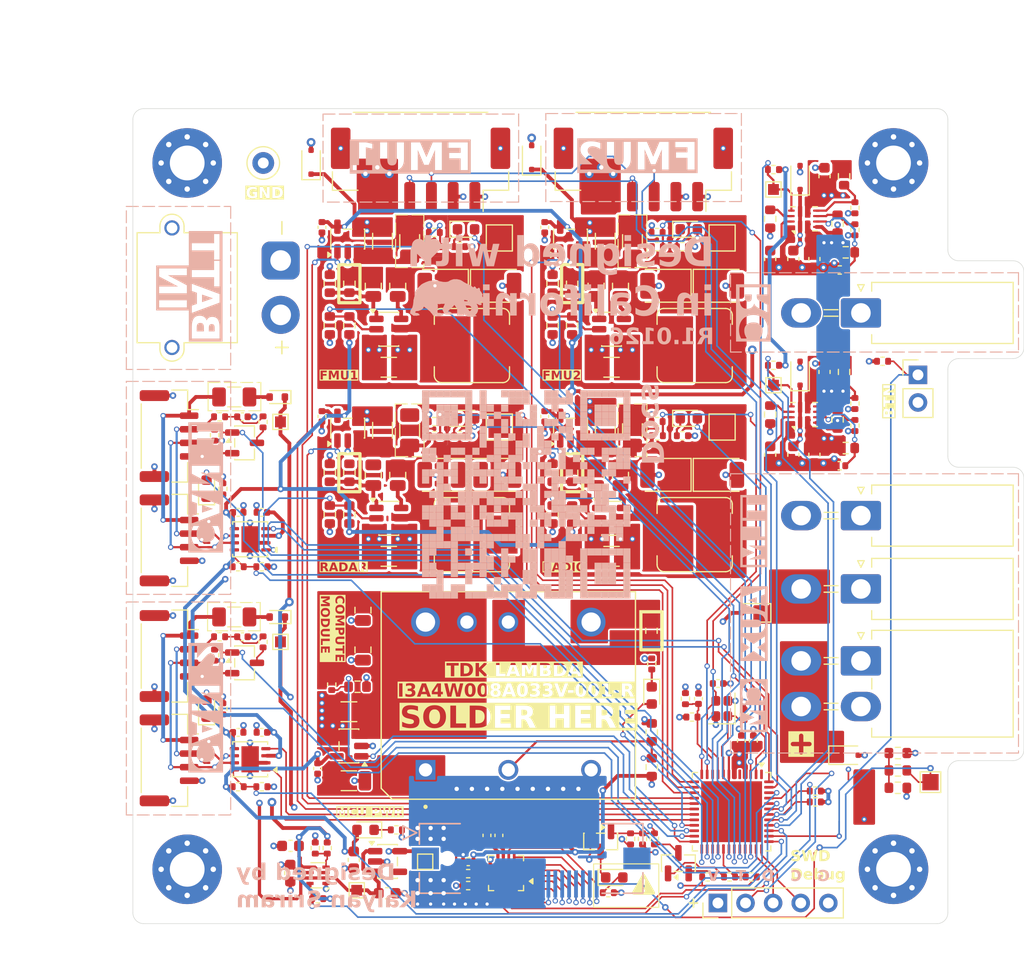
<source format=kicad_pcb>
(kicad_pcb (version 20241229) (generator "pcbnew") (generator_version "9.0")
  (layers (0 "F.Cu" signal) (4 "In1.Cu" signal) (6 "In2.Cu" signal) (8 "In3.Cu" signal) (10 "In4.Cu" signal) (2 "B.Cu" signal) (13 "F.Paste" user) (15 "B.Paste" user) (5 "F.SilkS" user "F.Silkscreen") (7 "B.SilkS" user "B.Silkscreen") (1 "F.Mask" user) (3 "B.Mask" user) (25 "Edge.Cuts" user))
  (net 0 "")
  (net 1 "GND")
  (net 2 "VBUS1")
  (net 3 "+3V3")
  (net 4 "+5V")
  (net 5 "Net-(U3-CB)")
  (net 6 "Net-(U3-SW)")
  (net 7 "+BATT")
  (net 8 "Net-(U3-FB)")
  (net 9 "/FMU1_VOUT")
  (net 10 "Net-(U5-SW)")
  (net 11 "Net-(U5-CB)")
  (net 12 "/FMU2_VOUT")
  (net 13 "Net-(U5-FB)")
  (net 14 "Net-(U7-CB)")
  (net 15 "Net-(U7-SW)")
  (net 16 "/RADIO_VOUT")
  (net 17 "Net-(U7-FB)")
  (net 18 "Net-(U9-CB)")
  (net 19 "Net-(U9-SW)")
  (net 20 "Net-(U9-FB)")
  (net 21 "/RADAR_VOUT")
  (net 22 "Net-(C3-Pad1)")
  (net 23 "/CM_VOUT")
  (net 24 "/CAN2_STATUS")
  (net 25 "Net-(D3-K)")
  (net 26 "Net-(C10-Pad1)")
  (net 27 "/FMU1_STATUS")
  (net 28 "Net-(D5-K)")
  (net 29 "/FMU2_STATUS")
  (net 30 "/RADIO_STATUS")
  (net 31 "Net-(D6-K)")
  (net 32 "Net-(D7-K)")
  (net 33 "/RADAR_STATUS")
  (net 34 "/CAN1_STATUS")
  (net 35 "Net-(C15-Pad1)")
  (net 36 "/CM_STATUS")
  (net 37 "Net-(D11-K)")
  (net 38 "/CANFD 2 (Redundant)/FDCAN_P")
  (net 39 "/CANFD 2 (Redundant)/FDCAN_N")
  (net 40 "VBUS2")
  (net 41 "Net-(C27-Pad1)")
  (net 42 "/CANFD 1 (Primary)/FDCAN_P")
  (net 43 "/CANFD 1 (Primary)/FDCAN_N")
  (net 44 "Net-(C31-Pad1)")
  (net 45 "Net-(U16-DECAP)")
  (net 46 "/CAN2_SILENT")
  (net 47 "Net-(Q1-D)")
  (net 48 "/CAN2_TERM")
  (net 49 "/FMU1_VSENSE")
  (net 50 "/FMU1_EN")
  (net 51 "/FMU2_VSENSE")
  (net 52 "/FMU2_EN")
  (net 53 "/RADIO_VSENSE")
  (net 54 "/RADIO_EN")
  (net 55 "/RADAR_VSENSE")
  (net 56 "/RADAR_EN")
  (net 57 "/CAN1_SILENT")
  (net 58 "Net-(Q2-D)")
  (net 59 "Net-(D4-A)")
  (net 60 "/CM_VSENSE")
  (net 61 "/CAN1_TERM")
  (net 62 "/CM_EN")
  (net 63 "Net-(D8-K)")
  (net 65 "/CANFD 2 (Redundant)/VIN")
  (net 66 "/IESC1")
  (net 67 "/FDCAN2_TX")
  (net 68 "/FDCAN2_RX")
  (net 69 "/FMU1_ISENSE")
  (net 70 "/FMU2_ISENSE")
  (net 71 "/RADIO_ISENSE")
  (net 72 "/RADAR_ISENSE")
  (net 73 "/FDCAN1_RX")
  (net 74 "/FDCAN1_TX")
  (net 75 "/CM_ISENSE")
  (net 76 "Net-(D12-A)")
  (net 77 "Net-(D13-K)")
  (net 78 "Net-(D21-K)")
  (net 79 "Net-(C21-Pad1)")
  (net 80 "Net-(U14-SS)")
  (net 81 "Net-(U15-SS)")
  (net 82 "/RC Radio/VOUT")
  (net 83 "/Telemetry Radio/VOUT")
  (net 84 "/FMU 1 Domain/ISENSE+")
  (net 85 "/FMU 2 Domain/ISENSE+")
  (net 86 "/Radio Domain/ISENSE+")
  (net 87 "/Radar Domain/ISENSE+")
  (net 88 "/I2C3_SCL_SMBUS")
  (net 89 "/I2C3_SDA_SMBUS")
  (net 90 "Net-(U14-PR1)")
  (net 91 "Net-(U14-ILIM)")
  (net 92 "/TELEM_STATUS")
  (net 93 "/Telemetry Radio/OV1")
  (net 94 "/Telemetry Radio/OV2")
  (net 95 "/RC_STATUS")
  (net 96 "/RC Radio/OV1")
  (net 97 "/RC Radio/OV2")
  (net 98 "Net-(U15-PR1)")
  (net 99 "Net-(U15-ILIM)")
  (net 100 "/Compute Module Domain/ISENSE+")
  (net 101 "/USART1_TX_DEBUG")
  (net 102 "/SWDIO")
  (net 103 "/SWCLK")
  (net 104 "/XIN")
  (net 105 "/XOUT")
  (net 106 "/nRST")
  (net 107 "/CANFD 1 (Primary)/VIN")
  (net 108 "Net-(U18-PR1)")
  (net 109 "Net-(Q3-G)")
  (net 110 "/IPAYLOAD1")
  (net 111 "/IESC3")
  (net 112 "/IPAYLOAD3")
  (net 113 "/IESC4")
  (net 114 "/IPAYLOAD2")
  (net 115 "/VBAT_SCALED")
  (net 116 "/IESC2")
  (net 117 "Net-(Q4-E)")
  (net 118 "Net-(Q4-C)")
  (net 119 "/REG_STATUS")
  (net 120 "/BUTTON")
  (net 121 "Net-(D20-K)")
  (net 123 "Net-(D20-A)")
  (net 124 "Net-(Q4-B)")
  (net 125 "Net-(U13-TRIM)")
  (net 126 "/nFAULT")
  (net 127 "Net-(U16-ADDR)")
  (net 128 "Net-(R73-Pad2)")
  (footprint "LED_SMD:LED_0603_1608Metric" (layer "F.Cu") (at 103.6625 71.1)
    (property "Reference" "D5" (hide yes))
    (property "Value" "GREEN")
  )
  (footprint "TestPoint:TestPoint_Loop_D2.50mm_Drill1.0mm" (layer "F.Cu") (at 85 65)
    (property "Reference" "TP1" (hide yes))
    (property "Value" "GND")
  )
  (footprint "MountingHole:MountingHole_3.2mm_M3_Pad_Via" (layer "F.Cu") (at 143 130)
    (property "Reference" "H3" (hide yes))
    (property "Value" "MountingHole_Pad")
  )
  (footprint "Connector_Molex:Molex_CLIK-Mate_502494-0670_1x06-1MP_P2.00mm_Horizontal" (layer "F.Cu") (at 119.975 65.6 180)
    (property "Reference" "J12" (hide yes))
    (property "Value" "Pixhawk 2")
  )
  (footprint "Diode_SMD:D_SOD-523" (layer "F.Cu") (at 86.286842 86.542 180)
    (property "Reference" "D12" (hide yes))
    (property "Value" "1PS79SB30")
  )
  (footprint "Resistor_SMD:R_0603_1608Metric" (layer "F.Cu") (at 138.45 66.2175 -90)
    (property "Reference" "R56" (hide yes))
    (property "Value" "0R")
  )
  (footprint "Resistor_SMD:R_0402_1005Metric" (layer "F.Cu") (at 131.95 83.62 180)
    (property "Reference" "R61" (hide yes))
    (property "Value" "10K")
  )
  (footprint "Capacitor_SMD:C_0805_2012Metric" (layer "F.Cu") (at 95.125 76.33 -90)
    (property "Reference" "C9" (hide yes))
    (property "Value" "CFF")
  )
  (footprint "TestPoint:TestPoint_Pad_1.0x1.0mm" (layer "F.Cu") (at 86.581842 109.07)
    (property "Reference" "TP2" (hide yes))
    (property "Value" "VBUS")
  )
  (footprint "Resistor_SMD:R_0402_1005Metric" (layer "F.Cu") (at 120.75 111.1 90)
    (property "Reference" "R50" (hide yes))
    (property "Value" "1K5")
  )
  (footprint "Resistor_SMD:R_0402_1005Metric" (layer "F.Cu") (at 121.265 90.1)
    (property "Reference" "R25" (hide yes))
    (property "Value" "91K")
  )
  (footprint "Diode_SMD:D_SOD-323F" (layer "F.Cu") (at 134.4 66.3375 90)
    (property "Reference" "D14" (hide yes))
    (property "Value" "PZU24B2A")
  )
  (footprint "Resistor_SMD:R_0402_1005Metric" (layer "F.Cu") (at 121.265 72.7)
    (property "Reference" "R17" (hide yes))
    (property "Value" "91K")
  )
  (footprint "Resistor_SMD:R_1206_3216Metric" (layer "F.Cu") (at 116.475 89.6 90)
    (property "Reference" "R24" (hide yes))
    (property "Value" "5m")
  )
  (footprint "Capacitor_SMD:C_0402_1005Metric" (layer "F.Cu") (at 130.1 118.18 90)
    (property "Reference" "C2" (hide yes))
    (property "Value" "4u7")
  )
  (footprint "Package_TO_SOT_SMD:SOT-23-5" (layer "F.Cu") (at 92.775 72 90)
    (property "Reference" "U4" (hide yes))
    (property "Value" "INA180A2")
  )
  (footprint "Diode_SMD:D_SOD-323F" (layer "F.Cu") (at 134.4 84.35 90)
    (property "Reference" "D15" (hide yes))
    (property "Value" "PZU24B2A")
  )
  (footprint "Resistor_SMD:R_0402_1005Metric" (layer "F.Cu") (at 90.885 128.045 -90)
    (property "Reference" "R85" (hide yes))
    (property "Value" "68K")
  )
  (footprint "Connector_Molex:Molex_CLIK-Mate_502494-0670_1x06-1MP_P2.00mm_Horizontal" (layer "F.Cu") (at 99.475 65.6 180)
    (property "Reference" "J10" (hide yes))
    (property "Value" "Pixhawk 1")
  )
  (footprint "Resistor_SMD:R_0603_1608Metric" (layer "F.Cu") (at 91.125 76.11 90)
    (property "Reference" "R11" (hide yes))
    (property "Value" "10K2 1%")
  )
  (footprint "Capacitor_Tantalum_SMD:CP_EIA-3528-12_Kemet-T" (layer "F.Cu") (at 106.54 76.3)
    (property "Reference" "C10" (hide yes))
    (property "Value" "33u")
  )
  (footprint "Resistor_SMD:R_0603_1608Metric" (layer "F.Cu") (at 131.65 88.15 -90)
    (property "Reference" "R68" (hide yes))
    (property "Value" "22K1")
  )
  (footprint "Capacitor_SMD:C_1206_3216Metric" (layer "F.Cu") (at 92.881474 121.85)
    (property "Reference" "C34" (hide yes))
    (property "Value" "100u")
  )
  (footprint "LED_SMD:LED_0603_1608Metric" (layer "F.Cu") (at 124.1625 88.5)
    (property "Reference" "D7" (hide yes))
    (property "Value" "GREEN")
  )
  (footprint "Capacitor_SMD:C_0402_1005Metric" (layer "F.Cu") (at 125.05 114.3 90)
    (property "Reference" "C50" (hide yes))
    (property "Value" "100n")
  )
  (footprint "Capacitor_SMD:C_0402_1005Metric" (layer "F.Cu") (at 82.6925 97.156)
    (property "Reference" "C32" (hide yes))
    (property "Value" "100n")
  )
  (footprint "Resistor_SMD:R_0603_1608Metric" (layer "F.Cu") (at 93.675 113.2)
    (property "Reference" "R48" (hide yes))
    (property "Value" "10K")
  )
  (footprint "Resistor_SMD:R_0603_1608Metric" (layer "F.Cu") (at 113.425 79.95 90)
    (property "Reference" "R22" (hide yes))
    (property "Value" "10K")
  )
  (footprint "Connector_JST:JST_GH_SM04B-GHS-TB_1x04-1MP_P1.25mm_Horizontal" (layer "F.Cu") (at 76.33 99.731 -90)
    (property "Reference" "J7" (hide yes))
    (property "Value" "SM04B-GHS")
  )
  (footprint "Resistor_SMD:R_0603_1608Metric" (layer "F.Cu") (at 91.125 93.51 90)
    (property "Reference" "R35" (hide yes))
    (property "Value" "10K2 1%")
  )
  (footprint "Resistor_SMD:R_0402_1005Metric" (layer "F.Cu") (at 135.8 123.8 180)
    (property "Reference" "R71" (hide yes))
    (property "Value" "10K")
  )
  (footprint "Capacitor_SMD:C_0402_1005Metric" (layer "F.Cu") (at 129 118.18 90)
    (property "Reference" "C1" (hide yes))
    (property "Value" "100n")
  )
  (footprint "Package_SON:HVSON-8-1EP_3x3mm_P0.65mm_EP1.6x2.4mm" (layer "F.Cu") (at 83.7925 119.875 180)
    (property "Reference" "U2" (hide yes))
    (property "Value" "TJA1051TK/3/1J")
  )
  (footprint "TestPoint:TestPoint_Pad_2.0x2.0mm" (layer "F.Cu") (at 127.225 71.9)
    (property "Reference" "TP4" (hide yes))
    (property "Value" "VREG")
  )
  (footprint "Resistor_SMD:R_0402_1005Metric" (layer "F.Cu") (at 139.45 69.1225 -90)
    (property "Reference" "R59" (hide yes))
    (property "Value" "0R")
  )
  (footprint "Resistor_SMD:R_0402_1005Metric" (layer "F.Cu") (at 139.45 87.135 -90)
    (property "Reference" "R67" (hide yes))
    (property "Value" "0R")
  )
  (footprint "Capacitor_SMD:C_0805_2012Metric" (layer "F.Cu") (at 117.875 93.73 90)
    (property "Reference" "C19" (hide yes))
    (property "Value" "100n")
  )
  (footprint "Capacitor_SMD:C_0805_2012Metric" (layer "F.Cu") (at 95.125 93.73 -90)
    (property "Reference" "C27" (hide yes))
    (property "Value" "CFF")
  )
  (footprint "Package_TO_SOT_SMD:SOT-23-5" (layer "F.Cu") (at 113.275 89.4 90)
    (property "Reference" "U8" (hide yes))
    (property "Value" "INA180A2")
  )
  (footprint "LED_SMD:LED_0603_1608Metric" (layer "F.Cu") (at 120.751474 114 -90)
    (property "Reference" "D13" (hide yes))
    (property "Value" "GREEN")
  )
  (footprint "Capacitor_SMD:C_1206_3216Metric" (layer "F.Cu") (at 117.05 101.2)
    (property "Reference" "C20" (hide yes))
    (property "Value" "2u2")
  )
  (footprint "Package_TO_SOT_SMD:SOT-23-6" (layer "F.Cu") (at 96.55 80.3)
    (property "Reference" "U3" (hide yes))
    (property "Value" "LMR51635")
  )
  (footprint "Resistor_SMD:R_0402_1005Metric" (layer "F.Cu") (at 81.28 94.9885 90)
    (property "Reference" "R49" (hide yes))
    (property "Value" "1K5")
  )
  (footprint "Capacitor_SMD:C_0402_1005Metric" (layer "F.Cu") (at 83.08 108.6)
    (property "Reference" "C3" (hide yes))
    (property "Value" "4n7")
  )
  (footprint "Resistor_SMD:R_0402_1005Metric" (layer "F.Cu") (at 131.95 65.6075 180)
    (property "Reference" "R53" (hide yes))
    (property "Value" "10K")
  )
  (footprint "Resistor_SMD:R_0603_1608Metric" (layer "F.Cu") (at 138.45 84.23 -90)
    (property "Reference" "R64" (hide yes))
    (property "Value" "0R")
  )
  (footprint "Resistor_SMD:R_0402_1005Metric" (layer "F.Cu") (at 81.28 115.2325 90)
    (property "Reference" "R7" (hide yes))
    (property "Value" "1K5")
  )
  (footprint "Capacitor_Tantalum_SMD:CP_EIA-3528-12_Kemet-T" (layer "F.Cu") (at 127.04 93.7)
    (property "Reference" "C23" (hide yes))
    (property "Value" "33u")
  )
  (footprint "Resistor_SMD:R_0402_1005Metric" (layer "F.Cu") (at 80.52 110.29 -90)
    (property "Reference" "R5" (hide yes))
    (property "Value" "10K")
  )
  (footprint "Resistor_SMD:R_0603_1608Metric" (layer "F.Cu") (at 137.85 88.61 90)
    (property "Reference" "R62" (hide yes))
    (property "Value" "5K")
  )
  (footprint "Capacitor_SMD:C_0402_1005Metric" (layer "F.Cu") (at 82.6925 117.4)
    (property "Reference" "C4" (hide yes))
    (property "Value" "100n")
  )
  (footprint "Diode_SMD:Nexperia_DSN0603-2_0.6x0.3mm_P0.4mm" (layer "F.Cu") (at 79.986842 100.156 -90)
    (property "Reference" "D10" (hide yes))
    (property "Value" "D_TVS_Small")
  )
  (footprint "Capacitor_SMD:C_0402_1005Metric" (layer "F.Cu") (at 90.4 88.32 -90)
    (property "Reference" "C24" (hide yes))
    (property "Value" "100n")
  )
  (footprint "Resistor_SMD:R_0603_1608Metric" (layer "F.Cu") (at 113.425 97.35 90)
    (property "Reference" "R30" (hide yes))
    (property "Value" "10K")
  )
  (footprint "Resistor_SMD:R_0603_1608Metric" (layer "F.Cu") (at 111.625 76.11 90)
    (property "Reference" "R19" (hide yes))
    (property "Value" "10K2 1%")
  )
  (footprint "Capacitor_SMD:C_0603_1608Metric" (layer "F.Cu") (at 87.485 130.345 -90)
    (property "Reference" "C52" (hide yes))
    (property "Value" "1u")
  )
  (footprint "Resistor_SMD:R_0402_1005Metric" (layer "F.Cu") (at 138.05 92.86 180)
    (property "Reference" "R66" (hide yes))
    (property "Value" "5K")
  )
  (footprint "Capacitor_SMD:C_0402_1005Metric" (layer "F.Cu") (at 103.865 129.3 180)
    (property "Reference" "C45" (hide yes))
    (property "Value" "1u")
  )
  (footprint "LED_SMD:LED_0603_1608Metric" (layer "F.Cu") (at 117.3 130.75)
    (property "Reference" "D20" (hide yes))
    (property "Value" "RED")
  )
  (footprint "Package_TO_SOT_SMD:SOT-23-6" (layer "F.Cu") (at 117.05 97.7)
    (property "Reference" "U7" (hide yes))
    (property "Value" "LMR51635")
  )
  (footprint "Connector_Molex:Molex_Mini-Fit_Jr_5569-02A2_2x01_P4.20mm_Horizontal" (layer "F.Cu") (at 140 78.8 -90)
    (property "Reference" "J8" (hide yes))
    (property "Value" "MiniFit")
  )
  (footprint "Fuse:Fuse_1206_3216Metric" (layer "F.Cu") (at 98.475 89.6 -90)
    (property "Reference" "F5" (hide yes))
    (property "Value" "Polyfuse")
  )
  (footprint "TestPoint:TestPoint_Pad_1.0x1.0mm" (layer "F.Cu") (at 131.95 85.45 90)
    (property "Reference" "TP9" (hide yes))
    (property "Value" "STATUS")
  )
  (footprint "TestPoint:TestPoint_Pad_1.0x1.0mm" (layer "F.Cu") (at 131.95 67.4375 90)
    (property "Reference" "TP8" (hide yes))
    (property "Value" "STATUS")
  )
  (footprint "Connector_Molex:Molex_Mini-Fit_Jr_5569-04A2_2x02_P4.20mm_Horizontal" (layer "F.Cu") (at 140 110.819758 -90)
    (property "Reference" "J11" (hide yes))
    (property "Value" "MiniFit")
  )
  (footprint "Capacitor_Tantalum_SMD:CP_EIA-3528-12_Kemet-T" (layer "F.Cu") (at 121.9 93.7 180)
    (property "Reference" "C22" (hide yes))
    (property "Value" "33u")
  )
  (footprint "Capacitor_SMD:C_0805_2012Metric" (layer "F.Cu") (at 94.175 109.8 -90)
    (property "Reference" "C36" (hide yes))
    (property "Value" "22u")
  )
  (footprint "Resistor_SMD:R_0402_1005Metric" (layer "F.Cu") (at 129.91 130.7 180)
    (property "Reference" "R81" (hide yes))
    (property "Value" "20K")
  )
  (footprint "Capacitor_SMD:C_0805_2012Metric" (layer "F.Cu") (at 115.625 76.33 -90)
    (property "Reference" "C15" (hide yes))
    (property "Value" "CFF")
  )
  (footprint "Capacitor_SMD:C_0603_1608Metric" (layer "F.Cu") (at 135.72 73.8375 -90)
    (property "Reference" "C38" (hide yes))
    (property "Value" "2u2")
  )
  (footprint "Resistor_SMD:R_0603_1608Metric" (layer "F.Cu") (at 91.125 79.95 -90)
    (property "Reference" "R15" (hide yes))
    (property "Value" "10K")
  )
  (footprint "Capacitor_SMD:C_0402_1005Metric" (layer "F.Cu") (at 90.4 70.92 -90)
    (property "Reference" "C6" (hide yes))
    (property "Value" "100n")
  )
  (footprint "Resistor_SMD:R_0603_1608Metric" (layer "F.Cu") (at 92.925 79.95 90)
    (property "Reference" "R14" (hide yes))
    (property "Value" "10K")
  )
  (footprint "Capacitor_SMD:C_0805_2012Metric" (layer "F.Cu") (at 115.625 93.73 -90)
    (property "Reference" "C21" (hide yes))
    (property "Value" "CFF")
  )
  (footprint "Package_TO_SOT_SMD:SOT-23" (layer "F.Cu") (at 123.2 129.4375 90)
    (property "Reference" "Q4" (hide yes))
    (property "Value" "MMBT5551L")
  )
  (footprint "Resistor_SMD:R_0603_1608Metric" (layer "F.Cu") (at 120.751474 120.6 90)
    (property "Reference" "R51" (hide yes))
    (property "Value" "10K")
  )
  (footprint "Diode_SMD:D_SOD-323F" (layer "F.Cu") (at 130.1 106.4 180)
    (property "Reference" "D19" (hide yes))
    (property "Value" "PZU24B2A")
  )
  (footprint "Capacitor_SMD:C_0805_2012Metric" (layer "F.Cu") (at 117.875 76.33 90)
    (property "Reference" "C13" (hide yes))
    (property "Value" "100n")
  )
  (footprint "Package_TO_SOT_SMD:SOT-23-3" (layer "F.Cu") (at 83.28 111)
    (property "Reference" "Q1" (hide yes))
    (property "Value" "Q_NMOS_GSD")
  )
  (footprint "Connector_Molex:Molex_Mini-Fit_Jr_5569-02A2_2x01_P4.20mm_Horizontal" (layer "F.Cu") (at 140 104.2 -90)
    (property "Reference" "J13" (hide yes))
    (property "Value" "MiniFit")
  )
  (footprint "Resistor_SMD:R_0603_1608Metric" (layer "F.Cu") (at 92.925 76.11 -90)
    (property "Reference" "R10" (hide yes))
    (property "Value" "56K1 1%")
  )
  (footprint "Package_DFN_QFN:QFN-48-1EP_7x7mm_P0.5mm_EP5.6x5.6mm" (layer "F.Cu") (at 128.1 124.7 -90)
    (property "Reference" "U1" (hide yes))
    (property "Value" "STM32G0B1CBUx")
  )
  (footprint "Resistor_SMD:R_0603_1608Metric" (layer "F.Cu") (at 92.925 93.51 -90)
    (property "Reference" "R34" (hide yes))
    (property "Value" "56K1 1%")
  )
  (footprint "Resistor_SMD:R_0603_1608Metric" (layer "F.Cu") (at 143.4 120.9)
    (property "Reference" "R74" (hide yes))
    (property "Value" "1K")
  )
  (footprint "Capacitor_SMD:C_0603_1608Metric" (layer "F.Cu") (at 133.78 73.8375 -90)
    (property "Reference" "C39" (hide yes))
    (property "Value" "1u")
  )
  (footprint "Diode_SMD:Nexperia_DSN0603-2_0.6x0.3mm_P0.4mm" (layer "F.Cu") (at 79.986842 119.15 -90)
    (property "Reference" "D1" (hide yes))
    (property "Value" "D_TVS_Small")
  )
  (footprint "Resistor_SMD:R_0603_1608Metric" (layer "F.Cu") (at 111.625 97.35 -90)
    (property "Reference" "R31" (hide yes))
    (property "Value" "10K")
  )
  (footprint "Capacitor_SMD:C_0603_1608Metric" (layer "F.Cu") (at 136.65 84.23 90)
    (property "Reference" "C41" (hide yes))
    (property "Value" "2u2")
  )
  (footprint "Resistor_SMD:R_0603_1608Metric" (layer "F.Cu") (at 113.425 76.11 -90)
    (property "Reference" "R18" (hide yes))
    (property "Value" "56K1 1%")
  )
  (footprint "Resistor_SMD:R_0603_1608Metric" (layer "F.Cu") (at 138.6 91.235)
    (property "Reference" "R63" (hide yes))
    (property "Value" "5K")
  )
  (footprint "Resistor_SMD:R_0603_1608Metric" (layer "F.Cu") (at 137.85 70.5975 90)
    (property "Reference" "R54" (hide yes))
    (property "Value" "5K")
  )
  (footprint "Resistor_SMD:R_0402_1005Metric" (layer "F.Cu") (at 97.25 126.37)
    (property "Reference" "R86" (hide yes))
    (property "Value" "1K5")
  )
  (footprint "TestPoint:TestPoint_Pad_1.0x1.0mm" (layer "F.Cu") (at 93.6 131.93)
    (property "Reference" "TP12" (hide yes))
    (property "Value" "5V")
  )
  (footprint "Resistor_SMD:R_0402_1005Metric" (layer "F.Cu") (at 91.3 113 -90)
    (property "Reference" "R44" (hide yes))
    (property "Value" "91K")
  )
  (footprint "Resistor_SMD:R_0402_1005Metric" (layer "F.Cu") (at 80.98 88.356)
    (property "Reference" "R40" (hide yes))
    (property "Value" "60R")
  )
  (footprint "Resistor_SMD:R_0402_1005Metric" (layer "F.Cu") (at 138.05 74.8475 180)
    (property "Reference" "R58" (hide yes))
    (property "Value" "5K")
  )
  (footprint "Diode_SMD:D_SOD-323F" (layer "F.Cu") (at 138.65 119.5)
    (property "Reference" "D17" (hide yes))
    (property "Value" "PZU24B2A")
  )
  (footprint "Capacitor_SMD:C_0603_1608Metric" (layer "F.Cu") (at 136.65 66.2175 90)
    (property "Reference" "C37" (hide yes))
    (property "Value" "2u2")
  )
  (footprint "Resistor_SMD:R_0402_1005Metric" (layer "F.Cu") (at 84.8725 102.156)
    (property "Reference" "R46" (hide yes))
    (property "Value" "10K")
  )
  (footprint "Resistor_SMD:R_0402_1005Metric" (layer "F.Cu") (at 125.9 130.7)
    (property "Reference" "R82" (hide yes))
    (property "Value" "180")
  )
  (footprint "Fuse:Fuse_1206_3216Metric" (layer "F.Cu") (at 98.475 72.2 -90)
    (property "Reference" "F2" (hide yes))
    (property "Value" "Polyfuse")
  )
  (footprint "Resistor_SMD:R_0402_1005Metric" (layer "F.Cu") (at 103.0725 72.7)
    (property "Reference" "R13" (hide yes))
    (property "Value" "1K5")
  )
  (footprint "Capacitor_SMD:C_0603_1608Metric" (layer "F.Cu") (at 135.72 91.85 -90)
    (property "Reference" "C42" (hide yes))
    (property "Value" "2u2")
  )
  (footprint "Diode_SMD:Nexperia_DSN0603-2_0.6x0.3mm_P0.4mm" (layer "F.Cu") (at 79.986842 120.4 -90)
    (property "Reference" "D2" (hide yes))
    (property "Value" "D_TVS_Small")
  )
  (footprint "Capacitor_SMD:C_0805_2012Metric" (layer "F.Cu") (at 97.375 93.73 90)
    (property "Reference" "C25" (hide yes))
    (property "Value" "100n")
  )
  (footprint "Resistor_SMD:R_0402_1005Metric" (layer "F.Cu") (at 90.01 132.7 180)
    (property "Reference" "R87" (hide yes))
    (property "Value" "10K")
  )
  (footprint "Inductor_SMD:L_Bourns_SRP7028A_7.3x6.6mm" (layer "F.Cu") (at 104.2 99.2)
    (property "Reference" "L4" (hide yes))
    (property "Value" "10u")
  )
  (footprint "LED_SMD:LED_0603_1608Metric" (layer "F.Cu") (at 94.4125 126.37 180)
    (property "Reference" "D21" (hide yes))
    (property "Value" "GREEN")
  )
  (footprint "Resistor_SMD:R_0402_1005Metric" (layer "F.Cu") (at 100.765 72.7)
    (property "Reference" "R9" (hide yes))
    (property "Value" "91K")
  )
  (footprint "Capacitor_SMD:C_0402_1005Metric" (layer "F.Cu") (at 105.585 126.88 90)
    (property "Reference" "C47" (hide yes))
    (property "Value" "1u")
  )
  (footprint "Capacitor_SMD:C_0402_1005Metric" (layer "F.Cu") (at 110.9 88.32 -90)
    (property "Reference" "C18" (hide yes))
    (property "Value" "100n")
  )
  (footprint "Package_TO_SOT_SMD:SOT-23-5" (layer "F.Cu") (at 96.4375 129.28)
    (property "Reference" "U17" (hide yes))
    (property "Value" "TLV71333PDBVR")
  )
  (footprint "Resistor_SMD:R_0402_1005Metric" (layer "F.Cu") (at 80.98 108.6)
    (property "Reference" "R2" (hide yes))
    (property "Value" "60R")
  )
  (footprint "Resistor_SMD:R_0402_1005Metric" (layer "F.Cu") (at 82.6925 102.156)
    (property "Reference" "R41" (hide yes))
    (property "Value" "100K")
  )
  (footprint "LED_SMD:LED_0603_1608Metric" (layer "F.Cu") (at 79.78 115.2125 90)
    (property "Reference" "D3" (hide yes))
    (property "Value" "BLUE")
  )
  (footprint "Capacitor_SMD:C_0402_1005Metric" (layer "F.Cu") (at 110.9 70.92 -90)
    (property "Reference" "C12" (hide yes))
    (property "Value" "100n")
  )
  (footprint "Diode_SMD:D_SOD-323F" (layer "F.Cu") (at 109.7 64.5 90)
    (property "Reference" "D18" (hide yes))
    (property "Value" "PZU24B2A")
  )
  (footprint "Inductor_SMD:L_Bourns_SRP7028A_7.3x6.6mm" (layer "F.Cu") (at 124.7 99.2)
    (property "Reference" "L3" (hide yes))
    (property "Value" "10u")
  )
  (footprint "Resistor_SMD:R_0402_1005Metric" (layer "F.Cu") (at 135.8 122.8 180)
    (property "Reference" "R72" (hide yes))
    (property "Value" "10K")
  )
  (footprint "Capacitor_Tantalum_SMD:CP_EIA-3528-12_Kemet-T" (layer "F.Cu") (at 106.54 93.7)
    (property "Reference" "C29" (hide yes))
    (property "Value" "33u")
  )
  (footprint "Fuse:Fuse_1206_3216Metric" (layer "F.Cu") (at 82.33 106.775)
    (property "Reference" "F1" (hide yes))
    (property "Value" "Polyfuse")
  )
  (footprint "LED_SMD:LED_0603_1608Metric" (layer "F.Cu") (at 103.6625 88.5)
    (property "Reference" "D8" (hide yes))
    (property "Value" "GREEN")
  )
  (footprint "Package_SON:HVSON-8-1EP_3x3mm_P0.65mm_EP1.6x2.4mm" (layer "F.Cu") (at 83.7925 99.631 180)
    (property "Reference" "U11" (hide yes))
    (property "Value" "TJA1051TK/3/1J")
  )
  (footprint "Package_TO_SOT_SMD:SOT-23-3" (layer "F.Cu") (at 83.28 90.756)
    (property "Reference" "Q2" (hide yes))
    (property "Value" "Q_NMOS_GSD")
  )
  (footprint "Inductor_SMD:L_Bourns_SRP7028A_7.3x6.6mm" (layer "F.Cu") (at 124.7 81.8)
    (property "Reference" "L2" (hide yes))
    (property "Value" "10u")
  )
  (footprint "Package_TO_SOT_SMD:SOT-23-6" (layer "F.Cu") (at 117.05 80.3)
    (property "Reference" "U5" (hide yes))
    (property "Value" "LMR51635")
  )
  (footprint "Capacitor_SMD:C_0603_1608Metric" (layer "F.Cu") (at 133.78 91.85 -90)
    (property "Reference" "C43" (hide yes))
    (property "Value" "1u")
  )
  (footprint "Resistor_SMD:R_0402_1005Metric" (layer "F.Cu") (at 121.24 71.4 180)
    (property "Reference" "R20" (hide yes))
    (property "Value" "10K")
  )
  (footprint "Diode_SMD:Nexperia_DSN0603-2_0.6x0.3mm_P0.4mm" (layer "F.Cu") (at 79.986842 98.906 -90)
    (property "Reference" "D9" (hide yes))
    (property "Value" "D_TVS_Small")
  )
  (footprint "MountingHole:MountingHole_3.2mm_M3_Pad_Via" (layer "F.Cu") (at 78 65)
    (property "Reference" "H1" (hide yes))
    (property "Value" "MountingHole_Pad")
  )
  (footprint "Resistor_SMD:R_0402_1005Metric" (layer "F.Cu") (at 139.45 71.1475 -90)
    (property "Reference" "R57" (hide yes))
    (property "Value" "5K")
  )
  (footprint "Package_TO_SOT_SMD:SOT-583-8" (layer "F.Cu") (at 90.035 130.55 180)
    (property "Reference" "U18" (hide yes))
    (property "Value" "TPS2116DRL")
  )
  (footprint "Resistor_SMD:R_1206_3216Metric" (layer "F.Cu") (at 116.475 72.2 90)
    (property "Reference" "R16" (hide yes))
    (property "Value" "5m")
  )
  (footprint "Capacitor_SMD:C_0805_2012Metric" (layer "F.Cu") (at 97.375 76.33 90)
    (property "Reference" "C7" (hide yes))
    (property "Value" "100n")
  )
  (footprint "Connector_JST:JST_GH_SM04B-GHS-TB_1x04-1MP_P1.25mm_Horizontal" (layer "F.Cu") (at 76.33 110.375 -90)
    (property "Reference" "J5" (hide yes))
    (property "Value" "SM04B-GHS")
  )
  (footprint "Capacitor_Tantalum_SMD:CP_EIA-3528-12_Kemet-T" (layer "F.Cu") (at 127.04 76.3)
    (property "Reference" "C16" (hide yes))
    (property "Value" "33u")
  )
  (footprint "Fuse:Fuse_1206_3216Metric" (layer "F.Cu") (at 118.975 72.2 -90)
    (property "Reference" "F3" (hide yes))
    (property "Value" "Polyfuse")
  )
  (footprint "Resistor_SMD:R_1206_3216Metric" (layer "F.Cu") (at 95.975 89.6 90)
    (property "Reference" "R32" (hide yes))
    (property "Value" "5m")
  )
  (footprint "Package_DFN_QFN:Texas_VQFN-HR-12_2x2.5mm_P0.5mm" (layer "F.Cu") (at 134.75 88.15 90)
    (property "Reference" "U15" (hide yes))
    (property "Value" "TPS2121")
  )
  (footprint "Resistor_SMD:R_0402_1005Metric" (layer "F.Cu") (at 118.8 127.2 90)
    (property "Reference" "R79" (hide yes))
    (property "Value" "68K")
  )
  (footprint "Capacitor_SMD:C_1206_3216Metric" (layer "F.Cu") (at 117.05 83.8)
    (property "Reference" "C14" (hide yes))
    (property "Value" "2u2")
  )
  (footprint "Resistor_SMD:R_0603_1608Metric" (layer "F.Cu") (at 111.625 79.95 -90)
    (property "Reference" "R23" (hide yes))
    (property "Value" "10K")
  )
  (footprint "Capacitor_SMD:C_0603_1608Metric" (layer "F.Cu") (at 93.33 129.13 -90)
    (property "Reference" "C53" (hide yes))
    (property "Value" "100n")
  )
  (footprint "Package_TO_SOT_SMD:SOT-23-5" (layer "F.Cu") (at 113.275 72 90)
    (property "Reference" "U6" (hide yes))
    (property "Value" "INA180A2")
  )
  (footprint "Capacitor_SMD:C_0402_1005Metric" (layer "F.Cu") (at 90 120.72 -90)
    (property "Reference" "C30" (hide yes))
    (property "Value" "100n")
  )
  (footprint "Capacitor_SMD:C_0402_1005Metric" (layer "F.Cu") (at 106.685 126.88 90)
    (property "Reference" "C46" (hide yes))
    (property "Value" "1u")
  )
  (footprint "Capacitor_SMD:C_0402_1005Metric" (layer "F.Cu") (at 83.08 88.356)
    (property "Reference" "C31" (hide yes))
    (property "Value" "4n7")
  )
  (footprint "Resistor_SMD:R_0603_1608Metric" (layer "F.Cu") (at 113.425 93.51 -90)
    (property "Reference" "R26" (hide yes))
    (property "Value" "56K1 1%")
  )
  (footprint "Capacitor_Tantalum_SMD:CP_EIA-3528-12_Kemet-T" (layer "F.Cu") (at 121.9 76.3 180)
    (property "Reference" "C17" (hide yes))
    (property "Value" "33u")
  )
  (footprint "Resistor_SMD:R_0402_1005Metric" (layer "F.Cu") (at 103.855 130.4)
    (property "Reference" "R69" (hide yes))
    (property "Value" "R")
  )
  (footprint "Diode_SMD:D_SOD-323F" (layer "F.Cu") (at 89.4 64.9275 90)
    (property "Reference" "D16" (hide yes))
    (property "Value" "PZU24B2A")
  )
  (footprint "Resistor_SMD:R_0402_1005Metric" (layer "F.Cu") (at 80.52 90.046 -90)
    (property "Reference" "R45" (hide yes))
    (property "Value" "10K")
  )
  (footprint "TestPoint:TestPoint_Pad_1.5x1.5mm" (layer "F.Cu") (at 146.4 121.98)
    (property "Reference" "TP10" (hide yes))
    (property "Value" "VBAT_SCALED")
  )
  (footprint "Resistor_SMD:R_0402_1005Metric" (layer "F.Cu") (at 121 127.2 90)
    (property "Reference" "R78" (hide yes))
    (property "Value" "1K")
  )
  (footprint "Connector_Molex:Molex_Mini-Fit_Jr_5569-02A2_2x01_P4.20mm_Horizontal" (layer "F.Cu") (at 140 97.45 -90)
    (property "Reference" "J9" (hide yes))
    (property "Value" "MiniFit")
  )
  (footprint "Fuse:Fuse_1206_3216Metric" (layer "F.Cu") (at 118.975 89.6 -90)
    (property "Reference" "F4" (hide yes))
    (property "Value" "Polyfuse")
  )
  (footprint "Connector_PinHeader_2.54mm:PinHeader_1x05_P2.54mm_Vertical" (layer "F.Cu") (at 126.84 133.1 90)
    (property "Reference" "J14" (hide yes))
    (property "Value" "DEBUG")
  )
  (footprint "Package_DFN_QFN:Texas_VQFN-HR-12_2x2.5mm_P0.5mm" (layer "F.Cu") (at 134.75 70.1375 90)
    (property "Reference" "U14" (hide yes))
    (property "Value" "TPS2121")
  )
  (footprint "LED_SMD:LED_0603_1608Metric" (layer "F.Cu") (at 124.1625 71.1)
    (property "Reference" "D6" (hide yes))
    (property "Value" "GREEN")
  )
  (footprint "Capacitor_SMD:C_0603_1608Metric" (layer "F.Cu") (at 87.51 127.845 180)
    (property "Reference" "C51" (hide yes))
    (property "Value" "1u")
  )
  (footprint "Resistor_SMD:R_0603_1608Metric" (layer "F.Cu") (at 143.4 119.3 180)
    (property "Reference" "R73" (hide yes))
    (property "Value" "220K 1%")
  )
  (footprint "Package_DFN_QFN:WQFN-16-1EP_3x3mm_P0.5mm_EP1.68x1.68mm" (layer "F.Cu") (at 107.3425 130.35 180)
    (property "Reference" "U16" (hide yes))
    (property "Value" "TLA2528")
  )
  (footprint "Resistor_SMD:R_0603_1608Metric" (layer "F.Cu") (at 120.725 108.05 90)
    (property "Reference" "R47" (hide yes))
    (property "Value" "8K2")
  )
  (footprint "Resistor_SMD:R_0402_1005Metric" (layer "F.Cu") (at 84.98 109.07 -90)
    (property "Reference" "R4" (hide yes))
    (property "Value" "60R")
  )
  (footprint "TestPoint:TestPoint_Pad_2.0x2.0mm" (layer "F.Cu") (at 127.225 89.3)
    (property "Reference" "TP5" (hide yes))
    (property "Value" "VREG")
  )
  (footprint "Capacitor_SMD:C_0603_1608Metric" (layer "F.Cu") (at 131.65 73.8375 -90)
    (property "Reference" "C40" (hide yes))
    (property "Value" "1u")
  )
  (footprint "Resistor_SMD:R_0402_1005Metric" (layer "F.Cu") (at 100.74 88.8 180)
    (property "Reference" "R36" (hide yes))
    (property "Value" "10K")
  )
  (footprint "Inductor_SMD:L_Bourns_SRP7028A_7.3x6.6mm" (layer "F.Cu") (at 104.2 81.8)
    (property "Reference" "L1" (hide yes))
    (property "Value" "10u")
  )
  (footprint "Diode_SMD:D_SOD-523" (layer "F.Cu") (at 86.286842 106.786 180)
    (property "Reference" "D4" (hide yes))
    (property "Value" "1PS79SB30")
  )
  (footprint "Capacitor_SMD:C_0805_2012Metric" (layer "F.Cu") (at 94.175 106.15 -90)
    (property "Reference" "C35" (hide yes))
    (property "Value" "100n")
  )
  (footprint "Capacitor_SMD:C_0402_1005Metric" (layer "F.Cu") (at 126.85 112.9)
    (property "Reference" "C49" (hide yes))
    (property "Value" "6p")
  )
  (footprint "Resistor_SMD:R_1206_3216Metric" (layer "F.Cu") (at 95.975 72.2 90)
    (property "Reference" "R8" (hide yes))
    (property "Value" "5m")
  )
  (footprint "Resistor_SMD:R_0603_1608Metric" (layer "F.Cu") (at 143.4 122.5)
    (property "Reference" "R75" (hide yes))
    (property "Value" "10K 1%")
  )
  (footprint "Capacitor_SMD:C_1206_3216Metric" (layer "F.Cu") (at 96.55 101.2)
    (property "Reference" "C26" (hide yes))
    (property "Value" "2u2")
  )
  (footprint "Connector_JST:JST_GH_SM04B-GHS-TB_1x04-1MP_P1.25mm_Horizontal" (layer "F.Cu") (at 76.33 119.975 -90)
    (property "Reference" "J4" (hide yes))
    (property "Value" "SM04B-GHS")
  )
  (footprint "TestPoint:TestPoint_Pad_1.0x1.0mm" (layer "F.Cu") (at 99.9 129.3)
    (property "Reference" "TP11" (hide yes))
    (property "Value" "TestPoint")
  )
  (footprint "Crystal:Crystal_SMD_2016-4Pin_2.0x1.6mm" (layer "F.Cu") (at 127.2 115.2 90)
    (property "Reference" "Y1" (hide yes))
    (property "Value" "XRCGB16M000FXN20R0")
  )
  (footprint "MountingHole:MountingHole_3.2mm_M3_Pad_Via" (layer "F.Cu") (at 143 65)
    (property "Reference" "H2" (hide yes))
    (property "Value" "MountingHole_Pad")
  )
  (footprint "Capacitor_Tantalum_SMD:CP_EIA-3528-12_Kemet-T" (layer "F.Cu") (at 101.4 93.7 180)
    (property "Reference" "C28" (hide yes))
    (property "Value" "33u")
  )
  (footprint "Package_TO_SOT_SMD:SOT-23-5" (layer "F.Cu") (at 92.881474 118.65 180)
    (property "Reference" "U12" (hide yes))
    (property "Value" "INA180A2")
  )
  (footprint "Resistor_SMD:R_0402_1005Metric" (layer "F.Cu") (at 103.855 131.5 180)
    (property "Reference" "R70" (hide yes))
    (property "Value" "R")
  )
  (footprint "Resistor_SMD:R_0603_1608Metric" (layer "F.Cu") (at 91.125 97.35 -90)
    (property "Reference" "R39" (hide yes))
    (property "Value" "10K")
  )
  (footprint "TestPoint:TestPoint_Pad_1.0x1.0mm" (layer "F.Cu") (at 86.581842 88.826)
    (property "Reference" "TP7" (hide yes))
    (property "Value" "VBUS")
  )
  (footprint "Capacitor_SMD:C_0402_1005Metric" (layer "F.Cu") (at 129.25 115.77 90)
    (property "Reference" "C48" (hide yes))
    (property "Value" "6p")
  )
  (footprint "Resistor_SMD:R_0402_1005Metric" (layer "F.Cu") (at 116.7525 132.15)
    (property "Reference" "R77" (hide yes))
    (property "Value" "24K")
  )
  (footprint "Resistor_SMD:R_0402_1005Metric" (layer "F.Cu") (at 123.85 114.3 -90)
    (property "Reference" "R83" (hide yes))
    (property "Value" "10K")
  )
  (footprint "Capacitor_SMD:C_1206_3216Metric" (layer "F.Cu") (at 96.55 83.8)
    (property "Reference" "C8" (hide yes))
    (property "Value" "2u2")
  )
  (footprint "Resistor_SMD:R_0402_1005Metric" (layer "F.Cu") (at 89.785 128.045 90)
    (property "Reference" "R88" (hide yes))
    (property "Value" "22K")
  )
  (footprint "Capacitor_Tantalum_SMD:CP_EIA-3528-12_Kemet-T" (layer "F.Cu") (at 101.4 76.3 180)
    (property "Reference" "C11" (hide yes))
    (property "Value" "33u")
  )
  (footprint "Resistor_SMD:R_0402_1005Metric" (layer "F.Cu") (at 82.6925 122.4)
    (property "Reference" "R3" (hide yes))
    (property "Value" "100K")
  )
  (footprint "Connector_PinHeader_2.54mm:PinHeader_1x02_P2.54mm_Vertical" (layer "F.Cu") (at 145.25 84.5)
    (property "Reference" "J3" (hide yes))
    (property "Value" "Conn_01x02")
  )
  (footprint "TestPoint:TestPoint_Pad_2.0x2.0mm" (layer "F.Cu") (at 106.725 71.9)
    (property "Reference" "TP3" (hide yes))
    (property "Value" "VREG")
  )
  (footprint "Resistor_SMD:R_0402_1005Metric" (layer "F.Cu") (at 103.0725 90.1)
    (property "Reference" "R37" (hide yes))
    (property "Value" "1K5")
  )
  (footprint "Package_TO_SOT_SMD:SOT-23-5" (layer "F.Cu") (at 92.775 89.4 90)
    (property "Reference" "U10" (hide yes))
    (property "Value" "INA180A2")
  )
  (footprint "Resistor_SMD:R_0402_1005Metric" (layer "F.Cu") (at 127.91 130.7 180)
    (property "Reference" "R80" (hide yes))
    (property "Value" "5K")
  )
  (footprint "Resistor_SMD:R_0603_1608Metric" (layer "F.Cu") (at 131.65 70.1375 -90)
    (property "Reference" "R60" (hide yes))
    (property "Value" "22K1")
  )
  (footprint "Package_TO_SOT_SMD:SOT-23-6" (layer "F.Cu") (at 96.55 97.7)
    (property "Reference" "U9" (hide yes))
    (property "Value" "LMR51635")
  )
  (footprint "Capacitor_SMD:C_0402_1005Metric" (layer "F.Cu") (at 84.8725 117.4 180)
    (property "Reference" "C5" (hide yes))
    (property "Value" "100n")
  )
  (footprint "I3A4W008A033V-001-R:CONV_I3A4W008A033V-001-R" (layer "F.Cu") (at 107.551474 114 90)
    (property "Reference" "U13" (hide yes))
    (property "Value" "I3A4W008A033V-001-R")
  )
  (footprint "Resistor_SMD:R_0402_1005Metric" (layer "F.Cu") (at 121.24 88.8 180)
    (property "Reference" "R28" (hide yes))
    (property "Value" "10K")
  )
  (footprint "Resistor_SMD:R_0603_1608Metric" (layer "F.Cu") (at 92.925 97.35 90)
    (property "Reference" "R38" (hide yes))
    (property "Value" "10K")
  )
  (footprint "Resistor_SMD:R_0402_1005Metric" (layer "F.Cu") (at 100.74 71.4 180)
    (property "Reference" "R12" (hide yes))
    (property "Value" "10K")
  )
  (footprint "Resistor_SMD:R_0402_1005Metric" (layer "F.Cu") (at 84.98 88.826 -90)
    (property "Reference" "R42" (hide yes))
    (property "Value" "60R")
  )
  (footprint "Package_TO_SOT_SMD:SOT-23" (layer "F.Cu") (at 116.05 127.4375 -90)
    (property "Reference" "Q3" (hide yes))
    (property "Value" "BSS123")
  )
  (footprint "Capacitor_SMD:C_0603_1608Metric" (layer "F.Cu") (at 96.4 132.2)
    (property "Reference" "C54" (hide yes))
    (property "Value" "100n")
  )
  (footprint "Resistor_SMD:R_1206_3216Metric" (layer "F.Cu") (at 92.881474 115.5 180)
    (property "Reference" "R43" (hide yes))
    (property "Value" "5m")
  )
  (footprint "Resistor_SMD:R_0402_1005Metric" (layer "F.Cu") (at 123.5725 90.1)
    (property "Reference" "R29" (hide yes))
    (property "Value" "1K5")
  )
  (footprint "Resistor_SMD:R_0402_1005Metric" (layer "F.Cu") (at 123.5725 72.7)
    (property "Reference" "R21" (hide yes))
    (property "Value" "1K5")
  )
  (footprint "Resistor_SMD:R_0402_1005Metric" (layer "F.Cu") (at 119.9 127.2 -90)
    (property "Reference" "R76" (hide yes))
    (property "Value" "200K")
  )
  (footprint "TestPoint:TestPoint_Pad_2.0x2.0mm" (layer "F.Cu") (at 106.725 89.3)
    (property "Reference" "TP6" (hide yes))
    (property "Value" "VREG")
  )
  (footprint "Resistor_SMD:R_0402_1005Metric" (layer "F.Cu") (at 139.45 89.16 -90)
    (property "Reference" "R65" (hide yes))
    (property "Value" "5K")
  )
  (footprint "Resistor_SMD:R_0603_1608Metric" (layer "F.Cu") (at 120.75 117.4 90)
    (property "Reference" "R52" (hide yes))
    (property "Value" "10K")
  )
  (footprint "Resistor_SMD:R_0603_1608Metric" (layer "F.Cu") (at 111.625 93.51 90)
    (property "Reference" "R27" (hide yes))
    (property "Value" "10K2 1%")
  )
  (footprint "Resistor_SMD:R_0603_1608Metric" (layer "F.Cu") (at 138.6 73.2225)
    (property "Reference" "R55" (hide yes))
    (property "Value" "5K")
  )
  (footprint "Fuse:Fuse_1206_3216Metric" (layer "F.Cu") (at 82.33 86.531)
    (property "Reference" "F6" (hide yes))
    (property "Value" "Polyfuse")
  )
  (footprint "Capacitor_SMD:C_0603_1608Metric" (layer "F.Cu") (at 131.65 91.85 -90)
    (property "Reference" "C44" (hide yes))
    (property "Value" "1u")
  )
  (footprint "Connector_AMASS:AMASS_XT30PW-M_1x02_P2.50mm_Horizontal" (layer "F.Cu") (at 86.6 73.97675 90)
    (property "Reference" "J1" (hide yes))
    (property "Value" "XT30")
  )
  (footprint "Connector_JST:JST_GH_SM04B-GHS-TB_1x04-1MP_P1.25mm_Horizontal" (layer "F.Cu") (at 76.33 90.131 -90)
    (property "Reference" "J6" (hide yes))
    (property "Value" "SM04B-GHS")
  )
  (footprint "Resistor_SMD:R_0402_1005Metric" (layer "F.Cu") (at 84.8725 122.4)
    (property "Reference" "R6" (hide yes))
    (property "Value" "10K")
  )
  (footprint "LED_SMD:LED_0603_1608Metric" (layer "F.Cu") (at 79.78 94.9685 90)
    (property "Reference" "D11" (hide yes))
    (property "Value" "BLUE")
  )
  (footprint "Resistor_SMD:R_0402_1005Metric" (layer "F.Cu") (at 124.45 115.99 180)
    (property "Reference" "R84" (hide yes))
    (property "Value" "0")
  )
  (footprint "MountingHole:MountingHole_3.2mm_M3_Pad_Via" (layer "F.Cu") (at 78 130)
    (property "Reference" "H4" (hide yes))
    (property "Value" "MountingHole_Pad")
  )
  (footprint "Resistor_SMD:R_0402_1005Metric" (layer "F.Cu") (at 100.765 90.1)
    (property "Reference" "R33" (hide yes))
    (property "Value" "91K")
  )
  (footprint "Capacitor_SMD:C_0402_1005Metric" (layer "F.Cu") (at 84.8725 97.156 180)
    (property "Reference" "C33" (hide yes))
    (property "Value" "100n")
  )
  (footprint "Resistor_SMD:R_0402_1005Metric" (layer "F.Cu") (at 141.99 83.25)
    (property "Reference" "R1" (hide yes))
    (property "Value" "10K")
  )
  (footprint "LOGO" (layer "B.Cu") (at 102.014171 77.428688 180)
    (property "Reference" "G***" (hide yes))
    (property "Value" "LOGO" (hide yes))
  )
  (footprint "528850474:CON_528850474_MOL" (layer "B.Cu") (at 109.65111 129)
    (property "Reference" "J2" (hide yes))
    (property "Value" "Mezzanine")
  )
  (gr_poly (pts (xy 120.00493 130.425695) (xy 120.016003 130.426775) (xy 120.026993 130.428575) (xy 120.037857 130.431095) (xy 120.048553 130.434336) (xy 120.059041 130.438296) (xy 120.069277 130.442976) (xy 120.07922 130.448377) (xy 120.088828 130.454497) (xy 120.098059 130.461338) (xy 120.106871 130.468898) (xy 120.115223 130.477179) (xy 120.123073 130.48618) (xy 120.130378 130.495901) (xy 120.137097 130.506341) (xy 120.143188 130.517502) (xy 121.034265 132.096518) (xy 121.039149 132.106976) (xy 121.043249 132.117526) (xy 121.046583 132.12814) (xy 121.049168 132.138791) (xy 121.05102 132.14945) (xy 121.052156 132.160091) (xy 121.052593 132.170685) (xy 121.052349 132.181204) (xy 121.051439 132.19162) (xy 121.049881 132.201906) (xy 121.047691 132.212034) (xy 121.044887 132.221976) (xy 121.041485 132.231704) (xy 121.037503 132.241191) (xy 121.032957 132.250408) (xy 121.027863 132.259328) (xy 121.02224 132.267922) (xy 121.016103 132.276164) (xy 121.00947 132.284025) (xy 121.002358 132.291478) (xy 120.994783 132.298494) (xy 120.986762 132.305046) (xy 120.978312 132.311106) (xy 120.96945 132.316647) (xy 120.960194 132.32164) (xy 120.950559 132.326057) (xy 120.940562 132.329871) (xy 120.930222 132.333054) (xy 120.919553 132.335578) (xy 120.908574 132.337415) (xy 120.897302 132.338538) (xy 120.885752 132.338918) (xy 119.103598 132.338918) (xy 119.092048 132.338538) (xy 119.080775 132.337415) (xy 119.069795 132.335578) (xy 119.059125 132.333054) (xy 119.048781 132.329871) (xy 119.03878 132.326057) (xy 119.029138 132.32164) (xy 119.019873 132.316647) (xy 119.011 132.311106) (xy 119.002536 132.305046) (xy 118.994498 132.298494) (xy 118.986902 132.291478) (xy 118.979765 132.284025) (xy 118.973104 132.276164) (xy 118.966934 132.267922) (xy 118.961273 132.259328) (xy 118.956137 132.250408) (xy 118.951543 132.241191) (xy 118.947507 132.231704) (xy 118.944046 132.221976) (xy 118.941176 132.212034) (xy 118.938914 132.201906) (xy 118.937277 132.19162) (xy 118.936281 132.181204) (xy 118.935942 132.170685) (xy 118.936278 132.160091) (xy 118.937304 132.14945) (xy 118.939038 132.138791) (xy 118.941496 132.12814) (xy 118.944694 132.117526) (xy 118.948649 132.106976) (xy 118.953378 132.096518) (xy 119.025627 131.96849) (xy 119.844472 131.96849) (xy 119.844472 131.971904) (xy 119.844646 131.979529) (xy 119.845164 131.987036) (xy 119.846019 131.994417) (xy 119.847206 132.001664) (xy 119.848718 132.008768) (xy 119.850548 132.015721) (xy 119.852692 132.022516) (xy 119.855141 132.029143) (xy 119.857891 132.035596) (xy 119.860934 132.041865) (xy 119.864265 132.047943) (xy 119.867877 132.053822) (xy 119.871765 132.059493) (xy 119.875921 132.064949) (xy 119.880339 132.07018) (xy 119.885014 132.07518) (xy 119.889939 132.07994) (xy 119.895108 132.084451) (xy 119.900515 132.088707) (xy 119.906152 132.092697) (xy 119.912015 132.096415) (xy 119.918097 132.099853) (xy 119.924391 132.103002) (xy 119.930891 132.105854) (xy 119.937592 132.1084) (xy 119.944486 132.110634) (xy 119.951568 132.112546) (xy 119.958831 132.114129) (xy 119.966269 132.115374) (xy 119.973876 132.116273) (xy 119.981645 132.116819) (xy 119.989571 132.117003) (xy 119.997496 132.116819) (xy 120.005266 132.116273) (xy 120.012873 132.115374) (xy 120.020311 132.114129) (xy 120.027574 132.112546) (xy 120.034656 132.110634) (xy 120.04155 132.1084) (xy 120.04825 132.105854) (xy 120.054751 132.103002) (xy 120.061045 132.099853) (xy 120.067126 132.096415) (xy 120.072989 132.092697) (xy 120.078627 132.088707) (xy 120.084033 132.084451) (xy 120.089202 132.07994) (xy 120.094127 132.07518) (xy 120.098802 132.07018) (xy 120.103221 132.064949) (xy 120.107377 132.059493) (xy 120.111264 132.053822) (xy 120.114877 132.047943) (xy 120.118208 132.041865) (xy 120.121251 132.035596) (xy 120.124001 132.029143) (xy 120.12645 132.022516) (xy 120.128593 132.015721) (xy 120.130424 132.008768) (xy 120.131936 132.001664) (xy 120.133122 131.994417) (xy 120.133978 131.987036) (xy 120.134496 131.979529) (xy 120.13467 131.971904) (xy 120.13467 131.96849) (xy 120.134496 131.960865) (xy 120.133978 131.953357) (xy 120.133122 131.945976) (xy 120.131936 131.93873) (xy 120.130424 131.931626) (xy 120.128593 131.924673) (xy 120.12645 131.917878) (xy 120.124001 131.911251) (xy 120.121251 131.904798) (xy 120.118208 131.898529) (xy 120.114877 131.89245) (xy 120.111264 131.886572) (xy 120.107377 131.880901) (xy 120.103221 131.875445) (xy 120.098802 131.870213) (xy 120.094127 131.865214) (xy 120.089202 131.860454) (xy 120.084033 131.855943) (xy 120.078627 131.851687) (xy 120.072989 131.847697) (xy 120.067126 131.843978) (xy 120.061045 131.840541) (xy 120.054751 131.837392) (xy 120.04825 131.83454) (xy 120.04155 131.831994) (xy 120.034656 131.82976) (xy 120.027574 131.827848) (xy 120.020311 131.826265) (xy 120.012873 131.82502) (xy 120.005266 131.824121) (xy 119.997496 131.823575) (xy 119.989571 131.823391) (xy 119.981645 131.823575) (xy 119.973876 131.824121) (xy 119.966269 131.82502) (xy 119.958831 131.826265) (xy 119.951568 131.827848) (xy 119.944486 131.82976) (xy 119.937592 131.831994) (xy 119.930891 131.83454) (xy 119.924391 131.837392) (xy 119.918097 131.840541) (xy 119.912015 131.843978) (xy 119.906152 131.847697) (xy 119.900515 131.851687) (xy 119.895108 131.855943) (xy 119.889939 131.860454) (xy 119.885014 131.865214) (xy 119.880339 131.870213) (xy 119.875921 131.875445) (xy 119.871765 131.880901) (xy 119.867877 131.886572) (xy 119.864265 131.89245) (xy 119.860934 131.898529) (xy 119.857891 131.904798) (xy 119.855141 131.911251) (xy 119.852692 131.917878) (xy 119.850548 131.924673) (xy 119.848718 131.931626) (xy 119.847206 131.93873) (xy 119.846019 131.945976) (xy 119.845164 131.953357) (xy 119.844646 131.960865) (xy 119.844472 131.96849) (xy 119.025627 131.96849) (xy 119.583378 130.980139) (xy 119.842139 130.980139) (xy 119.842151 130.984613) (xy 119.842347 130.989158) (xy 119.842731 130.993768) (xy 119.916151 131.635616) (xy 119.916705 131.639887) (xy 119.917408 131.644055) (xy 119.918255 131.648119) (xy 119.919245 131.652077) (xy 119.920375 131.655925) (xy 119.921642 131.659663) (xy 119.923044 131.663287) (xy 119.924579 131.666796) (xy 119.926244 131.670188) (xy 119.928037 131.67346) (xy 119.929954 131.67661) (xy 119.931994 131.679636) (xy 119.934154 131.682536) (xy 119.936432 131.685307) (xy 119.938825 131.687947) (xy 119.94133 131.690455) (xy 119.943945 131.692828) (xy 119.946667 131.695063) (xy 119.949495 131.697159) (xy 119.952425 131.699114) (xy 119.955456 131.700924) (xy 119.958583 131.702589) (xy 119.961806 131.704106) (xy 119.965122 131.705472) (xy 119.968527 131.706685) (xy 119.97202 131.707744) (xy 119.975598 131.708646) (xy 119.979258 131.709389) (xy 119.982998 131.709971) (xy 119.986816 131.710389) (xy 119.990709 131.710642) (xy 119.994675 131.710726) (xy 119.99864 131.710642) (xy 120.002533 131.710389) (xy 120.006351 131.709971) (xy 120.010091 131.709389) (xy 120.013752 131.708646) (xy 120.01733 131.707744) (xy 120.020823 131.706685) (xy 120.024228 131.705472) (xy 120.027543 131.704106) (xy 120.030766 131.702589) (xy 120.033894 131.700924) (xy 120.036924 131.699114) (xy 120.039854 131.697159) (xy 120.042682 131.695063) (xy 120.045405 131.692828) (xy 120.04802 131.690455) (xy 120.050525 131.687947) (xy 120.052918 131.685307) (xy 120.055195 131.682536) (xy 120.057355 131.679636) (xy 120.059395 131.67661) (xy 120.061313 131.67346) (xy 120.063105 131.670188) (xy 120.06477 131.666796) (xy 120.066305 131.663287) (xy 120.067708 131.659663) (xy 120.068975 131.655925) (xy 120.070105 131.652077) (xy 120.071095 131.648119) (xy 120.071942 131.644055) (xy 120.072644 131.639887) (xy 120.073199 131.635616) (xy 120.146619 130.993768) (xy 120.147004 130.989158) (xy 120.147202 130.984613) (xy 120.147215 130.980139) (xy 120.147045 130.97574) (xy 120.146695 130.971423) (xy 120.146167 130.967193) (xy 120.145465 130.963055) (xy 120.144589 130.959013) (xy 120.143544 130.955075) (xy 120.142331 130.951244) (xy 120.140953 130.947526) (xy 120.139413 130.943927) (xy 120.137712 130.940451) (xy 120.135854 130.937105) (xy 120.133841 130.933893) (xy 120.131676 130.93082) (xy 120.12936 130.927893) (xy 120.126897 130.925116) (xy 120.124289 130.922495) (xy 120.121539 130.920035) (xy 120.118649 130.917741) (xy 120.115621 130.915618) (xy 120.112458 130.913673) (xy 120.109163 130.91191) (xy 120.105738 130.910334) (xy 120.102186 130.908951) (xy 120.098509 130.907766) (xy 120.094709 130.906785) (xy 120.09079 130.906013) (xy 120.086753 130.905454) (xy 120.082601 130.905116) (xy 120.078337 130.905001) (xy 119.91103 130.905001) (xy 119.906766 130.905116) (xy 119.902614 130.905454) (xy 119.898577 130.906013) (xy 119.894658 130.906785) (xy 119.890858 130.907766) (xy 119.887181 130.908951) (xy 119.883628 130.910334) (xy 119.880203 130.91191) (xy 119.876908 130.913673) (xy 119.873745 130.915618) (xy 119.870717 130.917741) (xy 119.867827 130.920035) (xy 119.865076 130.922495) (xy 119.862468 130.925116) (xy 119.860005 130.927893) (xy 119.857689 130.93082) (xy 119.855523 130.933893) (xy 119.853509 130.937105) (xy 119.851651 130.940451) (xy 119.84995 130.943927) (xy 119.848409 130.947526) (xy 119.84703 130.951244) (xy 119.845816 130.955075) (xy 119.84477 130.959013) (xy 119.843894 130.963055) (xy 119.84319 130.967193) (xy 119.842662 130.971423) (xy 119.84231 130.97574) (xy 119.842139 130.980139) (xy 119.583378 130.980139) (xy 119.844455 130.517502) (xy 119.850544 130.506341) (xy 119.857262 130.495901) (xy 119.864565 130.48618) (xy 119.872414 130.477179) (xy 119.880764 130.468898) (xy 119.889576 130.461338) (xy 119.898806 130.454497) (xy 119.908413 130.448377) (xy 119.918355 130.442976) (xy 119.928591 130.438296) (xy 119.939078 130.434336) (xy 119.949774 130.431095) (xy 119.960637 130.428575) (xy 119.971627 130.426775) (xy 119.9827 130.425695) (xy 119.993815 130.425335)) (fill yes) (layer "F.SilkS"))
  (gr_rect (start 97.15 87.175) (end 99.8 92.025) (stroke (width 0.1) (type dash)) (fill no) (layer "F.SilkS"))
  (gr_rect (start 91.95 91.75) (end 93.9 95.25) (stroke (width 0.3)) (fill no) (layer "F.SilkS"))
  (gr_rect (start 119.75 106.3) (end 121.7 109.8) (stroke (width 0.3)) (fill no) (layer "F.SilkS"))
  (gr_rect (start 97.175 69.775) (end 99.775 74.625) (stroke (width 0.1) (type dash)) (fill no) (layer "F.SilkS"))
  (gr_rect (start 79.875 105.45) (end 84.725 108.05) (stroke (width 0.1) (type dash)) (fill no) (layer "F.SilkS"))
  (gr_rect (start 117.65 69.775) (end 120.3 74.625) (stroke (width 0.1) (type dash)) (fill no) (layer "F.SilkS"))
  (gr_rect (start 91.95 74.36) (end 93.9 77.86) (stroke (width 0.3)) (fill no) (layer "F.SilkS"))
  (gr_rect (start 115.4 129.5) (end 121.4 133.5) (stroke (width 0.1)) (fill no) (layer "F.SilkS"))
  (gr_rect (start 112.45 74.35) (end 114.4 77.85) (stroke (width 0.3)) (fill no) (layer "F.SilkS"))
  (gr_rect (start 112.45 91.75) (end 114.4 95.25) (stroke (width 0.3)) (fill no) (layer "F.SilkS"))
  (gr_rect (start 117.65 87.175) (end 120.3 92.025) (stroke (width 0.1) (type dash)) (fill no) (layer "F.SilkS"))
  (gr_rect (start 79.925 85.2) (end 84.775 87.8) (stroke (width 0.1) (type dash)) (fill no) (layer "F.SilkS"))
  (gr_poly (pts (xy 102.254689 94.507812) (xy 102.254689 93.846354) (xy 102.916146 93.846354) (xy 102.916146 94.507812)) (fill yes) (layer "B.SilkS"))
  (gr_poly (pts (xy 101.59323 92.523437) (xy 101.59323 91.861979) (xy 102.254689 91.861979) (xy 102.254689 92.523437)) (fill yes) (layer "B.SilkS"))
  (gr_poly (pts (xy 100.270314 95.830729) (xy 100.270314 95.169271) (xy 100.931771 95.169271) (xy 100.931771 95.830729)) (fill yes) (layer "B.SilkS"))
  (gr_poly (pts (xy 103.577605 94.507812) (xy 103.577605 93.846354) (xy 104.239064 93.846354) (xy 104.239064 94.507812)) (fill yes) (layer "B.SilkS"))
  (gr_poly (pts (xy 107.546355 104.429686) (xy 107.546355 103.768229) (xy 108.207813 103.768229) (xy 108.207813 104.429686)) (fill yes) (layer "B.SilkS"))
  (gr_poly (pts (xy 103.577605 101.122395) (xy 103.577605 100.460936) (xy 104.239064 100.460936) (xy 104.239064 101.122395)) (fill yes) (layer "B.SilkS"))
  (gr_poly (pts (xy 110.853646 93.184896) (xy 110.853646 92.523437) (xy 111.515104 92.523437) (xy 111.515104 93.184896)) (fill yes) (layer "B.SilkS"))
  (gr_poly (pts (xy 105.56198 104.429686) (xy 105.56198 103.768229) (xy 106.223437 103.768229) (xy 106.223437 104.429686)) (fill yes) (layer "B.SilkS"))
  (gr_poly (pts (xy 102.916146 86.570313) (xy 102.916146 85.908855) (xy 103.577605 85.908855) (xy 103.577605 86.570313)) (fill yes) (layer "B.SilkS"))
  (gr_poly (pts (xy 115.483854 95.830729) (xy 115.483854 95.169271) (xy 116.145312 95.169271) (xy 116.145312 95.830729)) (fill yes) (layer "B.SilkS"))
  (gr_poly (pts (xy 100.270314 90.539062) (xy 100.270314 89.877604) (xy 100.931771 89.877604) (xy 100.931771 90.539062)) (fill yes) (layer "B.SilkS"))
  (gr_poly (pts (xy 106.223437 98.476563) (xy 106.223437 97.815104) (xy 106.884896 97.815104) (xy 106.884896 98.476563)) (fill yes) (layer "B.SilkS"))
  (gr_poly (pts (xy 112.176563 103.768229) (xy 112.176563 103.10677) (xy 112.838021 103.10677) (xy 112.838021 103.768229)) (fill yes) (layer "B.SilkS"))
  (gr_poly (pts (xy 104.239064 93.184896) (xy 104.239064 92.523437) (xy 104.900521 92.523437) (xy 104.900521 93.184896)) (fill yes) (layer "B.SilkS"))
  (gr_poly (pts (xy 118.129687 101.783854) (xy 118.129687 101.122395) (xy 118.791145 101.122395) (xy 118.791145 101.783854)) (fill yes) (layer "B.SilkS"))
  (gr_poly (pts (xy 106.223437 90.539062) (xy 106.223437 89.877604) (xy 106.884896 89.877604) (xy 106.884896 90.539062)) (fill yes) (layer "B.SilkS"))
  (gr_poly (pts (xy 101.59323 90.539062) (xy 101.59323 89.877604) (xy 102.254689 89.877604) (xy 102.254689 90.539062)) (fill yes) (layer "B.SilkS"))
  (gr_poly (pts (xy 112.176563 97.153645) (xy 112.176563 96.492187) (xy 112.838021 96.492187) (xy 112.838021 97.153645)) (fill yes) (layer "B.SilkS"))
  (gr_poly (pts (xy 116.145312 87.89323) (xy 116.145312 87.231771) (xy 116.80677 87.231771) (xy 116.80677 87.89323)) (fill yes) (layer "B.SilkS"))
  (gr_poly (pts (xy 106.223437 103.768229) (xy 106.223437 103.10677) (xy 106.884896 103.10677) (xy 106.884896 103.768229)) (fill yes) (layer "B.SilkS"))
  (gr_poly (pts (xy 100.931771 100.460936) (xy 100.931771 99.799479) (xy 101.59323 99.799479) (xy 101.59323 100.460936)) (fill yes) (layer "B.SilkS"))
  (gr_poly (pts (xy 106.884896 93.184896) (xy 106.884896 92.523437) (xy 107.546355 92.523437) (xy 107.546355 93.184896)) (fill yes) (layer "B.SilkS"))
  (gr_poly (pts (xy 114.160938 87.89323) (xy 114.160938 87.231771) (xy 114.822396 87.231771) (xy 114.822396 87.89323)) (fill yes) (layer "B.SilkS"))
  (gr_poly (pts (xy 111.515104 89.216146) (xy 111.515104 88.554688) (xy 112.176563 88.554688) (xy 112.176563 89.216146)) (fill yes) (layer "B.SilkS"))
  (gr_poly (pts (xy 110.853646 87.231771) (xy 110.853646 86.570313) (xy 111.515104 86.570313) (xy 111.515104 87.231771)) (fill yes) (layer "B.SilkS"))
  (gr_poly (pts (xy 106.884896 86.570313) (xy 106.884896 85.908855) (xy 107.546355 85.908855) (xy 107.546355 86.570313)) (fill yes) (layer "B.SilkS"))
  (gr_poly (pts (xy 112.176563 101.783854) (xy 112.176563 101.122395) (xy 112.838021 101.122395) (xy 112.838021 101.783854)) (fill yes) (layer "B.SilkS"))
  (gr_poly (pts (xy 116.80677 103.768229) (xy 116.80677 103.10677) (xy 117.468229 103.10677) (xy 117.468229 103.768229)) (fill yes) (layer "B.SilkS"))
  (gr_poly (pts (xy 106.223437 93.184896) (xy 106.223437 92.523437) (xy 106.884896 92.523437) (xy 106.884896 93.184896)) (fill yes) (layer "B.SilkS"))
  (gr_poly (pts (xy 112.176563 104.429686) (xy 112.176563 103.768229) (xy 112.838021 103.768229) (xy 112.838021 104.429686)) (fill yes) (layer "B.SilkS"))
  (gr_poly (pts (xy 102.254689 86.570313) (xy 102.254689 85.908855) (xy 102.916146 85.908855) (xy 102.916146 86.570313)) (fill yes) (layer "B.SilkS"))
  (gr_poly (pts (xy 112.838021 104.429686) (xy 112.838021 103.768229) (xy 113.499479 103.768229) (xy 113.499479 104.429686)) (fill yes) (layer "B.SilkS"))
  (gr_poly (pts (xy 114.160938 89.877604) (xy 114.160938 89.216146) (xy 114.822396 89.216146) (xy 114.822396 89.877604)) (fill yes) (layer "B.SilkS"))
  (gr_poly (pts (xy 108.869271 103.768229) (xy 108.869271 103.10677) (xy 109.530729 103.10677) (xy 109.530729 103.768229)) (fill yes) (layer "B.SilkS"))
  (gr_poly (pts (xy 99.608855 101.783854) (xy 99.608855 101.122395) (xy 100.270314 101.122395) (xy 100.270314 101.783854)) (fill yes) (layer "B.SilkS"))
  (gr_poly (pts (xy 113.499479 97.815104) (xy 113.499479 97.153645) (xy 114.160938 97.153645) (xy 114.160938 97.815104)) (fill yes) (layer "B.SilkS"))
  (gr_poly (pts (xy 100.931771 86.570313) (xy 100.931771 85.908855) (xy 101.59323 85.908855) (xy 101.59323 86.570313)) (fill yes) (layer "B.SilkS"))
  (gr_poly (pts (xy 116.145312 92.523437) (xy 116.145312 91.861979) (xy 116.80677 91.861979) (xy 116.80677 92.523437)) (fill yes) (layer "B.SilkS"))
  (gr_poly (pts (xy 114.822396 91.861979) (xy 114.822396 91.200521) (xy 115.483854 91.200521) (xy 115.483854 91.861979)) (fill yes) (layer "B.SilkS"))
  (gr_poly (pts (xy 102.916146 90.539062) (xy 102.916146 89.877604) (xy 103.577605 89.877604) (xy 103.577605 90.539062)) (fill yes) (layer "B.SilkS"))
  (gr_poly (pts (xy 104.239064 102.445311) (xy 104.239064 101.783854) (xy 104.900521 101.783854) (xy 104.900521 102.445311)) (fill yes) (layer "B.SilkS"))
  (gr_poly (pts (xy 116.145312 93.846354) (xy 116.145312 93.184896) (xy 116.80677 93.184896) (xy 116.80677 93.846354)) (fill yes) (layer "B.SilkS"))
  (gr_poly (pts (xy 117.468229 99.13802) (xy 117.468229 98.476563) (xy 118.129687 98.476563) (xy 118.129687 99.13802)) (fill yes) (layer "B.SilkS"))
  (gr_poly (pts (xy 102.254689 101.122395) (xy 102.254689 100.460936) (xy 102.916146 100.460936) (xy 102.916146 101.122395)) (fill yes) (layer "B.SilkS"))
  (gr_poly (pts (xy 99.608855 87.231771) (xy 99.608855 86.570313) (xy 100.270314 86.570313) (xy 100.270314 87.231771)) (fill yes) (layer "B.SilkS"))
  (gr_poly (pts (xy 100.270314 104.429686) (xy 100.270314 103.768229) (xy 100.931771 103.768229) (xy 100.931771 104.429686)) (fill yes) (layer "B.SilkS"))
  (gr_poly (pts (xy 108.207813 97.815104) (xy 108.207813 97.153645) (xy 108.869271 97.153645) (xy 108.869271 97.815104)) (fill yes) (layer "B.SilkS"))
  (gr_poly (pts (xy 106.884896 104.429686) (xy 106.884896 103.768229) (xy 107.546355 103.768229) (xy 107.546355 104.429686)) (fill yes) (layer "B.SilkS"))
  (gr_poly (pts (xy 106.884896 94.507812) (xy 106.884896 93.846354) (xy 107.546355 93.846354) (xy 107.546355 94.507812)) (fill yes) (layer "B.SilkS"))
  (gr_poly (pts (xy 103.577605 90.539062) (xy 103.577605 89.877604) (xy 104.239064 89.877604) (xy 104.239064 90.539062)) (fill yes) (layer "B.SilkS"))
  (gr_poly (pts (xy 104.900521 102.445311) (xy 104.900521 101.783854) (xy 105.56198 101.783854) (xy 105.56198 102.445311)) (fill yes) (layer "B.SilkS"))
  (gr_poly (pts (xy 118.129687 97.815104) (xy 118.129687 97.153645) (xy 118.791145 97.153645) (xy 118.791145 97.815104)) (fill yes) (layer "B.SilkS"))
  (gr_poly (pts (xy 102.254689 88.554688) (xy 102.254689 87.89323) (xy 102.916146 87.89323) (xy 102.916146 88.554688)) (fill yes) (layer "B.SilkS"))
  (gr_poly (pts (xy 112.838021 103.10677) (xy 112.838021 102.445311) (xy 113.499479 102.445311) (xy 113.499479 103.10677)) (fill yes) (layer "B.SilkS"))
  (gr_poly (pts (xy 105.56198 100.460936) (xy 105.56198 99.799479) (xy 106.223437 99.799479) (xy 106.223437 100.460936)) (fill yes) (layer "B.SilkS"))
  (gr_poly (pts (xy 109.530729 97.153645) (xy 109.530729 96.492187) (xy 110.192188 96.492187) (xy 110.192188 97.153645)) (fill yes) (layer "B.SilkS"))
  (gr_poly (pts (xy 106.223437 95.169271) (xy 106.223437 94.507812) (xy 106.884896 94.507812) (xy 106.884896 95.169271)) (fill yes) (layer "B.SilkS"))
  (gr_poly (pts (xy 114.160938 86.570313) (xy 114.160938 85.908855) (xy 114.822396 85.908855) (xy 114.822396 86.570313)) (fill yes) (layer "B.SilkS"))
  (gr_poly (pts (xy 114.160938 95.830729) (xy 114.160938 95.169271) (xy 114.822396 95.169271) (xy 114.822396 95.830729)) (fill yes) (layer "B.SilkS"))
  (gr_poly (pts (xy 105.56198 101.783854) (xy 105.56198 101.122395) (xy 106.223437 101.122395) (xy 106.223437 101.783854)) (fill yes) (layer "B.SilkS"))
  (gr_poly (pts (xy 105.56198 96.492187) (xy 105.56198 95.830729) (xy 106.223437 95.830729) (xy 106.223437 96.492187)) (fill yes) (layer "B.SilkS"))
  (gr_poly (pts (xy 104.900521 97.815104) (xy 104.900521 97.153645) (xy 105.56198 97.153645) (xy 105.56198 97.815104)) (fill yes) (layer "B.SilkS"))
  (gr_poly (pts (xy 112.838021 99.13802) (xy 112.838021 98.476563) (xy 113.499479 98.476563) (xy 113.499479 99.13802)) (fill yes) (layer "B.SilkS"))
  (gr_rect (start 72.4 105.4) (end 82 125) (stroke (width 0.1) (type dash)) (fill no) (layer "B.SilkS"))
  (gr_poly (pts (xy 102.254689 99.13802) (xy 102.254689 98.476563) (xy 102.916146 98.476563) (xy 102.916146 99.13802)) (fill yes) (layer "B.SilkS"))
  (gr_poly (pts (xy 112.176563 102.445311) (xy 112.176563 101.783854) (xy 112.838021 101.783854) (xy 112.838021 102.445311)) (fill yes) (layer "B.SilkS"))
  (gr_poly (pts (xy 116.80677 88.554688) (xy 116.80677 87.89323) (xy 117.468229 87.89323) (xy 117.468229 88.554688)) (fill yes) (layer "B.SilkS"))
  (gr_poly (pts (xy 108.207813 104.429686) (xy 108.207813 103.768229) (xy 108.869271 103.768229) (xy 108.869271 104.429686)) (fill yes) (layer "B.SilkS"))
  (gr_poly (pts (xy 113.499479 98.476563) (xy 113.499479 97.815104) (xy 114.160938 97.815104) (xy 114.160938 98.476563)) (fill yes) (layer "B.SilkS"))
  (gr_poly (pts (xy 116.80677 95.830729) (xy 116.80677 95.169271) (xy 117.468229 95.169271) (xy 117.468229 95.830729)) (fill yes) (layer "B.SilkS"))
  (gr_poly (pts (xy 111.515104 94.507812) (xy 111.515104 93.846354) (xy 112.176563 93.846354) (xy 112.176563 94.507812)) (fill yes) (layer "B.SilkS"))
  (gr_poly (pts (xy 114.160938 91.861979) (xy 114.160938 91.200521) (xy 114.822396 91.200521) (xy 114.822396 91.861979)) (fill yes) (layer "B.SilkS"))
  (gr_poly (pts (xy 110.192188 104.429686) (xy 110.192188 103.768229) (xy 110.853646 103.768229) (xy 110.853646 104.429686)) (fill yes) (layer "B.SilkS"))
  (gr_poly (pts (xy 104.239064 95.830729) (xy 104.239064 95.169271) (xy 104.900521 95.169271) (xy 104.900521 95.830729)) (fill yes) (layer "B.SilkS"))
  (gr_poly (pts (xy 114.160938 101.122395) (xy 114.160938 100.460936) (xy 114.822396 100.460936) (xy 114.822396 101.122395)) (fill yes) (layer "B.SilkS"))
  (gr_poly (pts (xy 103.577605 89.877604) (xy 103.577605 89.216146) (xy 104.239064 89.216146) (xy 104.239064 89.877604)) (fill yes) (layer "B.SilkS"))
  (gr_poly (pts (xy 109.530729 104.429686) (xy 109.530729 103.768229) (xy 110.192188 103.768229) (xy 110.192188 104.429686)) (fill yes) (layer "B.SilkS"))
  (gr_poly (pts (xy 111.515104 97.153645) (xy 111.515104 96.492187) (xy 112.176563 96.492187) (xy 112.176563 97.153645)) (fill yes) (layer "B.SilkS"))
  (gr_poly (pts (xy 116.145312 88.554688) (xy 116.145312 87.89323) (xy 116.80677 87.89323) (xy 116.80677 88.554688)) (fill yes) (layer "B.SilkS"))
  (gr_poly (pts (xy 106.884896 91.861979) (xy 106.884896 91.200521) (xy 107.546355 91.200521) (xy 107.546355 91.861979)) (fill yes) (layer "B.SilkS"))
  (gr_poly (pts (xy 104.900521 87.231771) (xy 104.900521 86.570313) (xy 105.56198 86.570313) (xy 105.56198 87.231771)) (fill yes) (layer "B.SilkS"))
  (gr_poly (pts (xy 112.176563 100.460936) (xy 112.176563 99.799479) (xy 112.838021 99.799479) (xy 112.838021 100.460936)) (fill yes) (layer "B.SilkS"))
  (gr_poly (pts (xy 114.160938 90.539062) (xy 114.160938 89.877604) (xy 114.822396 89.877604) (xy 114.822396 90.539062)) (fill yes) (layer "B.SilkS"))
  (gr_poly (pts (xy 115.483854 98.476563) (xy 115.483854 97.815104) (xy 116.145312 97.815104) (xy 116.145312 98.476563)) (fill yes) (layer "B.SilkS"))
  (gr_poly (pts (xy 99.608855 86.570313) (xy 99.608855 85.908855) (xy 100.270314 85.908855) (xy 100.270314 86.570313)) (fill yes) (layer "B.SilkS"))
  (gr_poly (pts (xy 103.577605 97.153645) (xy 103.577605 96.492187) (xy 104.239064 96.492187) (xy 104.239064 97.153645)) (fill yes) (layer "B.SilkS"))
  (gr_poly (pts (xy 100.270314 103.10677) (xy 100.270314 102.445311) (xy 100.931771 102.445311) (xy 100.931771 103.10677)) (fill yes) (layer "B.SilkS"))
  (gr_poly (pts (xy 116.80677 93.846354) (xy 116.80677 93.184896) (xy 117.468229 93.184896) (xy 117.468229 93.846354)) (fill yes) (layer "B.SilkS"))
  (gr_poly (pts (xy 111.515104 93.846354) (xy 111.515104 93.184896) (xy 112.176563 93.184896) (xy 112.176563 93.846354)) (fill yes) (layer "B.SilkS"))
  (gr_poly (pts (xy 107.546355 93.846354) (xy 107.546355 93.184896) (xy 108.207813 93.184896) (xy 108.207813 93.846354)) (fill yes) (layer "B.SilkS"))
  (gr_poly (pts (xy 110.853646 97.815104) (xy 110.853646 97.153645) (xy 111.515104 97.153645) (xy 111.515104 97.815104)) (fill yes) (layer "B.SilkS"))
  (gr_poly (pts (xy 112.176563 96.492187) (xy 112.176563 95.830729) (xy 112.838021 95.830729) (xy 112.838021 96.492187)) (fill yes) (layer "B.SilkS"))
  (gr_poly (pts (xy 114.822396 90.539062) (xy 114.822396 89.877604) (xy 115.483854 89.877604) (xy 115.483854 90.539062)) (fill yes) (layer "B.SilkS"))
  (gr_poly (pts (xy 109.530729 103.10677) (xy 109.530729 102.445311) (xy 110.192188 102.445311) (xy 110.192188 103.10677)) (fill yes) (layer "B.SilkS"))
  (gr_poly (pts (xy 105.56198 92.523437) (xy 105.56198 91.861979) (xy 106.223437 91.861979) (xy 106.223437 92.523437)) (fill yes) (layer "B.SilkS"))
  (gr_poly (pts (xy 110.853646 91.200521) (xy 110.853646 90.539062) (xy 111.515104 90.539062) (xy 111.515104 91.200521)) (fill yes) (layer "B.SilkS"))
  (gr_poly (pts (xy 101.59323 98.476563) (xy 101.59323 97.815104) (xy 102.254689 97.815104) (xy 102.254689 98.476563)) (fill yes) (layer "B.SilkS"))
  (gr_poly (pts (xy 99.608855 87.89323) (xy 99.608855 87.231771) (xy 100.270314 87.231771) (xy 100.270314 87.89323)) (fill yes) (layer "B.SilkS"))
  (gr_poly (pts (xy 110.192188 97.815104) (xy 110.192188 97.153645) (xy 110.853646 97.153645) (xy 110.853646 97.815104)) (fill yes) (layer "B.SilkS"))
  (gr_poly (pts (xy 104.900521 101.122395) (xy 104.900521 100.460936) (xy 105.56198 100.460936) (xy 105.56198 101.122395)) (fill yes) (layer "B.SilkS"))
  (gr_poly (pts (xy 100.931771 90.539062) (xy 100.931771 89.877604) (xy 101.59323 89.877604) (xy 101.59323 90.539062)) (fill yes) (layer "B.SilkS"))
  (gr_poly (pts (xy 103.577605 103.10677) (xy 103.577605 102.445311) (xy 104.239064 102.445311) (xy 104.239064 103.10677)) (fill yes) (layer "B.SilkS"))
  (gr_poly (pts (xy 100.931771 87.89323) (xy 100.931771 87.231771) (xy 101.59323 87.231771) (xy 101.59323 87.89323)) (fill yes) (layer "B.SilkS"))
  (gr_poly (pts (xy 101.59323 89.216146) (xy 101.59323 88.554688) (xy 102.254689 88.554688) (xy 102.254689 89.216146)) (fill yes) (layer "B.SilkS"))
  (gr_poly (pts (xy 114.160938 103.768229) (xy 114.160938 103.10677) (xy 114.822396 103.10677) (xy 114.822396 103.768229)) (fill yes) (layer "B.SilkS"))
  (gr_poly (pts (xy 116.80677 97.153645) (xy 116.80677 96.492187) (xy 117.468229 96.492187) (xy 117.468229 97.153645)) (fill yes) (layer "B.SilkS"))
  (gr_poly (pts (xy 100.931771 95.169271) (xy 100.931771 94.507812) (xy 101.59323 94.507812) (xy 101.59323 95.169271)) (fill yes) (layer "B.SilkS"))
  (gr_poly (pts (xy 108.207813 91.861979) (xy 108.207813 91.200521) (xy 108.869271 91.200521) (xy 108.869271 91.861979)) (fill yes) (layer "B.SilkS"))
  (gr_poly (pts (xy 106.884896 103.10677) (xy 106.884896 102.445311) (xy 107.546355 102.445311) (xy 107.546355 103.10677)) (fill yes) (layer "B.SilkS"))
  (gr_poly (pts (xy 116.80677 103.10677) (xy 116.80677 102.445311) (xy 117.468229 102.445311) (xy 117.468229 103.10677)) (fill yes) (layer "B.SilkS"))
  (gr_poly (pts (xy 115.483854 102.445311) (xy 115.483854 101.783854) (xy 116.145312 101.783854) (xy 116.145312 102.445311)) (fill yes) (layer "B.SilkS"))
  (gr_poly (pts (xy 114.160938 87.231771) (xy 114.160938 86.570313) (xy 114.822396 86.570313) (xy 114.822396 87.231771)) (fill yes) (layer "B.SilkS"))
  (gr_poly (pts (xy 105.56198 95.830729) (xy 105.56198 95.169271) (xy 106.223437 95.169271) (xy 106.223437 95.830729)) (fill yes) (layer "B.SilkS"))
  (gr_poly (pts (xy 118.129687 89.877604) (xy 118.129687 89.216146) (xy 118.791145 89.216146) (xy 118.791145 89.877604)) (fill yes) (layer "B.SilkS"))
  (gr_poly (pts (xy 102.916146 99.799479) (xy 102.916146 99.13802) (xy 103.577605 99.13802) (xy 103.577605 99.799479)) (fill yes) (layer "B.SilkS"))
  (gr_poly (pts (xy 105.56198 98.476563) (xy 105.56198 97.815104) (xy 106.223437 97.815104) (xy 106.223437 98.476563)) (fill yes) (layer "B.SilkS"))
  (gr_poly (pts (xy 116.80677 91.861979) (xy 116.80677 91.200521) (xy 117.468229 91.200521) (xy 117.468229 91.861979)) (fill yes) (layer "B.SilkS"))
  (gr_poly (pts (xy 114.160938 99.799479) (xy 114.160938 99.13802) (xy 114.822396 99.13802) (xy 114.822396 99.799479)) (fill yes) (layer "B.SilkS"))
  (gr_poly (pts (xy 112.176563 103.10677) (xy 112.176563 102.445311) (xy 112.838021 102.445311) (xy 112.838021 103.10677)) (fill yes) (layer "B.SilkS"))
  (gr_poly (pts (xy 100.931771 93.184896) (xy 100.931771 92.523437) (xy 101.59323 92.523437) (xy 101.59323 93.184896)) (fill yes) (layer "B.SilkS"))
  (gr_poly (pts (xy 118.129687 97.153645) (xy 118.129687 96.492187) (xy 118.791145 96.492187) (xy 118.791145 97.153645)) (fill yes) (layer "B.SilkS"))
  (gr_poly (pts (xy 103.577605 95.830729) (xy 103.577605 95.169271) (xy 104.239064 95.169271) (xy 104.239064 95.830729)) (fill yes) (layer "B.SilkS"))
  (gr_poly (pts (xy 102.254689 104.429686) (xy 102.254689 103.768229) (xy 102.916146 103.768229) (xy 102.916146 104.429686)) (fill yes) (layer "B.SilkS"))
  (gr_poly (pts (xy 99.608855 104.429686) (xy 99.608855 103.768229) (xy 100.270314 103.768229) (xy 100.270314 104.429686)) (fill yes) (layer "B.SilkS"))
  (gr_poly (pts (xy 112.176563 93.184896) (xy 112.176563 92.523437) (xy 112.838021 92.523437) (xy 112.838021 93.184896)) (fill yes) (layer "B.SilkS"))
  (gr_poly (pts (xy 117.468229 93.184896) (xy 117.468229 92.523437) (xy 118.129687 92.523437) (xy 118.129687 93.184896)) (fill yes) (layer "B.SilkS"))
  (gr_poly (pts (xy 102.916146 102.445311) (xy 102.916146 101.783854) (xy 103.577605 101.783854) (xy 103.577605 102.445311)) (fill yes) (layer "B.SilkS"))
  (gr_poly (pts (xy 118.129687 103.10677) (xy 118.129687 102.445311) (xy 118.791145 102.445311) (xy 118.791145 103.10677)) (fill yes) (layer "B.SilkS"))
  (gr_poly (pts (xy 109.530729 96.492187) (xy 109.530729 95.830729) (xy 110.192188 95.830729) (xy 110.192188 96.492187)) (fill yes) (layer "B.SilkS"))
  (gr_rect (start 72.4 85.1) (end 82 104.7) (stroke (width 0.1) (type dash)) (fill no) (layer "B.SilkS"))
  (gr_poly (pts (xy 99.608855 89.877604) (xy 99.608855 89.216146) (xy 100.270314 89.216146) (xy 100.270314 89.877604)) (fill yes) (layer "B.SilkS"))
  (gr_poly (pts (xy 104.900521 89.877604) (xy 104.900521 89.216146) (xy 105.56198 89.216146) (xy 105.56198 89.877604)) (fill yes) (layer "B.SilkS"))
  (gr_poly (pts (xy 118.129687 104.429686) (xy 118.129687 103.768229) (xy 118.791145 103.768229) (xy 118.791145 104.429686)) (fill yes) (layer "B.SilkS"))
  (gr_poly (pts (xy 102.254689 100.460936) (xy 102.254689 99.799479) (xy 102.916146 99.799479) (xy 102.916146 100.460936)) (fill yes) (layer "B.SilkS"))
  (gr_poly (pts (xy 100.931771 89.216146) (xy 100.931771 88.554688) (xy 101.59323 88.554688) (xy 101.59323 89.216146)) (fill yes) (layer "B.SilkS"))
  (gr_poly (pts (xy 107.546355 96.492187) (xy 107.546355 95.830729) (xy 108.207813 95.830729) (xy 108.207813 96.492187)) (fill yes) (layer "B.SilkS"))
  (gr_poly (pts (xy 110.853646 93.846354) (xy 110.853646 93.184896) (xy 111.515104 93.184896) (xy 111.515104 93.846354)) (fill yes) (layer "B.SilkS"))
  (gr_poly (pts (xy 102.916146 104.429686) (xy 102.916146 103.768229) (xy 103.577605 103.768229) (xy 103.577605 104.429686)) (fill yes) (layer "B.SilkS"))
  (gr_poly (pts (xy 106.884896 95.169271) (xy 106.884896 94.507812) (xy 107.546355 94.507812) (xy 107.546355 95.169271)) (fill yes) (layer "B.SilkS"))
  (gr_rect (start 128 75.1) (end 154.5 82.4) (stroke (width 0.1) (type dash)) (fill no) (layer "B.SilkS"))
  (gr_poly (pts (xy 111.515104 96.492187) (xy 111.515104 95.830729) (xy 112.176563 95.830729) (xy 112.176563 96.492187)) (fill yes) (layer "B.SilkS"))
  (gr_poly (pts (xy 110.192188 89.877604) (xy 110.192188 89.216146) (xy 110.853646 89.216146) (xy 110.853646 89.877604)) (fill yes) (layer "B.SilkS"))
  (gr_poly (pts (xy 103.577605 89.216146) (xy 103.577605 88.554688) (xy 104.239064 88.554688) (xy 104.239064 89.216146)) (fill yes) (layer "B.SilkS"))
  (gr_poly (pts (xy 107.546355 92.523437) (xy 107.546355 91.861979) (xy 108.207813 91.861979) (xy 108.207813 92.523437)) (fill yes) (layer "B.SilkS"))
  (gr_poly (pts (xy 100.931771 93.846354) (xy 100.931771 93.184896) (xy 101.59323 93.184896) (xy 101.59323 93.846354)) (fill yes) (layer "B.SilkS"))
  (gr_poly (pts (xy 114.160938 89.216146) (xy 114.160938 88.554688) (xy 114.822396 88.554688) (xy 114.822396 89.216146)) (fill yes) (layer "B.SilkS"))
  (gr_poly (pts (xy 102.254689 93.184896) (xy 102.254689 92.523437) (xy 102.916146 92.523437) (xy 102.916146 93.184896)) (fill yes) (layer "B.SilkS"))
  (gr_poly (pts (xy 109.530729 103.768229) (xy 109.530729 103.10677) (xy 110.192188 103.10677) (xy 110.192188 103.768229)) (fill yes) (layer "B.SilkS"))
  (gr_poly (pts (xy 105.56198 97.815104) (xy 105.56198 97.153645) (xy 106.223437 97.153645) (xy 106.223437 97.815104)) (fill yes) (layer "B.SilkS"))
  (gr_poly (pts (xy 110.192188 100.460936) (xy 110.192188 99.799479) (xy 110.853646 99.799479) (xy 110.853646 100.460936)) (fill yes) (layer "B.SilkS"))
  (gr_poly (pts (xy 103.577605 95.169271) (xy 103.577605 94.507812) (xy 104.239064 94.507812) (xy 104.239064 95.169271)) (fill yes) (layer "B.SilkS"))
  (gr_poly (pts (xy 110.853646 86.570313) (xy 110.853646 85.908855) (xy 111.515104 85.908855) (xy 111.515104 86.570313)) (fill yes) (layer "B.SilkS"))
  (gr_poly (pts (xy 115.483854 86.570313) (xy 115.483854 85.908855) (xy 116.145312 85.908855) (xy 116.145312 86.570313)) (fill yes) (layer "B.SilkS"))
  (gr_poly (pts (xy 107.546355 93.184896) (xy 107.546355 92.523437) (xy 108.207813 92.523437) (xy 108.207813 93.184896)) (fill yes) (layer "B.SilkS"))
  (gr_poly (pts (xy 106.223437 93.846354) (xy 106.223437 93.184896) (xy 106.884896 93.184896) (xy 106.884896 93.846354)) (fill yes) (layer "B.SilkS"))
  (gr_poly (pts (xy 114.160938 88.554688) (xy 114.160938 87.89323) (xy 114.822396 87.89323) (xy 114.822396 88.554688)) (fill yes) (layer "B.SilkS"))
  (gr_poly (pts (xy 110.192188 99.13802) (xy 110.192188 98.476563) (xy 110.853646 98.476563) (xy 110.853646 99.13802)) (fill yes) (layer "B.SilkS"))
  (gr_poly (pts (xy 112.176563 88.554688) (xy 112.176563 87.89323) (xy 112.838021 87.89323) (xy 112.838021 88.554688)) (fill yes) (layer "B.SilkS"))
  (gr_poly (pts (xy 108.207813 100.460936) (xy 108.207813 99.799479) (xy 108.869271 99.799479) (xy 108.869271 100.460936)) (fill yes) (layer "B.SilkS"))
  (gr_poly (pts (xy 106.884896 98.476563) (xy 106.884896 97.815104) (xy 107.546355 97.815104) (xy 107.546355 98.476563)) (fill yes) (layer "B.SilkS"))
  (gr_poly (pts (xy 106.223437 99.799479) (xy 106.223437 99.13802) (xy 106.884896 99.13802) (xy 106.884896 99.799479)) (fill yes) (layer "B.SilkS"))
  (gr_poly (pts (xy 109.530729 89.216146) (xy 109.530729 88.554688) (xy 110.192188 88.554688) (xy 110.192188 89.216146)) (fill yes) (layer "B.SilkS"))
  (gr_poly (pts (xy 110.192188 91.200521) (xy 110.192188 90.539062) (xy 110.853646 90.539062) (xy 110.853646 91.200521)) (fill yes) (layer "B.SilkS"))
  (gr_poly (pts (xy 112.176563 87.231771) (xy 112.176563 86.570313) (xy 112.838021 86.570313) (xy 112.838021 87.231771)) (fill yes) (layer "B.SilkS"))
  (gr_poly (pts (xy 113.499479 97.153645) (xy 113.499479 96.492187) (xy 114.160938 96.492187) (xy 114.160938 97.153645)) (fill yes) (layer "B.SilkS"))
  (gr_poly (pts (xy 104.900521 88.554688) (xy 104.900521 87.89323) (xy 105.56198 87.89323) (xy 105.56198 88.554688)) (fill yes) (layer "B.SilkS"))
  (gr_poly (pts (xy 102.254689 93.846354) (xy 102.254689 93.184896) (xy 102.916146 93.184896) (xy 102.916146 93.846354)) (fill yes) (layer "B.SilkS"))
  (gr_poly (pts (xy 115.483854 95.169271) (xy 115.483854 94.507812) (xy 116.145312 94.507812) (xy 116.145312 95.169271)) (fill yes) (layer "B.SilkS"))
  (gr_poly (pts (xy 118.129687 102.445311) (xy 118.129687 101.783854) (xy 118.791145 101.783854) (xy 118.791145 102.445311)) (fill yes) (layer "B.SilkS"))
  (gr_poly (pts (xy 102.916146 96.492187) (xy 102.916146 95.830729) (xy 103.577605 95.830729) (xy 103.577605 96.492187)) (fill yes) (layer "B.SilkS"))
  (gr_poly (pts (xy 114.160938 93.184896) (xy 114.160938 92.523437) (xy 114.822396 92.523437) (xy 114.822396 93.184896)) (fill yes) (layer "B.SilkS"))
  (gr_poly (pts (xy 104.900521 100.460936) (xy 104.900521 99.799479) (xy 105.56198 99.799479) (xy 105.56198 100.460936)) (fill yes) (layer "B.SilkS"))
  (gr_poly (pts (xy 103.577605 96.492187) (xy 103.577605 95.830729) (xy 104.239064 95.830729) (xy 104.239064 96.492187)) (fill yes) (layer "B.SilkS"))
  (gr_poly (pts (xy 112.176563 91.861979) (xy 112.176563 91.200521) (xy 112.838021 91.200521) (xy 112.838021 91.861979)) (fill yes) (layer "B.SilkS"))
  (gr_poly (pts (xy 99.608855 97.815104) (xy 99.608855 97.153645) (xy 100.270314 97.153645) (xy 100.270314 97.815104)) (fill yes) (layer "B.SilkS"))
  (gr_poly (pts (xy 106.223437 94.507812) (xy 106.223437 93.846354) (xy 106.884896 93.846354) (xy 106.884896 94.507812)) (fill yes) (layer "B.SilkS"))
  (gr_poly (pts (xy 116.80677 90.539062) (xy 116.80677 89.877604) (xy 117.468229 89.877604) (xy 117.468229 90.539062)) (fill yes) (layer "B.SilkS"))
  (gr_poly (pts (xy 112.176563 89.877604) (xy 112.176563 89.216146) (xy 112.838021 89.216146) (xy 112.838021 89.877604)) (fill yes) (layer "B.SilkS"))
  (gr_poly (pts (xy 116.80677 86.570313) (xy 116.80677 85.908855) (xy 117.468229 85.908855) (xy 117.468229 86.570313)) (fill yes) (layer "B.SilkS"))
  (gr_poly (pts (xy 100.270314 100.460936) (xy 100.270314 99.799479) (xy 100.931771 99.799479) (xy 100.931771 100.460936)) (fill yes) (layer "B.SilkS"))
  (gr_poly (pts (xy 118.129687 89.216146) (xy 118.129687 88.554688) (xy 118.791145 88.554688) (xy 118.791145 89.216146)) (fill yes) (layer "B.SilkS"))
  (gr_poly (pts (xy 100.270314 86.570313) (xy 100.270314 85.908855) (xy 100.931771 85.908855) (xy 100.931771 86.570313)) (fill yes) (layer "B.SilkS"))
  (gr_poly (pts (xy 115.483854 87.89323) (xy 115.483854 87.231771) (xy 116.145312 87.231771) (xy 116.145312 87.89323)) (fill yes) (layer "B.SilkS"))
  (gr_poly (pts (xy 110.192188 93.184896) (xy 110.192188 92.523437) (xy 110.853646 92.523437) (xy 110.853646 93.184896)) (fill yes) (layer "B.SilkS"))
  (gr_poly (pts (xy 102.254689 102.445311) (xy 102.254689 101.783854) (xy 102.916146 101.783854) (xy 102.916146 102.445311)) (fill yes) (layer "B.SilkS"))
  (gr_poly (pts (xy 116.145312 90.539062) (xy 116.145312 89.877604) (xy 116.80677 89.877604) (xy 116.80677 90.539062)) (fill yes) (layer "B.SilkS"))
  (gr_poly (pts (xy 108.869271 95.169271) (xy 108.869271 94.507812) (xy 109.530729 94.507812) (xy 109.530729 95.169271)) (fill yes) (layer "B.SilkS"))
  (gr_poly (pts (xy 109.530729 87.89323) (xy 109.530729 87.231771) (xy 110.192188 87.231771) (xy 110.192188 87.89323)) (fill yes) (layer "B.SilkS"))
  (gr_poly (pts (xy 118.129687 90.539062) (xy 118.129687 89.877604) (xy 118.791145 89.877604) (xy 118.791145 90.539062)) (fill yes) (layer "B.SilkS"))
  (gr_poly (pts (xy 100.270314 97.815104) (xy 100.270314 97.153645) (xy 100.931771 97.153645) (xy 100.931771 97.815104)) (fill yes) (layer "B.SilkS"))
  (gr_poly (pts (xy 114.822396 95.169271) (xy 114.822396 94.507812) (xy 115.483854 94.507812) (xy 115.483854 95.169271)) (fill yes) (layer "B.SilkS"))
  (gr_poly (pts (xy 110.192188 99.799479) (xy 110.192188 99.13802) (xy 110.853646 99.13802) (xy 110.853646 99.799479)) (fill yes) (layer "B.SilkS"))
  (gr_poly (pts (xy 103.577605 93.184896) (xy 103.577605 92.523437) (xy 104.239064 92.523437) (xy 104.239064 93.184896)) (fill yes) (layer "B.SilkS"))
  (gr_poly (pts (xy 109.530729 88.554688) (xy 109.530729 87.89323) (xy 110.192188 87.89323) (xy 110.192188 88.554688)) (fill yes) (layer "B.SilkS"))
  (gr_rect (start 72.4 69) (end 82 84) (stroke (width 0.1) (type dash)) (fill no) (layer "B.SilkS"))
  (gr_poly (pts (xy 112.176563 95.830729) (xy 112.176563 95.169271) (xy 112.838021 95.169271) (xy 112.838021 95.830729)) (fill yes) (layer "B.SilkS"))
  (gr_poly (pts (xy 112.176563 101.122395) (xy 112.176563 100.460936) (xy 112.838021 100.460936) (xy 112.838021 101.122395)) (fill yes) (layer "B.SilkS"))
  (gr_poly (pts (xy 101.59323 100.460936) (xy 101.59323 99.799479) (xy 102.254689 99.799479) (xy 102.254689 100.460936)) (fill yes) (layer "B.SilkS"))
  (gr_poly (pts (xy 116.145312 91.861979) (xy 116.145312 91.200521) (xy 116.80677 91.200521) (xy 116.80677 91.861979)) (fill yes) (layer "B.SilkS"))
  (gr_poly (pts (xy 104.239064 96.492187) (xy 104.239064 95.830729) (xy 104.900521 95.830729) (xy 104.900521 96.492187)) (fill yes) (layer "B.SilkS"))
  (gr_poly (pts (xy 104.239064 98.476563) (xy 104.239064 97.815104) (xy 104.900521 97.815104) (xy 104.900521 98.476563)) (fill yes) (layer "B.SilkS"))
  (gr_poly (pts (xy 106.223437 97.153645) (xy 106.223437 96.492187) (xy 106.884896 96.492187) (xy 106.884896 97.153645)) (fill yes) (layer "B.SilkS"))
  (gr_poly (pts (xy 106.884896 101.783854) (xy 106.884896 101.122395) (xy 107.546355 101.122395) (xy 107.546355 101.783854)) (fill yes) (layer "B.SilkS"))
  (gr_poly (pts (xy 107.546355 90.539062) (xy 107.546355 89.877604) (xy 108.207813 89.877604) (xy 108.207813 90.539062)) (fill yes) (layer "B.SilkS"))
  (gr_poly (pts (xy 101.59323 88.554688) (xy 101.59323 87.89323) (xy 102.254689 87.89323) (xy 102.254689 88.554688)) (fill yes) (layer "B.SilkS"))
  (gr_poly (pts (xy 111.515104 101.783854) (xy 111.515104 101.122395) (xy 112.176563 101.122395) (xy 112.176563 101.783854)) (fill yes) (layer "B.SilkS"))
  (gr_poly (pts (xy 110.192188 90.539062) (xy 110.192188 89.877604) (xy 110.853646 89.877604) (xy 110.853646 90.539062)) (fill yes) (layer "B.SilkS"))
  (gr_poly (pts (xy 103.577605 87.89323) (xy 103.577605 87.231771) (xy 104.239064 87.231771) (xy 104.239064 87.89323)) (fill yes) (layer "B.SilkS"))
  (gr_poly (pts (xy 115.483854 89.216146) (xy 115.483854 88.554688) (xy 116.145312 88.554688) (xy 116.145312 89.216146)) (fill yes) (layer "B.SilkS"))
  (gr_poly (pts (xy 104.900521 101.783854) (xy 104.900521 101.122395) (xy 105.56198 101.122395) (xy 105.56198 101.783854)) (fill yes) (layer "B.SilkS"))
  (gr_poly (pts (xy 108.207813 89.216146) (xy 108.207813 88.554688) (xy 108.869271 88.554688) (xy 108.869271 89.216146)) (fill yes) (layer "B.SilkS"))
  (gr_poly (pts (xy 100.931771 98.476563) (xy 100.931771 97.815104) (xy 101.59323 97.815104) (xy 101.59323 98.476563)) (fill yes) (layer "B.SilkS"))
  (gr_poly (pts (xy 114.160938 97.153645) (xy 114.160938 96.492187) (xy 114.822396 96.492187) (xy 114.822396 97.153645)) (fill yes) (layer "B.SilkS"))
  (gr_poly (pts (xy 116.80677 93.184896) (xy 116.80677 92.523437) (xy 117.468229 92.523437) (xy 117.468229 93.184896)) (fill yes) (layer "B.SilkS"))
  (gr_poly (pts (xy 112.838021 105.091145) (xy 112.838021 104.429686) (xy 113.499479 104.429686) (xy 113.499479 105.091145)) (fill yes) (layer "B.SilkS"))
  (gr_poly (pts (xy 116.145312 102.445311) (xy 116.145312 101.783854) (xy 116.80677 101.783854) (xy 116.80677 102.445311)) (fill yes) (layer "B.SilkS"))
  (gr_poly (pts (xy 110.192188 91.861979) (xy 110.192188 91.200521) (xy 110.853646 91.200521) (xy 110.853646 91.861979)) (fill yes) (layer "B.SilkS"))
  (gr_poly (pts (xy 102.254689 97.815104) (xy 102.254689 97.153645) (xy 102.916146 97.153645) (xy 102.916146 97.815104)) (fill yes) (layer "B.SilkS"))
  (gr_poly (pts (xy 104.900521 97.153645) (xy 104.900521 96.492187) (xy 105.56198 96.492187) (xy 105.56198 97.153645)) (fill yes) (layer "B.SilkS"))
  (gr_poly (pts (xy 99.608855 90.539062) (xy 99.608855 89.877604) (xy 100.270314 89.877604) (xy 100.270314 90.539062)) (fill yes) (layer "B.SilkS"))
  (gr_poly (pts (xy 118.129687 88.554688) (xy 118.129687 87.89323) (xy 118.791145 87.89323) (xy 118.791145 88.554688)) (fill yes) (layer "B.SilkS"))
  (gr_poly (pts (xy 111.515104 101.122395) (xy 111.515104 100.460936) (xy 112.176563 100.460936) (xy 112.176563 101.122395)) (fill yes) (layer "B.SilkS"))
  (gr_poly (pts (xy 114.160938 94.507812) (xy 114.160938 93.846354) (xy 114.822396 93.846354) (xy 114.822396 94.507812)) (fill yes) (layer "B.SilkS"))
  (gr_poly (pts (xy 104.239064 99.799479) (xy 104.239064 99.13802) (xy 104.900521 99.13802) (xy 104.900521 99.799479)) (fill yes) (layer "B.SilkS"))
  (gr_poly (pts (xy 106.223437 96.492187) (xy 106.223437 95.830729) (xy 106.884896 95.830729) (xy 106.884896 96.492187)) (fill yes) (layer "B.SilkS"))
  (gr_poly (pts (xy 100.270314 92.523437) (xy 100.270314 91.861979) (xy 100.931771 91.861979) (xy 100.931771 92.523437)) (fill yes) (layer "B.SilkS"))
  (gr_poly (pts (xy 106.223437 105.091145) (xy 106.223437 104.429686) (xy 106.884896 104.429686) (xy 106.884896 105.091145)) (fill yes) (layer "B.SilkS"))
  (gr_poly (pts (xy 104.239064 93.846354) (xy 104.239064 93.184896) (xy 104.900521 93.184896) (xy 104.900521 93.846354)) (fill yes) (layer "B.SilkS"))
  (gr_poly (pts (xy 114.822396 97.815104) (xy 114.822396 97.153645) (xy 115.483854 97.153645) (xy 115.483854 97.815104)) (fill yes) (layer "B.SilkS"))
  (gr_poly (pts (xy 99.608855 88.554688) (xy 99.608855 87.89323) (xy 100.270314 87.89323) (xy 100.270314 88.554688)) (fill yes) (layer "B.SilkS"))
  (gr_poly (pts (xy 114.160938 102.445311) (xy 114.160938 101.783854) (xy 114.822396 101.783854) (xy 114.822396 102.445311)) (fill yes) (layer "B.SilkS"))
  (gr_poly (pts (xy 112.176563 92.523437) (xy 112.176563 91.861979) (xy 112.838021 91.861979) (xy 112.838021 92.523437)) (fill yes) (layer "B.SilkS"))
  (gr_poly (pts (xy 113.499479 99.799479) (xy 113.499479 99.13802) (xy 114.160938 99.13802) (xy 114.160938 99.799479)) (fill yes) (layer "B.SilkS"))
  (gr_poly (pts (xy 104.239064 105.091145) (xy 104.239064 104.429686) (xy 104.900521 104.429686) (xy 104.900521 105.091145)) (fill yes) (layer "B.SilkS"))
  (gr_poly (pts (xy 114.822396 94.507812) (xy 114.822396 93.846354) (xy 115.483854 93.846354) (xy 115.483854 94.507812)) (fill yes) (layer "B.SilkS"))
  (gr_poly (pts (xy 102.254689 105.091145) (xy 102.254689 104.429686) (xy 102.916146 104.429686) (xy 102.916146 105.091145)) (fill yes) (layer "B.SilkS"))
  (gr_poly (pts (xy 99.608855 101.122395) (xy 99.608855 100.460936) (xy 100.270314 100.460936) (xy 100.270314 101.122395)) (fill yes) (layer "B.SilkS"))
  (gr_poly (pts (xy 101.59323 87.89323) (xy 101.59323 87.231771) (xy 102.254689 87.231771) (xy 102.254689 87.89323)) (fill yes) (layer "B.SilkS"))
  (gr_poly (pts (xy 118.129687 98.476563) (xy 118.129687 97.815104) (xy 118.791145 97.815104) (xy 118.791145 98.476563)) (fill yes) (layer "B.SilkS"))
  (gr_poly (pts (xy 118.129687 87.231771) (xy 118.129687 86.570313) (xy 118.791145 86.570313) (xy 118.791145 87.231771)) (fill yes) (layer "B.SilkS"))
  (gr_poly (pts (xy 108.869271 87.231771) (xy 108.869271 86.570313) (xy 109.530729 86.570313) (xy 109.530729 87.231771)) (fill yes) (layer "B.SilkS"))
  (gr_poly (pts (xy 112.838021 89.216146) (xy 112.838021 88.554688) (xy 113.499479 88.554688) (xy 113.499479 89.216146)) (fill yes) (layer "B.SilkS"))
  (gr_poly (pts (xy 106.223437 91.200521) (xy 106.223437 90.539062) (xy 106.884896 90.539062) (xy 106.884896 91.200521)) (fill yes) (layer "B.SilkS"))
  (gr_poly (pts (xy 100.931771 95.830729) (xy 100.931771 95.169271) (xy 101.59323 95.169271) (xy 101.59323 95.830729)) (fill yes) (layer "B.SilkS"))
  (gr_poly (pts (xy 113.499479 94.507812) (xy 113.499479 93.846354) (xy 114.160938 93.846354) (xy 114.160938 94.507812)) (fill yes) (layer "B.SilkS"))
  (gr_poly (pts (xy 111.515104 105.091145) (xy 111.515104 104.429686) (xy 112.176563 104.429686) (xy 112.176563 105.091145)) (fill yes) (layer "B.SilkS"))
  (gr_poly (pts (xy 102.254689 101.783854) (xy 102.254689 101.122395) (xy 102.916146 101.122395) (xy 102.916146 101.783854)) (fill yes) (layer "B.SilkS"))
  (gr_poly (pts (xy 104.900521 87.89323) (xy 104.900521 87.231771) (xy 105.56198 87.231771) (xy 105.56198 87.89323)) (fill yes) (layer "B.SilkS"))
  (gr_poly (pts (xy 114.822396 99.13802) (xy 114.822396 98.476563) (xy 115.483854 98.476563) (xy 115.483854 99.13802)) (fill yes) (layer "B.SilkS"))
  (gr_poly (pts (xy 112.838021 101.783854) (xy 112.838021 101.122395) (xy 113.499479 101.122395) (xy 113.499479 101.783854)) (fill yes) (layer "B.SilkS"))
  (gr_poly (pts (xy 115.483854 105.091145) (xy 115.483854 104.429686) (xy 116.145312 104.429686) (xy 116.145312 105.091145)) (fill yes) (layer "B.SilkS"))
  (gr_poly (pts (xy 109.530729 92.523437) (xy 109.530729 91.861979) (xy 110.192188 91.861979) (xy 110.192188 92.523437)) (fill yes) (layer "B.SilkS"))
  (gr_poly (pts (xy 114.160938 104.429686) (xy 114.160938 103.768229) (xy 114.822396 103.768229) (xy 114.822396 104.429686)) (fill yes) (layer "B.SilkS"))
  (gr_poly (pts (xy 100.931771 97.153645) (xy 100.931771 96.492187) (xy 101.59323 96.492187) (xy 101.59323 97.153645)) (fill yes) (layer "B.SilkS"))
  (gr_poly (pts (xy 116.145312 89.216146) (xy 116.145312 88.554688) (xy 116.80677 88.554688) (xy 116.80677 89.216146)) (fill yes) (layer "B.SilkS"))
  (gr_poly (pts (xy 100.931771 103.10677) (xy 100.931771 102.445311) (xy 101.59323 102.445311) (xy 101.59323 103.10677)) (fill yes) (layer "B.SilkS"))
  (gr_poly (pts (xy 100.931771 88.554688) (xy 100.931771 87.89323) (xy 101.59323 87.89323) (xy 101.59323 88.554688)) (fill yes) (layer "B.SilkS"))
  (gr_poly (pts (xy 109.530729 101.783854) (xy 109.530729 101.122395) (xy 110.192188 101.122395) (xy 110.192188 101.783854)) (fill yes) (layer "B.SilkS"))
  (gr_poly (pts (xy 103.577605 99.799479) (xy 103.577605 99.13802) (xy 104.239064 99.13802) (xy 104.239064 99.799479)) (fill yes) (layer "B.SilkS"))
  (gr_poly (pts (xy 100.931771 97.815104) (xy 100.931771 97.153645) (xy 101.59323 97.153645) (xy 101.59323 97.815104)) (fill yes) (layer "B.SilkS"))
  (gr_poly (pts (xy 118.129687 101.122395) (xy 118.129687 100.460936) (xy 118.791145 100.460936) (xy 118.791145 101.122395)) (fill yes) (layer "B.SilkS"))
  (gr_poly (pts (xy 112.176563 98.476563) (xy 112.176563 97.815104) (xy 112.838021 97.815104) (xy 112.838021 98.476563)) (fill yes) (layer "B.SilkS"))
  (gr_poly (pts (xy 102.254689 87.89323) (xy 102.254689 87.231771) (xy 102.916146 87.231771) (xy 102.916146 87.89323)) (fill yes) (layer "B.SilkS"))
  (gr_poly (pts (xy 109.530729 101.122395) (xy 109.530729 100.460936) (xy 110.192188 100.460936) (xy 110.192188 101.122395)) (fill yes) (layer "B.SilkS"))
  (gr_poly (pts (xy 107.546355 86.570313) (xy 107.546355 85.908855) (xy 108.207813 85.908855) (xy 108.207813 86.570313)) (fill yes) (layer "B.SilkS"))
  (gr_poly (pts (xy 100.931771 104.429686) (xy 100.931771 103.768229) (xy 101.59323 103.768229) (xy 101.59323 104.429686)) (fill yes) (layer "B.SilkS"))
  (gr_poly (pts (xy 118.129687 105.091145) (xy 118.129687 104.429686) (xy 118.791145 104.429686) (xy 118.791145 105.091145)) (fill yes) (layer "B.SilkS"))
  (gr_poly (pts (xy 112.838021 86.570313) (xy 112.838021 85.908855) (xy 113.499479 85.908855) (xy 113.499479 86.570313)) (fill yes) (layer "B.SilkS"))
  (gr_poly (pts (xy 110.853646 98.476563) (xy 110.853646 97.815104) (xy 111.515104 97.815104) (xy 111.515104 98.476563)) (fill yes) (layer "B.SilkS"))
  (gr_poly (pts (xy 114.822396 105.091145) (xy 114.822396 104.429686) (xy 115.483854 104.429686) (xy 115.483854 105.091145)) (fill yes) (layer "B.SilkS"))
  (gr_poly (pts (xy 115.483854 103.10677) (xy 115.483854 102.445311) (xy 116.145312 102.445311) (xy 116.145312 103.10677)) (fill yes) (layer "B.SilkS"))
  (gr_poly (pts (xy 116.80677 97.815104) (xy 116.80677 97.153645) (xy 117.468229 97.153645) (xy 117.468229 97.815104)) (fill yes) (layer "B.SilkS"))
  (gr_poly (pts (xy 108.207813 99.13802) (xy 108.207813 98.476563) (xy 108.869271 98.476563) (xy 108.869271 99.13802)) (fill yes) (layer "B.SilkS"))
  (gr_poly (pts (xy 107.546355 87.231771) (xy 107.546355 86.570313) (xy 108.207813 86.570313) (xy 108.207813 87.231771)) (fill yes) (layer "B.SilkS"))
  (gr_poly (pts (xy 110.853646 102.445311) (xy 110.853646 101.783854) (xy 111.515104 101.783854) (xy 111.515104 102.445311)) (fill yes) (layer "B.SilkS"))
  (gr_poly (pts (xy 112.176563 105.091145) (xy 112.176563 104.429686) (xy 112.838021 104.429686) (xy 112.838021 105.091145)) (fill yes) (layer "B.SilkS"))
  (gr_poly (pts (xy 116.145312 105.091145) (xy 116.145312 104.429686) (xy 116.80677 104.429686) (xy 116.80677 105.091145)) (fill yes) (layer "B.SilkS"))
  (gr_poly (pts (xy 99.608855 102.445311) (xy 99.608855 101.783854) (xy 100.270314 101.783854) (xy 100.270314 102.445311)) (fill yes) (layer "B.SilkS"))
  (gr_poly (pts (xy 111.515104 90.539062) (xy 111.515104 89.877604) (xy 112.176563 89.877604) (xy 112.176563 90.539062)) (fill yes) (layer "B.SilkS"))
  (gr_poly (pts (xy 117.468229 90.539062) (xy 117.468229 89.877604) (xy 118.129687 89.877604) (xy 118.129687 90.539062)) (fill yes) (layer "B.SilkS"))
  (gr_poly (pts (xy 117.468229 99.799479) (xy 117.468229 99.13802) (xy 118.129687 99.13802) (xy 118.129687 99.799479)) (fill yes) (layer "B.SilkS"))
  (gr_poly (pts (xy 108.869271 89.216146) (xy 108.869271 88.554688) (xy 109.530729 88.554688) (xy 109.530729 89.216146)) (fill yes) (layer "B.SilkS"))
  (gr_poly (pts (xy 100.931771 96.492187) (xy 100.931771 95.830729) (xy 101.59323 95.830729) (xy 101.59323 96.492187)) (fill yes) (layer "B.SilkS"))
  (gr_poly (pts (xy 112.838021 93.846354) (xy 112.838021 93.184896) (xy 113.499479 93.184896) (xy 113.499479 93.846354)) (fill yes) (layer "B.SilkS"))
  (gr_poly (pts (xy 109.530729 91.861979) (xy 109.530729 91.200521) (xy 110.192188 91.200521) (xy 110.192188 91.861979)) (fill yes) (layer "B.SilkS"))
  (gr_poly (pts (xy 100.931771 103.768229) (xy 100.931771 103.10677) (xy 101.59323 103.10677) (xy 101.59323 103.768229)) (fill yes) (layer "B.SilkS"))
  (gr_poly (pts (xy 103.577605 87.231771) (xy 103.577605 86.570313) (xy 104.239064 86.570313) (xy 104.239064 87.231771)) (fill yes) (layer "B.SilkS"))
  (gr_poly (pts (xy 108.207813 98.476563) (xy 108.207813 97.815104) (xy 108.869271 97.815104) (xy 108.869271 98.476563)) (fill yes) (layer "B.SilkS"))
  (gr_poly (pts (xy 116.145312 95.830729) (xy 116.145312 95.169271) (xy 116.80677 95.169271) (xy 116.80677 95.830729)) (fill yes) (layer "B.SilkS"))
  (gr_poly (pts (xy 115.483854 101.122395) (xy 115.483854 100.460936) (xy 116.145312 100.460936) (xy 116.145312 101.122395)) (fill yes) (layer "B.SilkS"))
  (gr_poly (pts (xy 114.822396 86.570313) (xy 114.822396 85.908855) (xy 115.483854 85.908855) (xy 115.483854 86.570313)) (fill yes) (layer "B.SilkS"))
  (gr_poly (pts (xy 112.176563 97.815104) (xy 112.176563 97.153645) (xy 112.838021 97.153645) (xy 112.838021 97.815104)) (fill yes) (layer "B.SilkS"))
  (gr_poly (pts (xy 116.80677 105.091145) (xy 116.80677 104.429686) (xy 117.468229 104.429686) (xy 117.468229 105.091145)) (fill yes) (layer "B.SilkS"))
  (gr_poly (pts (xy 108.869271 93.184896) (xy 108.869271 92.523437) (xy 109.530729 92.523437) (xy 109.530729 93.184896)) (fill yes) (layer "B.SilkS"))
  (gr_poly (pts (xy 109.530729 102.445311) (xy 109.530729 101.783854) (xy 110.192188 101.783854) (xy 110.192188 102.445311)) (fill yes) (layer "B.SilkS"))
  (gr_rect (start 128 93.6) (end 154.5 119.3) (stroke (width 0.1) (type dash)) (fill no) (layer "B.SilkS"))
  (gr_poly (pts (xy 100.270314 101.122395) (xy 100.270314 100.460936) (xy 100.931771 100.460936) (xy 100.931771 101.122395)) (fill yes) (layer "B.SilkS"))
  (gr_poly (pts (xy 108.869271 99.799479) (xy 108.869271 99.13802) (xy 109.530729 99.13802) (xy 109.530729 99.799479)) (fill yes) (layer "B.SilkS"))
  (gr_poly (pts (xy 108.869271 100.460936) (xy 108.869271 99.799479) (xy 109.530729 99.799479) (xy 109.530729 100.460936)) (fill yes) (layer "B.SilkS"))
  (gr_poly (pts (xy 104.900521 90.539062) (xy 104.900521 89.877604) (xy 105.56198 89.877604) (xy 105.56198 90.539062)) (fill yes) (layer "B.SilkS"))
  (gr_poly (pts (xy 106.884896 89.877604) (xy 106.884896 89.216146) (xy 107.546355 89.216146) (xy 107.546355 89.877604)) (fill yes) (layer "B.SilkS"))
  (gr_poly (pts (xy 110.192188 97.153645) (xy 110.192188 96.492187) (xy 110.853646 96.492187) (xy 110.853646 97.153645)) (fill yes) (layer "B.SilkS"))
  (gr_poly (pts (xy 99.608855 103.10677) (xy 99.608855 102.445311) (xy 100.270314 102.445311) (xy 100.270314 103.10677)) (fill yes) (layer "B.SilkS"))
  (gr_poly (pts (xy 109.530729 95.169271) (xy 109.530729 94.507812) (xy 110.192188 94.507812) (xy 110.192188 95.169271)) (fill yes) (layer "B.SilkS"))
  (gr_poly (pts (xy 108.207813 86.570313) (xy 108.207813 85.908855) (xy 108.869271 85.908855) (xy 108.869271 86.570313)) (fill yes) (layer "B.SilkS"))
  (gr_poly (pts (xy 106.884896 91.200521) (xy 106.884896 90.539062) (xy 107.546355 90.539062) (xy 107.546355 91.200521)) (fill yes) (layer "B.SilkS"))
  (gr_poly (pts (xy 104.900521 93.846354) (xy 104.900521 93.184896) (xy 105.56198 93.184896) (xy 105.56198 93.846354)) (fill yes) (layer "B.SilkS"))
  (gr_poly (pts (xy 100.931771 94.507812) (xy 100.931771 93.846354) (xy 101.59323 93.846354) (xy 101.59323 94.507812)) (fill yes) (layer "B.SilkS"))
  (gr_poly (pts (xy 102.254689 103.10677) (xy 102.254689 102.445311) (xy 102.916146 102.445311) (xy 102.916146 103.10677)) (fill yes) (layer "B.SilkS"))
  (gr_poly (pts (xy 114.160938 105.091145) (xy 114.160938 104.429686) (xy 114.822396 104.429686) (xy 114.822396 105.091145)) (fill yes) (layer "B.SilkS"))
  (gr_poly (pts (xy 111.515104 86.570313) (xy 111.515104 85.908855) (xy 112.176563 85.908855) (xy 112.176563 86.570313)) (fill yes) (layer "B.SilkS"))
  (gr_poly (pts (xy 115.483854 90.539062) (xy 115.483854 89.877604) (xy 116.145312 89.877604) (xy 116.145312 90.539062)) (fill yes) (layer "B.SilkS"))
  (gr_poly (pts (xy 99.608855 99.799479) (xy 99.608855 99.13802) (xy 100.270314 99.13802) (xy 100.270314 99.799479)) (fill yes) (layer "B.SilkS"))
  (gr_poly (pts (xy 101.59323 105.091145) (xy 101.59323 104.429686) (xy 102.254689 104.429686) (xy 102.254689 105.091145)) (fill yes) (layer "B.SilkS"))
  (gr_poly (pts (xy 106.223437 91.861979) (xy 106.223437 91.200521) (xy 106.884896 91.200521) (xy 106.884896 91.861979)) (fill yes) (layer "B.SilkS"))
  (gr_poly (pts (xy 118.129687 86.570313) (xy 118.129687 85.908855) (xy 118.791145 85.908855) (xy 118.791145 86.570313)) (fill yes) (layer "B.SilkS"))
  (gr_poly (pts (xy 118.129687 93.184896) (xy 118.129687 92.523437) (xy 118.791145 92.523437) (xy 118.791145 93.184896)) (fill yes) (layer "B.SilkS"))
  (gr_poly (pts (xy 108.869271 101.122395) (xy 108.869271 100.460936) (xy 109.530729 100.460936) (xy 109.530729 101.122395)) (fill yes) (layer "B.SilkS"))
  (gr_poly (pts (xy 100.931771 105.091145) (xy 100.931771 104.429686) (xy 101.59323 104.429686) (xy 101.59323 105.091145)) (fill yes) (layer "B.SilkS"))
  (gr_poly (pts (xy 106.884896 99.799479) (xy 106.884896 99.13802) (xy 107.546355 99.13802) (xy 107.546355 99.799479)) (fill yes) (layer "B.SilkS"))
  (gr_poly (pts (xy 104.900521 99.799479) (xy 104.900521 99.13802) (xy 105.56198 99.13802) (xy 105.56198 99.799479)) (fill yes) (layer "B.SilkS"))
  (gr_poly (pts (xy 105.56198 105.091145) (xy 105.56198 104.429686) (xy 106.223437 104.429686) (xy 106.223437 105.091145)) (fill yes) (layer "B.SilkS"))
  (gr_poly (pts (xy 117.468229 105.091145) (xy 117.468229 104.429686) (xy 118.129687 104.429686) (xy 118.129687 105.091145)) (fill yes) (layer "B.SilkS"))
  (gr_poly (pts (xy 100.270314 102.445311) (xy 100.270314 101.783854) (xy 100.931771 101.783854) (xy 100.931771 102.445311)) (fill yes) (layer "B.SilkS"))
  (gr_poly (pts (xy 117.468229 101.122395) (xy 117.468229 100.460936) (xy 118.129687 100.460936) (xy 118.129687 101.122395)) (fill yes) (layer "B.SilkS"))
  (gr_poly (pts (xy 108.207813 88.554688) (xy 108.207813 87.89323) (xy 108.869271 87.89323) (xy 108.869271 88.554688)) (fill yes) (layer "B.SilkS"))
  (gr_poly (pts (xy 112.176563 94.507812) (xy 112.176563 93.846354) (xy 112.838021 93.846354) (xy 112.838021 94.507812)) (fill yes) (layer "B.SilkS"))
  (gr_poly (pts (xy 99.608855 100.460936) (xy 99.608855 99.799479) (xy 100.270314 99.799479) (xy 100.270314 100.460936)) (fill yes) (layer "B.SilkS"))
  (gr_poly (pts (xy 108.869271 91.200521) (xy 108.869271 90.539062) (xy 109.530729 90.539062) (xy 109.530729 91.200521)) (fill yes) (layer "B.SilkS"))
  (gr_poly (pts (xy 115.483854 97.153645) (xy 115.483854 96.492187) (xy 116.145312 96.492187) (xy 116.145312 97.153645)) (fill yes) (layer "B.SilkS"))
  (gr_poly (pts (xy 103.577605 98.476563) (xy 103.577605 97.815104) (xy 104.239064 97.815104) (xy 104.239064 98.476563)) (fill yes) (layer "B.SilkS"))
  (gr_poly (pts (xy 109.530729 98.476563) (xy 109.530729 97.815104) (xy 110.192188 97.815104) (xy 110.192188 98.476563)) (fill yes) (layer "B.SilkS"))
  (gr_poly (pts (xy 102.916146 97.815104) (xy 102.916146 97.153645) (xy 103.577605 97.153645) (xy 103.577605 97.815104)) (fill yes) (layer "B.SilkS"))
  (gr_poly (pts (xy 117.468229 98.476563) (xy 117.468229 97.815104) (xy 118.129687 97.815104) (xy 118.129687 98.476563)) (fill yes) (layer "B.SilkS"))
  (gr_poly (pts (xy 111.515104 87.231771) (xy 111.515104 86.570313) (xy 112.176563 86.570313) (xy 112.176563 87.231771)) (fill yes) (layer "B.SilkS"))
  (gr_poly (pts (xy 102.916146 91.861979) (xy 102.916146 91.200521) (xy 103.577605 91.200521) (xy 103.577605 91.861979)) (fill yes) (layer "B.SilkS"))
  (gr_poly (pts (xy 110.853646 101.783854) (xy 110.853646 101.122395) (xy 111.515104 101.122395) (xy 111.515104 101.783854)) (fill yes) (layer "B.SilkS"))
  (gr_poly (pts (xy 116.80677 87.89323) (xy 116.80677 87.231771) (xy 117.468229 87.231771) (xy 117.468229 87.89323)) (fill yes) (layer "B.SilkS"))
  (gr_poly (pts (xy 107.546355 97.815104) (xy 107.546355 97.153645) (xy 108.207813 97.153645) (xy 108.207813 97.815104)) (fill yes) (layer "B.SilkS"))
  (gr_poly (pts (xy 111.515104 87.89323) (xy 111.515104 87.231771) (xy 112.176563 87.231771) (xy 112.176563 87.89323)) (fill yes) (layer "B.SilkS"))
  (gr_poly (pts (xy 108.207813 99.799479) (xy 108.207813 99.13802) (xy 108.869271 99.13802) (xy 108.869271 99.799479)) (fill yes) (layer "B.SilkS"))
  (gr_poly (pts (xy 117.468229 91.861979) (xy 117.468229 91.200521) (xy 118.129687 91.200521) (xy 118.129687 91.861979)) (fill yes) (layer "B.SilkS"))
  (gr_poly (pts (xy 108.869271 101.783854) (xy 108.869271 101.122395) (xy 109.530729 101.122395) (xy 109.530729 101.783854)) (fill yes) (layer "B.SilkS"))
  (gr_poly (pts (xy 102.254689 91.861979) (xy 102.254689 91.200521) (xy 102.916146 91.200521) (xy 102.916146 91.861979)) (fill yes) (layer "B.SilkS"))
  (gr_poly (pts (xy 106.223437 92.523437) (xy 106.223437 91.861979) (xy 106.884896 91.861979) (xy 106.884896 92.523437)) (fill yes) (layer "B.SilkS"))
  (gr_poly (pts (xy 100.75 71.985303) (xy 100.780223 71.987469) (xy 100.810333 71.99108) (xy 100.840276 71.996135) (xy 100.869994 72.002635) (xy 100.899432 72.010578) (xy 100.928534 72.019966) (xy 100.957243 72.030799) (xy 100.985503 72.043076) (xy 101.013259 72.056797) (xy 101.040455 72.071962) (xy 101.067033 72.088571) (xy 101.092939 72.106625) (xy 101.118115 72.126124) (xy 101.142507 72.147066) (xy 101.166058 72.169453) (xy 101.188443 72.193002) (xy 101.209385 72.217392) (xy 101.228883 72.242567) (xy 101.246936 72.268471) (xy 101.263545 72.295048) (xy 101.278709 72.322243) (xy 101.29243 72.349998) (xy 101.304706 72.378257) (xy 101.315538 72.406966) (xy 101.324926 72.436067) (xy 101.332869 72.465504) (xy 101.339368 72.495222) (xy 101.344423 72.525165) (xy 101.348034 72.555275) (xy 101.3502 72.585498) (xy 101.350922 72.615776) (xy 101.3502 72.646055) (xy 101.348034 72.676278) (xy 101.344423 72.706388) (xy 101.339368 72.736331) (xy 101.332869 72.766048) (xy 101.324926 72.795486) (xy 101.315538 72.824587) (xy 101.304706 72.853295) (xy 101.29243 72.881555) (xy 101.278709 72.909309) (xy 101.263545 72.936503) (xy 101.246936 72.96308) (xy 101.228883 72.988984) (xy 101.209385 73.014159) (xy 101.188443 73.038549) (xy 101.166058 73.062097) (xy 100.014171 74.213991) (xy 98.862292 73.062101) (xy 98.839905 73.038552) (xy 98.818963 73.014162) (xy 98.799464 72.988987) (xy 98.78141 72.963083) (xy 98.764801 72.936505) (xy 98.749635 72.909311) (xy 98.735914 72.881556) (xy 98.723638 72.853296) (xy 98.712805 72.824588) (xy 98.703417 72.795487) (xy 98.695474 72.766049) (xy 98.688974 72.736331) (xy 98.683919 72.706389) (xy 98.680308 72.676279) (xy 98.678142 72.646056) (xy 98.67742 72.615777) (xy 98.678142 72.585498) (xy 98.680308 72.555275) (xy 98.683919 72.525165) (xy 98.688974 72.495222) (xy 98.695474 72.465504) (xy 98.703417 72.436067) (xy 98.712805 72.406966) (xy 98.723638 72.378257) (xy 98.735914 72.349998) (xy 98.749635 72.322243) (xy 98.764801 72.295048) (xy 98.78141 72.268471) (xy 98.799464 72.242567) (xy 98.818963 72.217392) (xy 98.839905 72.193002) (xy 98.862292 72.169453) (xy 98.88584 72.147066) (xy 98.91023 72.126124) (xy 98.935405 72.106625) (xy 98.961309 72.088571) (xy 98.987886 72.071962) (xy 99.01508 72.056797) (xy 99.042835 72.043076) (xy 99.071095 72.030799) (xy 99.099803 72.019966) (xy 99.128904 72.010578) (xy 99.158342 72.002635) (xy 99.18806 71.996135) (xy 99.218002 71.99108) (xy 99.248112 71.987469) (xy 99.278335 71.985303) (xy 99.308614 71.984581) (xy 99.338893 71.985303) (xy 99.369116 71.987469) (xy 99.399226 71.99108) (xy 99.429168 71.996135) (xy 99.458886 72.002635) (xy 99.488324 72.010578) (xy 99.517425 72.019966) (xy 99.546133 72.030799) (xy 99.574393 72.043076) (xy 99.602148 72.056797) (xy 99.629342 72.071962) (xy 99.655919 72.088571) (xy 99.681823 72.106625) (xy 99.706998 72.126124) (xy 99.731388 72.147066) (xy 99.754936 72.169453) (xy 100.014171 72.428688) (xy 100.273403 72.169453) (xy 100.296951 72.147066) (xy 100.321341 72.126124) (xy 100.346516 72.106625) (xy 100.37242 72.088571) (xy 100.398996 72.071962) (xy 100.42619 72.056797) (xy 100.453945 72.043076) (xy 100.482204 72.030799) (xy 100.510912 72.019966) (xy 100.540013 72.010578) (xy 100.56945 72.002635) (xy 100.599168 71.996135) (xy 100.62911 71.99108) (xy 100.65922 71.987469) (xy 100.689442 71.985303) (xy 100.719721 71.984581)) (fill yes) (layer "B.SilkS"))
  (gr_poly (pts (xy 114.822396 93.846354) (xy 114.822396 93.184896) (xy 115.483854 93.184896) (xy 115.483854 93.846354)) (fill yes) (layer "B.SilkS"))
  (gr_poly (pts (xy 99.608855 93.846354) (xy 99.608855 93.184896) (xy 100.270314 93.184896) (xy 100.270314 93.846354)) (fill yes) (layer "B.SilkS"))
  (gr_poly (pts (xy 114.160938 101.783854) (xy 114.160938 101.122395) (xy 114.822396 101.122395) (xy 114.822396 101.783854)) (fill yes) (layer "B.SilkS"))
  (gr_poly (pts (xy 108.869271 103.10677) (xy 108.869271 102.445311) (xy 109.530729 102.445311) (xy 109.530729 103.10677)) (fill yes) (layer "B.SilkS"))
  (gr_poly (pts (xy 110.192188 94.507812) (xy 110.192188 93.846354) (xy 110.853646 93.846354) (xy 110.853646 94.507812)) (fill yes) (layer "B.SilkS"))
  (gr_poly (pts (xy 102.254689 99.799479) (xy 102.254689 99.13802) (xy 102.916146 99.13802) (xy 102.916146 99.799479)) (fill yes) (layer "B.SilkS"))
  (gr_poly (pts (xy 110.853646 105.091145) (xy 110.853646 104.429686) (xy 111.515104 104.429686) (xy 111.515104 105.091145)) (fill yes) (layer "B.SilkS"))
  (gr_poly (pts (xy 105.56198 89.216146) (xy 105.56198 88.554688) (xy 106.223437 88.554688) (xy 106.223437 89.216146)) (fill yes) (layer "B.SilkS"))
  (gr_poly (pts (xy 99.608855 92.523437) (xy 99.608855 91.861979) (xy 100.270314 91.861979) (xy 100.270314 92.523437)) (fill yes) (layer "B.SilkS"))
  (gr_poly (pts (xy 103.577605 105.091145) (xy 103.577605 104.429686) (xy 104.239064 104.429686) (xy 104.239064 105.091145)) (fill yes) (layer "B.SilkS"))
  (gr_poly (pts (xy 105.56198 99.799479) (xy 105.56198 99.13802) (xy 106.223437 99.13802) (xy 106.223437 99.799479)) (fill yes) (layer "B.SilkS"))
  (gr_poly (pts (xy 103.577605 103.768229) (xy 103.577605 103.10677) (xy 104.239064 103.10677) (xy 104.239064 103.768229)) (fill yes) (layer "B.SilkS"))
  (gr_poly (pts (xy 105.56198 93.846354) (xy 105.56198 93.184896) (xy 106.223437 93.184896) (xy 106.223437 93.846354)) (fill yes) (layer "B.SilkS"))
  (gr_poly (pts (xy 104.900521 94.507812) (xy 104.900521 93.846354) (xy 105.56198 93.846354) (xy 105.56198 94.507812)) (fill yes) (layer "B.SilkS"))
  (gr_poly (pts (xy 114.160938 98.476563) (xy 114.160938 97.815104) (xy 114.822396 97.815104) (xy 114.822396 98.476563)) (fill yes) (layer "B.SilkS"))
  (gr_poly (pts (xy 110.853646 103.10677) (xy 110.853646 102.445311) (xy 111.515104 102.445311) (xy 111.515104 103.10677)) (fill yes) (layer "B.SilkS"))
  (gr_poly (pts (xy 100.931771 99.13802) (xy 100.931771 98.476563) (xy 101.59323 98.476563) (xy 101.59323 99.13802)) (fill yes) (layer "B.SilkS"))
  (gr_poly (pts (xy 110.853646 104.429686) (xy 110.853646 103.768229) (xy 111.515104 103.768229) (xy 111.515104 104.429686)) (fill yes) (layer "B.SilkS"))
  (gr_poly (pts (xy 106.884896 96.492187) (xy 106.884896 95.830729) (xy 107.546355 95.830729) (xy 107.546355 96.492187)) (fill yes) (layer "B.SilkS"))
  (gr_poly (pts (xy 108.869271 90.539062) (xy 108.869271 89.877604) (xy 109.530729 89.877604) (xy 109.530729 90.539062)) (fill yes) (layer "B.SilkS"))
  (gr_poly (pts (xy 110.853646 91.861979) (xy 110.853646 91.200521) (xy 111.515104 91.200521) (xy 111.515104 91.861979)) (fill yes) (layer "B.SilkS"))
  (gr_poly (pts (xy 110.853646 95.830729) (xy 110.853646 95.169271) (xy 111.515104 95.169271) (xy 111.515104 95.830729)) (fill yes) (layer "B.SilkS"))
  (gr_poly (pts (xy 118.129687 103.768229) (xy 118.129687 103.10677) (xy 118.791145 103.10677) (xy 118.791145 103.768229)) (fill yes) (layer "B.SilkS"))
  (gr_poly (pts (xy 116.145312 99.799479) (xy 116.145312 99.13802) (xy 116.80677 99.13802) (xy 116.80677 99.799479)) (fill yes) (layer "B.SilkS"))
  (gr_poly (pts (xy 103.577605 86.570313) (xy 103.577605 85.908855) (xy 104.239064 85.908855) (xy 104.239064 86.570313)) (fill yes) (layer "B.SilkS"))
  (gr_poly (pts (xy 100.270314 99.799479) (xy 100.270314 99.13802) (xy 100.931771 99.13802) (xy 100.931771 99.799479)) (fill yes) (layer "B.SilkS"))
  (gr_poly (pts (xy 116.80677 89.216146) (xy 116.80677 88.554688) (xy 117.468229 88.554688) (xy 117.468229 89.216146)) (fill yes) (layer "B.SilkS"))
  (gr_poly (pts (xy 101.59323 95.169271) (xy 101.59323 94.507812) (xy 102.254689 94.507812) (xy 102.254689 95.169271)) (fill yes) (layer "B.SilkS"))
  (gr_poly (pts (xy 109.530729 95.830729) (xy 109.530729 95.169271) (xy 110.192188 95.169271) (xy 110.192188 95.830729)) (fill yes) (layer "B.SilkS"))
  (gr_poly (pts (xy 116.145312 103.10677) (xy 116.145312 102.445311) (xy 116.80677 102.445311) (xy 116.80677 103.10677)) (fill yes) (layer "B.SilkS"))
  (gr_poly (pts (xy 108.207813 105.091145) (xy 108.207813 104.429686) (xy 108.869271 104.429686) (xy 108.869271 105.091145)) (fill yes) (layer "B.SilkS"))
  (gr_poly (pts (xy 108.207813 91.200521) (xy 108.207813 90.539062) (xy 108.869271 90.539062) (xy 108.869271 91.200521)) (fill yes) (layer "B.SilkS"))
  (gr_poly (pts (xy 114.160938 103.10677) (xy 114.160938 102.445311) (xy 114.822396 102.445311) (xy 114.822396 103.10677)) (fill yes) (layer "B.SilkS"))
  (gr_poly (pts (xy 104.900521 105.091145) (xy 104.900521 104.429686) (xy 105.56198 104.429686) (xy 105.56198 105.091145)) (fill yes) (layer "B.SilkS"))
  (gr_poly (pts (xy 115.483854 88.554688) (xy 115.483854 87.89323) (xy 116.145312 87.89323) (xy 116.145312 88.554688)) (fill yes) (layer "B.SilkS"))
  (gr_poly (pts (xy 108.207813 95.830729) (xy 108.207813 95.169271) (xy 108.869271 95.169271) (xy 108.869271 95.830729)) (fill yes) (layer "B.SilkS"))
  (gr_poly (pts (xy 117.468229 86.570313) (xy 117.468229 85.908855) (xy 118.129687 85.908855) (xy 118.129687 86.570313)) (fill yes) (layer "B.SilkS"))
  (gr_poly (pts (xy 113.499479 92.523437) (xy 113.499479 91.861979) (xy 114.160938 91.861979) (xy 114.160938 92.523437)) (fill yes) (layer "B.SilkS"))
  (gr_poly (pts (xy 112.838021 97.815104) (xy 112.838021 97.153645) (xy 113.499479 97.153645) (xy 113.499479 97.815104)) (fill yes) (layer "B.SilkS"))
  (gr_poly (pts (xy 106.884896 102.445311) (xy 106.884896 101.783854) (xy 107.546355 101.783854) (xy 107.546355 102.445311)) (fill yes) (layer "B.SilkS"))
  (gr_poly (pts (xy 112.838021 90.539062) (xy 112.838021 89.877604) (xy 113.499479 89.877604) (xy 113.499479 90.539062)) (fill yes) (layer "B.SilkS"))
  (gr_poly (pts (xy 106.223437 88.554688) (xy 106.223437 87.89323) (xy 106.884896 87.89323) (xy 106.884896 88.554688)) (fill yes) (layer "B.SilkS"))
  (gr_poly (pts (xy 104.239064 99.13802) (xy 104.239064 98.476563) (xy 104.900521 98.476563) (xy 104.900521 99.13802)) (fill yes) (layer "B.SilkS"))
  (gr_poly (pts (xy 110.853646 101.122395) (xy 110.853646 100.460936) (xy 111.515104 100.460936) (xy 111.515104 101.122395)) (fill yes) (layer "B.SilkS"))
  (gr_poly (pts (xy 101.59323 86.570313) (xy 101.59323 85.908855) (xy 102.254689 85.908855) (xy 102.254689 86.570313)) (fill yes) (layer "B.SilkS"))
  (gr_poly (pts (xy 118.129687 94.507812) (xy 118.129687 93.846354) (xy 118.791145 93.846354) (xy 118.791145 94.507812)) (fill yes) (layer "B.SilkS"))
  (gr_poly (pts (xy 111.515104 95.830729) (xy 111.515104 95.169271) (xy 112.176563 95.169271) (xy 112.176563 95.830729)) (fill yes) (layer "B.SilkS"))
  (gr_poly (pts (xy 116.145312 101.122395) (xy 116.145312 100.460936) (xy 116.80677 100.460936) (xy 116.80677 101.122395)) (fill yes) (layer "B.SilkS"))
  (gr_rect (start 90.5 60.5) (end 108.5 68.6) (stroke (width 0.1) (type dash)) (fill no) (layer "B.SilkS"))
  (gr_poly (pts (xy 112.838021 103.768229) (xy 112.838021 103.10677) (xy 113.499479 103.10677) (xy 113.499479 103.768229)) (fill yes) (layer "B.SilkS"))
  (gr_poly (pts (xy 101.59323 93.846354) (xy 101.59323 93.184896) (xy 102.254689 93.184896) (xy 102.254689 93.846354)) (fill yes) (layer "B.SilkS"))
  (gr_poly (pts (xy 103.577605 88.554688) (xy 103.577605 87.89323) (xy 104.239064 87.89323) (xy 104.239064 88.554688)) (fill yes) (layer "B.SilkS"))
  (gr_poly (pts (xy 116.145312 95.169271) (xy 116.145312 94.507812) (xy 116.80677 94.507812) (xy 116.80677 95.169271)) (fill yes) (layer "B.SilkS"))
  (gr_poly (pts (xy 99.608855 97.153645) (xy 99.608855 96.492187) (xy 100.270314 96.492187) (xy 100.270314 97.153645)) (fill yes) (layer "B.SilkS"))
  (gr_poly (pts (xy 112.838021 97.153645) (xy 112.838021 96.492187) (xy 113.499479 96.492187) (xy 113.499479 97.153645)) (fill yes) (layer "B.SilkS"))
  (gr_poly (pts (xy 102.254689 89.216146) (xy 102.254689 88.554688) (xy 102.916146 88.554688) (xy 102.916146 89.216146)) (fill yes) (layer "B.SilkS"))
  (gr_poly (pts (xy 108.207813 94.507812) (xy 108.207813 93.846354) (xy 108.869271 93.846354) (xy 108.869271 94.507812)) (fill yes) (layer "B.SilkS"))
  (gr_poly (pts (xy 110.853646 89.216146) (xy 110.853646 88.554688) (xy 111.515104 88.554688) (xy 111.515104 89.216146)) (fill yes) (layer "B.SilkS"))
  (gr_poly (pts (xy 99.608855 91.861979) (xy 99.608855 91.200521) (xy 100.270314 91.200521) (xy 100.270314 91.861979)) (fill yes) (layer "B.SilkS"))
  (gr_poly (pts (xy 102.254689 97.153645) (xy 102.254689 96.492187) (xy 102.916146 96.492187) (xy 102.916146 97.153645)) (fill yes) (layer "B.SilkS"))
  (gr_poly (pts (xy 115.483854 103.768229) (xy 115.483854 103.10677) (xy 116.145312 103.10677) (xy 116.145312 103.768229)) (fill yes) (layer "B.SilkS"))
  (gr_poly (pts (xy 107.546355 94.507812) (xy 107.546355 93.846354) (xy 108.207813 93.846354) (xy 108.207813 94.507812)) (fill yes) (layer "B.SilkS"))
  (gr_poly (pts (xy 100.931771 99.799479) (xy 100.931771 99.13802) (xy 101.59323 99.13802) (xy 101.59323 99.799479)) (fill yes) (layer "B.SilkS"))
  (gr_poly (pts (xy 112.838021 89.877604) (xy 112.838021 89.216146) (xy 113.499479 89.216146) (xy 113.499479 89.877604)) (fill yes) (layer "B.SilkS"))
  (gr_poly (pts (xy 112.838021 99.799479) (xy 112.838021 99.13802) (xy 113.499479 99.13802) (xy 113.499479 99.799479)) (fill yes) (layer "B.SilkS"))
  (gr_poly (pts (xy 116.80677 101.122395) (xy 116.80677 100.460936) (xy 117.468229 100.460936) (xy 117.468229 101.122395)) (fill yes) (layer "B.SilkS"))
  (gr_poly (pts (xy 111.515104 95.169271) (xy 111.515104 94.507812) (xy 112.176563 94.507812) (xy 112.176563 95.169271)) (fill yes) (layer "B.SilkS"))
  (gr_poly (pts (xy 100.270314 93.846354) (xy 100.270314 93.184896) (xy 100.931771 93.184896) (xy 100.931771 93.846354)) (fill yes) (layer "B.SilkS"))
  (gr_poly (pts (xy 102.254689 90.539062) (xy 102.254689 89.877604) (xy 102.916146 89.877604) (xy 102.916146 90.539062)) (fill yes) (layer "B.SilkS"))
  (gr_poly (pts (xy 104.900521 86.570313) (xy 104.900521 85.908855) (xy 105.56198 85.908855) (xy 105.56198 86.570313)) (fill yes) (layer "B.SilkS"))
  (gr_poly (pts (xy 101.59323 96.492187) (xy 101.59323 95.830729) (xy 102.254689 95.830729) (xy 102.254689 96.492187)) (fill yes) (layer "B.SilkS"))
  (gr_poly (pts (xy 106.884896 101.122395) (xy 106.884896 100.460936) (xy 107.546355 100.460936) (xy 107.546355 101.122395)) (fill yes) (layer "B.SilkS"))
  (gr_poly (pts (xy 106.884896 87.89323) (xy 106.884896 87.231771) (xy 107.546355 87.231771) (xy 107.546355 87.89323)) (fill yes) (layer "B.SilkS"))
  (gr_poly (pts (xy 102.916146 95.830729) (xy 102.916146 95.169271) (xy 103.577605 95.169271) (xy 103.577605 95.830729)) (fill yes) (layer "B.SilkS"))
  (gr_poly (pts (xy 100.270314 91.861979) (xy 100.270314 91.200521) (xy 100.931771 91.200521) (xy 100.931771 91.861979)) (fill yes) (layer "B.SilkS"))
  (gr_poly (pts (xy 102.916146 99.13802) (xy 102.916146 98.476563) (xy 103.577605 98.476563) (xy 103.577605 99.13802)) (fill yes) (layer "B.SilkS"))
  (gr_poly (pts (xy 114.822396 101.122395) (xy 114.822396 100.460936) (xy 115.483854 100.460936) (xy 115.483854 101.122395)) (fill yes) (layer "B.SilkS"))
  (gr_poly (pts (xy 116.145312 96.492187) (xy 116.145312 95.830729) (xy 116.80677 95.830729) (xy 116.80677 96.492187)) (fill yes) (layer "B.SilkS"))
  (gr_poly (pts (xy 104.239064 91.861979) (xy 104.239064 91.200521) (xy 104.900521 91.200521) (xy 104.900521 91.861979)) (fill yes) (layer "B.SilkS"))
  (gr_poly (pts (xy 104.900521 103.10677) (xy 104.900521 102.445311) (xy 105.56198 102.445311) (xy 105.56198 103.10677)) (fill yes) (layer "B.SilkS"))
  (gr_poly (pts (xy 108.869271 96.492187) (xy 108.869271 95.830729) (xy 109.530729 95.830729) (xy 109.530729 96.492187)) (fill yes) (layer "B.SilkS"))
  (gr_poly (pts (xy 105.56198 87.89323) (xy 105.56198 87.231771) (xy 106.223437 87.231771) (xy 106.223437 87.89323)) (fill yes) (layer "B.SilkS"))
  (gr_poly (pts (xy 112.838021 87.231771) (xy 112.838021 86.570313) (xy 113.499479 86.570313) (xy 113.499479 87.231771)) (fill yes) (layer "B.SilkS"))
  (gr_poly (pts (xy 107.546355 101.783854) (xy 107.546355 101.122395) (xy 108.207813 101.122395) (xy 108.207813 101.783854)) (fill yes) (layer "B.SilkS"))
  (gr_poly (pts (xy 99.608855 89.216146) (xy 99.608855 88.554688) (xy 100.270314 88.554688) (xy 100.270314 89.216146)) (fill yes) (layer "B.SilkS"))
  (gr_poly (pts (xy 109.530729 105.091145) (xy 109.530729 104.429686) (xy 110.192188 104.429686) (xy 110.192188 105.091145)) (fill yes) (layer "B.SilkS"))
  (gr_poly (pts (xy 108.207813 92.523437) (xy 108.207813 91.861979) (xy 108.869271 91.861979) (xy 108.869271 92.523437)) (fill yes) (layer "B.SilkS"))
  (gr_poly (pts (xy 118.129687 91.861979) (xy 118.129687 91.200521) (xy 118.791145 91.200521) (xy 118.791145 91.861979)) (fill yes) (layer "B.SilkS"))
  (gr_poly (pts (xy 106.884896 97.815104) (xy 106.884896 97.153645) (xy 107.546355 97.153645) (xy 107.546355 97.815104)) (fill yes) (layer "B.SilkS"))
  (gr_poly (pts (xy 110.853646 99.799479) (xy 110.853646 99.13802) (xy 111.515104 99.13802) (xy 111.515104 99.799479)) (fill yes) (layer "B.SilkS"))
  (gr_poly (pts (xy 116.145312 98.476563) (xy 116.145312 97.815104) (xy 116.80677 97.815104) (xy 116.80677 98.476563)) (fill yes) (layer "B.SilkS"))
  (gr_poly (pts (xy 99.608855 94.507812) (xy 99.608855 93.846354) (xy 100.270314 93.846354) (xy 100.270314 94.507812)) (fill yes) (layer "B.SilkS"))
  (gr_poly (pts (xy 106.884896 105.091145) (xy 106.884896 104.429686) (xy 107.546355 104.429686) (xy 107.546355 105.091145)) (fill yes) (layer "B.SilkS"))
  (gr_poly (pts (xy 116.145312 97.153645) (xy 116.145312 96.492187) (xy 116.80677 96.492187) (xy 116.80677 97.153645)) (fill yes) (layer "B.SilkS"))
  (gr_poly (pts (xy 108.207813 87.231771) (xy 108.207813 86.570313) (xy 108.869271 86.570313) (xy 108.869271 87.231771)) (fill yes) (layer "B.SilkS"))
  (gr_poly (pts (xy 116.80677 99.13802) (xy 116.80677 98.476563) (xy 117.468229 98.476563) (xy 117.468229 99.13802)) (fill yes) (layer "B.SilkS"))
  (gr_poly (pts (xy 108.869271 105.091145) (xy 108.869271 104.429686) (xy 109.530729 104.429686) (xy 109.530729 105.091145)) (fill yes) (layer "B.SilkS"))
  (gr_poly (pts (xy 118.129687 87.89323) (xy 118.129687 87.231771) (xy 118.791145 87.231771) (xy 118.791145 87.89323)) (fill yes) (layer "B.SilkS"))
  (gr_poly (pts (xy 103.577605 93.846354) (xy 103.577605 93.184896) (xy 104.239064 93.184896) (xy 104.239064 93.846354)) (fill yes) (layer "B.SilkS"))
  (gr_poly (pts (xy 100.270314 98.476563) (xy 100.270314 97.815104) (xy 100.931771 97.815104) (xy 100.931771 98.476563)) (fill yes) (layer "B.SilkS"))
  (gr_poly (pts (xy 103.577605 92.523437) (xy 103.577605 91.861979) (xy 104.239064 91.861979) (xy 104.239064 92.523437)) (fill yes) (layer "B.SilkS"))
  (gr_poly (pts (xy 105.56198 102.445311) (xy 105.56198 101.783854) (xy 106.223437 101.783854) (xy 106.223437 102.445311)) (fill yes) (layer "B.SilkS"))
  (gr_poly (pts (xy 117.468229 92.523437) (xy 117.468229 91.861979) (xy 118.129687 91.861979) (xy 118.129687 92.523437)) (fill yes) (layer "B.SilkS"))
  (gr_poly (pts (xy 116.145312 86.570313) (xy 116.145312 85.908855) (xy 116.80677 85.908855) (xy 116.80677 86.570313)) (fill yes) (layer "B.SilkS"))
  (gr_poly (pts (xy 103.577605 97.815104) (xy 103.577605 97.153645) (xy 104.239064 97.153645) (xy 104.239064 97.815104)) (fill yes) (layer "B.SilkS"))
  (gr_poly (pts (xy 114.822396 98.476563) (xy 114.822396 97.815104) (xy 115.483854 97.815104) (xy 115.483854 98.476563)) (fill yes) (layer "B.SilkS"))
  (gr_poly (pts (xy 116.80677 102.445311) (xy 116.80677 101.783854) (xy 117.468229 101.783854) (xy 117.468229 102.445311)) (fill yes) (layer "B.SilkS"))
  (gr_rect (start 111 60.45) (end 129 68.55) (stroke (width 0.1) (type dash)) (fill no) (layer "B.SilkS"))
  (gr_poly (pts (xy 116.80677 98.476563) (xy 116.80677 97.815104) (xy 117.468229 97.815104) (xy 117.468229 98.476563)) (fill yes) (layer "B.SilkS"))
  (gr_poly (pts (xy 100.270314 97.153645) (xy 100.270314 96.492187) (xy 100.931771 96.492187) (xy 100.931771 97.153645)) (fill yes) (layer "B.SilkS"))
  (gr_poly (pts (xy 107.546355 99.799479) (xy 107.546355 99.13802) (xy 108.207813 99.13802) (xy 108.207813 99.799479)) (fill yes) (layer "B.SilkS"))
  (gr_poly (pts (xy 104.900521 95.830729) (xy 104.900521 95.169271) (xy 105.56198 95.169271) (xy 105.56198 95.830729)) (fill yes) (layer "B.SilkS"))
  (gr_poly (pts (xy 118.129687 92.523437) (xy 118.129687 91.861979) (xy 118.791145 91.861979) (xy 118.791145 92.523437)) (fill yes) (layer "B.SilkS"))
  (gr_poly (pts (xy 104.900521 91.200521) (xy 104.900521 90.539062) (xy 105.56198 90.539062) (xy 105.56198 91.200521)) (fill yes) (layer "B.SilkS"))
  (gr_poly (pts (xy 115.483854 96.492187) (xy 115.483854 95.830729) (xy 116.145312 95.830729) (xy 116.145312 96.492187)) (fill yes) (layer "B.SilkS"))
  (gr_poly (pts (xy 108.869271 86.570313) (xy 108.869271 85.908855) (xy 109.530729 85.908855) (xy 109.530729 86.570313)) (fill yes) (layer "B.SilkS"))
  (gr_poly (pts (xy 116.145312 103.768229) (xy 116.145312 103.10677) (xy 116.80677 103.10677) (xy 116.80677 103.768229)) (fill yes) (layer "B.SilkS"))
  (gr_poly (pts (xy 106.884896 89.216146) (xy 106.884896 88.554688) (xy 107.546355 88.554688) (xy 107.546355 89.216146)) (fill yes) (layer "B.SilkS"))
  (gr_poly (pts (xy 103.577605 102.445311) (xy 103.577605 101.783854) (xy 104.239064 101.783854) (xy 104.239064 102.445311)) (fill yes) (layer "B.SilkS"))
  (gr_poly (pts (xy 100.270314 105.091145) (xy 100.270314 104.429686) (xy 100.931771 104.429686) (xy 100.931771 105.091145)) (fill yes) (layer "B.SilkS"))
  (gr_poly (pts (xy 103.577605 99.13802) (xy 103.577605 98.476563) (xy 104.239064 98.476563) (xy 104.239064 99.13802)) (fill yes) (layer "B.SilkS"))
  (gr_arc (start 155 119) (mid 154.707107 119.707107) (end 154 120) (stroke (width 0.05)) (layer "Edge.Cuts"))
  (gr_arc (start 149 74) (mid 148.292893 73.707107) (end 148 73) (stroke (width 0.05)) (layer "Edge.Cuts"))
  (gr_line (start 148 84) (end 148 92) (stroke (width 0.05)) (layer "Edge.Cuts"))
  (gr_line (start 148 134) (end 148 121) (stroke (width 0.05)) (layer "Edge.Cuts"))
  (gr_arc (start 149 93) (mid 148.292893 92.707107) (end 148 92) (stroke (width 0.05)) (layer "Edge.Cuts"))
  (gr_line (start 74 60) (end 147 60) (stroke (width 0.05)) (layer "Edge.Cuts"))
  (gr_line (start 154 120) (end 149 120) (stroke (width 0.05)) (layer "Edge.Cuts"))
  (gr_arc (start 147 60) (mid 147.707107 60.292893) (end 148 61) (stroke (width 0.05)) (layer "Edge.Cuts"))
  (gr_line (start 154 83) (end 149 83) (stroke (width 0.05)) (layer "Edge.Cuts"))
  (gr_arc (start 148 134) (mid 147.707107 134.707107) (end 147 135) (stroke (width 0.05)) (layer "Edge.Cuts"))
  (gr_line (start 73 134) (end 73 61) (stroke (width 0.05)) (layer "Edge.Cuts"))
  (gr_line (start 147 135) (end 74 135) (stroke (width 0.05)) (layer "Edge.Cuts"))
  (gr_arc (start 73 61) (mid 73.292893 60.292893) (end 74 60) (stroke (width 0.05)) (layer "Edge.Cuts"))
  (gr_line (start 148 61) (end 148 73) (stroke (width 0.05)) (layer "Edge.Cuts"))
  (gr_arc (start 154 93) (mid 154.707107 93.292893) (end 155 94) (stroke (width 0.05)) (layer "Edge.Cuts"))
  (gr_line (start 149 74) (end 154 74) (stroke (width 0.05)) (layer "Edge.Cuts"))
  (gr_arc (start 74 135) (mid 73.292893 134.707107) (end 73 134) (stroke (width 0.05)) (layer "Edge.Cuts"))
  (gr_line (start 155 94) (end 155 119) (stroke (width 0.05)) (layer "Edge.Cuts"))
  (gr_arc (start 148 84) (mid 148.292893 83.292893) (end 149 83) (stroke (width 0.05)) (layer "Edge.Cuts"))
  (gr_line (start 155 82) (end 155 75) (stroke (width 0.05)) (layer "Edge.Cuts"))
  (gr_line (start 149 93) (end 154 93) (stroke (width 0.05)) (layer "Edge.Cuts"))
  (gr_arc (start 148 121) (mid 148.292893 120.292893) (end 149 120) (stroke (width 0.05)) (layer "Edge.Cuts"))
  (gr_arc (start 154 74) (mid 154.707107 74.292893) (end 155 75) (stroke (width 0.05)) (layer "Edge.Cuts"))
  (gr_arc (start 155 82) (mid 154.707107 82.707107) (end 154 83) (stroke (width 0.05)) (layer "Edge.Cuts"))
  (gr_text "MCU PWR" (at 91.708313 125.25 0) (layer "F.SilkS" knockout) (effects (font (size 0.8 0.8) (thickness 0.1)) (justify left bottom)))
  (gr_text "SOLDER HERE" (at 97.560965 117.315356 0) (layer "F.SilkS" knockout) (effects (font (size 2 2) (thickness 0.16) (bold yes)) (justify left bottom)))
  (gr_text "TDK LAMBDA" (at 101.846743 112.438452 0) (layer "F.SilkS" knockout) (effects (font (size 1.2 1.2) (thickness 0.16) (bold yes)) (justify left bottom)))
  (gr_text "RADIO" (at 110.684598 102.71 0) (layer "F.SilkS" knockout) (effects (font (size 0.8 0.8) (thickness 0.14) (bold yes)) (justify left bottom)))
  (gr_text "I3A4W008A033V-001-R" (at 97.341928 114.315356 0) (layer "F.SilkS" knockout) (effects (font (size 1.2 1.2) (thickness 0.16) (bold yes)) (justify left bottom)))
  (gr_text " " (at 119 127.425 0) (layer "F.SilkS" knockout) (effects (font (size 1.5 1) (thickness 0.1)) (justify bottom)))
  (gr_text "COMPUTE\nMODULE" (at 90.17 104.775 270) (layer "F.SilkS" knockout) (effects (font (size 0.8 0.8) (thickness 0.16) (bold yes)) (justify left bottom)))
  (gr_text "+" (at 124 133.712561 0) (layer "F.SilkS") (effects (font (size 1 1) (thickness 0.1)) (justify left bottom)))
  (gr_text "SWD\nDebug" (at 133.5 131.1 0) (layer "F.SilkS") (effects (font (size 1 1) (thickness 0.1)) (justify left bottom)))
  (gr_text "+" (at 133 119.5 0) (layer "F.SilkS" knockout) (effects (font (size 2 2) (thickness 0.4) (bold yes)) (justify left bottom)))
  (gr_text "BTN" (at 143.25 88.519135 90) (layer "F.SilkS" knockout) (effects (font (size 1 1) (thickness 0.1)) (justify left bottom)))
  (gr_text "GND" (at 83.391417 68.4 0) (layer "F.SilkS" knockout) (effects (font (size 1 1) (thickness 0.1)) (justify left bottom)))
  (gr_text "RADAR" (at 90.17 102.71 0) (layer "F.SilkS" knockout) (effects (font (size 0.8 0.8) (thickness 0.1)) (justify left bottom)))
  (gr_text "FMU1" (at 90.17 85.06 0) (layer "F.SilkS" knockout) (effects (font (size 0.8 0.8) (thickness 0.1)) (justify left bottom)))
  (gr_text "FMU2" (at 110.684598 85.06 0) (layer "F.SilkS" knockout) (effects (font (size 0.8 0.8) (thickness 0.1)) (justify left bottom)))
  (gr_text "BATT" (at 78 76.5 270) (layer "B.SilkS" knockout) (effects (font (size 2.5 2.5) (thickness 0.4) (bold yes)) (justify bottom mirror)))
  (gr_text "FMU1" (at 104.141835 66.081403 0) (layer "B.SilkS" knockout) (effects (font (size 2.5 2.5) (thickness 0.4) (bold yes)) (justify left bottom mirror)))
  (gr_text "R1.0126" (at 126.5 81.928688 0) (layer "B.SilkS") (effects (font (size 1.5 1.5) (thickness 0.1875)) (justify left bottom mirror)))
  (gr_text "Designed with\nin California" (at 126.5 79.5 0) (layer "B.SilkS") (effects (font (size 2.7 2.5) (thickness 0.4) (bold yes)) (justify left bottom mirror)))
  (gr_text "D" (at 132.021214 131.25 0) (layer "B.SilkS") (effects (font (size 1 1) (thickness 0.1)) (justify left bottom mirror)))
  (gr_text "T" (at 129.426015 131.25 0) (layer "B.SilkS") (effects (font (size 1 1) (thickness 0.1)) (justify left bottom mirror)))
  (gr_text "CAN 1" (at 78 94.82 270) (layer "B.SilkS" knockout) (effects (font (size 2.5 2.5) (thickness 0.4) (bold yes)) (justify bottom mirror)))
  (gr_text "Docs" (at 119.5 89.050899 270) (layer "B.SilkS") (effects (font (size 2 2) (thickness 0.4) (bold yes)) (justify bottom mirror)))
  (gr_text "AUX" (at 131.5 107.410328 90) (layer "B.SilkS" knockout) (effects (font (size 2 2) (thickness 0.4) (bold yes)) (justify bottom mirror)))
  (gr_text "TLM" (at 131.5 99 90) (layer "B.SilkS" knockout) (effects (font (size 2 2) (thickness 0.4) (bold yes)) (justify bottom mirror)))
  (gr_text "CM" (at 131.5 115 90) (layer "B.SilkS" knockout) (effects (font (size 2 2) (thickness 0.4) (bold yes)) (justify bottom mirror)))
  (gr_text "Designed by\nKalyan Sriram" (at 82.5 133.75 0) (layer "B.SilkS") (effects (font (size 1.5 1.5) (thickness 0.375) (bold yes)) (justify right bottom mirror)))
  (gr_text "CAN 2" (at 78 115.064 270) (layer "B.SilkS" knockout) (effects (font (size 2.5 2.5) (thickness 0.4) (bold yes)) (justify bottom mirror)))
  (gr_text "FMU2" (at 125.014306 66.031403 0) (layer "B.SilkS" knockout) (effects (font (size 2.5 2.5) (thickness 0.4) (bold yes)) (justify left bottom mirror)))
  (gr_text "IN" (at 74.992 76.5 270) (layer "B.SilkS" knockout) (effects (font (size 2.5 2.5) (thickness 0.4) (bold yes)) (justify bottom mirror)))
  (gr_text "C" (at 134.541186 131.25 0) (layer "B.SilkS") (effects (font (size 1 1) (thickness 0.1)) (justify left bottom mirror)))
  (gr_text "V" (at 126.947076 131.25 0) (layer "B.SilkS") (effects (font (size 1 1) (thickness 0.1)) (justify left bottom mirror)))
  (gr_text "RC" (at 131.80628 78.750001 90) (layer "B.SilkS" knockout) (effects (font (size 2.5 2.5) (thickness 0.4) (bold yes)) (justify bottom mirror)))
  (gr_text "G" (at 137.136874 131.25 0) (layer "B.SilkS") (effects (font (size 1 1) (thickness 0.1)) (justify left bottom mirror)))
  (segment (start 134.575 92.625) (end 134.6 92.65) (width 0.35) (layer "F.Cu") (net 1))
  (segment (start 83.56 88.356) (end 84.158254 88.356) (width 0.35) (layer "F.Cu") (net 1))
  (segment (start 134.4 83.25) (end 134.4 83.85) (width 0.35) (layer "F.Cu") (net 1))
  (segment (start 105.885 129.115) (end 105.9 129.1) (width 0.3) (layer "F.Cu") (net 1))
  (segment (start 92.775 91.545) (end 92.77 91.55) (width 0.35) (layer "F.Cu") (net 1))
  (segment (start 139.45 87.645) (end 138.841621 87.645) (width 0.35) (layer "F.Cu") (net 1))
  (segment (start 92.775 73.1375) (end 92.775 74.145) (width 0.35) (layer "F.Cu") (net 1))
  (segment (start 85.3425 99.956) (end 84.1175 99.956) (width 0.35) (layer "F.Cu") (net 1))
  (segment (start 135.805 65.4425) (end 135.8 65.4375) (width 0.35) (layer "F.Cu") (net 1))
  (segment (start 131.65 88.975) (end 131.65 89.75) (width 0.35) (layer "F.Cu") (net 1))
  (segment (start 120.755 88.8) (end 120.755 88.17) (width 0.35) (layer "F.Cu") (net 1))
  (segment (start 127.85 121.2625) (end 127.85 119.3) (width 0.2) (layer "F.Cu") (net 1))
  (segment (start 127.75 114.5) (end 128.45 114.5) (width 0.35) (layer "F.Cu") (net 1))
  (segment (start 136.525 92.625) (end 136.55 92.65) (width 0.35) (layer "F.Cu") (net 1))
  (segment (start 136.65 83.455) (end 135.805 83.455) (width 0.35) (layer "F.Cu") (net 1))
  (segment (start 126.65 115.9) (end 126.65 116.7) (width 0.35) (layer "F.Cu") (net 1))
  (segment (start 83.7925 98.1185) (end 83.78 98.106) (width 0.35) (layer "F.Cu") (net 1))
  (segment (start 135.72 92.625) (end 136.525 92.625) (width 0.35) (layer "F.Cu") (net 1))
  (segment (start 79.586842 120.2) (end 79.986842 120.2) (width 0.2) (layer "F.Cu") (net 1))
  (segment (start 108.08 93.7) (end 107.05 93.7) (width 0.35) (layer "F.Cu") (net 1))
  (segment (start 124.0825 72.7) (end 124.725 72.7) (width 0.35) (layer "F.Cu") (net 1))
  (segment (start 110.9 88.8) (end 110.9 89.875) (width 0.35) (layer "F.Cu") (net 1))
  (segment (start 136.525 74.6125) (end 136.55 74.6375) (width 0.35) (layer "F.Cu") (net 1))
  (segment (start 129.25 115.29) (end 129.25 114.6) (width 0.35) (layer "F.Cu") (net 1))
  (segment (start 95.026474 118.65) (end 95.076474 118.6) (width 0.35) (layer "F.Cu") (net 1))
  (segment (start 135.72 74.6125) (end 136.525 74.6125) (width 0.35) (layer "F.Cu") (net 1))
  (segment (start 97.75 127.05) (end 97.75 126.38) (width 0.35) (layer "F.Cu") (net 1))
  (segment (start 103.5825 90.1) (end 104.225 90.1) (width 0.35) (layer "F.Cu") (net 1))
  (segment (start 115.1 126.5) (end 115.1 128.6) (width 0.15) (layer "F.Cu") (net 1))
  (segment (start 136.65 65.4425) (end 135.805 65.4425) (width 0.35) (layer "F.Cu") (net 1))
  (segment (start 133.78 74.6125) (end 134.575 74.6125) (width 0.35) (layer "F.Cu") (net 1))
  (segment (start 139.45 71.6575) (end 138.845 71.6575) (width 0.35) (layer "F.Cu") (net 1))
  (segment (start 138.845 89.67) (end 138.825 89.65) (width 0.35) (layer "F.Cu") (net 1))
  (segment (start 124.0825 90.1) (end 124.725 90.1) (width 0.35) (layer "F.Cu") (net 1))
  (segment (start 138.841621 69.6325) (end 138.825 69.649121) (width 0.35) (layer "F.Cu") (net 1))
  (segment (start 94.175 107.1) (end 93.1 107.1) (width 0.35) (layer "F.Cu") (net 1))
  (segment (start 74.98 113.579158) (end 74.98 114.1) (width 0.35) (layer "F.Cu") (net 1))
  (segment (start 84.3925 96.5185) (end 84.38 96.506) (width 0.35) (layer "F.Cu") (net 1))
  (segment (start 118.8 127.71) (end 118.495 127.71) (width 0.15) (layer "F.Cu") (net 1))
  (segment (start 120.751474 116.575) (end 119.976474 116.575) (width 0.35) (layer "F.Cu") (net 1))
  (segment (start 120.36 76.3) (end 121.4 76.3) (width 0.35) (layer "F.Cu") (net 1))
  (segment (start 106.685 126.4) (end 105.585 126.4) (width 0.35) (layer "F.Cu") (net 1))
  (segment (start 81.28 94.4785) (end 81.28 93.856) (width 0.35) (layer "F.Cu") (net 1))
  (segment (start 94.356474 121.85) (end 93.4 121.85) (width 0.35) (layer "F.Cu") (net 1))
  (segment (start 125.4 131.5) (end 123.4 131.5) (width 0.15) (layer "F.Cu") (net 1))
  (segment (start 113.275 91.545) (end 113.27 91.55) (width 0.35) (layer "F.Cu") (net 1))
  (segment (start 139.45 69.6325) (end 138.841621 69.6325) (width 0.35) (layer "F.Cu") (net 1))
  (segment (start 79.337176 119.950334) (end 79.586842 120.2) (width 0.2) (layer "F.Cu") (net 1))
  (segment (start 144.225 122.5) (end 144.225 123.275) (width 0.35) (layer "F.Cu") (net 1))
  (segment (start 125.39 131.49) (end 125.4 131.5) (width 0.15) (layer "F.Cu") (net 1))
  (segment (start 92.505 129.905) (end 92.5 129.9) (width 0.35) (layer "F.Cu") (net 1))
  (segment (start 92.775 90.5375) (end 92.775 91.545) (width 0.35) (layer "F.Cu") (net 1))
  (segment (start 103.5825 72.7) (end 104.225 72.7) (width 0.35) (layer "F.Cu") (net 1))
  (segment (start 110.9 71.4) (end 110.9 72.1) (width 0.35) (layer "F.Cu") (net 1))
  (segment (start 83.1725 116.7575) (end 83.18 116.75) (width 0.35) (layer "F.Cu") (net 1))
  (segment (start 91.125 75.285) (end 91.125 74.5) (width 0.35) (layer "F.Cu") (net 1))
  (segment (start 78.18 101.606) (end 79.38 101.606) (width 0.35) (layer "F.Cu") (net 1))
  (segment (start 129.62 131.5) (end 125.4 131.5) (width 0.15) (layer "F.Cu") (net 1))
  (segment (start 128.58 76.3) (end 127.55 76.3) (width 0.35) (layer "F.Cu") (net 1))
  (segment (start 97.175 132.2) (end 98 132.2) (width 0.35) (layer "F.Cu") (net 1))
  (segment (start 138.841621 87.645) (end 138.825 87.661621) (width 0.35) (layer "F.Cu") (net 1))
  (segment (start 74.98 86.406) (end 76.650842 86.406) (width 0.35) (layer "F.Cu") (net 1))
  (segment (start 80.52 110.8) (end 81.18 110.8) (width 0.35) (layer "F.Cu") (net 1))
  (segment (start 74.986842 96.842) (end 74.98 96.835158) (width 0.35) (layer "F.Cu") (net 1))
  (segment (start 95.3 129.28) (end 96.38 129.28) (width 0.35) (layer "F.Cu") (net 1))
  (segment (start 134.4 65.2375) (end 134.4 65.8375) (width 0.35) (layer "F.Cu") (net 1))
  (segment (start 76.650842 86.406) (end 76.686842 86.442) (width 0.35) (layer "F.Cu") (net 1))
  (segment (start 111.625 80.775) (end 111.625 81.55) (width 0.35) (layer "F.Cu") (net 1))
  (segment (start 84.3925 117.4) (end 84.3925 116.7625) (width 0.35) (layer "F.Cu") (net 1))
  (segment (start 99.86 93.7) (end 100.9 93.7) (width 0.35) (layer "F.Cu") (net 1))
  (segment (start 120.11 110.59) (end 120.1 110.6) (width 0.2) (layer "F.Cu") (net 1))
  (segment (start 91.125 80.775) (end 91.125 81.55) (width 0.35) (layer "F.Cu") (net 1))
  (segment (start 92.775 74.145) (end 92.77 74.15) (width 0.35) (layer "F.Cu") (net 1))
  (segment (start 120.755 70.77) (end 120.775 70.75) (width 0.35) (layer "F.Cu") (net 1))
  (segment (start 135.805 83.455) (end 135.8 83.45) (width 0.35) (layer "F.Cu") (net 1))
  (segment (start 100.255 88.17) (end 100.275 88.15) (width 0.35) (layer "F.Cu") (net 1))
  (segment (start 83.1725 96.5135) (end 83.18 96.506) (width 0.35) (layer "F.Cu") (net 1))
  (segment (start 134.575 74.6125) (end 134.6 74.6375) (width 0.35) (layer "F.Cu") (net 1))
  (segment (start 87.485 131.12) (end 87.485 131.935) (width 0.3) (layer "F.Cu") (net 1))
  (segment (start 111.625 98.175) (end 111.625 98.95) (width 0.35) (layer "F.Cu") (net 1))
  (segment (start 120.755 71.4) (end 120.755 70.77) (width 0.35) (layer "F.Cu") (net 1))
  (segment (start 83.7925 99.631) (end 83.7925 101.1435) (width 0.35) (layer "F.Cu") (net 1))
  (segment (start 84.3925 97.156) (end 84.3925 96.5185) (width 0.35) (layer "F.Cu") (net 1))
  (segment (start 83.7925 99.631) (end 83.7925 98.1185) (width 0.35) (layer "F.Cu") (net 1))
  (segment (start 129 106.4) (end 128.101 106.4) (width 0.35) (layer "F.Cu") (net 1))
  (segment (start 125.05 113.25) (end 125.1 113.2) (width 0.35) (layer "F.Cu") (net 1))
  (segment (start 137.54 74.8475) (end 137.54 74.206741) (width 0.35) (layer "F.Cu") (net 1))
  (segment (start 103.15 126.2) (end 101.6 126.2) (width 0.35) (layer "F.Cu") (net 1))
  (segment (start 76.650842 106.65) (end 76.686842 106.686) (width 0.35) (layer "F.Cu") (net 1))
  (segment (start 84.3925 116.7625) (end 84.38 116.75) (width 0.35) (layer "F.Cu") (net 1))
  (segment (start 108.08 76.3) (end 107 76.3) (width 0.35) (layer "F.Cu") (net 1))
  (segment (start 125.05 113.82) (end 125.05 113.25) (width 0.35) (layer "F.Cu") (net 1))
  (segment (start 105.885 129.6) (end 105.885 129.115) (width 0.3) (layer "F.Cu") (net 1))
  (segment (start 111.625 92.685) (end 111.625 91.9) (width 0.35) (layer "F.Cu") (net 1))
  (segment (start 85.955 127.845) (end 85.95 127.85) (width 0.35) (layer "F.Cu") (net 1))
  (segment (start 127.85 121.2625) (end 127.85 124.45) (width 0.2) (layer "F.Cu") (net 1))
  (segment (start 137.54 92.219241) (end 137.549277 92.209964) (width 0.35) (layer "F.Cu") (net 1))
  (segment (start 139.45 89.67) (end 138.845 89.67) (width 0.35) (layer "F.Cu") (net 1))
  (segment (start 79.986842 97.992) (end 79.986842 98.706) (width 0.2) (layer "F.Cu") (net 1))
  (segment (start 139.75 119.5) (end 140.35 119.5) (width 0.35) (layer "F.Cu") (net 1))
  (segment (start 129 117.7) (end 129 117.297166) (width 0.35) (layer "F.Cu") (net 1))
  (segment (start 130.42 130.7) (end 129.62 131.5) (width 0.15) (layer "F.Cu") (net 1))
  (segment (start 74.98 96.835158) (end 74.98 96.006) (width 0.35) (layer "F.Cu") (net 1))
  (segment (start 123.94 115.99) (end 123.31 115.99) (width 0.35) (layer "F.Cu") (net 1))
  (segment (start 125.39 130.7) (end 125.39 131.49) (width 0.15) (layer "F.Cu") (net 1))
  (segment (start 83.1725 97.156) (end 83.1725 96.5135) (width 0.35) (layer "F.Cu") (net 1))
  (segment (start 80.52 90.556) (end 81.18 90.556) (width 0.35) (layer "F.Cu") (net 1))
  (segment (start 118.495 127.71) (end 118 127.215) (width 0.15) (layer "F.Cu") (net 1))
  (segment (start 74.986842 117.086) (end 74.98 117.079158) (width 0.35) (layer "F.Cu") (net 1))
  (segment (start 83.7925 121.3875) (end 83.78 121.4) (width 0.35) (layer "F.Cu") (net 1))
  (segment (start 93.33 129.905) (end 92.505 129.905) (width 0.35) (layer "F.Cu") (net 1))
  (segment (start 132.425 92.625) (end 132.45 92.65) (width 0.35) (layer "F.Cu") (net 1))
  (segment (start 137.54 74.206741) (end 137.549277 74.197464) (width 0.35) (layer "F.Cu") (net 1))
  (segment (start 113.275 74.145) (end 113.27 74.15) (width 0.35) (layer "F.Cu") (net 1))
  (segment (start 83.7925 101.1435) (end 83.78 101.156) (width 0.35) (layer "F.Cu") (net 1))
  (segment (start 131.65 92.625) (end 132.425 92.625) (width 0.35) (layer "F.Cu") (net 1))
  (segment (start 99.86 76.3) (end 100.8 76.3) (width 0.35) (layer "F.Cu") (net 1))
  (segment (start 83.7925 118.3625) (end 83.78 118.35) (width 0.35) (layer "F.Cu") (net 1))
  (segment (start 79.337176 119.9) (end 79.337176 119.950334) (width 0.2) (layer "F.Cu") (net 1))
  (segment (start 89.785 127.535) (end 89.785 126.915) (width 0.35) (layer "F.Cu") (net 1))
  (segment (start 79.337176 99.656) (end 79.337176 99.706334) (width 0.2) (layer "F.Cu") (net 1))
  (segment (start 94.5 113.2) (end 94.5 112.35) (width 0.35) (layer "F.Cu") (net 1))
  (segment (start 90 121.2) (end 90 121.8) (width 0.35) (layer "F.Cu") (net 1))
  (segment (start 79.586842 99.956) (end 79.986842 99.956) (width 0.2) (layer "F.Cu") (net 1))
  (segment (start 74.986842 113.186) (end 74.986842 113.572316) (width 0.35) (layer "F.Cu") (net 1))
  (segment (start 138.845 71.6575) (end 138.825 71.6375) (width 0.35) (layer "F.Cu") (net 1))
  (segment (start 128.58 93.7) (end 127.55 93.7) (width 0.35) (layer "F.Cu") (net 1))
  (segment (start 127.33 112.9) (end 128 112.9) (width 0.35) (layer "F.Cu") (net 1))
  (segment (start 83.7925 119.875) (end 83.7925 118.3625) (width 0.35) (layer "F.Cu") (net 1))
  (segment (start 87.485 131.935) (end 87.5 131.95) (width 0.3) (layer "F.Cu") (net 1))
  (segment (start 90.775 131.775) (end 90.75 131.8) (width 0.3) (layer "F.Cu") (net 1))
  (segment (start 100.255 88.8) (end 100.255 88.17) (width 0.35) (layer "F.Cu") (net 1))
  (segment (start 103.35 126.4) (end 103.15 126.2) (width 0.35) (layer "F.Cu") (net 1))
  (segment (start 89.4 63.8275) (end 89.4 63.1) (width 0.35) (layer "F.Cu") (net 1))
  (segment (start 100.255 71.4) (end 100.255 70.77) (width 0.35) (layer "F.Cu") (net 1))
  (segment (start 130.1 117.7) (end 130.1 117.1) (width 0.35) (layer "F.Cu") (net 1))
  (segment (start 123.31 115.99) (end 123.3 116) (width 0.35) (layer "F.Cu") (net 1))
  (segment (start 81.28 114.7225) (end 81.28 114.1) (width 0.35) (layer "F.Cu") (net 1))
  (segment (start 103.385 128.665) (end 103.4 128.65) (width 0.3) (layer "F.Cu") (net 1))
  (segment (start 74.986842 113.572316) (end 74.98 113.579158) (width 0.35) (layer "F.Cu") (net 1))
  (segment (start 74.98 106.65) (end 76.650842 106.65) (width 0.35) (layer "F.Cu") (net 1))
  (segment (start 129 117.297166) (end 128.777834 117.075) (width 0.35) (layer "F.Cu") (net 1))
  (segment (start 74.98 123.7) (end 76.672842 123.7) (width 0.35) (layer "F.Cu") (net 1))
  (segment (start 113.275 73.1375) (end 113.275 74.145) (width 0.35) (layer "F.Cu") (net 1))
  (segment (start 90.775 131.3) (end 90.775 131.775) (width 0.3) (layer "F.Cu") (net 1))
  (segment (start 78.18 121.85) (end 79.38 121.85) (width 0.35) (layer "F.Cu") (net 1))
  (segment (start 83.56 108.6) (end 84.158254 108.6) (width 0.35) (layer "F.Cu") (net 1))
  (segment (start 79.986842 118.236) (end 79.986842 118.95) (width 0.2) (layer "F.Cu") (net 1))
  (segment (start 79.337176 99.706334) (end 79.586842 99.956) (width 0.2) (layer "F.Cu") (net 1))
  (segment (start 103.345 131.5) (end 102.75 131.5) (width 0.3) (layer "F.Cu") (net 1))
  (segment (start 90.4 88.8) (end 90.4 89.654596) (width 0.35) (layer "F.Cu") (net 1))
  (segment (start 74.986842 93.328316) (end 74.98 93.335158) (width 0.35) (layer "F.Cu") (net 1))
  (segment (start 90.4 89.654596) (end 90.377298 89.677298) (width 0.35) (layer "F.Cu") (net 1))
  (segment (start 113.275 90.5375) (end 113.275 91.545) (width 0.35) (layer "F.Cu") (net 1))
  (segment (start 131.65 70.9625) (end 131.65 71.7375) (width 0.35) (layer "F.Cu") (net 1))
  (segment (start 91.125 92.685) (end 91.125 91.9) (width 0.35) (layer "F.Cu") (net 1))
  (segment (start 109.7 63.4) (end 109.7 62.7) (width 0.35) (layer "F.Cu") (net 1))
  (segment (start 120.36 93.7) (end 121.4 93.7) (width 0.35) (layer "F.Cu") (net 1))
  (segment (start 94.018974 118.65) (end 95.026474 118.65) (width 0.35) (layer "F.Cu") (net 1))
  (segment (start 131.65 74.6125) (end 132.425 74.6125) (width 0.35) (layer "F.Cu") (net 1))
  (segment (start 78.18 112.25) (end 79.38 112.25) (width 0.35) (layer "F.Cu") (net 1))
  (segment (start 90.4 71.4) (end 90.4 72.1) (width 0.35) (layer "F.Cu") (net 1))
  (segment (start 78.18 92.006) (end 79.38 92.006) (width 0.35) (layer "F.Cu") (net 1))
  (segment (start 83.7925 119.875) (end 83.7925 121.3875) (width 0.35) (layer "F.Cu") (net 1))
  (segment (start 84.158254 108.6) (end 84.16 108.598254) (width 0.35) (layer "F.Cu") (net 1))
  (segment (start 91.125 98.175) (end 91.125 98.95) (width 0.35) (layer "F.Cu") (net 1))
  (segment (start 74.986842 92.942) (end 74.986842 93.328316) (width 0.35) (layer "F.Cu") (net 1))
  (segment (start 96.38 129.28) (end 96.4 129.3) (width 0.35) (layer "F.Cu") (net 1))
  (segment (start 105.585 126.4) (end 103.35 126.4) (width 0.35) (layer "F.Cu") (net 1))
  (segment (start 85.3825 122.4) (end 85.98 122.4) (width 0.35) (layer "F.Cu") (net 1))
  (segment (start 84.158254 88.356) (end 84.16 88.354254) (width 0.35) (layer "F.Cu") (net 1))
  (segment (start 132.425 74.6125) (end 132.45 74.6375) (width 0.35) (layer "F.Cu") (net 1))
  (segment (start 94.175 110.75) (end 93.1 110.75) (width 0.35) (layer "F.Cu") (net 1))
  (segment (start 120.75 110.59) (end 120.11 110.59) (width 0.2) (layer "F.Cu") (net 1))
  (segment (start 89.785 126.915) (end 89.8 126.9) (width 0.35) (layer "F.Cu") (net 1))
  (segment (start 137.54 92.86) (end 137.54 92.219241) (width 0.35) (layer "F.Cu") (net 1))
  (segment (start 85.3425 120.2) (end 84.1175 120.2) (width 0.35) (layer "F.Cu") (net 1))
  (segment (start 74.98 93.335158) (end 74.98 93.856) (width 0.35) (layer "F.Cu") (net 1))
  (segment (start 100.255 70.77) (end 100.275 70.75) (width 0.35) (layer "F.Cu") (net 1))
  (segment (start 120.755 88.17) (end 120.775 88.15) (width 0.35) (layer "F.Cu") (net 1))
  (segment (start 76.672842 103.456) (end 76.686842 103.442) (width 0.35) (layer "F.Cu") (net 1))
  (segment (start 74.98 117.079158) (end 74.98 116.25) (width 0.35) (layer "F.Cu") (net 1))
  (segment (start 83.1725 117.4) (end 83.1725 116.7575) (width 0.35) (layer "F.Cu") (net 1))
  (segment (start 128.101 106.4) (end 127.301 107.2) (width 0.35) (layer "F.Cu") (net 1))
  (segment (start 106.6035 129.611) (end 105.896 129.611) (width 0.2) (layer "F.Cu") (net 1))
  (segment (start 76.672842 123.7) (end 76.686842 123.686) (width 0.35) (layer "F.Cu") (net 1))
  (segment (start 103.385 129.3) (end 103.385 128.665) (width 0.3) (layer "F.Cu") (net 1))
  (segment (start 111.625 75.285) (end 111.625 74.5) (width 0.35) (layer "F.Cu") (net 1))
  (segment (start 133.78 92.625) (end 134.575 92.625) (width 0.35) (layer "F.Cu") (net 1))
  (segment (start 144.225 123.275) (end 144.2 123.3) (width 0.35) (layer "F.Cu") (net 1))
  (segment (start 74.98 103.456) (end 76.672842 103.456) (width 0.35) (layer "F.Cu") (net 1))
  (segment (start 115.1 128.6) (end 115 128.7) (width 0.15) (layer "F.Cu") (net 1))
  (segment (start 86.735 127.845) (end 85.955 127.845) (width 0.35) (layer "F.Cu") (net 1))
  (segment (start 115 128.7) (end 115 129.1) (width 0.15) (layer "F.Cu") (net 1))
  (segment (start 85.3825 102.156) (end 85.98 102.156) (width 0.35) (layer "F.Cu") (net 1))
  (via (at 91.125 98.95) (size 0.6) (drill 0.3) (layers "F.Cu" "B.Cu") (net 1))
  (via (at 98 132.2) (size 0.6) (drill 0.3) (layers "F.Cu" "B.Cu") (net 1))
  (via (at 135.8 83.45) (size 0.6) (drill 0.3) (layers "F.Cu" "B.Cu") (net 1))
  (via (at 97.375 82.2) (size 0.5) (drill 0.3) (layers "F.Cu" "B.Cu") (net 1))
  (via (at 94.4 66) (size 0.8) (drill 0.4) (layers "F.Cu" "B.Cu") (net 1))
  (via (at 79.38 92.006) (size 0.6) (drill 0.3) (layers "F.Cu" "B.Cu") (net 1))
  (via (at 117.875 82.2) (size 0.5) (drill 0.3) (layers "F.Cu" "B.Cu") (net 1))
  (via (at 104.225 90.1) (size 0.6) (drill 0.3) (layers "F.Cu" "B.Cu") (net 1))
  (via (at 76.686842 123.686) (size 0.6) (drill 0.3) (layers "F.Cu" "B.Cu") (net 1))
  (via (at 120.755 88.15) (size 0.6) (drill 0.3) (layers "F.Cu" "B.Cu") (net 1))
  (via (at 108.4 122.6) (size 0.8) (drill 0.4) (layers "F.Cu" "B.Cu") (net 1))
  (via (at 107 122.6) (size 0.8) (drill 0.4) (layers "F.Cu" "B.Cu") (net 1))
  (via (at 76.686842 106.65) (size 0.6) (drill 0.3) (layers "F.Cu" "B.Cu") (net 1))
  (via (at 118.975 99.6) (size 0.5) (drill 0.3) (layers "F.Cu" "B.Cu") (net 1))
  (via (at 101.6 126.2) (size 0.8) (drill 0.4) (layers "F.Cu" "B.Cu") (net 1))
  (via (at 93.4 121.85) (size 0.6) (drill 0.3) (layers "F.Cu" "B.Cu") (net 1))
  (via (at 93.1 110.75) (size 0.6) (drill 0.3) (layers "F.Cu" "B.Cu") (net 1))
  (via (at 134.4 83.85) (size 0.6) (drill 0.3) (layers "F.Cu" "B.Cu") (net 1))
  (via (at 127.85 119.3) (size 0.6) (drill 0.3) (layers "F.Cu" "B.Cu") (net 1))
  (via (at 92.77 74.15) (size 0.6) (drill 0.3) (layers "F.Cu" "B.Cu") (net 1))
  (via (at 91.125 81.55) (size 0.6) (drill 0.3) (layers "F.Cu" "B.Cu") (net 1))
  (via (at 101.6 127.2) (size 0.8) (drill 0.4) (layers "F.Cu" "B.Cu") (net 1))
  (via (at 79.986842 118.236) (size 0.5) (drill 0.3) (layers "F.Cu" "B.Cu") (net 1))
  (via (at 102.8 122.6) (size 0.8) (drill 0.4) (layers "F.Cu" "B.Cu") (net 1))
  (via (at 79.38 121.85) (size 0.6) (drill 0.3) (layers "F.Cu" "B.Cu") (net 1))
  (via (at 134.4 65.8375) (size 0.6) (drill 0.3) (layers "F.Cu" "B.Cu") (net 1))
  (via (at 117.875 99.6) (size 0.5) (drill 0.3) (layers "F.Cu" "B.Cu") (net 1))
  (via (at 128.45 114.5) (size 0.6) (drill 0.3) (layers "F.Cu" "B.Cu") (net 1))
  (via (at 138.825 89.67) (size 0.6) (drill 0.3) (layers "F.Cu" "B.Cu") (net 1))
  (via (at 83.78 98.106) (size 0.6) (drill 0.3) (layers "F.Cu" "B.Cu") (net 1))
  (via (at 81.18 90.556) (size 0.6) (drill 0.3) (layers "F.Cu" "B.Cu") (net 1))
  (via (at 125.05 113.2) (size 0.6) (drill 0.3) (layers "F.Cu" "B.Cu") (net 1))
  (via (at 85.95 127.85) (size 0.6) (drill 0.3) (layers "F.Cu" "B.Cu") (net 1))
  (via (at 132.45 92.625) (size 0.6) (drill 0.3) (layers "F.Cu" "B.Cu") (net 1))
  (via (at 115 129.1) (size 0.6) (drill 0.3) (layers "F.Cu" "B.Cu") (net 1))
  (via (at 100.4 127.2) (size 0.8) (drill 0.4) (layers "F.Cu" "B.Cu") (net 1))
  (via (at 98.475 82.2) (size 0.5) (drill 0.3) (layers "F.Cu" "B.Cu") (net 1))
  (via (at 104.2 122.6) (size 0.8) (drill 0.4) (layers "F.Cu" "B.Cu") (net 1))
  (via (at 127.55 76.3) (size 0.6) (drill 0.3) (layers "F.Cu" "B.Cu") (net 1))
  (via (at 79.337176 119.9) (size 0.5) (drill 0.3) (layers "F.Cu" "B.Cu") (net 1))
  (via (at 113.27 74.15) (size 0.6) (drill 0.3) (layers "F.Cu" "B.Cu") (net 1))
  (via (at 111.2 122.6) (size 0.8) (drill 0.4) (layers "F.Cu" "B.Cu") (net 1))
  (via (at 91.125 91.9) (size 0.6) (drill 0.3) (layers "F.Cu" "B.Cu") (net 1))
  (via (at 74.986842 92.942) (size 0.6) (drill 0.3) (layers "F.Cu" "B.Cu") (net 1))
  (via (at 92.77 91.55) (size 0.6) (drill 0.3) (layers "F.Cu" "B.Cu") (net 1))
  (via (at 102.75 131.5) (size 0.6) (drill 0.3) (layers "F.Cu" "B.Cu") (net 1))
  (via (at 113.27 91.55) (size 0.6) (drill 0.3) (layers "F.Cu" "B.Cu") (net 1))
  (via (at 128.777834 117.075) (size 0.6) (drill 0.3) (layers "F.Cu" "B.Cu") (net 1))
  (via (at 121.4 76.3) (size 0.6) (drill 0.3) (layers "F.Cu" "B.Cu") (net 1))
  (via (at 103.4 128.65) (size 0.6) (drill 0.3) (layers "F.Cu" "B.Cu") (net 1))
  (via (at 116.1 65.4) (size 0.8) (drill 0.4) (layers "F.Cu" "B.Cu") (net 1))
  (via (at 144.2 123.3) (size 0.6) (drill 0.3) (layers "F.Cu" "B.Cu") (net 1))
  (via (at 111.625 74.5) (size 0.6) (drill 0.3) (layers "F.Cu" "B.Cu") (net 1))
  (via (at 85.98 122.4) (size 0.6) (drill 0.3) (layers "F.Cu" "B.Cu") (net 1))
  (via (at 114 122.6) (size 0.8) (drill 0.4) (layers "F.Cu" "B.Cu") (net 1))
  (via (at 124.725 72.7) (size 0.6) (drill 0.3) (layers "F.Cu" "B.Cu") (net 1))
  (via (at 81.18 110.8) (size 0.6) (drill 0.3) (layers "F.Cu" "B.Cu") (net 1))
  (via (at 95.076474 118.65) (size 0.6) (drill 0.3) (layers "F.Cu" "B.Cu") (net 1))
  (via (at 99.2 127.2) (size 0.8) (drill 0.4) (layers "F.Cu" "B.Cu") (net 1))
  (via (at 134.6 74.6125) (size 0.6) (drill 0.3) (layers "F.Cu" "B.Cu") (net 1))
  (via (at 111.625 98.95) (size 0.6) (drill 0.3) (layers "F.Cu" "B.Cu") (net 1))
  (via (at 129.25 114.6) (size 0.6) (drill 0.3) (layers "F.Cu" "B.Cu") (net 1))
  (via (at 128 112.9) (size 0.6) (drill 0.3) (layers "F.Cu" "B.Cu") (net 1))
  (via (at 96.6 66) (size 0.8) (drill 0.4) (layers "F.Cu" "B.Cu") (net 1))
  (via (at 81.28 114.1) (size 0.6) (drill 0.3) (layers "F.Cu" "B.Cu") (net 1))
  (via (at 110.9 89.875) (size 0.6) (drill 0.3) (layers "F.Cu" "B.Cu") (net 1))
  (via (at 85.98 102.156) (size 0.6) (drill 0.3) (layers "F.Cu" "B.Cu") (net 1))
  (via (at 138.825 87.645) (size 0.6) (drill 0.3) (layers "F.Cu" "B.Cu") (net 1))
  (via (at 123.3 116) (size 0.6) (drill 0.3) (layers "F.Cu" "B.Cu") (net 1))
  (via (at 74.986842 113.186) (size 0.6) (drill 0.3) (layers "F.Cu" "B.Cu") (net 1))
  (via (at 92.5 129.9) (size 0.6) (drill 0.3) (layers "F.Cu" "B.Cu") (net 1))
  (via (at 127.55 93.7) (size 0.6) (drill 0.3) (layers "F.Cu" "B.Cu") (net 1))
  (via (at 87.5 131.95) (size 0.6) (drill 0.3) (layers "F.Cu" "B.Cu") (net 1))
  (via (at 100.8 76.3) (size 0.6) (drill 0.3) (layers "F.Cu" "B.Cu") (net 1))
  (via (at 81.28 93.856) (size 0.6) (drill 0.3) (layers "F.Cu" "B.Cu") (net 1))
  (via (at 96.4 129.3) (size 0.6) (drill 0.3) (layers "F.Cu" "B.Cu") (net 1))
  (via (at 109.8 122.6) (size 0.8) (drill 0.4) (layers "F.Cu" "B.Cu") (net 1))
  (via (at 121.4 93.7) (size 0.6) (drill 0.3) (layers "F.Cu" "B.Cu") (net 1))
  (via (at 104.225 72.7) (size 0.6) (drill 0.3) (layers "F.Cu" "B.Cu") (net 1))
  (via (at 137.549277 74.197464) (size 0.6) (drill 0.3) (layers "F.Cu" "B.Cu") (net 1))
  (via (at 92.125 63.65) (size 0.5) (drill 0.3) (layers "F.Cu" "B.Cu") (net 1))
  (via (at 79.986842 97.992) (size 0.5) (drill 0.3) (layers "F.Cu" "B.Cu") (net 1))
  (via (at 120.755 70.75) (size 0.6) (drill 0.3) (layers "F.Cu" "B.Cu") (net 1))
  (via (at 137.549277 92.209964) (size 0.6) (drill 0.3) (layers "F.Cu" "B.Cu") (net 1))
  (via (at 90 121.8) (size 0.6) (drill 0.3) (layers "F.Cu" "B.Cu") (net 1))
  (via (at 89.4 63.1) (size 0.8) (drill 0.4) (layers "F.Cu" "B.Cu") (net 1))
  (via (at 97.375 99.6) (size 0.5) (drill 0.3) (layers "F.Cu" "B.Cu") (net 1))
  (via (at 91.125 74.5) (size 0.6) (drill 0.3) (layers "F.Cu" "B.Cu") (net 1))
  (via (at 130.1 117.1) (size 0.6) (drill 0.3) (layers "F.Cu" "B.Cu") (net 1))
  (via (at 83.18 116.75) (size 0.6) (drill 0.3) (layers "F.Cu" "B.Cu") (net 1))
  (via (at 135.8 65.4375) (size 0.6) (drill 0.3) (layers "F.Cu" "B.Cu") (net 1))
  (via (at 118.975 82.2) (size 0.5) (drill 0.3) (layers "F.Cu" "B.Cu") (net 1))
  (via (at 107 76.3) (size 0.6) (drill 0.3) (layers "F.Cu" "B.Cu") (net 1))
  (via (at 94.5 112.35) (size 0.6) (drill 0.3) (layers "F.Cu" "B.Cu") (net 1))
  (via (at 117.2 66) (size 0.8) (drill 0.4) (layers "F.Cu" "B.Cu") (net 1))
  (via (at 76.686842 86.406) (size 0.6) (drill 0.3) (layers "F.Cu" "B.Cu") (net 1))
  (via (at 93.1 107.1) (size 0.6) (drill 0.3) (layers "F.Cu" "B.Cu") (net 1))
  (via (at 98.475 99.6) (size 0.5) (drill 0.3) (layers "F.Cu" "B.Cu") (net 1))
  (via (at 79.38 112.25) (size 0.6) (drill 0.3) (layers "F.Cu" "B.Cu") (net 1))
  (via (at 111.625 91.9) (size 0.6) (drill 0.3) (layers "F.Cu" "B.Cu") (net 1))
  (via (at 136.55 92.625) (size 0.6) (drill 0.3) (layers "F.Cu" "B.Cu") (net 1))
  (via (at 90.4 72.1) (size 0.6) (drill 0.3) (layers "F.Cu" "B.Cu") (net 1))
  (via (at 83.78 118.35) (size 0.6) (drill 0.3) (layers "F.Cu" "B.Cu") (net 1))
  (via (at 120.082174 116.19829) (size 0.6) (drill 0.3) (layers "F.Cu" "B.Cu") (net 1))
  (via (at 90.775 131.8) (size 0.6) (drill 0.3) (layers "F.Cu" "B.Cu") (net 1))
  (via (at 105.9 129.1) (size 0.6) (drill 0.3) (layers "F.Cu" "B.Cu") (net 1))
  (via (at 124.725 90.1) (size 0.6) (drill 0.3) (layers "F.Cu" "B.Cu") (net 1))
  (via (at 97.75 127.05) (size 0.6) (drill 0.3) (layers "F.Cu" "B.Cu") (net 1))
  (via (at 112.6 122.6) (size 0.8) (drill 0.4) (layers "F.Cu" "B.Cu") (net 1))
  (via (at 83.78 101.156) (size 0.6) (drill 0.3) (layers "F.Cu" "B.Cu") (net 1))
  (via (at 99.2 126.2) (size 0.8) (drill 0.4) (layers "F.Cu" "B.Cu") (net 1))
  (via (at 76.686842 103.442) (size 0.6) (drill 0.3) (layers "F.Cu" "B.Cu") (net 1))
  (via (at 136.55 74.6125) (size 0.6) (drill 0.3) (layers "F.Cu" "B.Cu") (net 1))
  (via (at 84.38 116.75) (size 0.6) (drill 0.3) (layers "F.Cu" "B.Cu") (net 1))
  (via (at 138.825 69.6325) (size 0.6) (drill 0.3) (layers "F.Cu" "B.Cu") (net 1))
  (via (at 95.5 65.4) (size 0.8) (drill 0.4) (layers "F.Cu" "B.Cu") (net 1))
  (via (at 90.377298 89.677298) (size 0.6) (drill 0.3) (layers "F.Cu" "B.Cu") (net 1))
  (via (at 89.785 126.9) (size 0.6) (drill 0.3) (layers "F.Cu" "B.Cu") (net 1))
  (via (at 105.6 122.6) (size 0.8) (drill 0.4) (layers "F.Cu" "B.Cu") (net 1))
  (via (at 79.337176 99.656) (size 0.5) (drill 0.3) (layers "F.Cu" "B.Cu") (net 1))
  (via (at 107.05 93.7) (size 0.6) (drill 0.3) (layers "F.Cu" "B.Cu") (net 1))
  (via (at 74.986842 96.842) (size 0.6) (drill 0.3) (layers "F.Cu" "B.Cu") (net 1))
  (via (at 132.45 74.6125) (size 0.6) (drill 0.3) (layers "F.Cu" "B.Cu") (net 1))
  (via (at 115 66) (size 0.8) (drill 0.4) (layers "F.Cu" "B.Cu") (net 1))
  (via (at 109.7 62.7) (size 0.8) (drill 0.4) (layers "F.Cu" "B.Cu") (net 1))
  (via (at 111.625 81.55) (size 0.6) (drill 0.3) (layers "F.Cu" "B.Cu") (net 1))
  (via (at 74.986842 117.086) (size 0.6) (drill 0.3) (layers "F.Cu" "B.Cu") (net 1))
  (via (at 100.255 88.15) (size 0.6) (drill 0.3) (layers "F.Cu" "B.Cu") (net 1))
  (via (at 84.16 108.598254) (size 0.6) (drill 0.3) (layers "F.Cu" "B.Cu") (net 1))
  (via (at 100.9 93.7) (size 0.6) (drill 0.3) (layers "F.Cu" "B.Cu") (net 1))
  (via (at 100.255 70.75) (size 0.6) (drill 0.3) (layers "F.Cu" "B.Cu") (net 1))
  (via (at 79.38 101.606) (size 0.6) (drill 0.3) (layers "F.Cu" "B.Cu") (net 1))
  (via (at 118 127.215) (size 0.6) (drill 0.3) (layers "F.Cu" "B.Cu") (net 1))
  (via (at 131.65 71.7375) (size 0.6) (drill 0.3) (layers "F.Cu" "B.Cu") (net 1))
  (via (at 123.4 131.5) (size 0.6) (drill 0.3) (layers "F.Cu" "B.Cu") (net 1))
  (via (at 140.35 119.5) (size 0.6) (drill 0.3) (layers "F.Cu" "B.Cu") (net 1))
  (via (at 126.65 116.7) (size 0.6) (drill 0.3) (layers "F.Cu" "B.Cu") (net 1))
  (via (at 127.301 107.2) (size 0.6) (drill 0.3) (layers "F.Cu" "B.Cu") (net 1))
  (via (at 110.9 72.1) (size 0.6) (drill 0.3) (layers "F.Cu" "B.Cu") (net 1))
  (via (at 84.16 88.354254) (size 0.6) (drill 0.3) (layers "F.Cu" "B.Cu") (net 1))
  (via (at 100.4 126.2) (size 0.8) (drill 0.4) (layers "F.Cu" "B.Cu") (net 1))
  (via (at 138.825 71.6575) (size 0.6) (drill 0.3) (layers "F.Cu" "B.Cu") (net 1))
  (via (at 120.1 110.6) (size 0.6) (drill 0.3) (layers "F.Cu" "B.Cu") (net 1))
  (via (at 127.325 63.65) (size 0.5) (drill 0.3) (layers "F.Cu" "B.Cu") (net 1))
  (via (at 106.825 63.65) (size 0.5) (drill 0.3) (layers "F.Cu" "B.Cu") (net 1))
  (via (at 112.625 63.65) (size 0.5) (drill 0.3) (layers "F.Cu" "B.Cu") (net 1))
  (via (at 134.6 92.625) (size 0.6) (drill 0.3) (layers "F.Cu" "B.Cu") (net 1))
  (via (at 83.18 96.506) (size 0.6) (drill 0.3) (layers "F.Cu" "B.Cu") (net 1))
  (via (at 131.65 89.75) (size 0.6) (drill 0.3) (layers "F.Cu" "B.Cu") (net 1))
  (via (at 83.78 121.4) (size 0.6) (drill 0.3) (layers "F.Cu" "B.Cu") (net 1))
  (via (at 84.38 96.506) (size 0.6) (drill 0.3) (layers "F.Cu" "B.Cu") (net 1))
  (segment (start 90.885 127.535) (end 90.885 126.965) (width 0.35) (layer "F.Cu") (net 2))
  (segment (start 86.581842 87.947) (end 86.986842 87.542) (width 0.35) (layer "F.Cu") (net 2))
  (segment (start 86.8 126.2) (end 90.2 126.2) (width 0.35) (layer "F.Cu") (net 2))
  (segment (start 88.65 129.8) (end 88.4 129.55) (width 0.3) (layer "F.Cu") (net 2))
  (segment (start 86.1 125.5) (end 85.8 125.2) (width 0.35) (layer "F.Cu") (net 2))
  (segment (start 88.285 127.845) (end 88.285 127.065) (width 0.3) (layer "F.Cu") (net 2))
  (segment (start 86.581842 89.981842) (end 87.4 90.8) (width 0.35) (layer "F.Cu") (net 2))
  (segment (start 90.248486 130.3) (end 89.748486 129.8) (width 0.3) (layer "F.Cu") (net 2))
  (segment (start 88.4 129.55) (end 88.4 128.95) (width 0.3) (layer "F.Cu") (net 2))
  (segment (start 86.581842 88.826) (end 86.581842 87.947) (width 0.35) (layer "F.Cu") (net 2))
  (segment (start 88.285 128.835) (end 88.285 127.845) (width 0.3) (layer "F.Cu") (net 2))
  (segment (start 90.52 132.7) (end 91.15 132.7) (width 0.35) (layer "F.Cu") (net 2))
  (segment (start 85.8 125.2) (end 85.8 123.825) (width 0.35) (layer "F.Cu") (net 2))
  (segment (start 90.2 126.2) (end 90.9 126.9) (width 0.35) (layer "F.Cu") (net 2))
  (segment (start 90.9 126.95) (end 90.9 126.9) (width 0.35) (layer "F.Cu") (net 2))
  (segment (start 87.4 90.8) (end 87.4 105.4) (width 0.35) (layer "F.Cu") (net 2))
  (segment (start 90.885 126.965) (end 90.9 126.95) (width 0.35) (layer "F.Cu") (net 2))
  (segment (start 86.581842 88.826) (end 86.581842 89.981842) (width 0.35) (layer "F.Cu") (net 2))
  (segment (start 86.1 125.5) (end 86 125.4) (width 0.35) (layer "F.Cu") (net 2))
  (segment (start 89.295 129.8) (end 88.65 129.8) (width 0.3) (layer "F.Cu") (net 2))
  (segment (start 88.285 127.065) (end 88.3 127.05) (width 0.3) (layer "F.Cu") (net 2))
  (segment (start 90.775 130.3) (end 90.248486 130.3) (width 0.3) (layer "F.Cu") (net 2))
  (segment (start 86.8 126.2) (end 86.1 125.5) (width 0.35) (layer "F.Cu") (net 2))
  (segment (start 86.986842 87.542) (end 86.986842 86.542) (width 0.35) (layer "F.Cu") (net 2))
  (segment (start 88.4 128.95) (end 88.285 128.835) (width 0.3) (layer "F.Cu") (net 2))
  (segment (start 89.748486 129.8) (end 89.295 129.8) (width 0.3) (layer "F.Cu") (net 2))
  (via (at 87.5 114.15) (size 0.6) (drill 0.3) (layers "F.Cu" "B.Cu") (net 2))
  (via (at 87.4 105.4) (size 0.8) (drill 0.4) (layers "F.Cu" "B.Cu") (net 2))
  (via (at 90.9 126.95) (size 0.6) (drill 0.3) (layers "F.Cu" "B.Cu") (net 2))
  (via (at 85.8 123.825) (size 0.8) (drill 0.4) (layers "F.Cu" "B.Cu") (net 2))
  (via (at 88.3 127.05) (size 0.6) (drill 0.3) (layers "F.Cu" "B.Cu") (net 2))
  (via (at 91.15 132.7) (size 0.6) (drill 0.3) (layers "F.Cu" "B.Cu") (net 2))
  (segment (start 88.3 127.05) (end 88.3 130.85) (width 0.3) (layer "B.Cu") (net 2))
  (segment (start 88.3 130.85) (end 90.15 132.7) (width 0.3) (layer "B.Cu") (net 2))
  (segment (start 90.9 126.95) (end 90.174 126.224) (width 0.35) (layer "B.Cu") (net 2))
  (segment (start 89.126 126.224) (end 88.3 127.05) (width 0.35) (layer "B.Cu") (net 2))
  (segment (start 87.4 105.4) (end 86.55 106.25) (width 0.35) (layer "B.Cu") (net 2))
  (segment (start 90.174 126.224) (end 89.126 126.224) (width 0.35) (layer "B.Cu") (net 2))
  (segment (start 90.15 132.7) (end 91.15 132.7) (width 0.3) (layer "B.Cu") (net 2))
  (segment (start 86.55 106.25) (end 86.55 113.2) (width 0.35) (layer "B.Cu") (net 2))
  (segment (start 86.55 113.2) (end 87.5 114.15) (width 0.35) (layer "B.Cu") (net 2))
  (segment (start 91.3625 88.2625) (end 90.94 87.84) (width 0.35) (layer "F.Cu") (net 3))
  (segment (start 90.331987 120.24) (end 90 120.24) (width 0.35) (layer "F.Cu") (net 3))
  (segment (start 120.751474 122.198526) (end 120.75 122.2) (width 0.35) (layer "F.Cu") (net 3))
  (segment (start 97.575 128.33) (end 96.57 128.33) (width 0.35) (layer "F.Cu") (net 3))
  (segment (start 107.0925 128.8925) (end 107.0925 128.1925) (width 0.3) (layer "F.Cu") (net 3))
  (segment (start 112.325 70.8625) (end 111.8625 70.8625) (width 0.35) (layer "F.Cu") (net 3))
  (segment (start 91.825 88.2625) (end 92.4575 88.2625) (width 0.35) (layer "F.Cu") (net 3))
  (segment (start 92.4575 70.8625) (end 92.47 70.85) (width 0.35) (layer "F.Cu") (net 3))
  (segment (start 112.9575 70.8625) (end 112.97 70.85) (width 0.35) (layer "F.Cu") (net 3))
  (segment (start 92.925 80.775) (end 92.925 81.55) (width 0.35) (layer "F.Cu") (net 3))
  (segment (start 91.743974 119.6) (end 90.971987 119.6) (width 0.35) (layer "F.Cu") (net 3))
  (segment (start 82.2125 97.156) (end 82.2125 97.9885) (width 0.35) (layer "F.Cu") (net 3))
  (segment (start 104.345 128.655) (end 104.35 128.65) (width 0.3) (layer "F.Cu") (net 3))
  (segment (start 111.8625 70.8625) (end 111.44 70.44) (width 0.35) (layer "F.Cu") (net 3))
  (segment (start 92.505 128.355) (end 92.5 128.35) (width 0.35) (layer "F.Cu") (net 3))
  (segment (start 97.575 128.33) (end 98.93 128.33) (width 0.35) (layer "F.Cu") (net 3))
  (segment (start 91.825 70.8625) (end 91.3625 70.8625) (width 0.35) (layer "F.Cu") (net 3))
  (segment (start 93.33 128.355) (end 93.33 127.52) (width 0.35) (layer "F.Cu") (net 3))
  (segment (start 93.625 127.225) (end 93.625 126.37) (width 0.35) (layer "F.Cu") (net 3))
  (segment (start 136.31 122.8) (end 137 122.8) (width 0.35) (layer "F.Cu") (net 3))
  (segment (start 82.2425 98.0185) (end 82.2425 98.656) (width 0.35) (layer "F.Cu") (net 3))
  (segment (start 129.1 86.3) (end 130 85.4) (width 0.35) (layer "F.Cu") (net 3))
  (segment (start 112.325 88.2625) (end 112.9575 88.2625) (width 0.35) (layer "F.Cu") (net 3))
  (segment (start 93.33 128.355) (end 92.505 128.355) (width 0.35) (layer "F.Cu") (net 3))
  (segment (start 91.3625 70.8625) (end 90.94 70.44) (width 0.35) (layer "F.Cu") (net 3))
  (segment (start 90.94 87.84) (end 90.4 87.84) (width 0.35) (layer "F.Cu") (net 3))
  (segment (start 123.85 113.25) (end 123.8 113.2) (width 0.35) (layer "F.Cu") (net 3))
  (segment (start 82.2425 118.2625) (end 82.2425 118.9) (width 0.35) (layer "F.Cu") (net 3))
  (segment (start 133.03 83.62) (end 133.05 83.6) (width 0.35) (layer "F.Cu") (net 3))
  (segment (start 90.94 70.44) (end 90.4 70.44) (width 0.35) (layer "F.Cu") (net 3))
  (segment (start 113.425 98.175) (end 113.425 98.95) (width 0.35) (layer "F.Cu") (net 3))
  (segment (start 105.145 130.1) (end 104.345 129.3) (width 0.3) (layer "F.Cu") (net 3))
  (segment (start 132.46 83.62) (end 133.03 83.62) (width 0.35) (layer "F.Cu") (net 3))
  (segment (start 130.1 118.66) (end 130.69 118.66) (width 0.35) (layer "F.Cu") (net 3))
  (segment (start 123.85 113.79) (end 123.85 113.25) (width 0.35) (layer "F.Cu") (net 3))
  (segment (start 96.57 128.33) (end 96.55 128.35) (width 0.35) (layer "F.Cu") (net 3))
  (segment (start 111.44 70.44) (end 110.9 70.44) (width 0.35) (layer "F.Cu") (net 3))
  (segment (start 112.325 88.2625) (end 111.8625 88.2625) (width 0.35) (layer "F.Cu") (net 3))
  (segment (start 92.4575 88.2625) (end 92.47 88.25) (width 0.35) (layer "F.Cu") (net 3))
  (segment (start 112.325 70.8625) (end 112.9575 70.8625) (width 0.35) (layer "F.Cu") (net 3))
  (segment (start 104.345 129.3) (end 104.345 128.655) (width 0.3) (layer "F.Cu") (net 3))
  (segment (start 113.4 86) (end 114.1 86) (width 0.35) (layer "F.Cu") (net 3))
  (segment (start 112.636 127.36) (end 106.685 127.36) (width 0.35) (layer "F.Cu") (net 3))
  (segment (start 82.2125 117.4) (end 81.58 117.4) (width 0.35) (layer "F.Cu") (net 3))
  (segment (start 130.69 118.66) (end 130.7 118.65) (width 0.35) (layer "F.Cu") (net 3))
  (segment (start 82.2125 118.2325) (end 82.2425 118.2625) (width 0.35) (layer "F.Cu") (net 3))
  (segment (start 91.825 88.2625) (end 91.3625 88.2625) (width 0.35) (layer "F.Cu") (net 3))
  (segment (start 113.425 80.775) (end 113.425 81.55) (width 0.35) (layer "F.Cu") (net 3))
  (segment (start 107.0925 128.1925) (end 106.685 127.785) (width 0.3) (layer "F.Cu") (net 3))
  (segment (start 117.6 121.4) (end 116.25 122.75) (width 0.35) (layer "F.Cu") (net 3))
  (segment (start 92.925 98.175) (end 92.925 98.95) (width 0.35) (layer "F.Cu") (net 3))
  (segment (start 82.1825 102.156) (end 81.58 102.156) (width 0.35) (layer "F.Cu") (net 3))
  (segment (start 114.1 86) (end 114.4 86.3) (width 0.35) (layer "F.Cu") (net 3))
  (segment (start 91.825 70.8625) (end 92.4575 70.8625) (width 0.35) (layer "F.Cu") (net 3))
  (segment (start 90.971987 119.6) (end 90.331987 120.24) (width 0.35) (layer "F.Cu") (net 3))
  (segment (start 90 120.24) (end 90 119.4) (width 0.35) (layer "F.Cu") (net 3))
  (segment (start 141.48 83.25) (end 140.75 83.25) (width 0.35) (layer "F.Cu") (net 3))
  (segment (start 132.46 65.6075) (end 133.03 65.6075) (width 0.35) (layer "F.Cu") (net 3))
  (segment (start 86.6 95) (end 82.95 95) (width 0.35) (layer "F.Cu") (net 3))
  (segment (start 111.44 87.84) (end 110.9 87.84) (width 0.35) (layer "F.Cu") (net 3))
  (segment (start 82.2125 117.4) (end 82.2125 118.2325) (width 0.35) (layer "F.Cu") (net 3))
  (segment (start 106.685 127.785) (end 106.685 127.36) (width 0.3) (layer "F.Cu") (net 3))
  (segment (start 113.7 128.424) (end 112.636 127.36) (width 0.35) (layer "F.Cu") (net 3))
  (segment (start 93.33 127.52) (end 93.625 127.225) (width 0.35) (layer "F.Cu") (net 3))
  (segment (start 133.03 65.6075) (end 133.05 65.5875) (width 0.35) (layer "F.Cu") (net 3))
  (segment (start 114.4 86.3) (end 129.1 86.3) (width 0.35) (layer "F.Cu") (net 3))
  (segment (start 130.1 118.66) (end 129 118.66) (width 0.35) (layer "F.Cu") (net 3))
  (segment (start 111.8625 88.2625) (end 111.44 87.84) (width 0.35) (layer "F.Cu") (net 3))
  (segment (start 112.9575 88.2625) (end 112.97 88.25) (width 0.35) (layer "F.Cu") (net 3))
  (segment (start 98.93 128.33) (end 99.9 129.3) (width 0.35) (layer "F.Cu") (net 3))
  (segment (start 130 85.4) (end 130 82.2) (width 0.35) (layer "F.Cu") (net 3))
  (segment (start 81.58 96.37) (end 81.58 97.156) (width 0.35) (layer "F.Cu") (net 3))
  (segment (start 136.31 123.8) (end 137 123.8) (width 0.35) (layer "F.Cu") (net 3))
  (segment (start 120.726474 121.4) (end 117.6 121.4) (width 0.35) (layer "F.Cu") (net 3))
  (segment (start 105.885 130.1) (end 105.145 130.1) (width 0.3) (layer "F.Cu") (net 3))
  (segment (start 82.95 95) (end 81.58 96.37) (width 0.35) (layer "F.Cu") (net 3))
  (segment (start 82.2125 97.156) (end 81.58 97.156) (width 0.35) (layer "F.Cu") (net 3))
  (segment (start 120.751474 121.425) (end 120.726474 121.4) (width 0.35) (layer "F.Cu") (net 3))
  (segment (start 82.1825 122.4) (end 81.58 122.4) (width 0.35) (layer "F.Cu") (net 3))
  (segment (start 82.2125 97.9885) (end 82.2425 98.0185) (width 0.35) (layer "F.Cu") (net 3))
  (segment (start 120.751474 121.425) (end 120.751474 122.198526) (width 0.35) (layer "F.Cu") (net 3))
  (via (at 112.97 88.2625) (size 0.5) (drill 0.3) (layers "F.Cu" "B.Cu") (net 3))
  (via (at 113.7 128.424) (size 0.6) (drill 0.3) (layers "F.Cu" "B.Cu") (net 3))
  (via (at 140.75 83.25) (size 0.6) (drill 0.3) (layers "F.Cu" "B.Cu") (net 3))
  (via (at 128.8 120.2) (size 0.5) (drill 0.3) (layers "F.Cu" "B.Cu") (net 3))
  (via (at 113.425 98.95) (size 0.6) (drill 0.3) (layers "F.Cu" "B.Cu") (net 3))
  (via (at 92.47 70.8625) (size 0.5) (drill 0.3) (layers "F.Cu" "B.Cu") (net 3))
  (via (at 113.4 86) (size 0.8) (drill 0.4) (layers "F.Cu" "B.Cu") (net 3))
  (via (at 137 122.8) (size 0.6) (drill 0.3) (layers "F.Cu" "B.Cu") (net 3))
  (via (at 92.5 128.35) (size 0.6) (drill 0.3) (layers "F.Cu" "B.Cu") (net 3))
  (via (at 81.58 102.156) (size 0.6) (drill 0.3) (layers "F.Cu" "B.Cu") (net 3))
  (via (at 86.6 95) (size 0.6) (drill 0.3) (layers "F.Cu" "B.Cu") (net 3))
  (via (at 133.05 65.6075) (size 0.6) (drill 0.3) (layers "F.Cu" "B.Cu") (net 3))
  (via (at 128.8 119.4) (size 0.5) (drill 0.3) (layers "F.Cu" "B.Cu") (net 3))
  (via (at 113.425 81.55) (size 0.6) (drill 0.3) (layers "F.Cu" "B.Cu") (net 3))
  (via (at 120.75 122.2) (size 0.6) (drill 0.3) (layers "F.Cu" "B.Cu") (net 3))
  (via (at 137 123.8) (size 0.6) (drill 0.3) (layers "F.Cu" "B.Cu") (net 3))
  (via (at 130 82.2) (size 0.8) (drill 0.4) (layers "F.Cu" "B.Cu") (net 3))
  (via (at 81.58 97.156) (size 0.6) (drill 0.3) (layers "F.Cu" "B.Cu") (net 3))
  (via (at 116.25 122.75) (size 0.6) (drill 0.3) (layers "F.Cu" "B.Cu") (net 3))
  (via (at 92.925 81.55) (size 0.6) (drill 0.3) (layers "F.Cu" "B.Cu") (net 3))
  (via (at 112.97 70.8625) (size 0.5) (drill 0.3) (layers "F.Cu" "B.Cu") (net 3))
  (via (at 104.35 128.65) (size 0.6) (drill 0.3) (layers "F.Cu" "B.Cu") (net 3))
  (via (at 123.85 113.2) (size 0.6) (drill 0.3) (layers "F.Cu" "B.Cu") (net 3))
  (via (at 133.05 83.62) (size 0.6) (drill 0.3) (layers "F.Cu" "B.Cu") (net 3))
  (via (at 92.925 98.95) (size 0.6) (drill 0.3) (layers "F.Cu" "B.Cu") (net 3))
  (via (at 96.55 128.35) (size 0.6) (drill 0.3) (layers "F.Cu" "B.Cu") (net 3))
  (via (at 92.47 88.2625) (size 0.5) (drill 0.3) (layers "F.Cu" "B.Cu") (net 3))
  (via (at 90 119.4) (size 0.6) (drill 0.3) (layers "F.Cu" "B.Cu") (net 3))
  (via (at 81.58 117.4) (size 0.6) (drill 0.3) (layers "F.Cu" "B.Cu") (net 3))
  (via (at 81.58 122.4) (size 0.6) (drill 0.3) (layers "F.Cu" "B.Cu") (net 3))
  (segment (start 86.6 95) (end 86.6 92.5) (width 0.35) (layer "B.Cu") (net 3))
  (segment (start 114.2 80.775) (end 113.425 81.55) (width 0.35) (layer "B.Cu") (net 3))
  (segment (start 133.05 71.75) (end 133.05 65.6075) (width 0.35) (layer "B.Cu") (net 3))
  (segment (start 131.6 73.2) (end 133.05 71.75) (width 0.35) (layer "B.Cu") (net 3))
  (segment (start 92.925 98.95) (end 92.925 96.175) (width 0.35) (layer "B.Cu") (net 3))
  (segment (start 113.425 81.55) (end 113.425 85.975) (width 0.35) (layer "B.Cu") (net 3))
  (segment (start 112.225 100.15) (end 106.85 100.15) (width 0.35) (layer "B.Cu") (net 3))
  (segment (start 81.58 117.38) (end 77.8 113.6) (width 0.35) (layer "B.Cu") (net 3))
  (segment (start 81.58 117.4) (end 81.58 117.38) (width 0.35) (layer "B.Cu") (net 3))
  (segment (start 113.425 85.975) (end 113.4 86) (width 0.35) (layer "B.Cu") (net 3))
  (segment (start 105.476 128.424) (end 105.25 128.65) (width 0.35) (layer "B.Cu") (net 3))
  (segment (start 81.58 117.4) (end 82.198842 118.018842) (width 0.35) (layer "B.Cu") (net 3))
  (segment (start 116.25 128.05) (end 116.25 122.75) (width 0.35) (layer "B.Cu") (net 3))
  (segment (start 133.05 83.62) (end 133.05 82.55) (width 0.35) (layer "B.Cu") (net 3))
  (segment (start 111.5075 69.4) (end 112.97 70.8625) (width 0.35) (layer "B.Cu") (net 3))
  (segment (start 92.5 127.1) (end 90.65 125.25) (width 0.35) (layer "B.Cu") (net 3))
  (segment (start 82.198842 118.018842) (end 82.198842 120.801158) (width 0.35) (layer "B.Cu") (net 3))
  (segment (start 92.925 87.8075) (end 92.47 88.2625) (width 0.35) (layer "B.Cu") (net 3))
  (segment (start 77.8 113.6) (end 77.8 105.936) (width 0.35) (layer "B.Cu") (net 3))
  (segment (start 84.43 125.25) (end 81.58 122.4) (width 0.35) (layer "B.Cu") (net 3))
  (segment (start 112.97 70.8625) (end 114.2 72.0925) (width 0.35) (layer "B.Cu") (net 3))
  (segment (start 92.925 81.55) (end 92.925 87.8075) (width 0.35) (layer "B.Cu") (net 3))
  (segment (start 82.276 120.724) (end 88.676 120.724) (width 0.35) (layer "B.Cu") (net 3))
  (segment (start 77.8 105.936) (end 81.58 102.156) (width 0.35) (layer "B.Cu") (net 3))
  (segment (start 92.925 96.175) (end 91.75 95) (width 0.35) (layer "B.Cu") (net 3))
  (segment (start 88.676 120.724) (end 90 119.4) (width 0.35) (layer "B.Cu") (net 3))
  (segment (start 115.9 128.4) (end 116.25 128.05) (width 0.35) (layer "B.Cu") (net 3))
  (segment (start 106.85 100.15) (end 105.65 98.95) (width 0.35) (layer "B.Cu") (net 3))
  (segment (start 114.2 72.0925) (end 114.2 80.775) (width 0.35) (layer "B.Cu") (net 3))
  (segment (start 81.58 121.42) (end 81.58 122.4) (width 0.35) (layer "B.Cu") (net 3))
  (segment (start 82.198842 120.801158) (end 82.276 120.724) (width 0.35) (layer "B.Cu") (net 3))
  (segment (start 81.58 102.156) (end 82.198842 101.537158) (width 0.35) (layer "B.Cu") (net 3))
  (segment (start 92.5 128.35) (end 92.5 127.1) (width 0.35) (layer "B.Cu") (net 3))
  (segment (start 90.65 125.25) (end 84.43 125.25) (width 0.35) (layer "B.Cu") (net 3))
  (segment (start 91.75 95) (end 86.6 95) (width 0.35) (layer "B.Cu") (net 3))
  (segment (start 82.198842 120.801158) (end 81.58 121.42) (width 0.35) (layer "B.Cu") (net 3))
  (segment (start 133.05 82.55) (end 131.6 81.1) (width 0.35) (layer "B.Cu") (net 3))
  (segment (start 92.47 88.2625) (end 90.8375 88.2625) (width 0.35) (layer "B.Cu") (net 3))
  (segment (start 131.6 81.1) (end 131.6 73.2) (width 0.35) (layer "B.Cu") (net 3))
  (segment (start 113.7 128.424) (end 105.476 128.424) (width 0.35) (layer "B.Cu") (net 3))
  (segment (start 93.9325 69.4) (end 111.5075 69.4) (width 0.35) (layer "B.Cu") (net 3))
  (segment (start 105.25 128.65) (end 104.35 128.65) (width 0.35) (layer "B.Cu") (net 3))
  (segment (start 113.425 98.95) (end 112.225 100.15) (width 0.35) (layer "B.Cu") (net 3))
  (segment (start 92.47 70.8625) (end 93.9325 69.4) (width 0.35) (layer "B.Cu") (net 3))
  (segment (start 137 122.8) (end 137 123.8) (width 0.35) (layer "B.Cu") (net 3))
  (segment (start 113.7 128.424) (end 113.724 128.4) (width 0.35) (layer "B.Cu") (net 3))
  (segment (start 82.198842 101.537158) (end 82.198842 97.774842) (width 0.35) (layer "B.Cu") (net 3))
  (segment (start 113.724 128.4) (end 115.9 128.4) (width 0.35) (layer "B.Cu") (net 3))
  (segment (start 86.6 92.5) (end 90.8375 88.2625) (width 0.35) (layer "B.Cu") (net 3))
  (segment (start 105.65 98.95) (end 92.925 98.95) (width 0.35) (layer "B.Cu") (net 3))
  (segment (start 82.198842 97.774842) (end 81.58 97.156) (width 0.35) (layer "B.Cu") (net 3))
  (segment (start 88.65 130.8) (end 89.295 130.8) (width 0.3) (layer "F.Cu") (net 4))
  (segment (start 94.2 130) (end 94.2 128.6) (width 0.35) (layer "F.Cu") (net 4))
  (segment (start 94.2 128.6) (end 94.47 128.33) (width 0.35) (layer "F.Cu") (net 4))
  (segment (start 85.3525 97.156) (end 85.98 97.156) (width 0.35) (layer "F.Cu") (net 4))
  (segment (start 86.8 97.976) (end 85.98 97.156) (width 0.35) (layer "F.Cu") (net 4))
  (segment (start 94.85 132.2) (end 94.58 131.93) (width 0.35) (layer "F.Cu") (net 4))
  (segment (start 95.625 132.2) (end 94.85 132.2) (width 0.35) (layer "F.Cu") (net 4))
  (segment (start 95.625 131.225) (end 95.3 130.9) (width 0.35) (layer "F.Cu") (net 4))
  (segment (start 85.3425 99.306) (end 86.43 99.306) (width 0.35) (layer "F.Cu") (net 4))
  (segment (start 84.65 132.3) (end 85.05 132.7) (width 0.3) (layer "F.Cu") (net 4))
  (segment (start 88.1 132.7) (end 88.45 132.35) (width 0.3) (layer "F.Cu") (net 4))
  (segment (start 94.47 128.33) (end 95.3 128.33) (width 0.35) (layer "F.Cu") (net 4))
  (segment (start 91.65 130.8) (end 92.78 131.93) (width 0.3) (layer "F.Cu") (net 4))
  (segment (start 94.58 131.93) (end 93.6 131.93) (width 0.35) (layer "F.Cu") (net 4))
  (segment (start 94.43 130.23) (end 94.2 130) (width 0.35) (layer "F.Cu") (net 4))
  (segment (start 92.78 131.93) (end 93.6 131.93) (width 0.3) (layer "F.Cu") (net 4))
  (segment (start 88.45 131) (end 88.65 130.8) (width 0.3) (layer "F.Cu") (net 4))
  (segment (start 85.3525 117.4) (end 85.98 117.4) (width 0.35) (layer "F.Cu") (net 4))
  (segment (start 85.3425 119.55) (end 86.43 119.55) (width 0.35) (layer "F.Cu") (net 4))
  (segment (start 95.625 132.2) (end 95.625 131.225) (width 0.35) (layer "F.Cu") (net 4))
  (segment (start 95.3 130.9) (end 95.3 130.23) (width 0.35) (layer "F.Cu") (net 4))
  (segment (start 89.295 130.8) (end 90.775 130.8) (width 0.3) (layer "F.Cu") (net 4))
  (segment (start 86.8 98.936) (end 86.8 97.976) (width 0.35) (layer "F.Cu") (net 4))
  (segment (start 95.3 130.23) (end 94.43 130.23) (width 0.35) (layer "F.Cu") (net 4))
  (segment (start 86.43 99.306) (end 86.8 98.936) (width 0.35) (layer "F.Cu") (net 4))
  (segment (start 84.65 123.9) (end 84.65 132.3) (width 0.3) (layer "F.Cu") (net 4))
  (segment (start 90.775 130.8) (end 91.65 130.8) (width 0.3) (layer "F.Cu") (net 4))
  (segment (start 88.45 132.35) (end 88.45 131) (width 0.3) (layer "F.Cu") (net 4))
  (segment (start 85.05 132.7) (end 88.1 132.7) (width 0.3) (layer "F.Cu") (net 4))
  (via (at 86.43 119.55) (size 0.6) (drill 0.3) (layers "F.Cu" "B.Cu") (net 4))
  (via (at 85.98 117.4) (size 0.6) (drill 0.3) (layers "F.Cu" "B.Cu") (net 4))
  (via (at 81.5 103.3) (size 0.6) (drill 0.3) (layers "F.Cu" "B.Cu") (net 4))
  (via (at 84.65 123.9) (size 0.6) (drill 0.3) (layers "F.Cu" "B.Cu") (net 4))
  (via (at 86.43 99.306) (size 0.6) (drill 0.3) (layers "F.Cu" "B.Cu") (net 4))
  (segment (start 81.45 103.3) (end 81.5 103.3) (width 0.35) (layer "B.Cu") (net 4))
  (segment (start 85.98 117.38) (end 84.4 115.8) (width 0.35) (layer "B.Cu") (net 4))
  (segment (start 86.43 119.55) (end 86.556 119.424) (width 0.35) (layer "B.Cu") (net 4))
  (segment (start 78.5 106.25) (end 81.45 103.3) (width 0.35) (layer "B.Cu") (net 4))
  (segment (start 85.98 117.4) (end 85.98 117.38) (width 0.35) (layer "B.Cu") (net 4))
  (segment (start 86.556 117.976) (end 85.98 117.4) (width 0.35) (layer "B.Cu") (net 4))
  (segment (start 80.994702 115.8) (end 84.4 115.8) (width 0.35) (layer "B.Cu") (net 4))
  (segment (start 86.556 119.424) (end 86.556 117.976) (width 0.35) (layer "B.Cu") (net 4))
  (segment (start 78.5 113.305298) (end 78.5 106.25) (width 0.35) (layer "B.Cu") (net 4))
  (segment (start 78.5 113.305298) (end 80.994702 115.8) (width 0.35) (layer "B.Cu") (net 4))
  (segment (start 97.375 78.3) (end 97.375 77.05) (width 0.35) (layer "F.Cu") (net 5))
  (segment (start 97.6875 79.35) (end 97.6875 78.6125) (width 0.35) (layer "F.Cu") (net 5))
  (segment (start 97.6875 78.6125) (end 97.375 78.3) (width 0.35) (layer "F.Cu") (net 5))
  (segment (start 119.9 127.71) (end 120.62 128.43) (width 0.15) (layer "F.Cu") (net 7))
  (segment (start 120.62 128.43) (end 121.086495 128.43) (width 0.15) (layer "F.Cu") (net 7))
  (segment (start 144.225 119.3) (end 145 119.3) (width 0.35) (layer "F.Cu") (net 7))
  (segment (start 117.95 132.15) (end 117.2625 132.15) (width 0.35) (layer "F.Cu") (net 7))
  (via (at 101.6 133.2) (size 0.5) (drill 0.3) (layers "F.Cu" "B.Cu") (net 7))
  (via (at 95.675 99.6) (size 0.5) (drill 0.3) (layers "F.Cu" "B.Cu") (net 7))
  (via (at 94.675 82.2) (size 0.5) (drill 0.3) (layers "F.Cu" "B.Cu") (net 7))
  (via (at 116.175 82.2) (size 0.5) (drill 0.3) (layers "F.Cu" "B.Cu") (net 7))
  (via (at 105.6 133.2) (size 0.5) (drill 0.3) (layers "F.Cu" "B.Cu") (net 7))
  (via (at 145 119.3) (size 0.6) (drill 0.3) (layers "F.Cu" "B.Cu") (net 7))
  (via (at 117.95 132.15) (size 0.6) (drill 0.3) (layers "F.Cu" "B.Cu") (net 7))
  (via (at 100.4 131) (size 0.8) (drill 0.4) (layers "F.Cu" "B.Cu") (net 7))
  (via (at 115.175 82.2) (size 0.5) (drill 0.3) (layers "F.Cu" "B.Cu") (net 7))
  (via (at 99.2 132.2) (size 0.8) (drill 0.4) (layers "F.Cu" "B.Cu") (net 7))
  (via (at 102.6 133.2) (size 0.5) (drill 0.3) (layers "F.Cu" "B.Cu") (net 7))
  (via (at 116.175 99.6) (size 0.5) (drill 0.3) (layers "F.Cu" "B.Cu") (net 7))
  (via (at 94.675 99.6) (size 0.5) (drill 0.3) (layers "F.Cu" "B.Cu") (net 7))
  (via (at 115.175 99.6) (size 0.5) (drill 0.3) (layers "F.Cu" "B.Cu") (net 7))
  (via (at 95.675 82.2) (size 0.5) (drill 0.3) (layers "F.Cu" "B.Cu") (net 7))
  (via (at 101.6 132.2) (size 0.8) (drill 0.4) (layers "F.Cu" "B.Cu") (net 7))
  (via (at 140.3 125.4) (size 0.5) (drill 0.25) (layers "F.Cu" "B.Cu") (net 7))
  (via (at 99.2 133.2) (size 0.5) (drill 0.3) (layers "F.Cu" "B.Cu") (net 7))
  (via (at 101.6 131) (size 0.8) (drill 0.4) (layers "F.Cu" "B.Cu") (net 7))
  (via (at 121.086495 128.43) (size 0.6) (drill 0.3) (layers "F.Cu" "B.Cu") (net 7))
  (via (at 103.6 133.2) (size 0.5) (drill 0.3) (layers "F.Cu" "B.Cu") (net 7))
  (via (at 104.6 133.2) (size 0.5) (drill 0.3) (layers "F.Cu" "B.Cu") (net 7))
  (via (at 100.4 132.2) (size 0.8) (drill 0.4) (layers "F.Cu" "B.Cu") (net 7))
  (via (at 100.4 133.2) (size 0.5) (drill 0.3) (layers "F.Cu" "B.Cu") (net 7))
  (via (at 99.2 131) (size 0.8) (drill 0.4) (layers "F.Cu" "B.Cu") (net 7))
  (segment (start 93.71 76.935) (end 94.055 77.28) (width 0.35) (layer "F.Cu") (net 8))
  (segment (start 91.125 76.935) (end 92.925 76.935) (width 0.35) (layer "F.Cu") (net 8))
  (segment (start 95.4125 78.7375) (end 95.125 78.45) (width 0.35) (layer "F.Cu") (net 8))
  (segment (start 95.4125 79.35) (end 95.4125 78.7375) (width 0.35) (layer "F.Cu") (net 8))
  (segment (start 95.125 78.45) (end 95.125 77.28) (width 0.35) (layer "F.Cu") (net 8))
  (segment (start 94.055 77.28) (end 95.125 77.28) (width 0.35) (layer "F.Cu") (net 8))
  (segment (start 92.925 76.935) (end 93.71 76.935) (width 0.35) (layer "F.Cu") (net 8))
  (segment (start 90.6275 66.0275) (end 93.4 68.8) (width 0.35) (layer "F.Cu") (net 9))
  (segment (start 93.4 68.8) (end 93.4 70) (width 0.35) (layer "F.Cu") (net 9))
  (segment (start 89.4 66.0275) (end 90.6275 66.0275) (width 0.35) (layer "F.Cu") (net 9))
  (segment (start 104.475 68.1) (end 105.4 68.1) (width 0.35) (layer "F.Cu") (net 9))
  (segment (start 102.475 68.1) (end 103.4 68.1) (width 0.35) (layer "F.Cu") (net 9))
  (via (at 94.55 70.45) (size 0.5) (drill 0.3) (layers "F.Cu" "B.Cu") (net 9))
  (via (at 105.4 68.1) (size 0.6) (drill 0.3) (layers "F.Cu" "B.Cu") (net 9))
  (via (at 94.55 71.25) (size 0.5) (drill 0.3) (layers "F.Cu" "B.Cu") (net 9))
  (via (at 103.4 68.1) (size 0.6) (drill 0.3) (layers "F.Cu" "B.Cu") (net 9))
  (segment (start 117.875 78.3) (end 117.875 77.05) (width 0.35) (layer "F.Cu") (net 11))
  (segment (start 118.1875 79.35) (end 118.1875 78.6125) (width 0.35) (layer "F.Cu") (net 11))
  (segment (start 118.1875 78.6125) (end 117.875 78.3) (width 0.35) (layer "F.Cu") (net 11))
  (segment (start 135.1 69.4625) (end 135.1 68.5425) (width 0.35) (layer "F.Cu") (net 12))
  (segment (start 136.85 66.9925) (end 138.45 65.3925) (width 0.35) (layer "F.Cu") (net 12))
  (segment (start 124.975 68.1) (end 125.9 68.1) (width 0.35) (layer "F.Cu") (net 12))
  (segment (start 135.9 70.8875) (end 136.4 70.8875) (width 0.35) (layer "F.Cu") (net 12))
  (segment (start 136.4 70.8875) (end 136.935 71.4225) (width 0.35) (layer "F.Cu") (net 12))
  (segment (start 109.7 65.6) (end 110.6 65.6) (width 0.35) (layer "F.Cu") (net 12))
  (segment (start 113.4 68.4) (end 113.4 70.0375) (width 0.35) (layer "F.Cu") (net 12))
  (segment (start 136.935 71.4225) (end 137.85 71.4225) (width 0.35) (layer "F.Cu") (net 12))
  (segment (start 137.85 71.4225) (end 137.85 70.6875) (width 0.35) (layer "F.Cu") (net 12))
  (segment (start 135.1 68.5425) (end 136.65 66.9925) (width 0.35) (layer "F.Cu") (net 12))
  (segment (start 110.6 65.6) (end 113.4 68.4) (width 0.35) (layer "F.Cu") (net 12))
  (segment (start 122.975 68.1) (end 123.9 68.1) (width 0.35) (layer "F.Cu") (net 12))
  (segment (start 113.4 70.0375) (end 114.225 70.8625) (width 0.35) (layer "F.Cu") (net 12))
  (via (at 123.9 68.1) (size 0.6) (drill 0.3) (layers "F.Cu" "B.Cu") (net 12))
  (via (at 136.6 67.9875) (size 0.5) (drill 0.3) (layers "F.Cu" "B.Cu") (net 12))
  (via (at 138.35 67.9875) (size 0.5) (drill 0.3) (layers "F.Cu" "B.Cu") (net 12))
  (via (at 125.9 68.1) (size 0.6) (drill 0.3) (layers "F.Cu" "B.Cu") (net 12))
  (via (at 137.3 67.9875) (size 0.5) (drill 0.3) (layers "F.Cu" "B.Cu") (net 12))
  (via (at 115.05 71.3) (size 0.5) (drill 0.3) (layers "F.Cu" "B.Cu") (net 12))
  (via (at 137.85 70.6875) (size 0.6) (drill 0.3) (layers "F.Cu" "B.Cu") (net 12))
  (via (at 115.05 70.5) (size 0.5) (drill 0.3) (layers "F.Cu" "B.Cu") (net 12))
  (segment (start 115.9125 79.35) (end 115.9125 78.7375) (width 0.35) (layer "F.Cu") (net 13))
  (segment (start 111.625 76.935) (end 113.425 76.935) (width 0.35) (layer "F.Cu") (net 13))
  (segment (start 113.425 76.935) (end 114.21 76.935) (width 0.35) (layer "F.Cu") (net 13))
  (segment (start 114.21 76.935) (end 114.555 77.28) (width 0.35) (layer "F.Cu") (net 13))
  (segment (start 114.555 77.28) (end 115.625 77.28) (width 0.35) (layer "F.Cu") (net 13))
  (segment (start 115.9125 78.7375) (end 115.625 78.45) (width 0.35) (layer "F.Cu") (net 13))
  (segment (start 115.625 78.45) (end 115.625 77.28) (width 0.35) (layer "F.Cu") (net 13))
  (segment (start 118.1875 96.75) (end 118.1875 96.0125) (width 0.35) (layer "F.Cu") (net 14))
  (segment (start 118.1875 96.0125) (end 117.875 95.7) (width 0.35) (layer "F.Cu") (net 14))
  (segment (start 117.875 95.7) (end 117.875 94.45) (width 0.35) (layer "F.Cu") (net 14))
  (segment (start 135.72 72.3075) (end 135.72 73.0625) (width 0.35) (layer "F.Cu") (net 16))
  (segment (start 136.935 73.2225) (end 136.775 73.0625) (width 0.35) (layer "F.Cu") (net 16))
  (segment (start 136.935 89.435) (end 137.85 89.435) (width 0.35) (layer "F.Cu") (net 16))
  (segment (start 136.4 88.9) (end 136.935 89.435) (width 0.35) (layer "F.Cu") (net 16))
  (segment (start 136.775 73.0625) (end 135.72 73.0625) (width 0.35) (layer "F.Cu") (net 16))
  (segment (start 135.1 70.8125) (end 135.1 71.6875) (width 0.35) (layer "F.Cu") (net 16))
  (segment (start 135.9 88.9) (end 136.4 88.9) (width 0.35) (layer "F.Cu") (net 16))
  (segment (start 136.85 85.005) (end 138.45 83.405) (width 0.35) (layer "F.Cu") (net 16))
  (segment (start 135.1 71.6875) (end 135.72 72.3075) (width 0.35) (layer "F.Cu") (net 16))
  (segment (start 135.1 86.555) (end 136.65 85.005) (width 0.35) (layer "F.Cu") (net 16))
  (segment (start 135.1 87.475) (end 135.1 86.555) (width 0.35) (layer "F.Cu") (net 16))
  (segment (start 137.85 89.435) (end 137.85 88.7) (width 0.35) (layer "F.Cu") (net 16))
  (segment (start 137.775 73.2225) (end 136.935 73.2225) (width 0.35) (layer "F.Cu") (net 16))
  (via (at 115.05 87.85) (size 0.5) (drill 0.3) (layers "F.Cu" "B.Cu") (net 16))
  (via (at 137.3 86) (size 0.5) (drill 0.3) (layers "F.Cu" "B.Cu") (net 16))
  (via (at 136.6 86) (size 0.5) (drill 0.3) (layers "F.Cu" "B.Cu") (net 16))
  (via (at 115.05 86.95) (size 0.5) (drill 0.3) (layers "F.Cu" "B.Cu") (net 16))
  (via (at 136.6 72.3375) (size 0.5) (drill 0.3) (layers "F.Cu" "B.Cu") (net 16))
  (via (at 138.35 86) (size 0.5) (drill 0.3) (layers "F.Cu" "B.Cu") (net 16))
  (via (at 138.35 72.3375) (size 0.5) (drill 0.3) (layers "F.Cu" "B.Cu") (net 16))
  (via (at 137.85 88.7) (size 0.6) (drill 0.3) (layers "F.Cu" "B.Cu") (net 16))
  (via (at 137.3 72.3375) (size 0.5) (drill 0.3) (layers "F.Cu" "B.Cu") (net 16))
  (segment (start 111.625 94.335) (end 113.425 94.335) (width 0.35) (layer "F.Cu") (net 17))
  (segment (start 114.555 94.68) (end 115.625 94.68) (width 0.35) (layer "F.Cu") (net 17))
  (segment (start 115.625 95.85) (end 115.625 94.68) (width 0.35) (layer "F.Cu") (net 17))
  (segment (start 115.9125 96.1375) (end 115.625 95.85) (width 0.35) (layer "F.Cu") (net 17))
  (segment (start 113.425 94.335) (end 114.21 94.335) (width 0.35) (layer "F.Cu") (net 17))
  (segment (start 114.21 94.335) (end 114.555 94.68) (width 0.35) (layer "F.Cu") (net 17))
  (segment (start 115.9125 96.75) (end 115.9125 96.1375) (width 0.35) (layer "F.Cu") (net 17))
  (segment (start 97.6875 96.0125) (end 97.375 95.7) (width 0.35) (layer "F.Cu") (net 18))
  (segment (start 97.375 95.7) (end 97.375 94.45) (width 0.35) (layer "F.Cu") (net 18))
  (segment (start 97.6875 96.75) (end 97.6875 96.0125) (width 0.35) (layer "F.Cu") (net 18))
  (segment (start 94.055 94.68) (end 95.125 94.68) (width 0.35) (layer "F.Cu") (net 20))
  (segment (start 95.125 95.85) (end 95.125 94.68) (width 0.35) (layer "F.Cu") (net 20))
  (segment (start 91.125 94.335) (end 92.925 94.335) (width 0.35) (layer "F.Cu") (net 20))
  (segment (start 93.71 94.335) (end 94.055 94.68) (width 0.35) (layer "F.Cu") (net 20))
  (segment (start 95.4125 96.1375) (end 95.125 95.85) (width 0.35) (layer "F.Cu") (net 20))
  (segment (start 95.4125 96.75) (end 95.4125 96.1375) (width 0.35) (layer "F.Cu") (net 20))
  (segment (start 92.925 94.335) (end 93.71 94.335) (width 0.35) (layer "F.Cu") (net 20))
  (segment (start 135.72 90.32) (end 135.72 91.075) (width 0.35) (layer "F.Cu") (net 21))
  (segment (start 136.775 91.075) (end 135.72 91.075) (width 0.35) (layer "F.Cu") (net 21))
  (segment (start 136.935 91.235) (end 136.775 91.075) (width 0.35) (layer "F.Cu") (net 21))
  (segment (start 135.1 89.7) (end 135.72 90.32) (width 0.35) (layer "F.Cu") (net 21))
  (segment (start 135.1 88.825) (end 135.1 89.7) (width 0.35) (layer "F.Cu") (net 21))
  (segment (start 137.775 91.235) (end 136.935 91.235) (width 0.35) (layer "F.Cu") (net 21))
  (via (at 94.55 88.65) (size 0.5) (drill 0.3) (layers "F.Cu" "B.Cu") (net 21))
  (via (at 136.6 90.35) (size 0.5) (drill 0.3) (layers "F.Cu" "B.Cu") (net 21))
  (via (at 137.3 90.35) (size 0.5) (drill 0.3) (layers "F.Cu" "B.Cu") (net 21))
  (via (at 94.55 87.9) (size 0.5) (drill 0.3) (layers "F.Cu" "B.Cu") (net 21))
  (segment (start 84.386842 109.186) (end 83.186 109.186) (width 0.15) (layer "F.Cu") (net 22))
  (segment (start 81.49 108.6) (end 82.6 108.6) (width 0.15) (layer "F.Cu") (net 22))
  (segment (start 84.98 108.592842) (end 84.386842 109.186) (width 0.15) (layer "F.Cu") (net 22))
  (segment (start 83.186 109.186) (end 82.6 108.6) (width 0.15) (layer "F.Cu") (net 22))
  (via (at 90.4 115.4) (size 0.5) (drill 0.3) (layers "F.Cu" "B.Cu") (net 23))
  (via (at 90.4 114.7) (size 0.5) (drill 0.3) (layers "F.Cu" "B.Cu") (net 23))
  (via (at 90.4 116.8) (size 0.5) (drill 0.3) (layers "F.Cu" "B.Cu") (net 23))
  (via (at 91.4 116.8) (size 0.5) (drill 0.3) (layers "F.Cu" "B.Cu") (net 23))
  (via (at 90.4 114) (size 0.5) (drill 0.3) (layers "F.Cu" "B.Cu") (net 23))
  (via (at 92.3 116.8) (size 0.5) (drill 0.3) (layers "F.Cu" "B.Cu") (net 23))
  (via (at 90.4 116.1) (size 0.5) (drill 0.3) (layers "F.Cu" "B.Cu") (net 23))
  (segment (start 131.5375 123.95) (end 132.25 123.95) (width 0.15) (layer "F.Cu") (net 24))
  (segment (start 79.78 114.425) (end 79.78 113.7) (width 0.15) (layer "F.Cu") (net 24))
  (via (at 79.78 113.7) (size 0.5) (drill 0.3) (layers "F.Cu" "B.Cu") (net 24))
  (via (at 132.25 123.95) (size 0.5) (drill 0.3) (layers "F.Cu" "B.Cu") (net 24))
  (segment (start 130.9 125.3) (end 130.9 129.2) (width 0.15) (layer "B.Cu") (net 24))
  (segment (start 95.65 121.1) (end 92.75 121.1) (width 0.15) (layer "B.Cu") (net 24))
  (segment (start 92.75 121.1) (end 86.85 115.2) (width 0.15) (layer "B.Cu") (net 24))
  (segment (start 79.78 113.705) (end 79.78 113.7) (width 0.15) (layer "B.Cu") (net 24))
  (segment (start 130.9 129.2) (end 129.8 130.3) (width 0.15) (layer "B.Cu") (net 24))
  (segment (start 132.25 123.95) (end 130.9 125.3) (width 0.15) (layer "B.Cu") (net 24))
  (segment (start 129.8 130.3) (end 123.7171 130.3) (width 0.15) (layer "B.Cu") (net 24))
  (segment (start 81.275 115.2) (end 79.78 113.705) (width 0.15) (layer "B.Cu") (net 24))
  (segment (start 116.4 119.3) (end 97.45 119.3) (width 0.15) (layer "B.Cu") (net 24))
  (segment (start 117.05 123.6329) (end 117.05 119.95) (width 0.15) (layer "B.Cu") (net 24))
  (segment (start 123.7171 130.3) (end 117.05 123.6329) (width 0.15) (layer "B.Cu") (net 24))
  (segment (start 97.45 119.3) (end 95.65 121.1) (width 0.15) (layer "B.Cu") (net 24))
  (segment (start 117.05 119.95) (end 116.4 119.3) (width 0.15) (layer "B.Cu") (net 24))
  (segment (start 86.85 115.2) (end 81.275 115.2) (width 0.15) (layer "B.Cu") (net 24))
  (segment (start 80.53 116) (end 79.78 116) (width 0.15) (layer "F.Cu") (net 25))
  (segment (start 81.28 115.7425) (end 80.7875 115.7425) (width 0.15) (layer "F.Cu") (net 25))
  (segment (start 80.7875 115.7425) (end 80.53 116) (width 0.15) (layer "F.Cu") (net 25))
  (segment (start 104.45 71.875) (end 104.475 71.9) (width 0.2) (layer "F.Cu") (net 27))
  (segment (start 128.85 128.1375) (end 128.85 128.85) (width 0.15) (layer "F.Cu") (net 27))
  (segment (start 104.45 71.1) (end 104.45 71.875) (width 0.2) (layer "F.Cu") (net 27))
  (via (at 128.85 128.85) (size 0.5) (drill 0.3) (layers "F.Cu" "B.Cu") (net 27))
  (via (at 104.45 71.9) (size 0.5) (drill 0.3) (layers "F.Cu" "B.Cu") (net 27))
  (segment (start 128.85 123.05) (end 127.274 121.474) (width 0.15) (layer "B.Cu") (net 27))
  (segment (start 129.35 113.499264) (end 129.35 103.5) (width 0.15) (layer "B.Cu") (net 27))
  (segment (start 104.45 71.9) (end 105.3 72.75) (width 0.15) (layer "B.Cu") (net 27))
  (segment (start 129.826 115.074) (end 129.826 113.975264) (width 0.15) (layer "B.Cu") (net 27))
  (segment (start 128.85 128.85) (end 128.85 123.05) (width 0.15) (layer "B.Cu") (net 27))
  (segment (start 127.274 118.576) (end 128.202834 117.647166) (width 0.15) (layer "B.Cu") (net 27))
  (segment (start 105.3 79.45) (end 105.3 72.75) (width 0.15) (layer "B.Cu") (net 27))
  (segment (start 127.274 121.474) (end 127.274 118.576) (width 0.15) (layer "B.Cu") (net 27))
  (segment (start 128.202834 117.647166) (end 128.202834 116.697166) (width 0.15) (layer "B.Cu") (net 27))
  (segment (start 129.35 103.5) (end 105.3 79.45) (width 0.15) (layer "B.Cu") (net 27))
  (segment (start 129.826 113.975264) (end 129.35 113.499264) (width 0.15) (layer "B.Cu") (net 27))
  (segment (start 128.202834 116.697166) (end 129.826 115.074) (width 0.15) (layer "B.Cu") (net 27))
  (segment (start 102.5625 72.7) (end 102.5625 72.1125) (width 0.2) (layer "F.Cu") (net 28))
  (segment (start 102.5625 72.1125) (end 102.875 71.8) (width 0.2) (layer "F.Cu") (net 28))
  (segment (start 102.875 71.8) (end 102.875 71.1) (width 0.2) (layer "F.Cu") (net 28))
  (segment (start 129.85 128.1375) (end 129.85 128.85) (width 0.15) (layer "F.Cu") (net 29))
  (segment (start 124.95 71.1) (end 124.95 71.875) (width 0.2) (layer "F.Cu") (net 29))
  (segment (start 124.95 71.875) (end 124.975 71.9) (width 0.2) (layer "F.Cu") (net 29))
  (via (at 124.95 71.9) (size 0.5) (drill 0.3) (layers "F.Cu" "B.Cu") (net 29))
  (via (at 129.85 128.85) (size 0.5) (drill 0.3) (layers "F.Cu" "B.Cu") (net 29))
  (segment (start 130.375 93.975) (end 131.25 94.85) (width 0.15) (layer "B.Cu") (net 29))
  (segment (start 131.25 119.625) (end 129.85 121.025) (width 0.15) (layer "B.Cu") (net 29))
  (segment (start 131.25 94.85) (end 131.25 119.625) (width 0.15) (layer "B.Cu") (net 29))
  (segment (start 125.725 72.675) (end 125.725 82.35894) (width 0.15) (layer "B.Cu") (net 29))
  (segment (start 129.85 121.025) (end 129.85 128.85) (width 0.15) (layer "B.Cu") (net 29))
  (segment (start 130.375 87.00894) (end 130.375 93.975) (width 0.15) (layer "B.Cu") (net 29))
  (segment (start 125.725 82.35894) (end 130.375 87.00894) (width 0.15) (layer "B.Cu") (net 29))
  (segment (start 124.95 71.9) (end 125.725 72.675) (width 0.15) (layer "B.Cu") (net 29))
  (segment (start 129.85 121.2625) (end 129.85 120.1) (width 0.15) (layer "F.Cu") (net 30))
  (segment (start 124.95 88.5) (end 124.95 89.275) (width 0.2) (layer "F.Cu") (net 30))
  (segment (start 124.95 89.275) (end 124.975 89.3) (width 0.2) (layer "F.Cu") (net 30))
  (via (at 129.85 120.1) (size 0.5) (drill 0.3) (layers "F.Cu" "B.Cu") (net 30))
  (via (at 124.95 89.3) (size 0.5) (drill 0.3) (layers "F.Cu" "B.Cu") (net 30))
  (segment (start 129.85 120.1) (end 129.85 118.3) (width 0.15) (layer "B.Cu") (net 30))
  (segment (start 130.725 117.425) (end 130.725 95.035412) (width 0.15) (layer "B.Cu") (net 30))
  (segment (start 130.725 95.035412) (end 124.989588 89.3) (width 0.15) (layer "B.Cu") (net 30))
  (segment (start 124.989588 89.3) (end 124.95 89.3) (width 0.15) (layer "B.Cu") (net 30))
  (segment (start 129.85 118.3) (end 130.725 117.425) (width 0.15) (layer "B.Cu") (net 30))
  (segment (start 123.0625 72.7) (end 123.0625 72.1125) (width 0.2) (layer "F.Cu") (net 31))
  (segment (start 123.375 71.8) (end 123.375 71.1) (width 0.2) (layer "F.Cu") (net 31))
  (segment (start 123.0625 72.1125) (end 123.375 71.8) (width 0.2) (layer "F.Cu") (net 31))
  (segment (start 123.0625 89.5125) (end 123.375 89.2) (width 0.2) (layer "F.Cu") (net 32))
  (segment (start 123.375 89.2) (end 123.375 88.5) (width 0.2) (layer "F.Cu") (net 32))
  (segment (start 123.0625 90.1) (end 123.0625 89.5125) (width 0.2) (layer "F.Cu") (net 32))
  (segment (start 104.45 88.5) (end 104.45 89.275) (width 0.2) (layer "F.Cu") (net 33))
  (segment (start 130.676 114.626) (end 130.676 117.338588) (width 0.15) (layer "F.Cu") (net 33))
  (segment (start 130.676 117.338588) (end 131.176 117.838588) (width 0.15) (layer "F.Cu") (net 33))
  (segment (start 130.35 121.2625) (end 130.35 119.8) (width 0.15) (layer "F.Cu") (net 33))
  (segment (start 131.176 118.974) (end 130.35 119.8) (width 0.15) (layer "F.Cu") (net 33))
  (segment (start 104.45 89.275) (end 104.475 89.3) (width 0.2) (layer "F.Cu") (net 33))
  (segment (start 128.282974 112.232974) (end 130.676 114.626) (width 0.15) (layer "F.Cu") (net 33))
  (segment (start 128.282974 112.205428) (end 128.282974 112.232974) (width 0.15) (layer "F.Cu") (net 33))
  (segment (start 131.176 117.838588) (end 131.176 118.974) (width 0.15) (layer "F.Cu") (net 33))
  (via (at 128.282974 112.205428) (size 0.5) (drill 0.3) (layers "F.Cu" "B.Cu") (net 33))
  (via (at 104.45 89.3) (size 0.5) (drill 0.3) (layers "F.Cu" "B.Cu") (net 33))
  (segment (start 104.45 89.3) (end 111.834588 89.3) (width 0.15) (layer "B.Cu") (net 33))
  (segment (start 128.275 105.740412) (end 128.275 112.360412) (width 0.15) (layer "B.Cu") (net 33))
  (segment (start 111.834588 89.3) (end 128.275 105.740412) (width 0.15) (layer "B.Cu") (net 33))
  (segment (start 79.78 94.181) (end 79.78 93.456) (width 0.15) (layer "F.Cu") (net 34))
  (segment (start 125.85 128.1375) (end 125.85 128.85) (width 0.15) (layer "F.Cu") (net 34))
  (via (at 79.78 93.456) (size 0.5) (drill 0.3) (layers "F.Cu" "B.Cu") (net 34))
  (via (at 125.85 128.85) (size 0.5) (drill 0.3) (layers "F.Cu" "B.Cu") (net 34))
  (segment (start 83.2 99.761412) (end 84.55 101.111412) (width 0.15) (layer "B.Cu") (net 34))
  (segment (start 83.2 97.5) (end 83.2 99.761412) (width 0.15) (layer "B.Cu") (net 34))
  (segment (start 117.85 115.5) (end 117.85 115.9) (width 0.15) (layer "B.Cu") (net 34))
  (segment (start 84.55 101.111412) (end 84.55 101.6) (width 0.15) (layer "B.Cu") (net 34))
  (segment (start 79.78 94.08) (end 83.2 97.5) (width 0.15) (layer "B.Cu") (net 34))
  (segment (start 85.85 102.9) (end 105.25 102.9) (width 0.15) (layer "B.Cu") (net 34))
  (segment (start 79.78 93.456) (end 79.78 94.08) (width 0.15) (layer "B.Cu") (net 34))
  (segment (start 117.85 115.9) (end 125.85 123.9) (width 0.15) (layer "B.Cu") (net 34))
  (segment (start 125.85 123.9) (end 125.85 128.85) (width 0.15) (layer "B.Cu") (net 34))
  (segment (start 105.25 102.9) (end 117.85 115.5) (width 0.15) (layer "B.Cu") (net 34))
  (segment (start 84.55 101.6) (end 85.85 102.9) (width 0.15) (layer "B.Cu") (net 34))
  (segment (start 119.963974 114.7875) (end 119.951474 114.8) (width 0.2) (layer "F.Cu") (net 36))
  (segment (start 120.751474 114.7875) (end 119.963974 114.7875) (width 0.2) (layer "F.Cu") (net 36))
  (segment (start 123.325 127.45) (end 124.6625 127.45) (width 0.15) (layer "F.Cu") (net 36))
  (segment (start 118.1 116.638974) (end 119.951474 114.7875) (width 0.15) (layer "F.Cu") (net 36))
  (segment (start 122.85 125.975) (end 122.85 126.975) (width 0.15) (layer "F.Cu") (net 36))
  (segment (start 118.1 117.6) (end 118.1 116.638974) (width 0.15) (layer "F.Cu") (net 36))
  (segment (start 122.85 126.975) (end 123.325 127.45) (width 0.15) (layer "F.Cu") (net 36))
  (via (at 122.85 125.975) (size 0.5) (drill 0.3) (layers "F.Cu" "B.Cu") (net 36))
  (via (at 118.1 117.6) (size 0.5) (drill 0.3) (layers "F.Cu" "B.Cu") (net 36))
  (segment (start 119.225 122.325) (end 119.225 118.725) (width 0.15) (layer "B.Cu") (net 36))
  (segment (start 122.85 125.95) (end 119.225 122.325) (width 0.15) (layer "B.Cu") (net 36))
  (segment (start 119.225 118.725) (end 118.1 117.6) (width 0.15) (layer "B.Cu") (net 36))
  (segment (start 122.85 125.975) (end 122.85 125.95) (width 0.15) (layer "B.Cu") (net 36))
  (segment (start 80.53 95.756) (end 79.78 95.756) (width 0.15) (layer "F.Cu") (net 37))
  (segment (start 80.7875 95.4985) (end 80.53 95.756) (width 0.15) (layer "F.Cu") (net 37))
  (segment (start 81.28 95.4985) (end 80.7875 95.4985) (width 0.15) (layer "F.Cu") (net 37))
  (segment (start 81.29875 120.2) (end 82.2425 120.2) (width 0.2) (layer "F.Cu") (net 38))
  (segment (start 78.18 119.35) (end 77.03 119.35) (width 0.2) (layer "F.Cu") (net 38))
  (segment (start 78.18 109.75) (end 77.03 109.75) (width 0.2) (layer "F.Cu") (net 38))
  (segment (start 80.44875 119.35) (end 81.29875 120.2) (width 0.2) (layer "F.Cu") (net 38))
  (segment (start 79.986842 119.35) (end 80.44875 119.35) (width 0.2) (layer "F.Cu") (net 38))
  (segment (start 80.47 108.6) (end 79.32 109.75) (width 0.2) (layer "F.Cu") (net 38))
  (segment (start 78.18 119.35) (end 79.986842 119.35) (width 0.2) (layer "F.Cu") (net 38))
  (segment (start 79.32 109.75) (end 78.18 109.75) (width 0.2) (layer "F.Cu") (net 38))
  (via (at 77.03 109.75) (size 0.5) (drill 0.3) (layers "F.Cu" "B.Cu") (net 38))
  (via (at 77.03 119.35) (size 0.5) (drill 0.3) (layers "F.Cu" "B.Cu") (net 38))
  (segment (start 77.03 119.35) (end 77.03 109.75) (width 0.2) (layer "B.Cu") (net 38))
  (segment (start 80.522842 120.6) (end 80.536842 120.586) (width 0.2) (layer "F.Cu") (net 39))
  (segment (start 80.63 111.95) (end 82.1425 111.95) (width 0.2) (layer "F.Cu") (net 39))
  (segment (start 78.18 120.6) (end 79.986842 120.6) (width 0.2) (layer "F.Cu") (net 39))
  (segment (start 78.18 120.6) (end 76.48 120.6) (width 0.2) (layer "F.Cu") (net 39))
  (segment (start 79.986842 120.6) (end 80.522842 120.6) (width 0.2) (layer "F.Cu") (net 39))
  (segment (start 79.68 111) (end 80.63 111.95) (width 0.2) (layer "F.Cu") (net 39))
  (segment (start 78.18 111) (end 79.68 111) (width 0.2) (layer "F.Cu") (net 39))
  (segment (start 82.2425 119.55) (end 81.585342 119.55) (width 0.2) (layer "F.Cu") (net 39))
  (segment (start 81.585342 119.55) (end 81.572842 119.5625) (width 0.2) (layer "F.Cu") (net 39))
  (segment (start 78.18 111) (end 76.48 111) (width 0.2) (layer "F.Cu") (net 39))
  (via (at 76.48 111) (size 0.5) (drill 0.3) (layers "F.Cu" "B.Cu") (net 39))
  (via (at 76.48 120.6) (size 0.5) (drill 0.3) (layers "F.Cu" "B.Cu") (net 39))
  (via (at 80.536842 120.6) (size 0.5) (drill 0.3) (layers "F.Cu" "B.Cu") (net 39))
  (via (at 81.572842 119.5625) (size 0.5) (drill 0.3) (layers "F.Cu" "B.Cu") (net 39))
  (segment (start 76.48 111) (end 76.48 120.6) (width 0.2) (layer "B.Cu") (net 39))
  (segment (start 80.536842 120.5985) (end 80.536842 120.6) (width 0.2) (layer "B.Cu") (net 39))
  (segment (start 81.572842 119.5625) (end 80.536842 120.5985) (width 0.2) (layer "B.Cu") (net 39))
  (segment (start 87.85 124.3) (end 87.55 124) (width 0.35) (layer "F.Cu") (net 40))
  (segment (start 86.581842 108.191) (end 86.986842 107.786) (width 0.35) (layer "F.Cu") (net 40))
  (segment (start 86.581842 109.07) (end 86.581842 114.531842) (width 0.35) (layer "F.Cu") (net 40))
  (segment (start 86.581842 109.07) (end 86.581842 108.191) (width 0.35) (layer "F.Cu") (net 40))
  (segment (start 86.67 129.57) (end 86.65 129.55) (width 0.3) (layer "F.Cu") (net 40))
  (segment (start 86.581842 114.531842) (end 87.55 115.5) (width 0.35) (layer "F.Cu") (net 40))
  (segment (start 86.986842 107.786) (end 86.986842 106.786) (width 0.35) (layer "F.Cu") (net 40))
  (segment (start 88.215 130.3) (end 87.485 129.57) (width 0.3) (layer "F.Cu") (net 40))
  (segment (start 89.295 130.3) (end 88.215 130.3) (width 0.3) (layer "F.Cu") (net 40))
  (segment (start 87.485 129.57) (end 86.67 129.57) (width 0.3) (layer "F.Cu") (net 40))
  (segment (start 87.55 124) (end 87.55 115.5) (width 0.35) (layer "F.Cu") (net 40))
  (via (at 86.65 129.57) (size 0.6) (drill 0.3) (layers "F.Cu" "B.Cu") (net 40))
  (via (at 87.85 124.3) (size 0.6) (drill 0.3) (layers "F.Cu" "B.Cu") (net 40))
  (segment (start 78.18 99.106) (end 77.03 99.106) (width 0.2) (layer "F.Cu") (net 42))
  (segment (start 80.44875 99.106) (end 81.29875 99.956) (width 0.2) (layer "F.Cu") (net 42))
  (segment (start 78.18 99.106) (end 79.986842 99.106) (width 0.2) (layer "F.Cu") (net 42))
  (segment (start 78.18 89.506) (end 77.03 89.506) (width 0.2) (layer "F.Cu") (net 42))
  (segment (start 80.47 88.356) (end 79.32 89.506) (width 0.2) (layer "F.Cu") (net 42))
  (segment (start 81.29875 99.956) (end 82.2425 99.956) (width 0.2) (layer "F.Cu") (net 42))
  (segment (start 79.32 89.506) (end 78.18 89.506) (width 0.2) (layer "F.Cu") (net 42))
  (segment (start 79.986842 99.106) (end 80.44875 99.106) (width 0.2) (layer "F.Cu") (net 42))
  (via (at 77.03 99.106) (size 0.5) (drill 0.3) (layers "F.Cu" "B.Cu") (net 42))
  (via (at 77.03 89.506) (size 0.5) (drill 0.3) (layers "F.Cu" "B.Cu") (net 42))
  (segment (start 77.03 99.106) (end 77.03 89.506) (width 0.2) (layer "B.Cu") (net 42))
  (segment (start 78.18 90.756) (end 76.48 90.756) (width 0.2) (layer "F.Cu") (net 43))
  (segment (start 82.2425 99.306) (end 81.585342 99.306) (width 0.2) (layer "F.Cu") (net 43))
  (segment (start 81.585342 99.306) (end 81.572842 99.3185) (width 0.2) (layer "F.Cu") (net 43))
  (segment (start 80.63 91.706) (end 82.1425 91.706) (width 0.2) (layer "F.Cu") (net 43))
  (segment (start 78.18 100.356) (end 79.986842 100.356) (width 0.2) (layer "F.Cu") (net 43))
  (segment (start 80.522842 100.356) (end 80.536842 100.342) (width 0.2) (layer "F.Cu") (net 43))
  (segment (start 79.986842 100.356) (end 80.522842 100.356) (width 0.2) (layer "F.Cu") (net 43))
  (segment (start 78.18 90.756) (end 79.68 90.756) (width 0.2) (layer "F.Cu") (net 43))
  (segment (start 78.18 100.356) (end 76.48 100.356) (width 0.2) (layer "F.Cu") (net 43))
  (segment (start 79.68 90.756) (end 80.63 91.706) (width 0.2) (layer "F.Cu") (net 43))
  (via (at 81.572842 99.3185) (size 0.5) (drill 0.3) (layers "F.Cu" "B.Cu") (net 43))
  (via (at 80.536842 100.356) (size 0.5) (drill 0.3) (layers "F.Cu" "B.Cu") (net 43))
  (via (at 76.48 100.356) (size 0.5) (drill 0.3) (layers "F.Cu" "B.Cu") (net 43))
  (via (at 76.48 90.756) (size 0.5) (drill 0.3) (layers "F.Cu" "B.Cu") (net 43))
  (segment (start 76.48 90.756) (end 76.48 100.356) (width 0.2) (layer "B.Cu") (net 43))
  (segment (start 80.536842 100.3545) (end 80.536842 100.356) (width 0.2) (layer "B.Cu") (net 43))
  (segment (start 81.572842 99.3185) (end 80.536842 100.3545) (width 0.2) (layer "B.Cu") (net 43))
  (segment (start 83.186 88.942) (end 82.6 88.356) (width 0.15) (layer "F.Cu") (net 44))
  (segment (start 84.98 88.348842) (end 84.386842 88.942) (width 0.15) (layer "F.Cu") (net 44))
  (segment (start 81.49 88.356) (end 82.6 88.356) (width 0.15) (layer "F.Cu") (net 44))
  (segment (start 84.386842 88.942) (end 83.186 88.942) (width 0.15) (layer "F.Cu") (net 44))
  (segment (start 103.79 127.36) (end 102.75041 128.39959) (width 0.2) (layer "F.Cu") (net 45))
  (segment (start 102.75041 130.20041) (end 102.95 130.4) (width 0.2) (layer "F.Cu") (net 45))
  (segment (start 106.5925 128.3675) (end 105.585 127.36) (width 0.3) (layer "F.Cu") (net 45))
  (segment (start 102.75041 128.39959) (end 102.75041 130.20041) (width 0.2) (layer "F.Cu") (net 45))
  (segment (start 106.5925 128.8925) (end 106.5925 128.3675) (width 0.3) (layer "F.Cu") (net 45))
  (segment (start 102.95 130.4) (end 103.345 130.4) (width 0.2) (layer "F.Cu") (net 45))
  (segment (start 105.585 127.36) (end 103.79 127.36) (width 0.2) (layer "F.Cu") (net 45))
  (segment (start 131.5375 127.45) (end 132.667206 127.45) (width 0.15) (layer "F.Cu") (net 46))
  (segment (start 82.2425 121.44) (end 83.2025 122.4) (width 0.15) (layer "F.Cu") (net 46))
  (segment (start 132.667206 127.45) (end 132.67803 127.439176) (width 0.15) (layer "F.Cu") (net 46))
  (segment (start 82.2425 120.85) (end 82.2425 121.44) (width 0.15) (layer "F.Cu") (net 46))
  (segment (start 84.3625 122.9815) (end 84.35 122.994) (width 0.15) (layer "F.Cu") (net 46))
  (segment (start 83.2025 122.4) (end 84.3625 122.4) (width 0.15) (layer "F.Cu") (net 46))
  (segment (start 84.3625 122.4) (end 84.3625 122.9815) (width 0.15) (layer "F.Cu") (net 46))
  (via (at 132.67803 127.439176) (size 0.5) (drill 0.3) (layers "F.Cu" "B.Cu") (net 46))
  (via (at 84.35 122.994) (size 0.5) (drill 0.3) (layers "F.Cu" "B.Cu") (net 46))
  (segment (start 93.4 128.435412) (end 99.064588 134.1) (width 0.15) (layer "B.Cu") (net 46))
  (segment (start 123.2 134.1) (end 125.801 131.499) (width 0.15) (layer "B.Cu") (net 46))
  (segment (start 84.35 122.994) (end 89.394 122.994) (width 0.15) (layer "B.Cu") (net 46))
  (segment (start 125.801 131.499) (end 129.751 131.499) (width 0.15) (layer "B.Cu") (net 46))
  (segment (start 129.751 131.499) (end 132.67803 128.57197) (width 0.15) (layer "B.Cu") (net 46))
  (segment (start 89.394 122.994) (end 93.4 127) (width 0.15) (layer "B.Cu") (net 46))
  (segment (start 99.064588 134.1) (end 123.2 134.1) (width 0.15) (layer "B.Cu") (net 46))
  (segment (start 132.67803 128.57197) (end 132.67803 127.439176) (width 0.15) (layer "B.Cu") (net 46))
  (segment (start 93.4 127) (end 93.4 128.435412) (width 0.15) (layer "B.Cu") (net 46))
  (segment (start 84.98 109.95) (end 84.98 109.58) (width 0.15) (layer "F.Cu") (net 47))
  (segment (start 84.4175 110.5125) (end 84.98 109.95) (width 0.15) (layer "F.Cu") (net 47))
  (segment (start 84.4175 111) (end 84.4175 110.5125) (width 0.15) (layer "F.Cu") (net 47))
  (segment (start 81.06 109.78) (end 80.52 109.78) (width 0.15) (layer "F.Cu") (net 48))
  (segment (start 82.1425 110.05) (end 83.08 110.05) (width 0.15) (layer "F.Cu") (net 48))
  (segment (start 82.1425 110.05) (end 81.33 110.05) (width 0.15) (layer "F.Cu") (net 48))
  (segment (start 81.33 110.05) (end 81.06 109.78) (width 0.15) (layer "F.Cu") (net 48))
  (segment (start 131.5375 122.95) (end 132.25 122.95) (width 0.15) (layer "F.Cu") (net 48))
  (via (at 132.25 122.95) (size 0.5) (drill 0.3) (layers "F.Cu" "B.Cu") (net 48))
  (via (at 83.08 110.05) (size 0.5) (drill 0.3) (layers "F.Cu" "B.Cu") (net 48))
  (segment (start 97.25 118.8) (end 116.75 118.8) (width 0.15) (layer "B.Cu") (net 48))
  (segment (start 130.4 129.05) (end 130.4 124.8) (width 0.15) (layer "B.Cu") (net 48))
  (segment (start 123.75 129.85) (end 129.6 129.85) (width 0.15) (layer "B.Cu") (net 48))
  (segment (start 117.65 123.75) (end 123.75 129.85) (width 0.15) (layer "B.Cu") (net 48))
  (segment (start 130.4 124.8) (end 132.25 122.95) (width 0.15) (layer "B.Cu") (net 48))
  (segment (start 116.75 118.8) (end 117.65 119.7) (width 0.15) (layer "B.Cu") (net 48))
  (segment (start 93.05 120.6) (end 95.45 120.6) (width 0.15) (layer "B.Cu") (net 48))
  (segment (start 129.6 129.85) (end 130.4 129.05) (width 0.15) (layer "B.Cu") (net 48))
  (segment (start 83.08 110.63) (end 93.05 120.6) (width 0.15) (layer "B.Cu") (net 48))
  (segment (start 117.65 119.7) (end 117.65 123.75) (width 0.15) (layer "B.Cu") (net 48))
  (segment (start 83.08 110.05) (end 83.08 110.63) (width 0.15) (layer "B.Cu") (net 48))
  (segment (start 95.45 120.6) (end 97.25 118.8) (width 0.15) (layer "B.Cu") (net 48))
  (segment (start 89.05 89.85) (end 88.15 90.75) (width 0.15) (layer "F.Cu") (net 49))
  (segment (start 88.15 90.75) (end 88.15 123.7) (width 0.15) (layer "F.Cu") (net 49))
  (segment (start 88.9 124.45) (end 124.6625 124.45) (width 0.15) (layer "F.Cu") (net 49))
  (segment (start 101.275 71.4) (end 101.275 72.7) (width 0.2) (layer "F.Cu") (net 49))
  (segment (start 88.15 123.7) (end 88.9 124.45) (width 0.15) (layer "F.Cu") (net 49))
  (segment (start 101.25 71.4) (end 101.25 70.75) (width 0.15) (layer "F.Cu") (net 49))
  (segment (start 89.05 72.7) (end 89.05 89.85) (width 0.15) (layer "F.Cu") (net 49))
  (via (at 89.05 72.7) (size 0.5) (drill 0.3) (layers "F.Cu" "B.Cu") (net 49))
  (via (at 101.25 70.75) (size 0.5) (drill 0.3) (layers "F.Cu" "B.Cu") (net 49))
  (segment (start 89.05 72.7) (end 99.3 72.7) (width 0.15) (layer "B.Cu") (net 49))
  (segment (start 99.3 72.7) (end 101.25 70.75) (width 0.15) (layer "B.Cu") (net 49))
  (segment (start 94.1 80.3) (end 95.4125 80.3) (width 0.2) (layer "F.Cu") (net 50))
  (segment (start 91.125 78.475) (end 91.1 78.45) (width 0.2) (layer "F.Cu") (net 50))
  (segment (start 91.125 79.125) (end 91.125 78.475) (width 0.2) (layer "F.Cu") (net 50))
  (segment (start 92.925 79.125) (end 94.1 80.3) (width 0.2) (layer "F.Cu") (net 50))
  (segment (start 128.35 128.1375) (end 128.35 129.3) (width 0.15) (layer "F.Cu") (net 50))
  (segment (start 91.125 79.125) (end 92.925 79.125) (width 0.2) (layer "F.Cu") (net 50))
  (via (at 128.35 129.3) (size 0.5) (drill 0.3) (layers "F.Cu" "B.Cu") (net 50))
  (via (at 91.125 78.45) (size 0.5) (drill 0.3) (layers "F.Cu" "B.Cu") (net 50))
  (segment (start 128.825 105.475) (end 101.8 78.45) (width 0.15) (layer "B.Cu") (net 50))
  (segment (start 128.825 112.889588) (end 128.825 105.475) (width 0.15) (layer "B.Cu") (net 50))
  (segment (start 126.8 121.85) (end 126.8 118.3) (width 0.15) (layer "B.Cu") (net 50))
  (segment (start 101.8 78.45) (end 91.125 78.45) (width 0.15) (layer "B.Cu") (net 50))
  (segment (start 128.35 129.3) (end 128.35 123.4) (width 0.15) (layer "B.Cu") (net 50))
  (segment (start 128.35 123.4) (end 126.8 121.85) (width 0.15) (layer "B.Cu") (net 50))
  (segment (start 127.7 114.014588) (end 128.825 112.889588) (width 0.15) (layer "B.Cu") (net 50))
  (segment (start 126.8 118.3) (end 127.7 117.4) (width 0.15) (layer "B.Cu") (net 50))
  (segment (start 127.7 117.4) (end 127.7 114.014588) (width 0.15) (layer "B.Cu") (net 50))
  (segment (start 121.775 71.4) (end 121.775 72.7) (width 0.2) (layer "F.Cu") (net 51))
  (segment (start 130.75 72.15) (end 130 71.4) (width 0.15) (layer "F.Cu") (net 51))
  (segment (start 126.4 111.8) (end 126.4 107.15) (width 0.15) (layer "F.Cu") (net 51))
  (segment (start 125.85 121.2625) (end 125.850001 120.134666) (width 0.15) (layer "F.Cu") (net 51))
  (segment (start 121.75 71.4) (end 121.75 70.75) (width 0.15) (layer "F.Cu") (net 51))
  (segment (start 126.4 107.15) (end 130.75 102.8) (width 0.15) (layer "F.Cu") (net 51))
  (segment (start 130.75 102.8) (end 130.75 72.15) (width 0.15) (layer "F.Cu") (net 51))
  (via (at 125.850001 120.134666) (size 0.5) (drill 0.3) (layers "F.Cu" "B.Cu") (net 51))
  (via (at 130 71.4) (size 0.5) (drill 0.3) (layers "F.Cu" "B.Cu") (net 51))
  (via (at 121.75 70.75) (size 0.5) (drill 0.3) (layers "F.Cu" "B.Cu") (net 51))
  (via (at 126.4 111.8) (size 0.5) (drill 0.3) (layers "F.Cu" "B.Cu") (net 51))
  (segment (start 125.850001 116.299999) (end 125.850001 120.134666) (width 0.15) (layer "B.Cu") (net 51))
  (segment (start 122.1 70.4) (end 121.75 70.75) (width 0.15) (layer "B.Cu") (net 51))
  (segment (start 126.4 111.8) (end 126.4 115.75) (width 0.15) (layer "B.Cu") (net 51))
  (segment (start 129 70.4) (end 122.1 70.4) (width 0.15) (layer "B.Cu") (net 51))
  (segment (start 126.4 115.75) (end 125.850001 116.299999) (width 0.15) (layer "B.Cu") (net 51))
  (segment (start 130 71.4) (end 129 70.4) (width 0.15) (layer "B.Cu") (net 51))
  (segment (start 111.625 79.125) (end 111.625 78.475) (width 0.2) (layer "F.Cu") (net 52))
  (segment (start 111.625 78.475) (end 111.6 78.45) (width 0.2) (layer "F.Cu") (net 52))
  (segment (start 113.425 79.125) (end 114.6 80.3) (width 0.2) (layer "F.Cu") (net 52))
  (segment (start 111.625 79.125) (end 113.425 79.125) (width 0.2) (layer "F.Cu") (net 52))
  (segment (start 129.35 128.1375) (end 129.350001 129.265334) (width 0.15) (layer "F.Cu") (net 52))
  (segment (start 114.6 80.3) (end 115.9125 80.3) (width 0.2) (layer "F.Cu") (net 52))
  (via (at 111.625 78.45) (size 0.5) (drill 0.3) (layers "F.Cu" "B.Cu") (net 52))
  (via (at 129.350001 129.265334) (size 0.5) (drill 0.3) (layers "F.Cu" "B.Cu") (net 52))
  (segment (start 129.353834 116.836412) (end 129.350001 116.832579) (width 0.15) (layer "B.Cu") (net 52))
  (segment (start 129.9 103.475) (end 112.275 85.85) (width 0.15) (layer "B.Cu") (net 52))
  (segment (start 129.350001 116.832579) (end 129.350001 116.274999) (width 0.15) (layer "B.Cu") (net 52))
  (segment (start 129.350001 117.317421) (end 129.353834 117.313588) (width 0.15) (layer "B.Cu") (net 52))
  (segment (start 130.275 113.65) (end 129.9 113.275) (width 0.15) (layer "B.Cu") (net 52))
  (segment (start 112.275 79.1) (end 111.625 78.45) (width 0.15) (layer "B.Cu") (net 52))
  (segment (start 129.353834 117.313588) (end 129.353834 116.836412) (width 0.15) (layer "B.Cu") (net 52))
  (segment (start 129.9 113.275) (end 129.9 103.475) (width 0.15) (layer "B.Cu") (net 52))
  (segment (start 129.350001 116.274999) (end 130.275 115.35) (width 0.15) (layer "B.Cu") (net 52))
  (segment (start 130.275 115.35) (end 130.275 113.65) (width 0.15) (layer "B.Cu") (net 52))
  (segment (start 129.350001 129.265334) (end 129.350001 117.317421) (width 0.15) (layer "B.Cu") (net 52))
  (segment (start 112.275 85.85) (end 112.275 79.1) (width 0.15) (layer "B.Cu") (net 52))
  (segment (start 129.85 88.75) (end 130.35 89.25) (width 0.15) (layer "F.Cu") (net 53))
  (segment (start 130.35 102.6) (end 130.35 89.25) (width 0.15) (layer "F.Cu") (net 53))
  (segment (start 125.85 111.3) (end 125.85 107.1) (width 0.15) (layer "F.Cu") (net 53))
  (segment (start 121.75 88.8) (end 121.75 88.15) (width 0.15) (layer "F.Cu") (net 53))
  (segment (start 125.35 121.2625) (end 125.35 119.6) (width 0.15) (layer "F.Cu") (net 53))
  (segment (start 121.775 88.8) (end 121.775 90.1) (width 0.2) (layer "F.Cu") (net 53))
  (segment (start 129.85 88.15) (end 129.85 88.75) (width 0.15) (layer "F.Cu") (net 53))
  (segment (start 125.85 107.1) (end 130.35 102.6) (width 0.15) (layer "F.Cu") (net 53))
  (via (at 125.85 111.3) (size 0.5) (drill 0.3) (layers "F.Cu" "B.Cu") (net 53))
  (via (at 121.75 88.15) (size 0.5) (drill 0.3) (layers "F.Cu" "B.Cu") (net 53))
  (via (at 125.35 119.6) (size 0.5) (drill 0.3) (layers "F.Cu" "B.Cu") (net 53))
  (via (at 129.85 88.15) (size 0.5) (drill 0.3) (layers "F.Cu" "B.Cu") (net 53))
  (segment (start 125.35 119.6) (end 125.35 116.1) (width 0.15) (layer "B.Cu") (net 53))
  (segment (start 125.35 116.1) (end 125.824 115.626) (width 0.15) (layer "B.Cu") (net 53))
  (segment (start 125.824 111.326) (end 125.85 111.3) (width 0.15) (layer "B.Cu") (net 53))
  (segment (start 129.85 88.15) (end 121.75 88.15) (width 0.15) (layer "B.Cu") (net 53))
  (segment (start 125.824 115.626) (end 125.824 111.326) (width 0.15) (layer "B.Cu") (net 53))
  (segment (start 113.425 96.525) (end 114.6 97.7) (width 0.2) (layer "F.Cu") (net 54))
  (segment (start 111.625 96.525) (end 111.625 95.875) (width 0.2) (layer "F.Cu") (net 54))
  (segment (start 127.85 128.1375) (end 127.85 128.85) (width 0.15) (layer "F.Cu") (net 54))
  (segment (start 114.6 97.7) (end 115.9125 97.7) (width 0.2) (layer "F.Cu") (net 54))
  (segment (start 111.625 96.525) (end 113.425 96.525) (width 0.2) (layer "F.Cu") (net 54))
  (segment (start 111.625 95.875) (end 111.6 95.85) (width 0.2) (layer "F.Cu") (net 54))
  (via (at 127.85 128.85) (size 0.5) (drill 0.3) (layers "F.Cu" "B.Cu") (net 54))
  (via (at 111.625 95.85) (size 0.5) (drill 0.3) (layers "F.Cu" "B.Cu") (net 54))
  (segment (start 127.226 117.124) (end 127.226 110.6115) (width 0.15) (layer "B.Cu") (net 54))
  (segment (start 127.876 106.026) (end 117.7 95.85) (width 0.15) (layer "B.Cu") (net 54))
  (segment (start 127.226 110.6115) (end 127.876 109.9615) (width 0.15) (layer "B.Cu") (net 54))
  (segment (start 126.35 122.15) (end 126.35 118) (width 0.15) (layer "B.Cu") (net 54))
  (segment (start 127.85 123.65) (end 126.35 122.15) (width 0.15) (layer "B.Cu") (net 54))
  (segment (start 117.7 95.85) (end 111.625 95.85) (width 0.15) (layer "B.Cu") (net 54))
  (segment (start 126.35 118) (end 127.226 117.124) (width 0.15) (layer "B.Cu") (net 54))
  (segment (start 127.876 109.9615) (end 127.876 106.026) (width 0.15) (layer "B.Cu") (net 54))
  (segment (start 127.85 128.85) (end 127.85 123.65) (width 0.15) (layer "B.Cu") (net 54))
  (segment (start 121.75 104.6) (end 121.45 104.3) (width 0.15) (layer "F.Cu") (net 55))
  (segment (start 124.6625 122.95) (end 122.8 122.95) (width 0.15) (layer "F.Cu") (net 55))
  (segment (start 101.25 88.8) (end 101.25 88.15) (width 0.15) (layer "F.Cu") (net 55))
  (segment (start 101.275 88.8) (end 101.275 90.1) (width 0.2) (layer "F.Cu") (net 55))
  (segment (start 110.2 104.3) (end 109.25 103.35) (width 0.15) (layer "F.Cu") (net 55))
  (segment (start 121.75 121.9) (end 121.75 104.6) (width 0.15) (layer "F.Cu") (net 55))
  (segment (start 109.25 103.35) (end 109.25 88.6) (width 0.15) (layer "F.Cu") (net 55))
  (segment (start 109.25 88.6) (end 108.85 88.2) (width 0.15) (layer "F.Cu") (net 55))
  (segment (start 121.45 104.3) (end 110.2 104.3) (width 0.15) (layer "F.Cu") (net 55))
  (segment (start 122.8 122.95) (end 121.75 121.9) (width 0.15) (layer "F.Cu") (net 55))
  (via (at 108.85 88.2) (size 0.5) (drill 0.3) (layers "F.Cu" "B.Cu") (net 55))
  (via (at 101.25 88.15) (size 0.5) (drill 0.3) (layers "F.Cu" "B.Cu") (net 55))
  (segment (start 101.3 88.2) (end 101.25 88.15) (width 0.15) (layer "B.Cu") (net 55))
  (segment (start 108.85 88.2) (end 101.3 88.2) (width 0.15) (layer "B.Cu") (net 55))
  (segment (start 92.925 96.525) (end 94.1 97.7) (width 0.2) (layer "F.Cu") (net 56))
  (segment (start 126.85 128.1375) (end 126.85 128.85) (width 0.15) (layer "F.Cu") (net 56))
  (segment (start 94.1 97.7) (end 95.4125 97.7) (width 0.2) (layer "F.Cu") (net 56))
  (segment (start 91.125 96.525) (end 91.125 95.875) (width 0.2) (layer "F.Cu") (net 56))
  (segment (start 91.125 95.875) (end 91.1 95.85) (width 0.2) (layer "F.Cu") (net 56))
  (segment (start 91.125 96.525) (end 92.925 96.525) (width 0.2) (layer "F.Cu") (net 56))
  (via (at 91.125 95.85) (size 0.5) (drill 0.3) (layers "F.Cu" "B.Cu") (net 56))
  (via (at 126.85 128.85) (size 0.5) (drill 0.3) (layers "F.Cu" "B.Cu") (net 56))
  (segment (start 120.098472 115.4) (end 119.3 115.4) (width 0.15) (layer "B.Cu") (net 56))
  (segment (start 85.05 100.399166) (end 85.05 97.25) (width 0.15) (layer "B.Cu") (net 56))
  (segment (start 120.658174 115.959702) (end 120.098472 115.4) (width 0.15) (layer "B.Cu") (net 56))
  (segment (start 104.982 101.082) (end 85.732834 101.082) (width 0.15) (layer "B.Cu") (net 56))
  (segment (start 126.85 123.425) (end 120.658174 117.233174) (width 0.15) (layer "B.Cu") (net 56))
  (segment (start 86.45 95.85) (end 91.125 95.85) (width 0.15) (layer "B.Cu") (net 56))
  (segment (start 120.658174 117.233174) (end 120.658174 115.959702) (width 0.15) (layer "B.Cu") (net 56))
  (segment (start 85.732834 101.082) (end 85.05 100.399166) (width 0.15) (layer "B.Cu") (net 56))
  (segment (start 119.3 115.4) (end 104.982 101.082) (width 0.15) (layer "B.Cu") (net 56))
  (segment (start 85.05 97.25) (end 86.45 95.85) (width 0.15) (layer "B.Cu") (net 56))
  (segment (start 126.85 128.85) (end 126.85 123.425) (width 0.15) (layer "B.Cu") (net 56))
  (segment (start 82.2425 100.606) (end 82.2425 101.196) (width 0.15) (layer "F.Cu") (net 57))
  (segment (start 83.2025 102.156) (end 84.3625 102.156) (width 0.15) (layer "F.Cu") (net 57))
  (segment (start 82.2425 101.196) (end 83.2025 102.156) (width 0.15) (layer "F.Cu") (net 57))
  (segment (start 84.3625 102.156) (end 84.3625 102.7375) (width 0.15) (layer "F.Cu") (net 57))
  (segment (start 125.35 128.1375) (end 125.35 129.35) (width 0.15) (layer "F.Cu") (net 57))
  (segment (start 84.3625 102.7375) (end 84.35 102.75) (width 0.15) (layer "F.Cu") (net 57))
  (via (at 84.35 102.75) (size 0.5) (drill 0.3) (layers "F.Cu" "B.Cu") (net 57))
  (via (at 125.35 129.35) (size 0.5) (drill 0.3) (layers "F.Cu" "B.Cu") (net 57))
  (segment (start 98.95 109.25) (end 93.1 103.4) (width 0.15) (layer "B.Cu") (net 57))
  (segment (start 85.625 103.4) (end 84.975 102.75) (width 0.15) (layer "B.Cu") (net 57))
  (segment (start 84.975 102.75) (end 84.35 102.75) (width 0.15) (layer "B.Cu") (net 57))
  (segment (start 110.481587 109.25) (end 98.95 109.25) (width 0.15) (layer "B.Cu") (net 57))
  (segment (start 125.35 129.35) (end 125.35 124.118413) (width 0.15) (layer "B.Cu") (net 57))
  (segment (start 125.35 124.118413) (end 110.481587 109.25) (width 0.15) (layer "B.Cu") (net 57))
  (segment (start 93.1 103.4) (end 85.625 103.4) (width 0.15) (layer "B.Cu") (net 57))
  (segment (start 84.4175 90.2685) (end 84.98 89.706) (width 0.15) (layer "F.Cu") (net 58))
  (segment (start 84.98 89.706) (end 84.98 89.336) (width 0.15) (layer "F.Cu") (net 58))
  (segment (start 84.4175 90.756) (end 84.4175 90.2685) (width 0.15) (layer "F.Cu") (net 58))
  (segment (start 85.586842 106.786) (end 83.741 106.786) (width 0.35) (layer "F.Cu") (net 59))
  (segment (start 124.6625 126.95) (end 123.534665 126.950001) (width 0.15) (layer "F.Cu") (net 60))
  (segment (start 92.85 113.2) (end 92.85 112.45) (width 0.15) (layer "F.Cu") (net 60))
  (segment (start 91.3 113.51) (end 91.84 113.51) (width 0.15) (layer "F.Cu") (net 60))
  (segment (start 92.15 113.2) (end 92.85 113.2) (width 0.15) (layer "F.Cu") (net 60))
  (segment (start 91.84 113.51) (end 92.15 113.2) (width 0.15) (layer "F.Cu") (net 60))
  (via (at 92.85 112.45) (size 0.5) (drill 0.3) (layers "F.Cu" "B.Cu") (net 60))
  (via (at 123.534665 126.950001) (size 0.5) (drill 0.3) (layers "F.Cu" "B.Cu") (net 60))
  (segment (start 123.534665 126.950001) (end 122.200001 126.950001) (width 0.15) (layer "B.Cu") (net 60))
  (segment (start 118.15 119.45) (end 116.95 118.25) (width 0.15) (layer "B.Cu") (net 60))
  (segment (start 93.5 120.15) (end 92.85 119.5) (width 0.15) (layer "B.Cu") (net 60))
  (segment (start 95.25 120.15) (end 93.5 120.15) (width 0.15) (layer "B.Cu") (net 60))
  (segment (start 116.95 118.25) (end 97.15 118.25) (width 0.15) (layer "B.Cu") (net 60))
  (segment (start 118.15 122.9) (end 118.15 119.45) (width 0.15) (layer "B.Cu") (net 60))
  (segment (start 92.85 119.5) (end 92.85 112.45) (width 0.15) (layer "B.Cu") (net 60))
  (segment (start 122.200001 126.950001) (end 118.15 122.9) (width 0.15) (layer "B.Cu") (net 60))
  (segment (start 97.15 118.25) (end 95.25 120.15) (width 0.15) (layer "B.Cu") (net 60))
  (segment (start 81.06 89.536) (end 80.52 89.536) (width 0.15) (layer "F.Cu") (net 61))
  (segment (start 81.33 89.806) (end 81.06 89.536) (width 0.15) (layer "F.Cu") (net 61))
  (segment (start 82.1425 89.806) (end 83.08 89.806) (width 0.15) (layer "F.Cu") (net 61))
  (segment (start 82.1425 89.806) (end 81.33 89.806) (width 0.15) (layer "F.Cu") (net 61))
  (segment (start 126.35 128.1375) (end 126.350001 129.265335) (width 0.15) (layer "F.Cu") (net 61))
  (via (at 83.08 89.806) (size 0.5) (drill 0.3) (layers "F.Cu" "B.Cu") (net 61))
  (via (at 126.350001 129.265335) (size 0.5) (drill 0.3) (layers "F.Cu" "B.Cu") (net 61))
  (segment (start 118.325 115.175) (end 104.73 101.58) (width 0.15) (layer "B.Cu") (net 61))
  (segment (start 84.6 97.100588) (end 84.956 96.744588) (width 0.15) (layer "B.Cu") (net 61))
  (segment (start 84.956 96.744588) (end 84.956 91.682) (width 0.15) (layer "B.Cu") (net 61))
  (segment (start 84.956 91.682) (end 83.08 89.806) (width 0.15) (layer "B.Cu") (net 61))
  (segment (start 84.6 100.55) (end 84.6 97.100588) (width 0.15) (layer "B.Cu") (net 61))
  (segment (start 126.350001 129.265335) (end 126.350001 123.650001) (width 0.15) (layer "B.Cu") (net 61))
  (segment (start 104.73 101.58) (end 85.63 101.58) (width 0.15) (layer "B.Cu") (net 61))
  (segment (start 85.63 101.58) (end 84.6 100.55) (width 0.15) (layer "B.Cu") (net 61))
  (segment (start 118.325 115.625) (end 118.325 115.175) (width 0.15) (layer "B.Cu") (net 61))
  (segment (start 126.350001 123.650001) (end 118.325 115.625) (width 0.15) (layer "B.Cu") (net 61))
  (segment (start 120.751474 119.775) (end 120.751474 118.225) (width 0.2) (layer "F.Cu") (net 62))
  (segment (start 120.751474 118.225) (end 110.176474 118.225) (width 0.2) (layer "F.Cu") (net 62))
  (segment (start 120.001474 119.775) (end 119.976474 119.8) (width 0.2) (layer "F.Cu") (net 62))
  (segment (start 120.751474 119.775) (end 120.001474 119.775) (width 0.2) (layer "F.Cu") (net 62))
  (segment (start 124.6625 125.95) (end 123.534666 125.949999) (width 0.15) (layer "F.Cu") (net 62))
  (segment (start 110.176474 118.225) (end 107.551474 120.85) (width 0.2) (layer "F.Cu") (net 62))
  (via (at 119.976474 119.775) (size 0.5) (drill 0.3) (layers "F.Cu" "B.Cu") (net 62))
  (via (at 123.534666 125.949999) (size 0.5) (drill 0.3) (layers "F.Cu" "B.Cu") (net 62))
  (segment (start 120.325737 119.775) (end 119.976474 119.775) (width 0.15) (layer "B.Cu") (net 62))
  (segment (start 123.534666 122.983929) (end 120.325737 119.775) (width 0.15) (layer "B.Cu") (net 62))
  (segment (start 123.534666 125.949999) (end 123.534666 122.983929) (width 0.15) (layer "B.Cu") (net 62))
  (segment (start 102.875 89.2) (end 102.875 88.5) (width 0.2) (layer "F.Cu") (net 63))
  (segment (start 102.5625 90.1) (end 102.5625 89.5125) (width 0.2) (layer "F.Cu") (net 63))
  (segment (start 102.5625 89.5125) (end 102.875 89.2) (width 0.2) (layer "F.Cu") (net 63))
  (segment (start 75.786842 108.5) (end 78.18 108.5) (width 0.35) (layer "F.Cu") (net 65))
  (segment (start 75.786842 118.1) (end 78.18 118.1) (width 0.35) (layer "F.Cu") (net 65))
  (segment (start 78.18 107.392842) (end 78.797842 106.775) (width 0.35) (layer "F.Cu") (net 65))
  (segment (start 78.797842 106.775) (end 80.93 106.775) (width 0.35) (layer "F.Cu") (net 65))
  (segment (start 78.18 108.5) (end 78.18 107.392842) (width 0.35) (layer "F.Cu") (net 65))
  (via (at 75.786842 118.1) (size 0.5) (drill 0.3) (layers "F.Cu" "B.Cu") (net 65))
  (via (at 75.786842 108.5) (size 0.5) (drill 0.3) (layers "F.Cu" "B.Cu") (net 65))
  (segment (start 75.786842 108.5) (end 75.786842 118.1) (width 0.35) (layer "B.Cu") (net 65))
  (segment (start 111.244405 133.057649) (end 108.057649 133.057649) (width 0.15) (layer "F.Cu") (net 66))
  (segment (start 108.057649 133.057649) (end 107.5925 132.5925) (width 0.15) (layer "F.Cu") (net 66))
  (segment (start 107.5925 132.5925) (end 107.5925 131.8075) (width 0.15) (layer "F.Cu") (net 66))
  (via (at 111.244405 133.057649) (size 0.5) (drill 0.3) (layers "F.Cu" "B.Cu") (net 66))
  (segment (start 111.23861 131.35) (end 111.23861 133.051854) (width 0.15) (layer "B.Cu") (net 66))
  (segment (start 111.23861 133.051854) (end 111.244405 133.057649) (width 0.15) (layer "B.Cu") (net 66))
  (segment (start 87.05 125.45) (end 86.65 125.05) (width 0.15) (layer "F.Cu") (net 67))
  (segment (start 85.3425 120.85) (end 85.93 120.85) (width 0.15) (layer "F.Cu") (net 67))
  (segment (start 86.65 125.05) (end 86.65 121.57) (width 0.15) (layer "F.Cu") (net 67))
  (segment (start 87.05 125.45) (end 124.6625 125.45) (width 0.15) (layer "F.Cu") (net 67))
  (segment (start 86.65 121.57) (end 85.93 120.85) (width 0.15) (layer "F.Cu") (net 67))
  (segment (start 87.1 119.25) (end 86.75 118.9) (width 0.15) (layer "F.Cu") (net 68))
  (segment (start 87.35 124.95) (end 122.250001 124.949999) (width 0.15) (layer "F.Cu") (net 68))
  (segment (start 87.35 124.95) (end 87.1 124.7) (width 0.15) (layer "F.Cu") (net 68))
  (segment (start 85.3425 118.9) (end 86.75 118.9) (width 0.15) (layer "F.Cu") (net 68))
  (segment (start 122.250001 124.949999) (end 124.6625 124.95) (width 0.15) (layer "F.Cu") (net 68))
  (segment (start 87.1 124.7) (end 87.1 119.25) (width 0.15) (layer "F.Cu") (net 68))
  (segment (start 91.825 74.145) (end 91.82 74.15) (width 0.2) (layer "F.Cu") (net 69))
  (segment (start 89.5 74.4) (end 89.5 90.05) (width 0.15) (layer "F.Cu") (net 69))
  (segment (start 89.099999 123.949999) (end 124.6625 123.95) (width 0.15) (layer "F.Cu") (net 69))
  (segment (start 89.5 90.05) (end 88.6 90.95) (width 0.15) (layer "F.Cu") (net 69))
  (segment (start 91.825 73.1375) (end 91.825 74.145) (width 0.2) (layer "F.Cu") (net 69))
  (segment (start 89.099999 123.949999) (end 88.6 123.45) (width 0.15) (layer "F.Cu") (net 69))
  (segment (start 88.6 90.95) (end 88.6 123.45) (width 0.15) (layer "F.Cu") (net 69))
  (segment (start 89.75 74.15) (end 89.5 74.4) (width 0.15) (layer "F.Cu") (net 69))
  (via (at 91.82 74.15) (size 0.5) (drill 0.3) (layers "F.Cu" "B.Cu") (net 69))
  (via (at 89.75 74.15) (size 0.5) (drill 0.3) (layers "F.Cu" "B.Cu") (net 69))
  (segment (start 90.001 73.899) (end 89.75 74.15) (width 0.2) (layer "B.Cu") (net 69))
  (segment (start 91.569 73.899) (end 90.001 73.899) (width 0.2) (layer "B.Cu") (net 69))
  (segment (start 91.82 74.15) (end 91.569 73.899) (width 0.2) (layer "B.Cu") (net 69))
  (segment (start 121.7 103.85) (end 110.45 103.85) (width 0.15) (layer "F.Cu") (net 70))
  (segment (start 123.1 122.45) (end 122.2 121.55) (width 0.15) (layer "F.Cu") (net 70))
  (segment (start 109.7 103.1) (end 109.7 74.15) (width 0.15) (layer "F.Cu") (net 70))
  (segment (start 112.325 73.1375) (end 112.325 74.145) (width 0.2) (layer "F.Cu") (net 70))
  (segment (start 122.2 121.55) (end 122.2 104.35) (width 0.15) (layer "F.Cu") (net 70))
  (segment (start 122.2 104.35) (end 121.7 103.85) (width 0.15) (layer "F.Cu") (net 70))
  (segment (start 124.6625 122.45) (end 123.1 122.45) (width 0.15) (layer "F.Cu") (net 70))
  (segment (start 112.325 74.145) (end 112.32 74.15) (width 0.2) (layer "F.Cu") (net 70))
  (segment (start 110.45 103.85) (end 109.7 103.1) (width 0.15) (layer "F.Cu") (net 70))
  (via (at 112.32 74.15) (size 0.5) (drill 0.3) (layers "F.Cu" "B.Cu") (net 70))
  (via (at 109.7 74.15) (size 0.5) (drill 0.3) (layers "F.Cu" "B.Cu") (net 70))
  (segment (start 109.7 74.15) (end 111 74.15) (width 0.15) (layer "B.Cu") (net 70))
  (segment (start 111.226 73.924) (end 112.094 73.924) (width 0.15) (layer "B.Cu") (net 70))
  (segment (start 111 74.15) (end 111.226 73.924) (width 0.15) (layer "B.Cu") (net 70))
  (segment (start 112.094 73.924) (end 112.32 74.15) (width 0.15) (layer "B.Cu") (net 70))
  (segment (start 122.65 104.1) (end 122.65 121.25) (width 0.15) (layer "F.Cu") (net 71))
  (segment (start 112.325 90.5375) (end 112.325 91.545) (width 0.2) (layer "F.Cu") (net 71))
  (segment (start 110.725 103.4) (end 121.95 103.4) (width 0.15) (layer "F.Cu") (net 71))
  (segment (start 121.95 103.4) (end 122.65 104.1) (width 0.15) (layer "F.Cu") (net 71))
  (segment (start 110.15 102.825) (end 110.725 103.4) (width 0.15) (layer "F.Cu") (net 71))
  (segment (start 123.535682 121.949156) (end 123.535682 121.949302) (width 0.15) (layer "F.Cu") (net 71))
  (segment (start 123.53638 121.95) (end 124.6625 121.95) (width 0.15) (layer "F.Cu") (net 71))
  (segment (start 112.325 91.545) (end 112.32 91.55) (width 0.2) (layer "F.Cu") (net 71))
  (segment (start 110.15 91.85) (end 110.15 102.825) (width 0.15) (layer "F.Cu") (net 71))
  (segment (start 122.65 121.25) (end 123.349156 121.949156) (width 0.15) (layer "F.Cu") (net 71))
  (segment (start 123.535682 121.949302) (end 123.53638 121.95) (width 0.15) (layer "F.Cu") (net 71))
  (segment (start 123.349156 121.949156) (end 123.535682 121.949156) (width 0.15) (layer "F.Cu") (net 71))
  (segment (start 110.15 91.85) (end 110.45 91.55) (width 0.15) (layer "F.Cu") (net 71))
  (via (at 110.45 91.55) (size 0.5) (drill 0.3) (layers "F.Cu" "B.Cu") (net 71))
  (via (at 112.32 91.55) (size 0.5) (drill 0.3) (layers "F.Cu" "B.Cu") (net 71))
  (segment (start 110.701 91.299) (end 110.45 91.55) (width 0.15) (layer "B.Cu") (net 71))
  (segment (start 112.32 91.55) (end 112.069 91.299) (width 0.15) (layer "B.Cu") (net 71))
  (segment (start 112.069 91.299) (end 110.701 91.299) (width 0.15) (layer "B.Cu") (net 71))
  (segment (start 89.4 91.55) (end 89.05 91.9) (width 0.15) (layer "F.Cu") (net 72))
  (segment (start 89.05 123.25) (end 89.25 123.45) (width 0.15) (layer "F.Cu") (net 72))
  (segment (start 91.825 91.545) (end 91.82 91.55) (width 0.2) (layer "F.Cu") (net 72))
  (segment (start 89.05 91.9) (end 89.05 123.25) (width 0.15) (layer "F.Cu") (net 72))
  (segment (start 89.25 123.45) (end 124.6625 123.45) (width 0.15) (layer "F.Cu") (net 72))
  (segment (start 91.825 90.5375) (end 91.825 91.545) (width 0.2) (layer "F.Cu") (net 72))
  (via (at 89.4 91.55) (size 0.5) (drill 0.3) (layers "F.Cu" "B.Cu") (net 72))
  (via (at 91.82 91.55) (size 0.5) (drill 0.3) (layers "F.Cu" "B.Cu") (net 72))
  (segment (start 89.4 91.55) (end 89.626 91.324) (width 0.15) (layer "B.Cu") (net 72))
  (segment (start 89.626 91.324) (end 91.594 91.324) (width 0.15) (layer "B.Cu") (net 72))
  (segment (start 91.594 91.324) (end 91.82 91.55) (width 0.15) (layer "B.Cu") (net 72))
  (segment (start 132.05 122.45) (end 131.5375 122.45) (width 0.15) (layer "F.Cu") (net 73))
  (segment (start 132.3 117.662377) (end 132.3 122.2) (width 0.15) (layer "F.Cu") (net 73))
  (segment (start 131.5 113.9) (end 131.5 116.862377) (width 0.15) (layer "F.Cu") (net 73))
  (segment (start 132.3 122.2) (end 132.05 122.45) (width 0.15) (layer "F.Cu") (net 73))
  (segment (start 127.401 109.801) (end 131.5 113.9) (width 0.15) (layer "F.Cu") (net 73))
  (segment (start 85.3425 98.656) (end 85.93 98.656) (width 0.15) (layer "F.Cu") (net 73))
  (segment (start 127.401 109.53131) (end 127.401 109.801) (width 0.15) (layer "F.Cu") (net 73))
  (segment (start 131.5 116.862377) (end 132.3 117.662377) (width 0.15) (layer "F.Cu") (net 73))
  (via (at 85.93 98.656) (size 0.5) (drill 0.3) (layers "F.Cu" "B.Cu") (net 73))
  (via (at 127.401 109.53131) (size 0.5) (drill 0.3) (layers "F.Cu" "B.Cu") (net 73))
  (segment (start 86.806 98.656) (end 85.93 98.656) (width 0.15) (layer "B.Cu") (net 73))
  (segment (start 127.401 109.53131) (end 114.18131 109.53131) (width 0.15) (layer "B.Cu") (net 73))
  (segment (start 114.18131 109.53131) (end 105.25 100.6) (width 0.15) (layer "B.Cu") (net 73))
  (segment (start 105.25 100.6) (end 88.75 100.6) (width 0.15) (layer "B.Cu") (net 73))
  (segment (start 88.75 100.6) (end 86.806 98.656) (width 0.15) (layer "B.Cu") (net 73))
  (segment (start 85.3425 100.606) (end 85.93 100.606) (width 0.15) (layer "F.Cu") (net 74))
  (segment (start 131.5375 117.548776) (end 131.5375 121.95) (width 0.15) (layer "F.Cu") (net 74))
  (segment (start 131.1 114.175) (end 131.1 117.111276) (width 0.15) (layer "F.Cu") (net 74))
  (segment (start 126.9 109.975) (end 131.1 114.175) (width 0.15) (layer "F.Cu") (net 74))
  (segment (start 126.9 108.95) (end 126.9 109.975) (width 0.15) (layer "F.Cu") (net 74))
  (segment (start 131.1 117.111276) (end 131.5375 117.548776) (width 0.15) (layer "F.Cu") (net 74))
  (via (at 85.93 100.606) (size 0.5) (drill 0.3) (layers "F.Cu" "B.Cu") (net 74))
  (via (at 126.9 108.95) (size 0.5) (drill 0.3) (layers "F.Cu" "B.Cu") (net 74))
  (segment (start 85.7 98.05) (end 85.454 98.296) (width 0.15) (layer "B.Cu") (net 74))
  (segment (start 105.55 100.15) (end 89 100.15) (width 0.15) (layer "B.Cu") (net 74))
  (segment (start 89 100.15) (end 86.9 98.05) (width 0.15) (layer "B.Cu") (net 74))
  (segment (start 126.9 108.95) (end 114.35 108.95) (width 0.15) (layer "B.Cu") (net 74))
  (segment (start 85.454 100.13) (end 85.93 100.606) (width 0.15) (layer "B.Cu") (net 74))
  (segment (start 114.35 108.95) (end 105.55 100.15) (width 0.15) (layer "B.Cu") (net 74))
  (segment (start 85.454 98.296) (end 85.454 100.13) (width 0.15) (layer "B.Cu") (net 74))
  (segment (start 86.9 98.05) (end 85.7 98.05) (width 0.15) (layer "B.Cu") (net 74))
  (segment (start 124.6625 126.45) (end 123.95 126.45) (width 0.15) (layer "F.Cu") (net 75))
  (segment (start 95.1 119.6) (end 94.018974 119.6) (width 0.15) (layer "F.Cu") (net 75))
  (via (at 123.95 126.45) (size 0.5) (drill 0.3) (layers "F.Cu" "B.Cu") (net 75))
  (via (at 95.1 119.6) (size 0.5) (drill 0.3) (layers "F.Cu" "B.Cu") (net 75))
  (segment (start 96.95 117.75) (end 117.25 117.75) (width 0.15) (layer "B.Cu") (net 75))
  (segment (start 122.5 126.45) (end 123.95 126.45) (width 0.15) (layer "B.Cu") (net 75))
  (segment (start 95.1 119.6) (end 96.95 117.75) (width 0.15) (layer "B.Cu") (net 75))
  (segment (start 118.7 122.65) (end 122.5 126.45) (width 0.15) (layer "B.Cu") (net 75))
  (segment (start 118.7 119.2) (end 118.7 122.65) (width 0.15) (layer "B.Cu") (net 75))
  (segment (start 117.25 117.75) (end 118.7 119.2) (width 0.15) (layer "B.Cu") (net 75))
  (segment (start 85.586842 86.542) (end 83.741 86.542) (width 0.35) (layer "F.Cu") (net 76))
  (segment (start 120.751474 111.71) (end 120.751474 111.85) (width 0.2) (layer "F.Cu") (net 77))
  (segment (start 120.75 111.61) (end 120.75 111.848526) (width 0.15) (layer "F.Cu") (net 77))
  (segment (start 120.751474 111.85) (end 120.751474 113.2125) (width 0.2) (layer "F.Cu") (net 77))
  (segment (start 120.75 111.848526) (end 120.751474 111.85) (width 0.15) (layer "F.Cu") (net 77))
  (segment (start 96.74 126.37) (end 95.2 126.37) (width 0.15) (layer "F.Cu") (net 78))
  (segment (start 133.6 70.3875) (end 132.95 70.3875) (width 0.2) (layer "F.Cu") (net 80))
  (segment (start 132.7 70.6375) (end 132.7 72.0125) (width 0.2) (layer "F.Cu") (net 80))
  (segment (start 132.7 72.0125) (end 131.65 73.0625) (width 0.2) (layer "F.Cu") (net 80))
  (segment (start 132.95 70.3875) (end 132.7 70.6375) (width 0.2) (layer "F.Cu") (net 80))
  (segment (start 133.6 88.4) (end 132.95 88.4) (width 0.2) (layer "F.Cu") (net 81))
  (segment (start 132.7 90.025) (end 131.65 91.075) (width 0.2) (layer "F.Cu") (net 81))
  (segment (start 132.7 88.65) (end 132.7 90.025) (width 0.2) (layer "F.Cu") (net 81))
  (segment (start 132.95 88.4) (end 132.7 88.65) (width 0.2) (layer "F.Cu") (net 81))
  (segment (start 134.39625 72.44625) (end 134.4 72.4425) (width 0.35) (layer "F.Cu") (net 82))
  (segment (start 134.4 72.4425) (end 134.4 71.65) (width 0.35) (layer "F.Cu") (net 82))
  (segment (start 134.4 71.65) (end 134.4 69.4625) (width 0.35) (layer "F.Cu") (net 82))
  (segment (start 134.4 69.4625) (end 134.4 67.4375) (width 0.35) (layer "F.Cu") (net 82))
  (segment (start 134.4 70.8125) (end 134.4 72.4425) (width 0.35) (layer "F.Cu") (net 82))
  (segment (start 133.78 73.0625) (end 134.39625 72.44625) (width 0.35) (layer "F.Cu") (net 82))
  (via (at 134.39625 72.44625) (size 0.5) (drill 0.3) (layers "F.Cu" "B.Cu") (net 82))
  (via (at 134.4 71.65) (size 0.5) (drill 0.3) (layers "F.Cu" "B.Cu") (net 82))
  (segment (start 134.4 89.65) (end 134.4 90.4) (width 0.35) (layer "F.Cu") (net 83))
  (segment (start 134.4 90.4) (end 134.4 90.455) (width 0.35) (layer "F.Cu") (net 83))
  (segment (start 134.4 87.475) (end 134.4 85.45) (width 0.35) (layer "F.Cu") (net 83))
  (segment (start 134.4 90.455) (end 134.4 87.475) (width 0.35) (layer "F.Cu") (net 83))
  (segment (start 134.4 88.825) (end 134.4 89.65) (width 0.35) (layer "F.Cu") (net 83))
  (segment (start 133.78 91.075) (end 134.4 90.455) (width 0.35) (layer "F.Cu") (net 83))
  (via (at 134.4 90.4) (size 0.5) (drill 0.3) (layers "F.Cu" "B.Cu") (net 83))
  (via (at 134.4 89.65) (size 0.5) (drill 0.3) (layers "F.Cu" "B.Cu") (net 83))
  (segment (start 98.475 73.6) (end 99.875 73.6) (width 0.35) (layer "F.Cu") (net 84))
  (segment (start 99.875 73.6) (end 100.255 73.22) (width 0.35) (layer "F.Cu") (net 84))
  (segment (start 100.255 73.22) (end 100.255 72.7) (width 0.35) (layer "F.Cu") (net 84))
  (segment (start 120.375 73.6) (end 120.755 73.22) (width 0.35) (layer "F.Cu") (net 85))
  (segment (start 118.975 73.6) (end 120.375 73.6) (width 0.35) (layer "F.Cu") (net 85))
  (segment (start 120.755 73.22) (end 120.755 72.7) (width 0.35) (layer "F.Cu") (net 85))
  (segment (start 120.375 91) (end 120.755 90.62) (width 0.35) (layer "F.Cu") (net 86))
  (segment (start 120.755 90.62) (end 120.755 90.1) (width 0.35) (layer "F.Cu") (net 86))
  (segment (start 118.975 91) (end 120.375 91) (width 0.35) (layer "F.Cu") (net 86))
  (segment (start 99.875 91) (end 100.255 90.62) (width 0.35) (layer "F.Cu") (net 87))
  (segment (start 98.475 91) (end 99.875 91) (width 0.35) (layer "F.Cu") (net 87))
  (segment (start 100.255 90.62) (end 100.255 90.1) (width 0.35) (layer "F.Cu") (net 87))
  (segment (start 120.975 65.7) (end 120.975 68.1) (width 0.15) (layer "F.Cu") (net 88))
  (segment (start 107.6 134.05) (end 106.5925 133.0425) (width 0.15) (layer "F.Cu") (net 88))
  (segment (start 121.675 132.525) (end 120.15 134.05) (width 0.15) (layer "F.Cu") (net 88))
  (segment (start 123.94675 132.525) (end 121.675 132.525) (width 0.15) (layer "F.Cu") (net 88))
  (segment (start 106.5925 133.0425) (end 106.5925 131.8075) (width 0.15) (layer "F.Cu") (net 88))
  (segment (start 120.15 134.05) (end 107.6 134.05) (width 0.15) (layer "F.Cu") (net 88))
  (segment (start 100.475 65.975) (end 100.5 65.95) (width 0.15) (layer "F.Cu") (net 88))
  (segment (start 100.475 68.1) (end 100.475 65.975) (width 0.15) (layer "F.Cu") (net 88))
  (segment (start 134 123.8) (end 135.29 123.8) (width 0.15) (layer "F.Cu") (net 88))
  (segment (start 132.25 124.95) (end 132.85 124.95) (width 0.15) (layer "F.Cu") (net 88))
  (segment (start 123.946751 132.525001) (end 123.94675 132.525) (width 0.15) (layer "F.Cu") (net 88))
  (segment (start 132.85 124.95) (end 134 123.8) (width 0.15) (layer "F.Cu") (net 88))
  (segment (start 131.5375 124.95) (end 132.25 124.95) (width 0.15) (layer "F.Cu") (net 88))
  (via (at 132.25 124.95) (size 0.5) (drill 0.3) (layers "F.Cu" "B.Cu") (net 88))
  (via (at 123.946751 132.525001) (size 0.5) (drill 0.3) (layers "F.Cu" "B.Cu") (net 88))
  (via (at 120.975 65.7) (size 0.5) (drill 0.3) (layers "F.Cu" "B.Cu") (net 88))
  (via (at 100.475 65.95) (size 0.5) (drill 0.3) (layers "F.Cu" "B.Cu") (net 88))
  (segment (start 131.275 92.985412) (end 131.275 93.35) (width 0.15) (layer "B.Cu") (net 88))
  (segment (start 133.6 122.575) (end 133.6 124.35) (width 0.15) (layer "B.Cu") (net 88))
  (segment (start 131.4 129.25) (end 131.4 125.8) (width 0.15) (layer "B.Cu") (net 88))
  (segment (start 131.275 92.985412) (end 131.275 93.3) (width 0.15) (layer "B.Cu") (net 88))
  (segment (start 119.875 70.925) (end 120.625 71.675) (width 0.15) (layer "B.Cu") (net 88))
  (segment (start 117.2 64.4) (end 114.95 64.4) (width 0.15) (layer "B.Cu") (net 88))
  (segment (start 123.25 71.675) (end 124.025 70.9) (width 0.15) (layer "B.Cu") (net 88))
  (segment (start 131.4 125.8) (end 132.25 124.95) (width 0.15) (layer "B.Cu") (net 88))
  (segment (start 125.671752 130.8) (end 129.85 130.8) (width 0.15) (layer "B.Cu") (net 88))
  (segment (start 126.75 81.825) (end 132.226 87.301) (width 0.15) (layer "B.Cu") (net 88))
  (segment (start 132.25 94.325) (end 132.25 121.225) (width 0.15) (layer "B.Cu") (net 88))
  (segment (start 118.5 65.7) (end 117.2 64.4) (width 0.15) (layer "B.Cu") (net 88))
  (segment (start 125.425 70.9) (end 126.75 72.225) (width 0.15) (layer "B.Cu") (net 88))
  (segment (start 124.025 70.9) (end 125.425 70.9) (width 0.15) (layer "B.Cu") (net 88))
  (segment (start 129.85 130.8) (end 131.4 129.25) (width 0.15) (layer "B.Cu") (net 88))
  (segment (start 126.75 72.225) (end 126.75 81.825) (width 0.15) (layer "B.Cu") (net 88))
  (segment (start 114.95 64.4) (end 113.4 65.95) (width 0.15) (layer "B.Cu") (net 88))
  (segment (start 119.875 67.625) (end 119.875 70.925) (width 0.15) (layer "B.Cu") (net 88))
  (segment (start 120.975 65.7) (end 118.5 65.7) (width 0.15) (layer "B.Cu") (net 88))
  (segment (start 113.4 65.95) (end 100.475 65.95) (width 0.15) (layer "B.Cu") (net 88))
  (segment (start 133.6 124.35) (end 133 124.95) (width 0.15) (layer "B.Cu") (net 88))
  (segment (start 123.946751 132.525001) (end 125.671752 130.8) (width 0.15) (layer "B.Cu") (net 88))
  (segment (start 131.275 93.35) (end 132.25 94.325) (width 0.15) (layer "B.Cu") (net 88))
  (segment (start 131.275 91.325) (end 131.275 92.985412) (width 0.15) (layer "B.Cu") (net 88))
  (segment (start 132.25 121.225) (end 133.6 122.575) (width 0.15) (layer "B.Cu") (net 88))
  (segment (start 120.625 71.675) (end 123.25 71.675) (width 0.15) (layer "B.Cu") (net 88))
  (segment (start 120.975 66.525) (end 119.875 67.625) (width 0.15) (layer "B.Cu") (net 88))
  (segment (start 133 124.95) (end 132.25 124.95) (width 0.15) (layer "B.Cu") (net 88))
  (segment (start 132.226 90.374) (end 131.275 91.325) (width 0.15) (layer "B.Cu") (net 88))
  (segment (start 120.975 65.7) (end 120.975 66.525) (width 0.15) (layer "B.Cu") (net 88))
  (segment (start 132.226 87.301) (end 132.226 90.374) (width 0.15) (layer "B.Cu") (net 88))
  (segment (start 131.279296 131.298715) (end 130.879011 131.699) (width 0.15) (layer "F.Cu") (net 89))
  (segment (start 135.29 122.21) (end 135.3 122.2) (width 0.15) (layer "F.Cu") (net 89))
  (segment (start 123.9 131.9) (end 123.576 132.224) (width 0.15) (layer "F.Cu") (net 89))
  (segment (start 118.975 68.1) (end 118.975 66.425) (width 0.15) (layer "F.Cu") (net 89))
  (segment (start 130.879011 131.699) (end 130.355322 131.699) (width 0.15) (layer "F.Cu") (net 89))
  (segment (start 107.0925 132.8175) (end 107.0925 131.8075) (width 0.15) (layer "F.Cu") (net 89))
  (segment (start 98.475 68.1) (end 98.475 66.375) (width 0.15) (layer "F.Cu") (net 89))
  (segment (start 134.315334 122.8) (end 135.29 122.8) (width 0.15) (layer "F.Cu") (net 89))
  (segment (start 121.550322 132.224) (end 120.174322 133.6) (width 0.15) (layer "F.Cu") (net 89))
  (segment (start 123.576 132.224) (end 121.550322 132.224) (width 0.15) (layer "F.Cu") (net 89))
  (segment (start 130.355322 131.699) (end 130.154322 131.9) (width 0.15) (layer "F.Cu") (net 89))
  (segment (start 132.665335 124.449999) (end 134.315334 122.8) (width 0.15) (layer "F.Cu") (net 89))
  (segment (start 98.475 66.375) (end 98.45 66.35) (width 0.15) (layer "F.Cu") (net 89))
  (segment (start 135.29 122.8) (end 135.29 122.21) (width 0.15) (layer "F.Cu") (net 89))
  (segment (start 118.975 66.425) (end 119 66.4) (width 0.15) (layer "F.Cu") (net 89))
  (segment (start 107.875 133.6) (end 107.0925 132.8175) (width 0.15) (layer "F.Cu") (net 89))
  (segment (start 131.298715 131.298715) (end 131.279296 131.298715) (width 0.15) (layer "F.Cu") (net 89))
  (segment (start 130.154322 131.9) (end 123.9 131.9) (width 0.15) (layer "F.Cu") (net 89))
  (segment (start 120.174322 133.6) (end 107.875 133.6) (width 0.15) (layer "F.Cu") (net 89))
  (segment (start 131.5375 124.45) (end 132.665335 124.449999) (width 0.15) (layer "F.Cu") (net 89))
  (via (at 132.665335 124.449999) (size 0.5) (drill 0.3) (layers "F.Cu" "B.Cu") (net 89))
  (via (at 131.298715 131.298715) (size 0.5) (drill 0.3) (layers "F.Cu" "B.Cu") (net 89))
  (via (at 98.45 66.35) (size 0.5) (drill 0.3) (layers "F.Cu" "B.Cu") (net 89))
  (via (at 135.3 122.2) (size 0.5) (drill 0.3) (layers "F.Cu" "B.Cu") (net 89))
  (via (at 118.975 66.4) (size 0.5) (drill 0.3) (layers "F.Cu" "B.Cu") (net 89))
  (segment (start 118.699 66.676) (end 118.975 66.4) (width 0.15) (layer "B.Cu") (net 89))
  (segment (start 132.665335 124.449999) (end 133.141335 123.973999) (width 0.15) (layer "B.Cu") (net 89))
  (segment (start 123.65 72.2) (end 120.425 72.2) (width 0.15) (layer "B.Cu") (net 89))
  (segment (start 135.3 127.296016) (end 135.3 122.2) (width 0.15) (layer "B.Cu") (net 89))
  (segment (start 131.298715 131.298715) (end 131.448715 131.148715) (width 0.15) (layer "B.Cu") (net 89))
  (segment (start 126.225 82.125) (end 126.225 72.501834) (width 0.15) (layer "B.Cu") (net 89))
  (segment (start 125.147166 71.424) (end 124.426 71.424) (width 0.15) (layer "B.Cu") (net 89))
  (segment (start 130.775 93.625) (end 130.775 86.675) (width 0.15) (layer "B.Cu") (net 89))
  (segment (start 131.725 94.575) (end 130.775 93.625) (width 0.15) (layer "B.Cu") (net 89))
  (segment (start 130.775 86.675) (end 126.225 82.125) (width 0.15) (layer "B.Cu") (net 89))
  (segment (start 131.448715 131.147301) (end 135.3 127.296016) (width 0.15) (layer "B.Cu") (net 89))
  (segment (start 120.425 72.2) (end 119.35 71.125) (width 0.15) (layer "B.Cu") (net 89))
  (segment (start 98.776 66.676) (end 118.699 66.676) (width 0.15) (layer "B.Cu") (net 89))
  (segment (start 124.426 71.424) (end 123.65 72.2) (width 0.15) (layer "B.Cu") (net 89))
  (segment (start 131.725 121.4) (end 131.725 94.575) (width 0.15) (layer "B.Cu") (net 89))
  (segment (start 119.35 66.775) (end 118.975 66.4) (width 0.15) (layer "B.Cu") (net 89))
  (segment (start 133.141335 122.816335) (end 131.725 121.4) (width 0.15) (layer "B.Cu") (net 89))
  (segment (start 126.225 72.501834) (end 125.147166 71.424) (width 0.15) (layer "B.Cu") (net 89))
  (segment (start 119.35 67.9) (end 119.35 66.775) (width 0.15) (layer "B.Cu") (net 89))
  (segment (start 131.448715 131.148715) (end 131.448715 131.147301) (width 0.15) (layer "B.Cu") (net 89))
  (segment (start 98.45 66.35) (end 98.776 66.676) (width 0.15) (layer "B.Cu") (net 89))
  (segment (start 119.35 71.125) (end 119.35 67.9) (width 0.15) (layer "B.Cu") (net 89))
  (segment (start 133.141335 123.973999) (end 133.141335 122.816335) (width 0.15) (layer "B.Cu") (net 89))
  (segment (start 135.9 69.3875) (end 136.8 69.3875) (width 0.2) (layer "F.Cu") (net 90))
  (segment (start 136.8 69.3875) (end 137.575 68.6125) (width 0.2) (layer "F.Cu") (net 90))
  (segment (start 139.45 68.6125) (end 139.45 68.0425) (width 0.2) (layer "F.Cu") (net 90))
  (segment (start 139.45 68.0425) (end 138.45 67.0425) (width 0.2) (layer "F.Cu") (net 90))
  (segment (start 137.575 68.6125) (end 139.45 68.6125) (width 0.2) (layer "F.Cu") (net 90))
  (segment (start 132.325 69.3125) (end 131.65 69.3125) (width 0.2) (layer "F.Cu") (net 91))
  (segment (start 133.6 69.8875) (end 132.9 69.8875) (width 0.2) (layer "F.Cu") (net 91))
  (segment (start 132.9 69.8875) (end 132.325 69.3125) (width 0.2) (layer "F.Cu") (net 91))
  (segment (start 133.25 85.45) (end 131.95 85.45) (width 0.2) (layer "F.Cu") (net 92))
  (segment (start 131.44 84.09) (end 131.95 84.6) (width 0.2) (layer "F.Cu") (net 92))
  (segment (start 131.44 83.62) (end 131.44 84.09) (width 0.2) (layer "F.Cu") (net 92))
  (segment (start 133.6 87.4) (end 133.6 85.8) (width 0.2) (layer "F.Cu") (net 92))
  (segment (start 131.44 83.01) (end 131.45 83) (width 0.2) (layer "F.Cu") (net 92))
  (segment (start 131.44 83.62) (end 131.44 83.01) (width 0.2) (layer "F.Cu") (net 92))
  (segment (start 133.6 85.8) (end 133.25 85.45) (width 0.2) (layer "F.Cu") (net 92))
  (segment (start 131.5375 125.95) (end 132.25 125.95) (width 0.15) (layer "F.Cu") (net 92))
  (segment (start 131.95 84.6) (end 131.95 85.45) (width 0.2) (layer "F.Cu") (net 92))
  (via (at 132.25 125.95) (size 0.5) (drill 0.3) (layers "F.Cu" "B.Cu") (net 92))
  (via (at 131.45 83) (size 0.5) (drill 0.3) (layers "F.Cu" "B.Cu") (net 92))
  (segment (start 133.3 90.4) (end 133.3 86.6) (width 0.15) (layer "B.Cu") (net 92))
  (segment (start 134.5 122.15) (end 137.475 119.175) (width 0.15) (layer "B.Cu") (net 92))
  (segment (start 133.3 86.6) (end 131.45 84.75) (width 0.15) (layer "B.Cu") (net 92))
  (segment (start 135.3 92.4) (end 133.3 90.4) (width 0.15) (layer "B.Cu") (net 92))
  (segment (start 135.3 94.025) (end 135.3 92.4) (width 0.15) (layer "B.Cu") (net 92))
  (segment (start 132.25 125.95) (end 133.425 125.95) (width 0.15) (layer "B.Cu") (net 92))
  (segment (start 134.5 124.875) (end 134.5 122.15) (width 0.15) (layer "B.Cu") (net 92))
  (segment (start 133.425 125.95) (end 134.5 124.875) (width 0.15) (layer "B.Cu") (net 92))
  (segment (start 131.45 84.75) (end 131.45 83) (width 0.15) (layer "B.Cu") (net 92))
  (segment (start 137.475 119.175) (end 137.475 96.2) (width 0.15) (layer "B.Cu") (net 92))
  (segment (start 137.475 96.2) (end 135.3 94.025) (width 0.15) (layer "B.Cu") (net 92))
  (segment (start 136.915 87.785) (end 137.85 87.785) (width 0.2) (layer "F.Cu") (net 93))
  (segment (start 135.9 87.9) (end 136.8 87.9) (width 0.2) (layer "F.Cu") (net 93))
  (segment (start 139.45 88.65) (end 138.715 88.65) (width 0.2) (layer "F.Cu") (net 93))
  (segment (start 138.715 88.65) (end 137.85 87.785) (width 0.2) (layer "F.Cu") (net 93))
  (segment (start 136.8 87.9) (end 136.915 87.785) (width 0.2) (layer "F.Cu") (net 93))
  (segment (start 139.425 91.235) (end 139.425 90.475) (width 0.2) (layer "F.Cu") (net 94))
  (segment (start 136.783884 88.4) (end 136.997118 88.613234) (width 0.2) (layer "F.Cu") (net 94))
  (segment (start 139.425 91.995) (end 138.56 92.86) (width 0.2) (layer "F.Cu") (net 94))
  (segment (start 135.9 88.4) (end 136.783884 88.4) (width 0.2) (layer "F.Cu") (net 94))
  (segment (start 139.425 91.235) (end 139.425 91.995) (width 0.2) (layer "F.Cu") (net 94))
  (segment (start 139.425 90.475) (end 139.4 90.45) (width 0.2) (layer "F.Cu") (net 94))
  (via (at 136.997118 88.613234) (size 0.5) (drill 0.3) (layers "F.Cu" "B.Cu") (net 94))
  (via (at 139.425 90.45) (size 0.5) (drill 0.3) (layers "F.Cu" "B.Cu") (net 94))
  (segment (start 139.425 89.106383) (end 138.474 88.155383) (width 0.15) (layer "B.Cu") (net 94))
  (segment (start 139.425 90.481383) (end 139.425 89.106383) (width 0.15) (layer "B.Cu") (net 94))
  (segment (start 138.474 88.155383) (end 137.486352 88.155383) (width 0.15) (layer "B.Cu") (net 94))
  (segment (start 137.486352 88.155383) (end 136.997118 88.644617) (width 0.15) (layer "B.Cu") (net 94))
  (segment (start 133.6 67.7875) (end 133.25 67.4375) (width 0.2) (layer "F.Cu") (net 95))
  (segment (start 131.95 66.5875) (end 131.95 67.4375) (width 0.2) (layer "F.Cu") (net 95))
  (segment (start 133.6 69.3875) (end 133.6 67.7875) (width 0.2) (layer "F.Cu") (net 95))
  (segment (start 131.44 66.0775) (end 131.95 66.5875) (width 0.2) (layer "F.Cu") (net 95))
  (segment (start 131.44 65.6075) (end 131.44 66.0775) (width 0.2) (layer "F.Cu") (net 95))
  (segment (start 131.44 64.9975) (end 131.45 64.9875) (width 0.2) (layer "F.Cu") (net 95))
  (segment (start 133.25 67.4375) (end 131.95 67.4375) (width 0.2) (layer "F.Cu") (net 95))
  (segment (start 131.5375 125.45) (end 132.665334 125.450001) (width 0.15) (layer "F.Cu") (net 95))
  (segment (start 131.44 65.6075) (end 131.44 64.9975) (width 0.2) (layer "F.Cu") (net 95))
  (via (at 132.665334 125.450001) (size 0.5) (drill 0.3) (layers "F.Cu" "B.Cu") (net 95))
  (via (at 131.45 64.9875) (size 0.5) (drill 0.3) (layers "F.Cu" "B.Cu") (net 95))
  (segment (start 130.96875 80.03125) (end 130.96875 65.46875) (width 0.15) (layer "B.Cu") (net 95))
  (segment (start 132.665334 125.450001) (end 133.199999 125.450001) (width 0.15) (layer "B.Cu") (net 95))
  (segment (start 130.96875 65.46875) (end 131.45 64.9875) (width 0.15) (layer "B.Cu") (net 95))
  (segment (start 132.8 92.125) (end 132.8 87) (width 0.15) (layer "B.Cu") (net 95))
  (segment (start 136.975 96.3) (end 132.8 92.125) (width 0.15) (layer "B.Cu") (net 95))
  (segment (start 134.05 121.95) (end 136.975 119.025) (width 0.15) (layer "B.Cu") (net 95))
  (segment (start 132.8 87) (end 130.8 85) (width 0.15) (layer "B.Cu") (net 95))
  (segment (start 133.199999 125.450001) (end 134.05 124.6) (width 0.15) (layer "B.Cu") (net 95))
  (segment (start 134.05 124.6) (end 134.05 121.95) (width 0.15) (layer "B.Cu") (net 95))
  (segment (start 130.8 80.2) (end 130.96875 80.03125) (width 0.15) (layer "B.Cu") (net 95))
  (segment (start 130.8 85) (end 130.8 80.2) (width 0.15) (layer "B.Cu") (net 95))
  (segment (start 136.975 119.025) (end 136.975 96.3) (width 0.15) (layer "B.Cu") (net 95))
  (segment (start 139.45 70.6375) (end 138.715 70.6375) (width 0.2) (layer "F.Cu") (net 96))
  (segment (start 138.715 70.6375) (end 137.85 69.7725) (width 0.2) (layer "F.Cu") (net 96))
  (segment (start 136.915 69.7725) (end 137.85 69.7725) (width 0.2) (layer "F.Cu") (net 96))
  (segment (start 135.9 69.8875) (end 136.8 69.8875) (width 0.2) (layer "F.Cu") (net 96))
  (segment (start 136.8 69.8875) (end 136.915 69.7725) (width 0.2) (layer "F.Cu") (net 96))
  (segment (start 139.425 72.4625) (end 139.4 72.4375) (width 0.2) (layer "F.Cu") (net 97))
  (segment (start 136.783884 70.3875) (end 136.997118 70.600734) (width 0.2) (layer "F.Cu") (net 97))
  (segment (start 139.425 73.9825) (end 138.56 74.8475) (width 0.2) (layer "F.Cu") (net 97))
  (segment (start 139.425 73.2225) (end 139.425 72.4625) (width 0.2) (layer "F.Cu") (net 97))
  (segment (start 135.9 70.3875) (end 136.783884 70.3875) (width 0.2) (layer "F.Cu") (net 97))
  (segment (start 139.425 73.2225) (end 139.425 73.9825) (width 0.2) (layer "F.Cu") (net 97))
  (via (at 136.997118 70.600734) (size 0.5) (drill 0.3) (layers "F.Cu" "B.Cu") (net 97))
  (via (at 139.425 72.4375) (size 0.5) (drill 0.3) (layers "F.Cu" "B.Cu") (net 97))
  (segment (start 139.425 71.125) (end 139.425 72.4375) (width 0.2) (layer "B.Cu") (net 97))
  (segment (start 136.997118 70.600734) (end 137.511352 70.0865) (width 0.2) (layer "B.Cu") (net 97))
  (segment (start 137.511352 70.0865) (end 138.3865 70.0865) (width 0.2) (layer "B.Cu") (net 97))
  (segment (start 138.3865 70.0865) (end 139.425 71.125) (width 0.2) (layer "B.Cu") (net 97))
  (segment (start 135.9 87.4) (end 136.8 87.4) (width 0.2) (layer "F.Cu") (net 98))
  (segment (start 139.45 86.055) (end 138.45 85.055) (width 0.2) (layer "F.Cu") (net 98))
  (segment (start 137.575 86.625) (end 139.45 86.625) (width 0.2) (layer "F.Cu") (net 98))
  (segment (start 139.45 86.625) (end 139.45 86.055) (width 0.2) (layer "F.Cu") (net 98))
  (segment (start 136.8 87.4) (end 137.575 86.625) (width 0.2) (layer "F.Cu") (net 98))
  (segment (start 132.325 87.325) (end 131.65 87.325) (width 0.2) (layer "F.Cu") (net 99))
  (segment (start 132.9 87.9) (end 132.325 87.325) (width 0.2) (layer "F.Cu") (net 99))
  (segment (start 133.6 87.9) (end 132.9 87.9) (width 0.2) (layer "F.Cu") (net 99))
  (segment (start 131.5375 123.45) (end 132.665335 123.449999) (width 0.15) (layer "F.Cu") (net 101))
  (segment (start 130.48 132) (end 129.38 133.1) (width 0.15) (layer "F.Cu") (net 101))
  (segment (start 131.251177 132) (end 130.48 132) (width 0.15) (layer "F.Cu") (net 101))
  (segment (start 131.301195 131.949982) (end 131.251177 132) (width 0.15) (layer "F.Cu") (net 101))
  (segment (start 134.940334 121.175) (end 132.665335 123.449999) (width 0.15) (layer "F.Cu") (net 101))
  (segment (start 137.3 121.175) (end 134.940334 121.175) (width 0.15) (layer "F.Cu") (net 101))
  (via (at 131.301195 131.949982) (size 0.5) (drill 0.3) (layers "F.Cu" "B.Cu") (net 101))
  (via (at 137.3 121.175) (size 0.5) (drill 0.3) (layers "F.Cu" "B.Cu") (net 101))
  (segment (start 135.8 127.469182) (end 135.8 122.675) (width 0.15) (layer "B.Cu") (net 101))
  (segment (start 131.301195 131.949982) (end 131.475177 131.776) (width 0.15) (layer "B.Cu") (net 101))
  (segment (start 131.475177 131.776) (end 131.493182 131.776) (width 0.15) (layer "B.Cu") (net 101))
  (segment (start 131.493182 131.776) (end 135.8 127.469182) (width 0.15) (layer "B.Cu") (net 101))
  (segment (start 135.8 122.675) (end 137.3 121.175) (width 0.15) (layer "B.Cu") (net 101))
  (segment (start 130.35 128.1375) (end 130.35 128.825) (width 0.15) (layer "F.Cu") (net 102))
  (segment (start 131.924715 131.345881) (end 131.92 131.350596) (width 0.15) (layer "F.Cu") (net 102))
  (segment (start 131.924715 130.951549) (end 131.924715 131.345881) (width 0.15) (layer "F.Cu") (net 102))
  (segment (start 131.92 130.395) (end 131.92 130.946834) (width 0.15) (layer "F.Cu") (net 102))
  (segment (start 131.92 130.946834) (end 131.924715 130.951549) (width 0.15) (layer "F.Cu") (net 102))
  (segment (start 130.35 128.825) (end 131.92 130.395) (width 0.15) (layer "F.Cu") (net 102))
  (segment (start 131.92 131.350596) (end 131.92 133.1) (width 0.15) (layer "F.Cu") (net 102))
  (segment (start 132.3 130.94) (end 134.46 133.1) (width 0.15) (layer "F.Cu") (net 103))
  (segment (start 132.3 130.125) (end 132.3 130.94) (width 0.15) (layer "F.Cu") (net 103))
  (segment (start 130.85 128.675) (end 132.3 130.125) (width 0.15) (layer "F.Cu") (net 103))
  (segment (start 130.85 128.1375) (end 130.85 128.675) (width 0.15) (layer "F.Cu") (net 103))
  (segment (start 134.46 133.1) (end 134.04 133.1) (width 0.15) (layer "F.Cu") (net 103))
  (segment (start 127.2 119.55) (end 127.2 118.7) (width 0.15) (layer "F.Cu") (net 104))
  (segment (start 128.45 115.9) (end 128.8 116.25) (width 0.15) (layer "F.Cu") (net 104))
  (segment (start 127.35 119.7) (end 127.2 119.55) (width 0.15) (layer "F.Cu") (net 104))
  (segment (start 127.2 118.7) (end 127.75 118.15) (width 0.15) (layer "F.Cu") (net 104))
  (segment (start 127.35 121.2625) (end 127.35 119.7) (width 0.15) (layer "F.Cu") (net 104))
  (segment (start 128.8 116.25) (end 129.25 116.25) (width 0.15) (layer "F.Cu") (net 104))
  (segment (start 127.75 115.9) (end 128.45 115.9) (width 0.15) (layer "F.Cu") (net 104))
  (segment (start 127.75 118.15) (end 127.75 115.9) (width 0.15) (layer "F.Cu") (net 104))
  (segment (start 126.65 114.5) (end 126.65 113.7) (width 0.15) (layer "F.Cu") (net 105))
  (segment (start 126.65 114.5) (end 125.85 115.3) (width 0.15) (layer "F.Cu") (net 105))
  (segment (start 126.65 113.7) (end 126.37 113.42) (width 0.15) (layer "F.Cu") (net 105))
  (segment (start 125.85 118.75) (end 126.85 119.75) (width 0.15) (layer "F.Cu") (net 105))
  (segment (start 125.85 115.3) (end 125.85 118.75) (width 0.15) (layer "F.Cu") (net 105))
  (segment (start 126.37 113.42) (end 126.37 112.9) (width 0.15) (layer "F.Cu") (net 105))
  (segment (start 126.85 119.75) (end 126.85 121.2625) (width 0.15) (layer "F.Cu") (net 105))
  (segment (start 126.35 119.85) (end 124.96 118.46) (width 0.15) (layer "F.Cu") (net 106))
  (segment (start 123.85 114.81) (end 124.49 114.81) (width 0.15) (layer "F.Cu") (net 106))
  (segment (start 124.96 118.46) (end 124.96 115.99) (width 0.15) (layer "F.Cu") (net 106))
  (segment (start 126.35 121.2625) (end 126.35 119.85) (width 0.15) (layer "F.Cu") (net 106))
  (segment (start 125.05 114.78) (end 124.52 114.78) (width 0.15) (layer "F.Cu") (net 106))
  (segment (start 124.96 115.44) (end 125.05 115.35) (width 0.15) (layer "F.Cu") (net 106))
  (segment (start 124.96 115.99) (end 124.96 115.44) (width 0.15) (layer "F.Cu") (net 106))
  (segment (start 125.05 115.35) (end 125.05 114.78) (width 0.15) (layer "F.Cu") (net 106))
  (segment (start 124.49 114.81) (end 124.52 114.78) (width 0.15) (layer "F.Cu") (net 106))
  (segment (start 75.786842 88.256) (end 78.18 88.256) (width 0.35) (layer "F.Cu") (net 107))
  (segment (start 78.18 87.148842) (end 78.797842 86.531) (width 0.35) (layer "F.Cu") (net 107))
  (segment (start 75.786842 97.856) (end 78.18 97.856) (width 0.35) (layer "F.Cu") (net 107))
  (segment (start 78.18 88.256) (end 78.18 87.148842) (width 0.35) (layer "F.Cu") (net 107))
  (segment (start 78.797842 86.531) (end 80.93 86.531) (width 0.35) (layer "F.Cu") (net 107))
  (via (at 75.786842 88.256) (size 0.5) (drill 0.3) (layers "F.Cu" "B.Cu") (net 107))
  (via (at 75.786842 97.856) (size 0.5) (drill 0.3) (layers "F.Cu" "B.Cu") (net 107))
  (segment (start 75.786842 88.256) (end 75.786842 97.856) (width 0.35) (layer "B.Cu") (net 107))
  (segment (start 90.885 128.555) (end 90.885 129.065) (width 0.15) (layer "F.Cu") (net 108))
  (segment (start 90.885 128.555) (end 89.785 128.555) (width 0.15) (layer "F.Cu") (net 108))
  (segment (start 90.775 129.175) (end 90.775 129.8) (width 0.15) (layer "F.Cu") (net 108))
  (segment (start 90.885 129.065) (end 90.775 129.175) (width 0.15) (layer "F.Cu") (net 108))
  (segment (start 121 126.421752) (end 120.589124 126.010876) (width 0.15) (layer "F.Cu") (net 109))
  (segment (start 138.85 121.7625) (end 138.85 120.8) (width 0.15) (layer "F.Cu") (net 109))
  (segment (start 121 126.69) (end 117.19 126.69) (width 0.15) (layer "F.Cu") (net 109))
  (segment (start 117.19 126.69) (end 117 126.5) (width 0.15) (layer "F.Cu") (net 109))
  (segment (start 121 126.69) (end 121 126.421752) (width 0.15) (layer "F.Cu") (net 109))
  (via (at 120.589124 126.010876) (size 0.5) (drill 0.25) (layers "F.Cu" "B.Cu") (net 109))
  (via (at 138.85 120.8) (size 0.5) (drill 0.25) (layers "F.Cu" "B.Cu") (net 109))
  (segment (start 113.781031 133.05433) (end 113.781031 131.681031) (width 0.15) (layer "F.Cu") (net 110))
  (segment (start 113.781031 131.681031) (end 112.2 130.1) (width 0.15) (layer "F.Cu") (net 110))
  (segment (start 112.2 130.1) (end 108.8 130.1) (width 0.15) (layer "F.Cu") (net 110))
  (via (at 113.781031 133.05433) (size 0.5) (drill 0.3) (layers "F.Cu" "B.Cu") (net 110))
  (segment (start 113.77861 133.051909) (end 113.781031 133.05433) (width 0.15) (layer "B.Cu") (net 110))
  (segment (start 113.77861 131.35) (end 113.77861 133.051909) (width 0.15) (layer "B.Cu") (net 110))
  (segment (start 112.509435 133.053295) (end 112.509435 132.009435) (width 0.15) (layer "F.Cu") (net 111))
  (segment (start 112.509435 132.009435) (end 111.6 131.1) (width 0.15) (layer "F.Cu") (net 111))
  (segment (start 111.6 131.1) (end 108.8 131.1) (width 0.15) (layer "F.Cu") (net 111))
  (via (at 112.509435 133.053295) (size 0.5) (drill 0.3) (layers "F.Cu" "B.Cu") (net 111))
  (segment (start 112.50861 131.35) (end 112.50861 133.05247) (width 0.15) (layer "B.Cu") (net 111))
  (segment (start 112.50861 133.05247) (end 112.509435 133.053295) (width 0.15) (layer "B.Cu") (net 111))
  (segment (start 112.4425 128.8925) (end 108.0925 128.8925) (width 0.15) (layer "F.Cu") (net 112))
  (segment (start 115.04473 133.069728) (end 115.04473 131.49473) (width 0.15) (layer "F.Cu") (net 112))
  (segment (start 115.04473 131.49473) (end 112.4425 128.8925) (width 0.15) (layer "F.Cu") (net 112))
  (via (at 115.04473 133.069728) (size 0.5) (drill 0.3) (layers "F.Cu" "B.Cu") (net 112))
  (segment (start 115.04861 131.35) (end 115.04861 133.065848) (width 0.15) (layer "B.Cu") (net 112))
  (segment (start 115.04861 133.065848) (end 115.04473 133.069728) (width 0.15) (layer "B.Cu") (net 112))
  (segment (start 113.145343 131.845343) (end 111.9 130.6) (width 0.15) (layer "F.Cu") (net 113))
  (segment (start 111.9 130.6) (end 108.8 130.6) (width 0.15) (layer "F.Cu") (net 113))
  (segment (start 113.145343 132.918671) (end 113.145343 131.845343) (width 0.15) (layer "F.Cu") (net 113))
  (via (at 113.145343 132.918671) (size 0.5) (drill 0.3) (layers "F.Cu" "B.Cu") (net 113))
  (segment (start 113.14361 132.916938) (end 113.145343 132.918671) (width 0.15) (layer "B.Cu") (net 113))
  (segment (start 113.14361 131.35) (end 113.14361 132.916938) (width 0.15) (layer "B.Cu") (net 113))
  (segment (start 114.414737 131.664737) (end 112.35 129.6) (width 0.15) (layer "F.Cu") (net 114))
  (segment (start 114.414737 132.909692) (end 114.414737 131.664737) (width 0.15) (layer "F.Cu") (net 114))
  (segment (start 112.35 129.6) (end 108.8 129.6) (width 0.15) (layer "F.Cu") (net 114))
  (via (at 114.414737 132.909692) (size 0.5) (drill 0.3) (layers "F.Cu" "B.Cu") (net 114))
  (segment (start 114.41361 131.35) (end 114.41361 132.908565) (width 0.15) (layer "B.Cu") (net 114))
  (segment (start 114.41361 132.908565) (end 114.414737 132.909692) (width 0.15) (layer "B.Cu") (net 114))
  (segment (start 145.305 121.98) (end 144.225 120.9) (width 0.15) (layer "F.Cu") (net 115))
  (segment (start 135.7 128.5) (end 136.2 128) (width 0.15) (layer "F.Cu") (net 115))
  (segment (start 122.924 134.424) (end 134.876 134.424) (width 0.15) (layer "F.Cu") (net 115))
  (segment (start 135.7 133.6) (end 135.7 128.5) (width 0.15) (layer "F.Cu") (net 115))
  (segment (start 146.4 121.98) (end 146.4 120.7) (width 0.15) (layer "F.Cu") (net 115))
  (segment (start 107.8 128.05) (end 107.5925 128.2575) (width 0.15) (layer "F.Cu") (net 115))
  (segment (start 146.4 121.98) (end 145.305 121.98) (width 0.15) (layer "F.Cu") (net 115))
  (segment (start 134.876 134.424) (end 135.7 133.6) (width 0.15) (layer "F.Cu") (net 115))
  (segment (start 122 133.5) (end 122.924 134.424) (width 0.15) (layer "F.Cu") (net 115))
  (segment (start 115.68361 132.95) (end 115.68361 131.33361) (width 0.15) (layer "F.Cu") (net 115))
  (segment (start 107.5925 128.2575) (end 107.5925 128.8925) (width 0.15) (layer "F.Cu") (net 115))
  (segment (start 112.4 128.05) (end 107.8 128.05) (width 0.15) (layer "F.Cu") (net 115))
  (segment (start 115.68361 131.33361) (end 112.4 128.05) (width 0.15) (layer "F.Cu") (net 115))
  (via (at 146.4 120.7) (size 0.6) (drill 0.3) (layers "F.Cu" "B.Cu") (net 115))
  (via (at 115.68361 132.95) (size 0.5) (drill 0.3) (layers "F.Cu" "B.Cu") (net 115))
  (via (at 122 133.5) (size 0.6) (drill 0.3) (layers "F.Cu" "B.Cu") (net 115))
  (via (at 136.2 128) (size 0.6) (drill 0.3) (layers "F.Cu" "B.Cu") (net 115))
  (segment (start 141 120.7) (end 146.4 120.7) (width 0.15) (layer "B.Cu") (net 115))
  (segment (start 115.68361 132.93361) (end 115.7 132.95) (width 0.15) (layer "B.Cu") (net 115))
  (segment (start 138.6 127.2) (end 138.6 123.1) (width 0.15) (layer "B.Cu") (net 115))
  (segment (start 138.6 123.1) (end 141 120.7) (width 0.15) (layer "B.Cu") (net 115))
  (segment (start 136.2 128) (end 137.8 128) (width 0.15) (layer "B.Cu") (net 115))
  (segment (start 119.85 131.35) (end 115.68361 131.35) (width 0.15) (layer "B.Cu") (net 115))
  (segment (start 137.8 128) (end 138.6 127.2) (width 0.15) (layer "B.Cu") (net 115))
  (segment (start 115.68361 131.35) (end 115.68361 132.93361) (width 0.15) (layer "B.Cu") (net 115))
  (segment (start 122 133.5) (end 119.85 131.35) (width 0.15) (layer "B.Cu") (net 115))
  (segment (start 111.875 132.9) (end 111.875 132.175) (width 0.15) (layer "F.Cu") (net 116))
  (segment (start 111.5075 131.8075) (end 108.0925 131.8075) (width 0.15) (layer "F.Cu") (net 116))
  (segment (start 111.875 132.175) (end 111.5075 131.8075) (width 0.15) (layer "F.Cu") (net 116))
  (via (at 111.875 132.9) (size 0.5) (drill 0.3) (layers "F.Cu" "B.Cu") (net 116))
  (segment (start 111.87361 131.35) (end 111.87361 132.89861) (width 0.15) (layer "B.Cu") (net 116))
  (segment (start 111.87361 132.89861) (end 111.875 132.9) (width 0.15) (layer "B.Cu") (net 116))
  (segment (start 125.864 130.154) (end 126.41 130.7) (width 0.15) (layer "F.Cu") (net 117))
  (segment (start 124.15 130.375) (end 124.371 130.154) (width 0.15) (layer "F.Cu") (net 117))
  (segment (start 124.371 130.154) (end 125.864 130.154) (width 0.15) (layer "F.Cu") (net 117))
  (segment (start 122.41 127.71) (end 121 127.71) (width 0.15) (layer "F.Cu") (net 118))
  (segment (start 123.2 128.5) (end 122.41 127.71) (width 0.15) (layer "F.Cu") (net 118))
  (segment (start 131.5375 126.45) (end 132.665335 126.449999) (width 0.15) (layer "F.Cu") (net 119))
  (segment (start 89.5 132.7) (end 89.5 133.4) (width 0.3) (layer "F.Cu") (net 119))
  (segment (start 89.295 131.3) (end 89.295 131.845) (width 0.3) (layer "F.Cu") (net 119))
  (segment (start 89.5 132.05) (end 89.5 132.7) (width 0.3) (layer "F.Cu") (net 119))
  (segment (start 89.295 131.845) (end 89.5 132.05) (width 0.3) (layer "F.Cu") (net 119))
  (via (at 132.665335 126.449999) (size 0.5) (drill 0.3) (layers "F.Cu" "B.Cu") (net 119))
  (via (at 89.5 133.4) (size 0.5) (drill 0.3) (layers "F.Cu" "B.Cu") (net 119))
  (segment (start 93.7 134.4) (end 123.4 134.4) (width 0.15) (layer "B.Cu") (net 119))
  (segment (start 92.7 133.4) (end 93.7 134.4) (width 0.15) (layer "B.Cu") (net 119))
  (segment (start 133.15403 126.938694) (end 132.665335 126.449999) (width 0.15) (layer "B.Cu") (net 119))
  (segment (start 133.15403 128.770234) (end 133.15403 126.938694) (width 0.15) (layer "B.Cu") (net 119))
  (segment (start 89.5 133.4) (end 92.7 133.4) (width 0.15) (layer "B.Cu") (net 119))
  (segment (start 123.4 134.4) (end 126 131.8) (width 0.15) (layer "B.Cu") (net 119))
  (segment (start 126 131.8) (end 130.124264 131.8) (width 0.15) (layer "B.Cu") (net 119))
  (segment (start 130.124264 131.8) (end 133.15403 128.770234) (width 0.15) (layer "B.Cu") (net 119))
  (segment (start 143 83.25) (end 142.5 83.25) (width 0.15) (layer "F.Cu") (net 120))
  (segment (start 145.25 84.5) (end 144.25 84.5) (width 0.15) (layer "F.Cu") (net 120))
  (segment (start 137.95 126.95) (end 131.5375 126.95) (width 0.15) (layer "F.Cu") (net 120))
  (segment (start 144.25 84.5) (end 143 83.25) (width 0.15) (layer "F.Cu") (net 120))
  (via (at 138 126.95) (size 0.5) (drill 0.25) (layers "F.Cu" "B.Cu") (net 120))
  (segment (start 138 125.6) (end 138 126.95) (width 0.15) (layer "B.Cu") (net 120))
  (segment (start 142.75 85.25) (end 143.5 84.5) (width 0.15) (layer "B.Cu") (net 120))
  (segment (start 138 125.6) (end 138 122.75) (width 0.15) (layer "B.Cu") (net 120))
  (segment (start 138 127) (end 138 125.6) (width 0.15) (layer "B.Cu") (net 120))
  (segment (start 142.75 118) (end 142.75 85.25) (width 0.15) (layer "B.Cu") (net 120))
  (segment (start 138 122.75) (end 142.75 118) (width 0.15) (layer "B.Cu") (net 120))
  (segment (start 143.5 84.5) (end 145.25 84.5) (width 0.15) (layer "B.Cu") (net 120))
  (segment (start 116.05 128.375) (end 116.05 130.2875) (width 0.15) (layer "F.Cu") (net 121))
  (segment (start 116.05 130.2875) (end 116.5125 130.75) (width 0.15) (layer "F.Cu") (net 121))
  (segment (start 117.6425 130.75) (end 116.2425 132.15) (width 0.15) (layer "F.Cu") (net 123))
  (segment (start 118.0875 130.75) (end 117.6425 130.75) (width 0.15) (layer "F.Cu") (net 123))
  (segment (start 124.726834 129.4) (end 123.786701 129.4) (width 0.15) (layer "F.Cu") (net 124))
  (segment (start 122.811701 130.375) (end 122.25 130.375) (width 0.15) (layer "F.Cu") (net 124))
  (segment (start 123.786701 129.4) (end 122.811701 130.375) (width 0.15) (layer "F.Cu") (net 124))
  (segment (start 125.152834 129.826) (end 124.726834 129.4) (width 0.15) (layer "F.Cu") (net 124))
  (segment (start 127.4 130.7) (end 126.526 129.826) (width 0.15) (layer "F.Cu") (net 124))
  (segment (start 126.526 129.826) (end 125.152834 129.826) (width 0.15) (layer "F.Cu") (net 124))
  (segment (start 129.4 130.7) (end 128.42 130.7) (width 0.15) (layer "F.Cu") (net 126))
  (segment (start 127.35 128.1375) (end 127.35 129.63) (width 0.15) (layer "F.Cu") (net 126))
  (segment (start 127.35 129.63) (end 128.42 130.7) (width 0.15) (layer "F.Cu") (net 126))
  (segment (start 104.7 130.4) (end 104.365 130.4) (width 0.3) (layer "F.Cu") (net 127))
  (segment (start 105.885 130.6) (end 104.9 130.6) (width 0.3) (layer "F.Cu") (net 127))
  (segment (start 104.9 130.6) (end 104.7 130.4) (width 0.3) (layer "F.Cu") (net 127))
  (segment (start 104.365 130.4) (end 104.365 131.5) (width 0.3) (layer "F.Cu") (net 127))
  (segment (start 142.575 119.3) (end 142.575 122.5) (width 0.15) (layer "F.Cu") (net 128))
  (zone (net 12) (net_name "/FMU2_VOUT") (layer "F.Cu") (priority 6) (connect_pads yes (clearance 0.25)) (min_thickness 0.15) (fill yes (thermal_gap 0.5) (thermal_bridge_width 0.5))
    (polygon (pts (xy 113.675 70) (xy 117.575 70) (xy 117.575 71.8) (xy 113.675 71.8)))
  )
  (zone (net 7) (net_name "+BATT") (layer "F.Cu") (priority 3) (connect_pads yes (clearance 0.25)) (min_thickness 0.15) (fill yes (thermal_gap 0.5) (thermal_bridge_width 0.5))
    (polygon (pts (xy 116.875 98.2) (xy 116.875 102.4) (xy 114.575 102.4) (xy 114.575 98.2)))
  )
  (zone (net 16) (net_name "/RADIO_VOUT") (layer "F.Cu") (priority 9) (connect_pads yes (clearance 0.25)) (min_thickness 0.15) (fill yes (thermal_gap 0.5) (thermal_bridge_width 0.5))
    (polygon (pts (xy 134.75 88.15) (xy 134.75 86.1) (xy 135.1 86.1) (xy 135.1 82.75) (xy 139.15 82.75) (xy 139.15 88.15)))
  )
  (zone (net 26) (net_name "Net-(C10-Pad1)") (layer "F.Cu") (priority 7) (connect_pads yes (clearance 0.25)) (min_thickness 0.15) (fill yes (thermal_gap 0.5) (thermal_bridge_width 0.5))
    (polygon (pts (xy 101.975 69.8) (xy 101.975 73.5) (xy 101.875 73.6) (xy 97.175 73.6) (xy 97.175 69.8)))
  )
  (zone (net 16) (net_name "/RADIO_VOUT") (layer "F.Cu") (name "radio") (priority 22) (connect_pads yes (clearance 0)) (min_thickness 0.25) (fill yes (thermal_gap 0.5) (thermal_bridge_width 0.5))
    (polygon (pts (xy 113.675 87.4) (xy 113.675 86.3) (xy 117.5 86.3) (xy 117.5 87.4)))
  )
  (zone (net 87) (net_name "/Radar Domain/ISENSE+") (layer "F.Cu") (priority 5) (connect_pads yes (clearance 0.25)) (min_thickness 0.15) (fill yes (thermal_gap 0.5) (thermal_bridge_width 0.5))
    (polygon (pts (xy 93.275 89.6) (xy 94.575 89.6) (xy 94.575 90.2) (xy 98.875 90.2) (xy 98.875 92.1) (xy 93.275 92.1)))
  )
  (zone (net 7) (net_name "+BATT") (layer "F.Cu") (priority 3) (connect_pads yes (clearance 0.25)) (min_thickness 0.15) (fill yes (thermal_gap 0.5) (thermal_bridge_width 0.5))
    (polygon (pts (xy 96.375 98.2) (xy 96.375 102.4) (xy 94.075 102.4) (xy 94.075 98.2)))
  )
  (zone (net 7) (net_name "+BATT") (layer "F.Cu") (priority 30) (connect_pads (clearance 0.25)) (min_thickness 0.25) (fill yes (thermal_gap 0.5) (thermal_bridge_width 0.5))
    (polygon (pts (xy 139.3 120.8) (xy 141.3 120.8) (xy 141.3 125.9) (xy 139.3 125.9)))
  )
  (zone (net 10) (net_name "Net-(U5-SW)") (layer "F.Cu") (priority 1) (connect_pads yes (clearance 0.25)) (min_thickness 0.15) (fill yes (thermal_gap 0.5) (thermal_bridge_width 0.5))
    (polygon (pts (xy 117.25 79.8) (xy 116.75 79.8) (xy 116.75 74.6) (xy 121.25 74.6) (xy 121.25 79.1) (xy 124.55 79.1) (xy 124.55 85.2) (xy 117.25 85.2)))
  )
  (zone (net 1) (net_name "GND") (layer "F.Cu") (priority 5) (connect_pads yes (clearance 0)) (min_thickness 0.25) (fill yes (thermal_gap 0.5) (thermal_bridge_width 0.5))
    (polygon (pts (xy 114.1 64.6) (xy 117.9 64.6) (xy 117.9 69.8) (xy 114.1 69.8)))
  )
  (zone (net 6) (net_name "Net-(U3-SW)") (layer "F.Cu") (priority 1) (connect_pads yes (clearance 0.25)) (min_thickness 0.15) (fill yes (thermal_gap 0.5) (thermal_bridge_width 0.5))
    (polygon (pts (xy 96.775 79.8) (xy 96.275 79.8) (xy 96.275 74.6) (xy 100.775 74.6) (xy 100.775 79.1) (xy 104.075 79.1) (xy 104.075 85.2) (xy 96.775 85.2)))
  )
  (zone (net 26) (net_name "Net-(C10-Pad1)") (layer "F.Cu") (connect_pads yes (clearance 0.25)) (min_thickness 0.15) (fill yes (thermal_gap 0.5) (thermal_bridge_width 0.5))
    (polygon (pts (xy 89.975 69.8) (xy 108.975 69.8) (xy 108.975 85.8) (xy 89.975 85.8)))
  )
  (zone (net 86) (net_name "/Radio Domain/ISENSE+") (layer "F.Cu") (priority 5) (connect_pads yes (clearance 0.25)) (min_thickness 0.15) (fill yes (thermal_gap 0.5) (thermal_bridge_width 0.5))
    (polygon (pts (xy 113.775 89.6) (xy 115.075 89.6) (xy 115.075 90.2) (xy 119.375 90.2) (xy 119.375 92.1) (xy 113.775 92.1)))
  )
  (zone (net 16) (net_name "/RADIO_VOUT") (layer "F.Cu") (priority 6) (connect_pads yes (clearance 0.25)) (min_thickness 0.15) (fill yes (thermal_gap 0.5) (thermal_bridge_width 0.5))
    (polygon (pts (xy 113.675 87.4) (xy 117.575 87.4) (xy 117.575 89.2) (xy 113.675 89.2)))
  )
  (zone (net 1) (net_name "GND") (layer "F.Cu") (priority 2) (connect_pads yes (clearance 0.25)) (min_thickness 0.15) (fill yes (thermal_gap 0.5) (thermal_bridge_width 0.5))
    (polygon (pts (xy 96.775 98.2) (xy 99.175 98.2) (xy 99.175 102.4) (xy 96.775 102.4)))
  )
  (zone (net 1) (net_name "GND") (layer "F.Cu") (priority 2) (connect_pads yes (clearance 0.25)) (min_thickness 0.15) (fill yes (thermal_gap 0.5) (thermal_bridge_width 0.5))
    (polygon (pts (xy 96.775 80.8) (xy 99.175 80.8) (xy 99.175 85) (xy 96.775 85)))
  )
  (zone (net 84) (net_name "/FMU 1 Domain/ISENSE+") (layer "F.Cu") (priority 5) (connect_pads yes (clearance 0.25)) (min_thickness 0.15) (fill yes (thermal_gap 0.5) (thermal_bridge_width 0.5))
    (polygon (pts (xy 93.275 72.5) (xy 94.275 72.5) (xy 94.275 72.8) (xy 98.875 72.8) (xy 98.875 74.3) (xy 93.275 74.3)))
  )
  (zone (net 16) (net_name "/RADIO_VOUT") (layer "F.Cu") (priority 8) (connect_pads yes (clearance 0.25)) (min_thickness 0.15) (fill yes (thermal_gap 0.5) (thermal_bridge_width 0.5))
    (polygon (pts (xy 134.75 70.1375) (xy 137.15 70.1375) (xy 137.15 70.5875) (xy 137.21 70.5875) (xy 138.6 70.5875) (xy 138.6 70.6475) (xy 138.6 73.9375) (xy 134.85 73.9375) (xy 134.75 73.9375)))
  )
  (zone (net 21) (net_name "/RADAR_VOUT") (layer "F.Cu") (priority 8) (connect_pads yes (clearance 0.25)) (min_thickness 0.15) (fill yes (thermal_gap 0.5) (thermal_bridge_width 0.5))
    (polygon (pts (xy 134.75 88.15) (xy 137.15 88.15) (xy 137.15 88.6) (xy 137.21 88.6) (xy 138.6 88.6) (xy 138.6 88.66) (xy 138.6 91.95) (xy 134.85 91.95) (xy 134.75 91.95)))
  )
  (zone (net 7) (net_name "+BATT") (layer "F.Cu") (priority 3) (connect_pads yes (clearance 0.25)) (min_thickness 0.15) (fill yes (thermal_gap 0.5) (thermal_bridge_width 0.5))
    (polygon (pts (xy 116.875 80.8) (xy 116.875 85) (xy 114.575 85) (xy 114.575 80.8)))
  )
  (zone (net 35) (net_name "Net-(C15-Pad1)") (layer "F.Cu") (connect_pads yes (clearance 0.25)) (min_thickness 0.15) (fill yes (thermal_gap 0.5) (thermal_bridge_width 0.5))
    (polygon (pts (xy 110.475 69.8) (xy 129.475 69.8) (xy 129.475 85.8) (xy 110.475 85.8)))
  )
  (zone (net 9) (net_name "/FMU1_VOUT") (layer "F.Cu") (priority 6) (connect_pads yes (clearance 0.25)) (min_thickness 0.15) (fill yes (thermal_gap 0.5) (thermal_bridge_width 0.5))
    (polygon (pts (xy 93.175 70) (xy 97.075 70) (xy 97.075 71.8) (xy 93.175 71.8)))
  )
  (zone (net 21) (net_name "/RADAR_VOUT") (layer "F.Cu") (priority 6) (connect_pads yes (clearance 0.25)) (min_thickness 0.15) (fill yes (thermal_gap 0.5) (thermal_bridge_width 0.5))
    (polygon (pts (xy 93.175 87.4) (xy 97.075 87.4) (xy 97.075 89.2) (xy 93.175 89.2)))
  )
  (zone (net 1) (net_name "GND") (layer "F.Cu") (priority 4) (connect_pads yes (clearance 0.25)) (min_thickness 0.15) (fill yes (thermal_gap 0.5) (thermal_bridge_width 0.5))
    (polygon (pts (xy 133.95 88.55) (xy 132.55 88.55) (xy 132.55 91.75) (xy 130.95 91.75) (xy 130.95 93.35) (xy 138.15 93.35) (xy 138.15 92.05) (xy 138.05 91.95) (xy 133.95 91.95)))
  )
  (zone (net 1) (net_name "GND") (layer "F.Cu") (priority 2) (connect_pads yes (clearance 0.25)) (min_thickness 0.15) (fill yes (thermal_gap 0.5) (thermal_bridge_width 0.5))
    (polygon (pts (xy 117.275 80.8) (xy 119.675 80.8) (xy 119.675 85) (xy 117.275 85)))
  )
  (zone (net 3) (net_name "+3V3") (layer "F.Cu") (name "radio") (priority 26) (connect_pads yes (clearance 0)) (min_thickness 0.25) (fill yes (thermal_gap 0.5) (thermal_bridge_width 0.5))
    (polygon (pts (xy 128.1 121.7) (xy 128.1 118.2) (xy 131 118.18) (xy 131 119.2) (xy 129.6 119.2) (xy 129.6 121.7)))
  )
  (zone (net 79) (net_name "Net-(C21-Pad1)") (layer "F.Cu") (connect_pads yes (clearance 0.25)) (min_thickness 0.15) (fill yes (thermal_gap 0.5) (thermal_bridge_width 0.5))
    (polygon (pts (xy 89.975 87.2) (xy 108.975 87.2) (xy 108.975 103.2) (xy 89.975 103.2)))
  )
  (zone (net 35) (net_name "Net-(C15-Pad1)") (layer "F.Cu") (priority 7) (connect_pads yes (clearance 0.25)) (min_thickness 0.15) (fill yes (thermal_gap 0.5) (thermal_bridge_width 0.5))
    (polygon (pts (xy 122.475 69.8) (xy 122.475 73.5) (xy 122.375 73.6) (xy 117.675 73.6) (xy 117.675 69.8)))
  )
  (zone (net 100) (net_name "/Compute Module Domain/ISENSE+") (layer "F.Cu") (name "can2") (priority 11) (connect_pads yes (clearance 0)) (min_thickness 0.15) (fill yes (thermal_gap 0.5) (thermal_bridge_width 0.5))
    (polygon (pts (xy 89.951474 113.6) (xy 89.972193 104.4) (xy 105.551474 104.4) (xy 105.551474 118) (xy 92.951474 118) (xy 92.951474 113.6)))
  )
  (zone (net 15) (net_name "Net-(U7-SW)") (layer "F.Cu") (priority 1) (connect_pads yes (clearance 0.25)) (min_thickness 0.15) (fill yes (thermal_gap 0.5) (thermal_bridge_width 0.5))
    (polygon (pts (xy 117.275 97.2) (xy 116.775 97.2) (xy 116.775 92) (xy 121.275 92) (xy 121.275 96.5) (xy 124.575 96.5) (xy 124.575 102.6) (xy 117.275 102.6)))
  )
  (zone (net 79) (net_name "Net-(C21-Pad1)") (layer "F.Cu") (connect_pads yes (clearance 0.25)) (min_thickness 0.15) (fill yes (thermal_gap 0.5) (thermal_bridge_width 0.5))
    (polygon (pts (xy 110.475 87.2) (xy 129.475 87.2) (xy 129.475 103.2) (xy 110.475 103.2)))
  )
  (zone (net 1) (net_name "GND") (layer "F.Cu") (priority 5) (connect_pads yes (clearance 0)) (min_thickness 0.25) (fill yes (thermal_gap 0.5) (thermal_bridge_width 0.5))
    (polygon (pts (xy 93.6 64.6) (xy 97.4 64.6) (xy 97.4 69.8) (xy 93.6 69.8)))
  )
  (zone (net 21) (net_name "/RADAR_VOUT") (layer "F.Cu") (priority 29) (connect_pads yes (clearance 0.25)) (min_thickness 0.25) (fill yes (thermal_gap 0.5) (thermal_bridge_width 0.5))
    (polygon (pts (xy 130.1 107.4) (xy 137.15 107.4) (xy 137.15 102.4) (xy 131.55 102.4) (xy 131.55 105.7) (xy 130.1 105.7)))
  )
  (zone (net 1) (net_name "GND") (layer "F.Cu") (name "can2") (priority 13) (connect_pads yes (clearance 0)) (min_thickness 0.15) (fill yes (thermal_gap 0.5) (thermal_bridge_width 0.5))
    (polygon (pts (xy 121.676474 108) (xy 121.676474 105.2) (xy 113.276474 105.2) (xy 113.276474 109.2) (xy 116.876474 109.2) (xy 116.876474 108)))
  )
  (zone (net 19) (net_name "Net-(U9-SW)") (layer "F.Cu") (priority 1) (connect_pads yes (clearance 0.25)) (min_thickness 0.15) (fill yes (thermal_gap 0.5) (thermal_bridge_width 0.5))
    (polygon (pts (xy 96.775 97.2) (xy 96.275 97.2) (xy 96.275 92) (xy 100.775 92) (xy 100.775 96.5) (xy 104.075 96.5) (xy 104.075 102.6) (xy 96.775 102.6)))
  )
  (zone (net 12) (net_name "/FMU2_VOUT") (layer "F.Cu") (priority 9) (connect_pads yes (clearance 0.25)) (min_thickness 0.15) (fill yes (thermal_gap 0.5) (thermal_bridge_width 0.5))
    (polygon (pts (xy 134.75 70.1375) (xy 134.75 68.0875) (xy 135.1 68.0875) (xy 135.1 64.7375) (xy 139.15 64.7375) (xy 139.15 70.1375)))
  )
  (zone (net 23) (net_name "/CM_VOUT") (layer "F.Cu") (name "can2") (priority 12) (connect_pads yes (clearance 0)) (min_thickness 0.15) (fill yes (thermal_gap 0.5) (thermal_bridge_width 0.5))
    (polygon (pts (xy 89.951474 118.6) (xy 89.951474 113.6) (xy 92.951474 113.6) (xy 92.951474 118.6)))
  )
  (zone (net 125) (net_name "Net-(U13-TRIM)") (layer "F.Cu") (name "can2") (priority 14) (connect_pads yes (clearance 0)) (min_thickness 0.15) (fill yes (thermal_gap 0.5) (thermal_bridge_width 0.5))
    (polygon (pts (xy 121.676474 111.2) (xy 106.076474 111.2) (xy 106.076474 105.2) (xy 109.076474 105.2) (xy 109.076474 109.4) (xy 116.876474 109.4) (xy 116.876474 108) (xy 121.676474 108)))
  )
  (zone (net 7) (net_name "+BATT") (layer "F.Cu") (name "can2") (priority 10) (connect_pads yes (clearance 0)) (min_thickness 0.15) (fill yes (thermal_gap 0.5) (thermal_bridge_width 0.5))
    (polygon (pts (xy 89.951474 118.7) (xy 92.951474 118.7) (xy 92.951474 119.5) (xy 101.751474 119.5) (xy 101.751474 123.8) (xy 89.951474 123.8)))
  )
  (zone (net 85) (net_name "/FMU 2 Domain/ISENSE+") (layer "F.Cu") (priority 5) (connect_pads yes (clearance 0.25)) (min_thickness 0.15) (fill yes (thermal_gap 0.5) (thermal_bridge_width 0.5))
    (polygon (pts (xy 113.775 72.2) (xy 115.075 72.2) (xy 115.075 72.8) (xy 119.375 72.8) (xy 119.375 74.7) (xy 113.775 74.7)))
  )
  (zone (net 1) (net_name "GND") (layer "F.Cu") (priority 4) (connect_pads yes (clearance 0.25)) (min_thickness 0.15) (fill yes (thermal_gap 0.5) (thermal_bridge_width 0.5))
    (polygon (pts (xy 133.95 70.5375) (xy 132.55 70.5375) (xy 132.55 73.7375) (xy 130.95 73.7375) (xy 130.95 75.3375) (xy 138.15 75.3375) (xy 138.15 74.0375) (xy 138.05 73.9375) (xy 133.95 73.9375)))
  )
  (zone (net 79) (net_name "Net-(C21-Pad1)") (layer "F.Cu") (priority 7) (connect_pads yes (clearance 0.25)) (min_thickness 0.15) (fill yes (thermal_gap 0.5) (thermal_bridge_width 0.5))
    (polygon (pts (xy 122.475 87.2) (xy 122.475 90.9) (xy 122.375 91) (xy 117.675 91) (xy 117.675 87.2)))
  )
  (zone (net 7) (net_name "+BATT") (layer "F.Cu") (priority 3) (connect_pads yes (clearance 0.25)) (min_thickness 0.15) (fill yes (thermal_gap 0.5) (thermal_bridge_width 0.5))
    (polygon (pts (xy 96.375 80.8) (xy 96.375 85) (xy 94.075 85) (xy 94.075 80.8)))
  )
  (zone (net 79) (net_name "Net-(C21-Pad1)") (layer "F.Cu") (priority 7) (connect_pads yes (clearance 0.25)) (min_thickness 0.15) (fill yes (thermal_gap 0.5) (thermal_bridge_width 0.5))
    (polygon (pts (xy 101.975 87.2) (xy 101.975 90.9) (xy 101.875 91) (xy 97.175 91) (xy 97.175 87.2)))
  )
  (zone (net 23) (net_name "/CM_VOUT") (layer "F.Cu") (priority 17) (connect_pads yes (clearance 0)) (min_thickness 0.25) (fill yes (thermal_gap 0.5) (thermal_bridge_width 0.5))
    (polygon (pts (xy 132.55 109.008107) (xy 137 109.008107) (xy 137 117.25) (xy 138.45 117.25) (xy 138.45 120.208107) (xy 132.55 120.208107)))
  )
  (zone (net 1) (net_name "GND") (layer "F.Cu") (priority 2) (connect_pads yes (clearance 0.25)) (min_thickness 0.15) (fill yes (thermal_gap 0.5) (thermal_bridge_width 0.5))
    (polygon (pts (xy 117.275 98.2) (xy 119.675 98.2) (xy 119.675 102.4) (xy 117.275 102.4)))
  )
  (zone (net 1) (net_name "GND") (layer "B.Cu") (priority 16) (connect_pads yes (clearance 0)) (min_thickness 0.25) (fill yes (thermal_gap 0.5) (thermal_bridge_width 0.5))
    (polygon (pts (xy 98.4 129) (xy 116.6 129) (xy 116.6 121.4) (xy 98.4 121.4)))
  )
  (zone (net 16) (net_name "/RADIO_VOUT") (layer "B.Cu") (name "radio") (priority 27) (connect_pads yes (clearance 0)) (min_thickness 0.25) (fill yes (thermal_gap 0.5) (thermal_bridge_width 0.5))
    (polygon (pts (xy 135.9 89.5) (xy 139 89.5) (xy 139 71.6) (xy 135.9 71.6)))
  )
  (zone (net 7) (net_name "+BATT") (layer "B.Cu") (name "radio") (priority 19) (connect_pads yes (clearance 0)) (min_thickness 0.25) (fill yes (thermal_gap 0.5) (thermal_bridge_width 0.5))
    (polygon (pts (xy 111 133.6) (xy 98.4 133.6) (xy 98.4 129) (xy 111 129)))
  )
)
</source>
